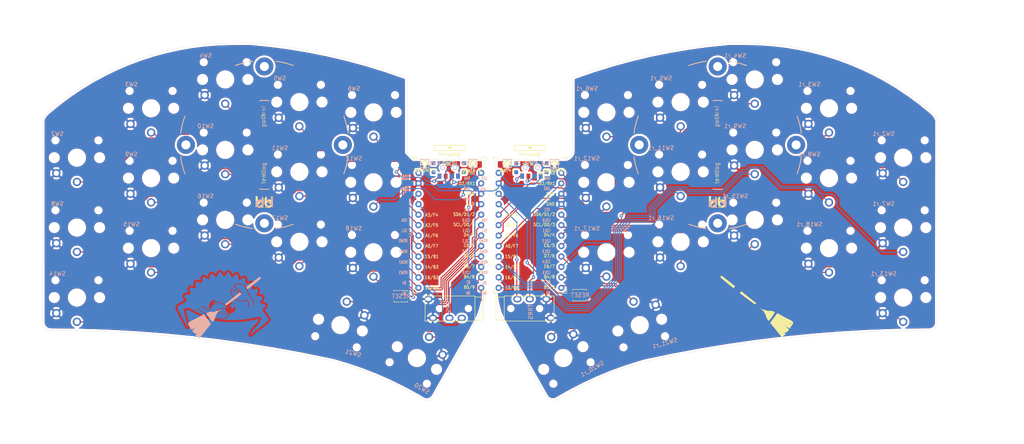
<source format=kicad_pcb>
(kicad_pcb (version 20171130) (host pcbnew 5.1.10)
  (layers (0 F.Cu signal) (31 B.Cu signal) (34 B.Paste user) (35 F.Paste user) (36 B.SilkS user) (37 F.SilkS user) (38 B.Mask user) (39 F.Mask user) (44 Edge.Cuts user))
  (net 0 "")
  (net 1 BT+)
  (net 2 gnd)
  (net 3 vcc)
  (net 4 Switch18)
  (net 5 reset)
  (net 6 Switch1)
  (net 7 Switch2)
  (net 8 Switch3)
  (net 9 Switch4)
  (net 10 Switch5)
  (net 11 Switch6)
  (net 12 Switch7)
  (net 13 Switch8)
  (net 14 Switch9)
  (net 15 Switch10)
  (net 16 Switch11)
  (net 17 Switch12)
  (net 18 Switch13)
  (net 19 Switch14)
  (net 20 Switch15)
  (net 21 Switch16)
  (net 22 Switch17)
  (net 23 "Net-(SW_POWER1-Pad1)")
  (net 24 raw)
  (net 25 BT+_r)
  (net 26 Switch18_r)
  (net 27 reset_r)
  (net 28 Switch9_r)
  (net 29 Switch10_r)
  (net 30 Switch11_r)
  (net 31 Switch12_r)
  (net 32 Switch13_r)
  (net 33 Switch14_r)
  (net 34 Switch15_r)
  (net 35 Switch16_r)
  (net 36 Switch17_r)
  (net 37 Switch1_r)
  (net 38 Switch2_r)
  (net 39 Switch3_r)
  (net 40 Switch4_r)
  (net 41 Switch5_r)
  (net 42 Switch6_r)
  (net 43 Switch7_r)
  (net 44 Switch8_r)
  (net 45 "Net-(SW_POWERR1-Pad1)")
  (module Kailh:ferris_broom (layer B.Cu) (at 58.928 77.216 173)
    (fp_text reference G*** hide)
    (fp_text value LOGO hide)
    (fp_poly (pts (xy -0.761144 1.032642) (xy -0.688709 1.008644) (xy -0.619188 0.970622) (xy -0.554768 0.920001) (xy -0.497637 0.858202) (xy -0.453968 0.7937) (xy -0.437483 0.766692) (xy -0.423416 0.746579) (xy -0.414329 0.736954) (xy -0.413252 0.7366) (xy -0.408833 0.731565) (xy -0.409736 0.729585) (xy -0.40904 0.718656) (xy -0.402935 0.697092) (xy -0.39386 0.672435) (xy -0.369521 0.596952) (xy -0.351987 0.510702) (xy -0.341678 0.418605) (xy -0.339017 0.32558) (xy -0.344425 0.236545) (xy -0.352075 0.18519) (xy -0.377889 0.081805) (xy -0.41398 -0.0129) (xy -0.459406 -0.097763) (xy -0.513225 -0.171624) (xy -0.574496 -0.233322) (xy -0.642278 -0.281697) (xy -0.715627 -0.315587) (xy -0.770126 -0.330135) (xy -0.812297 -0.336403) (xy -0.84915 -0.337012) (xy -0.888665 -0.331696) (xy -0.918634 -0.325158) (xy -0.947744 -0.318386) (xy -0.971301 -0.313186) (xy -0.982134 -0.311051) (xy -0.996128 -0.306431) (xy -0.999067 -0.304242) (xy -1.00783 -0.297463) (xy -1.026684 -0.284345) (xy -1.050959 -0.268116) (xy -1.110231 -0.221059) (xy -1.166285 -0.161274) (xy -1.215754 -0.092966) (xy -1.255272 -0.02034) (xy -1.262352 -0.004066) (xy -1.273749 0.020663) (xy -1.283702 0.037495) (xy -1.288991 0.042333) (xy -1.29308 0.047331) (xy -1.292297 0.048972) (xy -1.29238 0.059871) (xy -1.296468 0.082275) (xy -1.303688 0.111476) (xy -1.304231 0.113444) (xy -1.327325 0.227527) (xy -1.335016 0.34511) (xy -1.327592 0.463403) (xy -1.305338 0.579617) (xy -1.268541 0.690962) (xy -1.238078 0.757245) (xy -1.212207 0.803246) (xy -1.184334 0.842806) (xy -1.149579 0.88249) (xy -1.130553 0.901979) (xy -1.06388 0.960545) (xy -0.99682 1.002787) (xy -0.928123 1.029293) (xy -0.856537 1.040651) (xy -0.834305 1.041193) (xy -0.761144 1.032642)) (layer B.Cu) (width 0.01))
    (fp_poly (pts (xy 0.052888 4.087984) (xy 0.067946 4.079375) (xy 0.071756 4.073128) (xy 0.07085 4.059512) (xy 0.064982 4.03481) (xy 0.055664 4.003581) (xy 0.04441 3.970386) (xy 0.03273 3.939783) (xy 0.02214 3.916334) (xy 0.016767 3.907366) (xy 0.010832 3.893836) (xy 0.004762 3.872028) (xy 0.004159 3.869266) (xy -0.003308 3.842764) (xy -0.014528 3.811802) (xy -0.018829 3.801533) (xy -0.03027 3.775245) (xy -0.039771 3.753029) (xy -0.042495 3.7465) (xy -0.04953 3.730048) (xy -0.060889 3.704188) (xy -0.072213 3.678766) (xy -0.086497 3.646732) (xy -0.100004 3.616147) (xy -0.107773 3.598333) (xy -0.137922 3.531005) (xy -0.174157 3.454212) (xy -0.214352 3.372161) (xy -0.256382 3.289058) (xy -0.298121 3.209106) (xy -0.337444 3.136512) (xy -0.370957 3.077633) (xy -0.391222 3.043677) (xy -0.413332 3.007382) (xy -0.435134 2.972196) (xy -0.454476 2.941566) (xy -0.469206 2.918939) (xy -0.476711 2.9083) (xy -0.48595 2.895421) (xy -0.497936 2.877082) (xy -0.513303 2.853756) (xy -0.533916 2.824013) (xy -0.557709 2.79065) (xy -0.582619 2.756464) (xy -0.606581 2.724252) (xy -0.627533 2.696811) (xy -0.643408 2.676938) (xy -0.652144 2.66743) (xy -0.652973 2.667) (xy -0.660355 2.660075) (xy -0.664298 2.651123) (xy -0.673008 2.635835) (xy -0.689343 2.61518) (xy -0.698736 2.604976) (xy -0.715673 2.586607) (xy -0.726298 2.573295) (xy -0.728134 2.56965) (xy -0.733627 2.561506) (xy -0.748032 2.545003) (xy -0.768237 2.523705) (xy -0.76835 2.523589) (xy -0.794189 2.496813) (xy -0.819673 2.469716) (xy -0.835159 2.452748) (xy -0.86175 2.422912) (xy -1.158369 2.724873) (xy -1.219019 2.786647) (xy -1.278002 2.846784) (xy -1.333865 2.903799) (xy -1.385155 2.956205) (xy -1.430418 3.002516) (xy -1.468201 3.041247) (xy -1.49705 3.070911) (xy -1.515514 3.090024) (xy -1.51581 3.090333) (xy -1.56207 3.138555) (xy -1.611662 3.190118) (xy -1.663079 3.243469) (xy -1.714819 3.297056) (xy -1.765376 3.349325) (xy -1.813246 3.398726) (xy -1.856925 3.443704) (xy -1.894908 3.482708) (xy -1.92569 3.514185) (xy -1.947768 3.536582) (xy -1.959637 3.548348) (xy -1.959727 3.548433) (xy -1.9759 3.565761) (xy -1.978192 3.576207) (xy -1.965537 3.581956) (xy -1.942011 3.584799) (xy -1.91354 3.58933) (xy -1.880453 3.597637) (xy -1.868196 3.601528) (xy -1.82972 3.613943) (xy -1.786833 3.626519) (xy -1.744246 3.638004) (xy -1.706667 3.647148) (xy -1.678803 3.652702) (xy -1.672167 3.653571) (xy -1.653829 3.656896) (xy -1.623755 3.664005) (xy -1.58642 3.673788) (xy -1.553634 3.682993) (xy -1.510782 3.695357) (xy -1.479633 3.704135) (xy -1.455635 3.710481) (xy -1.434232 3.715547) (xy -1.410872 3.720485) (xy -1.385129 3.72563) (xy -1.355075 3.732541) (xy -1.317487 3.742489) (xy -1.283529 3.752409) (xy -1.251355 3.761857) (xy -1.223427 3.769199) (xy -1.205497 3.772929) (xy -1.204841 3.773008) (xy -1.181435 3.778879) (xy -1.169414 3.784057) (xy -1.147629 3.79112) (xy -1.130044 3.793066) (xy -1.107168 3.795689) (xy -1.075265 3.802379) (xy -1.041202 3.811367) (xy -1.011848 3.820886) (xy -0.997065 3.827303) (xy -0.975917 3.83424) (xy -0.964759 3.8354) (xy -0.942082 3.839439) (xy -0.931763 3.843637) (xy -0.916052 3.848932) (xy -0.889144 3.855136) (xy -0.856636 3.860974) (xy -0.854003 3.861381) (xy -0.819323 3.867642) (xy -0.787922 3.874987) (xy -0.7665 3.881844) (xy -0.766234 3.881959) (xy -0.743653 3.890216) (xy -0.710769 3.900366) (xy -0.67269 3.911045) (xy -0.634522 3.920888) (xy -0.601371 3.928531) (xy -0.578345 3.93261) (xy -0.575734 3.932855) (xy -0.557083 3.934882) (xy -0.548217 3.936735) (xy -0.535517 3.940906) (xy -0.522538 3.945174) (xy -0.516467 3.947345) (xy -0.502069 3.951826) (xy -0.476921 3.958971) (xy -0.448734 3.966623) (xy -0.416124 3.975439) (xy -0.3866 3.983671) (xy -0.369154 3.988759) (xy -0.341596 3.994399) (xy -0.31793 3.996266) (xy -0.296675 3.998551) (xy -0.283211 4.004005) (xy -0.269512 4.010381) (xy -0.249767 4.014268) (xy -0.228754 4.017909) (xy -0.2159 4.022617) (xy -0.203902 4.027361) (xy -0.180333 4.034346) (xy -0.150148 4.042109) (xy -0.148167 4.042584) (xy -0.116958 4.050284) (xy -0.09127 4.057076) (xy -0.076484 4.061535) (xy -0.0762 4.061643) (xy -0.053269 4.06856) (xy -0.024518 4.072745) (xy -0.009989 4.073958) (xy 0.010378 4.077186) (xy 0.021933 4.082265) (xy 0.02226 4.082704) (xy 0.034915 4.089624) (xy 0.052888 4.087984)) (layer B.Cu) (width 0.01))
    (fp_poly (pts (xy 2.497362 -1.60812) (xy 2.516201 -1.630541) (xy 2.539606 -1.66204) (xy 2.565698 -1.699782) (xy 2.5926 -1.740931) (xy 2.618435 -1.782653) (xy 2.641323 -1.822112) (xy 2.659388 -1.856474) (xy 2.666144 -1.871134) (xy 2.675174 -1.8922) (xy 2.682735 -1.910202) (xy 2.689668 -1.927504) (xy 2.696814 -1.946474) (xy 2.705016 -1.969476) (xy 2.715116 -1.998877) (xy 2.727955 -2.037044) (xy 2.744376 -2.086341) (xy 2.76522 -2.149136) (xy 2.767277 -2.155335) (xy 2.79547 -2.239012) (xy 2.819709 -2.307903) (xy 2.840648 -2.363518) (xy 2.858937 -2.407367) (xy 2.875227 -2.440961) (xy 2.89017 -2.465808) (xy 2.904417 -2.483419) (xy 2.911698 -2.490161) (xy 2.924037 -2.502392) (xy 2.934069 -2.517875) (xy 2.942227 -2.538695) (xy 2.948946 -2.566937) (xy 2.95466 -2.604686) (xy 2.959803 -2.654024) (xy 2.96481 -2.717037) (xy 2.967712 -2.759011) (xy 2.971473 -2.813088) (xy 2.975206 -2.862625) (xy 2.978665 -2.904682) (xy 2.981607 -2.936322) (xy 2.983786 -2.954605) (xy 2.984118 -2.956442) (xy 2.985216 -2.974616) (xy 2.981467 -2.983758) (xy 2.97033 -2.98773) (xy 2.946718 -2.994554) (xy 2.91464 -3.003205) (xy 2.878104 -3.012654) (xy 2.841119 -3.021876) (xy 2.807693 -3.029842) (xy 2.781834 -3.035526) (xy 2.772833 -3.037218) (xy 2.740017 -3.043049) (xy 2.723886 -3.046878) (xy 2.722033 -3.048) (xy 2.719498 -3.049406) (xy 2.709937 -3.051762) (xy 2.690419 -3.055686) (xy 2.658012 -3.061798) (xy 2.645833 -3.064058) (xy 2.614701 -3.069857) (xy 2.587473 -3.074983) (xy 2.574205 -3.077523) (xy 2.535792 -3.084308) (xy 2.495217 -3.090398) (xy 2.461515 -3.094444) (xy 2.459566 -3.094623) (xy 2.441732 -3.096694) (xy 2.434168 -3.098528) (xy 2.434166 -3.098549) (xy 2.428371 -3.100759) (xy 2.410016 -3.103448) (xy 2.377646 -3.106789) (xy 2.330536 -3.110895) (xy 2.295418 -3.114121) (xy 2.26487 -3.117492) (xy 2.244401 -3.120386) (xy 2.241636 -3.120933) (xy 2.228674 -3.122143) (xy 2.20227 -3.123376) (xy 2.165199 -3.124589) (xy 2.120237 -3.125741) (xy 2.070161 -3.126787) (xy 2.017746 -3.127685) (xy 1.965769 -3.128391) (xy 1.917005 -3.128864) (xy 1.874231 -3.129059) (xy 1.840222 -3.128935) (xy 1.817755 -3.128447) (xy 1.80964 -3.127619) (xy 1.80059 -3.125979) (xy 1.778374 -3.123731) (xy 1.746735 -3.12122) (xy 1.722759 -3.119603) (xy 1.686698 -3.117077) (xy 1.657337 -3.114552) (xy 1.638536 -3.112386) (xy 1.633822 -3.111349) (xy 1.623392 -3.108867) (xy 1.601612 -3.105606) (xy 1.582881 -3.103358) (xy 1.546821 -3.098908) (xy 1.506196 -3.093174) (xy 1.485899 -3.090012) (xy 1.46071 -3.085747) (xy 1.438737 -3.081498) (xy 1.415266 -3.076189) (xy 1.385583 -3.068743) (xy 1.344976 -3.058082) (xy 1.337733 -3.056161) (xy 1.310785 -3.049549) (xy 1.288338 -3.04495) (xy 1.282699 -3.044111) (xy 1.268811 -3.040638) (xy 1.242749 -3.032461) (xy 1.207278 -3.020578) (xy 1.165163 -3.00599) (xy 1.119166 -2.989694) (xy 1.072051 -2.972691) (xy 1.026583 -2.95598) (xy 0.985526 -2.940559) (xy 0.951642 -2.927428) (xy 0.927696 -2.917587) (xy 0.916451 -2.912034) (xy 0.915969 -2.911525) (xy 0.906915 -2.904901) (xy 0.887855 -2.896703) (xy 0.882536 -2.894864) (xy 0.856579 -2.884295) (xy 0.826 -2.869128) (xy 0.812405 -2.861501) (xy 0.786428 -2.847093) (xy 0.763679 -2.835999) (xy 0.754822 -2.832509) (xy 0.740471 -2.824911) (xy 0.736599 -2.81883) (xy 0.729994 -2.811342) (xy 0.726931 -2.810934) (xy 0.715304 -2.806599) (xy 0.694376 -2.795414) (xy 0.668528 -2.780109) (xy 0.642141 -2.763411) (xy 0.619594 -2.748049) (xy 0.605269 -2.736753) (xy 0.602544 -2.733446) (xy 0.592812 -2.726882) (xy 0.587727 -2.726267) (xy 0.576921 -2.721463) (xy 0.575733 -2.7178) (xy 0.568927 -2.710172) (xy 0.563738 -2.709334) (xy 0.551083 -2.705332) (xy 0.548922 -2.702629) (xy 0.541052 -2.694877) (xy 0.522821 -2.680502) (xy 0.497894 -2.662369) (xy 0.493183 -2.659069) (xy 0.4679 -2.640575) (xy 0.449192 -2.625202) (xy 0.440501 -2.61582) (xy 0.440266 -2.614973) (xy 0.433535 -2.608275) (xy 0.429435 -2.607734) (xy 0.41654 -2.601481) (xy 0.406399 -2.5908) (xy 0.394653 -2.5778) (xy 0.38761 -2.573867) (xy 0.37716 -2.567735) (xy 0.35603 -2.549803) (xy 0.324968 -2.520768) (xy 0.284721 -2.481324) (xy 0.243269 -2.439543) (xy 0.200625 -2.396038) (xy 0.168553 -2.3631) (xy 0.145693 -2.339286) (xy 0.130682 -2.323149) (xy 0.122159 -2.313245) (xy 0.118763 -2.308128) (xy 0.118533 -2.307167) (xy 0.113341 -2.298552) (xy 0.103716 -2.287517) (xy 0.068061 -2.246664) (xy 0.027102 -2.193418) (xy -0.01726 -2.130707) (xy -0.063123 -2.061461) (xy -0.108585 -1.98861) (xy -0.151744 -1.915084) (xy -0.190698 -1.843812) (xy -0.213309 -1.799167) (xy -0.227323 -1.770672) (xy -0.239308 -1.746713) (xy -0.246044 -1.733665) (xy -0.254676 -1.710404) (xy -0.250171 -1.697466) (xy -0.232965 -1.695051) (xy -0.203494 -1.703358) (xy -0.191057 -1.708529) (xy -0.16592 -1.718676) (xy -0.130742 -1.731634) (xy -0.089245 -1.746166) (xy -0.045154 -1.761038) (xy -0.002192 -1.775015) (xy 0.035916 -1.786862) (xy 0.065447 -1.795346) (xy 0.082368 -1.799191) (xy 0.105754 -1.804583) (xy 0.133385 -1.813948) (xy 0.138498 -1.816027) (xy 0.159574 -1.823658) (xy 0.173255 -1.826288) (xy 0.175247 -1.825708) (xy 0.185013 -1.825688) (xy 0.204421 -1.830614) (xy 0.211666 -1.833034) (xy 0.232914 -1.839241) (xy 0.246536 -1.840829) (xy 0.248276 -1.840169) (xy 0.258089 -1.840286) (xy 0.269603 -1.845022) (xy 0.289423 -1.852355) (xy 0.315497 -1.858293) (xy 0.319012 -1.85884) (xy 0.345005 -1.86279) (xy 0.366233 -1.866313) (xy 0.368299 -1.86669) (xy 0.387676 -1.870099) (xy 0.41382 -1.874466) (xy 0.419099 -1.875324) (xy 0.4454 -1.879667) (xy 0.466971 -1.883378) (xy 0.469899 -1.883907) (xy 0.578494 -1.899685) (xy 0.592666 -1.901216) (xy 0.624265 -1.904568) (xy 0.653064 -1.907712) (xy 0.664633 -1.90902) (xy 0.738092 -1.915835) (xy 0.821895 -1.920746) (xy 0.912209 -1.92375) (xy 1.005203 -1.924846) (xy 1.097047 -1.92403) (xy 1.183908 -1.921302) (xy 1.261954 -1.916658) (xy 1.327355 -1.910096) (xy 1.332521 -1.909407) (xy 1.363658 -1.905282) (xy 1.404638 -1.90003) (xy 1.448491 -1.894538) (xy 1.473199 -1.891507) (xy 1.51003 -1.886694) (xy 1.547579 -1.881227) (xy 1.581788 -1.875764) (xy 1.6086 -1.870962) (xy 1.623959 -1.86748) (xy 1.625778 -1.866761) (xy 1.636135 -1.863985) (xy 1.657116 -1.86013) (xy 1.667933 -1.858434) (xy 1.691797 -1.854382) (xy 1.707867 -1.850745) (xy 1.7108 -1.849637) (xy 1.721917 -1.846141) (xy 1.74216 -1.841855) (xy 1.744459 -1.841443) (xy 1.767325 -1.836627) (xy 1.801107 -1.828566) (xy 1.841425 -1.818409) (xy 1.883898 -1.807306) (xy 1.924146 -1.796408) (xy 1.957788 -1.786865) (xy 1.980444 -1.779825) (xy 1.983894 -1.778585) (xy 2.000008 -1.774158) (xy 2.006599 -1.77567) (xy 2.01129 -1.775791) (xy 2.016759 -1.771227) (xy 2.033216 -1.762793) (xy 2.044982 -1.761067) (xy 2.062222 -1.758569) (xy 2.068933 -1.755177) (xy 2.081869 -1.748744) (xy 2.088182 -1.747327) (xy 2.103303 -1.7433) (xy 2.127646 -1.735091) (xy 2.145087 -1.728621) (xy 2.171173 -1.71865) (xy 2.207754 -1.704745) (xy 2.249475 -1.68894) (xy 2.281766 -1.676741) (xy 2.32495 -1.660031) (xy 2.368146 -1.642607) (xy 2.405518 -1.626857) (xy 2.425699 -1.617821) (xy 2.452829 -1.606183) (xy 2.47426 -1.598931) (xy 2.484966 -1.597611) (xy 2.497362 -1.60812)) (layer B.Cu) (width 0.01))
    (fp_poly (pts (xy 1.18609 8.26694) (xy 1.214188 8.264416) (xy 1.237977 8.258478) (xy 1.263762 8.247824) (xy 1.28018 8.239924) (xy 1.332822 8.207593) (xy 1.373164 8.170943) (xy 1.383832 8.156508) (xy 1.402225 8.12883) (xy 1.427504 8.089272) (xy 1.458829 8.039199) (xy 1.495361 7.979973) (xy 1.536259 7.912958) (xy 1.580683 7.839518) (xy 1.627793 7.761017) (xy 1.676751 7.678817) (xy 1.688673 7.658705) (xy 1.749686 7.555933) (xy 1.802685 7.467207) (xy 1.848074 7.391879) (xy 1.886258 7.329302) (xy 1.917639 7.278828) (xy 1.942624 7.239812) (xy 1.961614 7.211605) (xy 1.975016 7.193561) (xy 1.983232 7.185032) (xy 1.985006 7.184165) (xy 1.99968 7.182101) (xy 2.027464 7.178955) (xy 2.064598 7.175126) (xy 2.107324 7.171015) (xy 2.114947 7.170311) (xy 2.161716 7.166274) (xy 2.194493 7.164243) (xy 2.216106 7.164256) (xy 2.229381 7.166351) (xy 2.237146 7.170565) (xy 2.238569 7.171966) (xy 2.24602 7.180248) (xy 2.26376 7.200056) (xy 2.290799 7.230284) (xy 2.326148 7.269825) (xy 2.368819 7.317574) (xy 2.417823 7.372423) (xy 2.472171 7.433267) (xy 2.530876 7.498999) (xy 2.592947 7.568512) (xy 2.606265 7.583428) (xy 2.669458 7.654042) (xy 2.729997 7.721376) (xy 2.786832 7.784281) (xy 2.838912 7.84161) (xy 2.885185 7.892213) (xy 2.924601 7.934941) (xy 2.956108 7.968647) (xy 2.978657 7.992182) (xy 2.991195 8.004397) (xy 2.99226 8.005268) (xy 3.046465 8.036544) (xy 3.108708 8.055594) (xy 3.17475 8.061852) (xy 3.240349 8.054752) (xy 3.278688 8.043487) (xy 3.335647 8.013629) (xy 3.387009 7.970326) (xy 3.429288 7.916938) (xy 3.45033 7.878233) (xy 3.457965 7.859688) (xy 3.470674 7.826764) (xy 3.487877 7.78104) (xy 3.508994 7.724098) (xy 3.533443 7.657519) (xy 3.560645 7.582884) (xy 3.590019 7.501775) (xy 3.620985 7.415771) (xy 3.652961 7.326455) (xy 3.653977 7.323608) (xy 3.830783 6.828249) (xy 3.957129 6.788924) (xy 4.083474 6.7496) (xy 4.522832 7.079603) (xy 4.599843 7.137265) (xy 4.673782 7.192281) (xy 4.74339 7.243735) (xy 4.807407 7.290713) (xy 4.864574 7.332298) (xy 4.913631 7.367577) (xy 4.953318 7.395635) (xy 4.982376 7.415555) (xy 4.999546 7.426424) (xy 5.002045 7.427717) (xy 5.051638 7.442567) (xy 5.109023 7.447434) (xy 5.168424 7.442465) (xy 5.224067 7.42781) (xy 5.239021 7.421613) (xy 5.291008 7.390283) (xy 5.338536 7.347533) (xy 5.377344 7.297853) (xy 5.401481 7.250429) (xy 5.40705 7.230297) (xy 5.414883 7.193742) (xy 5.424921 7.141113) (xy 5.437101 7.072759) (xy 5.451364 6.98903) (xy 5.467648 6.890276) (xy 5.485893 6.776845) (xy 5.506038 6.649087) (xy 5.506066 6.648906) (xy 5.592534 6.095805) (xy 5.706144 6.032403) (xy 5.74553 6.010535) (xy 5.779427 5.991931) (xy 5.805217 5.978008) (xy 5.820283 5.970187) (xy 5.823042 5.969) (xy 5.831055 5.972538) (xy 5.853067 5.982745) (xy 5.887788 5.999012) (xy 5.933927 6.020731) (xy 5.990193 6.047291) (xy 6.055298 6.078083) (xy 6.127949 6.112498) (xy 6.206858 6.149927) (xy 6.290733 6.189761) (xy 6.315956 6.201749) (xy 6.405535 6.244151) (xy 6.490678 6.284101) (xy 6.570042 6.32099) (xy 6.642284 6.35421) (xy 6.706061 6.383152) (xy 6.76003 6.407205) (xy 6.802848 6.425761) (xy 6.833171 6.438211) (xy 6.849658 6.443945) (xy 6.850123 6.444051) (xy 6.916044 6.449981) (xy 6.980538 6.440513) (xy 7.041451 6.417163) (xy 7.096626 6.381452) (xy 7.143907 6.334896) (xy 7.181138 6.279016) (xy 7.206163 6.215328) (xy 7.212072 6.189133) (xy 7.21374 6.172468) (xy 7.214712 6.144306) (xy 7.214975 6.103965) (xy 7.214516 6.050757) (xy 7.213325 5.983999) (xy 7.211389 5.903004) (xy 7.208695 5.807088) (xy 7.205232 5.695566) (xy 7.201405 5.580011) (xy 7.182328 5.017456) (xy 7.20826 4.995811) (xy 7.225251 4.981431) (xy 7.251215 4.959223) (xy 7.282336 4.932458) (xy 7.308678 4.909707) (xy 7.383165 4.845248) (xy 7.630699 4.906618) (xy 7.763975 4.939661) (xy 7.881838 4.968867) (xy 7.985311 4.994467) (xy 8.075417 5.016692) (xy 8.15318 5.035774) (xy 8.219624 5.051945) (xy 8.275773 5.065434) (xy 8.322649 5.076474) (xy 8.361277 5.085295) (xy 8.39268 5.092129) (xy 8.417882 5.097207) (xy 8.437906 5.100761) (xy 8.453777 5.103021) (xy 8.466517 5.104219) (xy 8.477151 5.104586) (xy 8.486701 5.104353) (xy 8.496192 5.103751) (xy 8.501635 5.103356) (xy 8.568814 5.090472) (xy 8.630181 5.063019) (xy 8.683935 5.022877) (xy 8.728277 4.971929) (xy 8.761406 4.912057) (xy 8.78152 4.845142) (xy 8.786398 4.805777) (xy 8.786878 4.792512) (xy 8.786526 4.777746) (xy 8.785086 4.760185) (xy 8.782302 4.738534) (xy 8.777919 4.711497) (xy 8.771679 4.677779) (xy 8.763328 4.636086) (xy 8.752609 4.585123) (xy 8.739266 4.523594) (xy 8.723044 4.450205) (xy 8.703686 4.363661) (xy 8.680937 4.262667) (xy 8.665967 4.196425) (xy 8.644825 4.102516) (xy 8.624943 4.013351) (xy 8.606618 3.930319) (xy 8.590147 3.854812) (xy 8.575829 3.788222) (xy 8.563962 3.731938) (xy 8.554843 3.687353) (xy 8.548771 3.655858) (xy 8.546044 3.638842) (xy 8.545991 3.636268) (xy 8.552537 3.626005) (xy 8.5677 3.605183) (xy 8.589497 3.576443) (xy 8.615939 3.542428) (xy 8.628283 3.526788) (xy 8.706346 3.428326) (xy 8.808756 3.433426) (xy 8.885198 3.437049) (xy 8.967802 3.440636) (xy 9.054858 3.444138) (xy 9.144657 3.447505) (xy 9.235491 3.450689) (xy 9.325651 3.45364) (xy 9.413427 3.456311) (xy 9.497111 3.458653) (xy 9.574994 3.460615) (xy 9.645367 3.46215) (xy 9.706521 3.463208) (xy 9.756747 3.463741) (xy 9.794335 3.4637) (xy 9.817578 3.463036) (xy 9.823327 3.462447) (xy 9.887625 3.442064) (xy 9.946287 3.406957) (xy 9.996952 3.359018) (xy 10.037258 3.300135) (xy 10.044899 3.285066) (xy 10.056891 3.258492) (xy 10.064547 3.236084) (xy 10.068827 3.212567) (xy 10.070692 3.18267) (xy 10.0711 3.141133) (xy 10.0711 3.052233) (xy 9.842993 2.532114) (xy 9.614887 2.011995) (xy 9.671649 1.901348) (xy 9.692212 1.861424) (xy 9.710353 1.826499) (xy 9.724522 1.799534) (xy 9.733172 1.783488) (xy 9.734753 1.780767) (xy 9.744091 1.777568) (xy 9.768869 1.771868) (xy 9.807815 1.763905) (xy 9.859658 1.753913) (xy 9.923128 1.742129) (xy 9.996952 1.728787) (xy 10.07986 1.714125) (xy 10.17058 1.698378) (xy 10.267841 1.681781) (xy 10.274397 1.680672) (xy 10.391253 1.660812) (xy 10.492382 1.643389) (xy 10.578785 1.62821) (xy 10.651464 1.615087) (xy 10.71142 1.603826) (xy 10.759654 1.594238) (xy 10.797169 1.586132) (xy 10.824964 1.579316) (xy 10.844042 1.573599) (xy 10.852029 1.570478) (xy 10.900007 1.541283) (xy 10.945597 1.499799) (xy 10.984327 1.450543) (xy 11.002944 1.418058) (xy 11.014083 1.39403) (xy 11.021301 1.37321) (xy 11.025438 1.350745) (xy 11.027333 1.32178) (xy 11.027828 1.28146) (xy 11.027833 1.274233) (xy 11.027456 1.231658) (xy 11.0258 1.201283) (xy 11.022072 1.178383) (xy 11.015482 1.158231) (xy 11.005239 1.136101) (xy 11.004454 1.134533) (xy 10.995572 1.119455) (xy 10.977908 1.09181) (xy 10.952358 1.052924) (xy 10.919816 1.004128) (xy 10.881178 0.946748) (xy 10.837339 0.882113) (xy 10.789193 0.811552) (xy 10.737636 0.736392) (xy 10.683564 0.657961) (xy 10.672504 0.641967) (xy 10.363933 0.195968) (xy 10.416997 0.016328) (xy 11.373047 -0.687879) (xy 11.517954 -0.794687) (xy 11.649596 -0.891872) (xy 11.768408 -0.979764) (xy 11.874825 -1.05869) (xy 11.969284 -1.128979) (xy 12.052218 -1.190959) (xy 12.124065 -1.244957) (xy 12.185259 -1.291304) (xy 12.236237 -1.330326) (xy 12.277433 -1.362353) (xy 12.309283 -1.387712) (xy 12.332224 -1.406732) (xy 12.346689 -1.419742) (xy 12.352629 -1.426293) (xy 12.3775 -1.467951) (xy 12.393927 -1.510333) (xy 12.403148 -1.558229) (xy 12.406405 -1.616427) (xy 12.406426 -1.634067) (xy 12.404693 -1.67839) (xy 12.399809 -1.722739) (xy 12.39125 -1.768149) (xy 12.378496 -1.815655) (xy 12.361022 -1.866293) (xy 12.338307 -1.921099) (xy 12.309828 -1.981108) (xy 12.275061 -2.047354) (xy 12.233484 -2.120875) (xy 12.184575 -2.202705) (xy 12.127811 -2.29388) (xy 12.06267 -2.395435) (xy 11.988628 -2.508406) (xy 11.905162 -2.633828) (xy 11.891448 -2.6543) (xy 11.789672 -2.805308) (xy 11.679257 -2.967586) (xy 11.560048 -3.141355) (xy 11.431891 -3.326833) (xy 11.294634 -3.524242) (xy 11.148121 -3.733801) (xy 10.992199 -3.95573) (xy 10.826715 -4.190249) (xy 10.651514 -4.437578) (xy 10.466443 -4.697936) (xy 10.271348 -4.971544) (xy 10.23319 -5.024967) (xy 10.178995 -5.101336) (xy 10.124865 -5.178573) (xy 10.072242 -5.254558) (xy 10.022567 -5.32717) (xy 9.977283 -5.394291) (xy 9.937833 -5.453799) (xy 9.905657 -5.503575) (xy 9.884772 -5.5372) (xy 9.807572 -5.664384) (xy 9.737578 -5.777688) (xy 9.674879 -5.876983) (xy 9.619561 -5.96214) (xy 9.571714 -6.033029) (xy 9.531424 -6.089522) (xy 9.49878 -6.131489) (xy 9.47387 -6.158802) (xy 9.456781 -6.171331) (xy 9.452757 -6.1722) (xy 9.443447 -6.164599) (xy 9.43611 -6.145208) (xy 9.435347 -6.141536) (xy 9.433068 -6.110291) (xy 9.434782 -6.065087) (xy 9.440113 -6.008323) (xy 9.448686 -5.942399) (xy 9.460123 -5.869715) (xy 9.474049 -5.79267) (xy 9.490087 -5.713665) (xy 9.507861 -5.6351) (xy 9.526132 -5.5626) (xy 9.578158 -5.380061) (xy 9.636402 -5.200561) (xy 9.702028 -5.021087) (xy 9.776196 -4.838627) (xy 9.860069 -4.650169) (xy 9.952334 -4.4577) (xy 10.008721 -4.341769) (xy 10.062902 -4.226171) (xy 10.116283 -4.107712) (xy 10.170272 -3.983198) (xy 10.226275 -3.849436) (xy 10.2857 -3.703232) (xy 10.295876 -3.677828) (xy 10.370307 -3.488599) (xy 10.439322 -3.306876) (xy 10.50275 -3.133255) (xy 10.560426 -2.968335) (xy 10.612179 -2.812713) (xy 10.657842 -2.666986) (xy 10.697247 -2.531752) (xy 10.730225 -2.407609) (xy 10.756607 -2.295152) (xy 10.776226 -2.194981) (xy 10.788914 -2.107692) (xy 10.794501 -2.033883) (xy 10.79282 -1.974152) (xy 10.786233 -1.937278) (xy 10.782453 -1.925809) (xy 10.776808 -1.915086) (xy 10.767555 -1.903583) (xy 10.752947 -1.889774) (xy 10.73124 -1.872132) (xy 10.700689 -1.849132) (xy 10.659549 -1.819248) (xy 10.613794 -1.786467) (xy 10.564189 -1.75477) (xy 10.502391 -1.721113) (xy 10.43268 -1.687445) (xy 10.359339 -1.655717) (xy 10.28665 -1.627881) (xy 10.218894 -1.605887) (xy 10.215033 -1.604783) (xy 10.100408 -1.574607) (xy 9.994872 -1.552218) (xy 9.893171 -1.53697) (xy 9.790049 -1.528219) (xy 9.680254 -1.525319) (xy 9.58064 -1.526883) (xy 9.493991 -1.530398) (xy 9.421976 -1.535343) (xy 9.362333 -1.542065) (xy 9.312796 -1.550909) (xy 9.271103 -1.562223) (xy 9.234988 -1.576354) (xy 9.224433 -1.58143) (xy 9.205565 -1.590266) (xy 9.172475 -1.605029) (xy 9.12657 -1.625125) (xy 9.069256 -1.64996) (xy 9.001937 -1.678939) (xy 8.926021 -1.71147) (xy 8.842914 -1.746956) (xy 8.75402 -1.784806) (xy 8.660747 -1.824424) (xy 8.5645 -1.865217) (xy 8.466685 -1.90659) (xy 8.368708 -1.947949) (xy 8.271975 -1.988702) (xy 8.177892 -2.028252) (xy 8.087865 -2.066008) (xy 8.0033 -2.101373) (xy 7.925603 -2.133755) (xy 7.856179 -2.16256) (xy 7.796435 -2.187193) (xy 7.747777 -2.20706) (xy 7.71161 -2.221567) (xy 7.689341 -2.230121) (xy 7.687733 -2.230697) (xy 7.373925 -2.339332) (xy 7.073945 -2.438619) (xy 6.787553 -2.528633) (xy 6.514507 -2.609449) (xy 6.254566 -2.681143) (xy 6.180593 -2.700499) (xy 6.074687 -2.727856) (xy 6.008927 -2.688978) (xy 5.944454 -2.653445) (xy 5.888202 -2.627749) (xy 5.841254 -2.61224) (xy 5.804691 -2.607269) (xy 5.779594 -2.613186) (xy 5.778008 -2.614213) (xy 5.76939 -2.622432) (xy 5.751713 -2.640856) (xy 5.727226 -2.667088) (xy 5.698181 -2.698733) (xy 5.684874 -2.713382) (xy 5.644439 -2.758015) (xy 5.613497 -2.791813) (xy 5.59011 -2.816434) (xy 5.572341 -2.833536) (xy 5.558251 -2.844776) (xy 5.545903 -2.851812) (xy 5.53336 -2.856303) (xy 5.518683 -2.859906) (xy 5.5118 -2.861466) (xy 5.482508 -2.869356) (xy 5.457858 -2.878058) (xy 5.447968 -2.882878) (xy 5.43141 -2.889892) (xy 5.403867 -2.898335) (xy 5.370994 -2.906494) (xy 5.367535 -2.907249) (xy 5.321208 -2.916904) (xy 5.266276 -2.927831) (xy 5.204783 -2.939671) (xy 5.138772 -2.952062) (xy 5.070286 -2.964646) (xy 5.001369 -2.977063) (xy 4.934062 -2.988954) (xy 4.870411 -2.999958) (xy 4.812457 -3.009716) (xy 4.762245 -3.017869) (xy 4.721816 -3.024056) (xy 4.693216 -3.027918) (xy 4.678485 -3.029096) (xy 4.676982 -3.028804) (xy 4.680909 -3.021774) (xy 4.693641 -3.005661) (xy 4.712505 -2.98383) (xy 4.714231 -2.981902) (xy 4.738718 -2.954335) (xy 4.762457 -2.92715) (xy 4.777932 -2.909044) (xy 4.796485 -2.887231) (xy 4.812935 -2.868397) (xy 4.816186 -2.864786) (xy 4.826042 -2.853185) (xy 4.844086 -2.831255) (xy 4.867965 -2.801917) (xy 4.895324 -2.768092) (xy 4.923809 -2.732703) (xy 4.951068 -2.698669) (xy 4.974746 -2.668915) (xy 4.99249 -2.64636) (xy 4.999407 -2.637367) (xy 5.009825 -2.623786) (xy 5.027855 -2.600506) (xy 5.050672 -2.571168) (xy 5.068377 -2.548467) (xy 5.092468 -2.516911) (xy 5.113154 -2.48852) (xy 5.127797 -2.466986) (xy 5.133125 -2.457788) (xy 5.144225 -2.444466) (xy 5.165182 -2.436738) (xy 5.180688 -2.43427) (xy 5.214266 -2.429539) (xy 5.251113 -2.423513) (xy 5.262033 -2.421537) (xy 5.296641 -2.4156) (xy 5.33225 -2.410291) (xy 5.342466 -2.408966) (xy 5.376683 -2.403865) (xy 5.412441 -2.39721) (xy 5.418666 -2.395874) (xy 5.441404 -2.391083) (xy 5.476283 -2.384036) (xy 5.518807 -2.375627) (xy 5.56448 -2.366754) (xy 5.571066 -2.365488) (xy 5.616822 -2.356623) (xy 5.660078 -2.348093) (xy 5.696338 -2.340796) (xy 5.721106 -2.335627) (xy 5.723466 -2.335109) (xy 5.754698 -2.328188) (xy 5.784852 -2.321502) (xy 5.7912 -2.320094) (xy 5.810975 -2.315333) (xy 5.842663 -2.307285) (xy 5.881831 -2.297092) (xy 5.922433 -2.286326) (xy 5.968776 -2.27397) (xy 6.015936 -2.261478) (xy 6.057819 -2.25046) (xy 6.083909 -2.243664) (xy 6.130814 -2.231205) (xy 6.173246 -2.218978) (xy 6.213427 -2.206053) (xy 6.253581 -2.191499) (xy 6.295931 -2.174386) (xy 6.342701 -2.153782) (xy 6.396114 -2.128759) (xy 6.458394 -2.098384) (xy 6.531763 -2.061727) (xy 6.595122 -2.029697) (xy 6.663364 -1.995125) (xy 6.728787 -1.962051) (xy 6.78941 -1.93147) (xy 6.843254 -1.90438) (xy 6.888337 -1.881776) (xy 6.922678 -1.864654) (xy 6.944297 -1.854011) (xy 6.9469 -1.852757) (xy 6.975939 -1.838625) (xy 7.000856 -1.826077) (xy 7.014633 -1.818729) (xy 7.025736 -1.812865) (xy 7.050124 -1.800314) (xy 7.085959 -1.782006) (xy 7.131402 -1.758871) (xy 7.184616 -1.731838) (xy 7.243761 -1.701837) (xy 7.307001 -1.6698) (xy 7.372495 -1.636655) (xy 7.438407 -1.603332) (xy 7.502898 -1.570762) (xy 7.564129 -1.539874) (xy 7.620262 -1.511599) (xy 7.66946 -1.486867) (xy 7.709883 -1.466606) (xy 7.739694 -1.451748) (xy 7.753426 -1.44498) (xy 7.781097 -1.431127) (xy 7.796524 -1.421162) (xy 7.802689 -1.411566) (xy 7.802577 -1.398821) (xy 7.800888 -1.389015) (xy 7.791348 -1.360974) (xy 7.776221 -1.33593) (xy 7.762569 -1.318716) (xy 7.754531 -1.307047) (xy 7.754159 -1.306296) (xy 7.745212 -1.298742) (xy 7.726744 -1.288433) (xy 7.7216 -1.285984) (xy 7.715832 -1.282777) (xy 7.711401 -1.279787) (xy 7.707147 -1.277531) (xy 7.701911 -1.276528) (xy 7.694533 -1.277296) (xy 7.683854 -1.280352) (xy 7.668713 -1.286214) (xy 7.647953 -1.2954) (xy 7.620412 -1.308428) (xy 7.584932 -1.325817) (xy 7.540352 -1.348083) (xy 7.485514 -1.375745) (xy 7.419258 -1.409321) (xy 7.340424 -1.449329) (xy 7.247852 -1.496286) (xy 7.2263 -1.507209) (xy 7.154134 -1.543748) (xy 7.084923 -1.578731) (xy 7.020491 -1.611242) (xy 6.962666 -1.640361) (xy 6.913272 -1.66517) (xy 6.874137 -1.684749) (xy 6.847085 -1.69818) (xy 6.836833 -1.703184) (xy 6.807866 -1.7173) (xy 6.783076 -1.729776) (xy 6.769395 -1.737048) (xy 6.758338 -1.742879) (xy 6.733898 -1.755457) (xy 6.69781 -1.773899) (xy 6.651807 -1.797321) (xy 6.597625 -1.824843) (xy 6.536997 -1.85558) (xy 6.471658 -1.88865) (xy 6.454917 -1.897114) (xy 6.36389 -1.942751) (xy 6.286131 -1.980858) (xy 6.220096 -2.012112) (xy 6.164243 -2.037193) (xy 6.11703 -2.056781) (xy 6.076915 -2.071553) (xy 6.042353 -2.08219) (xy 6.024033 -2.08678) (xy 6.008845 -2.09133) (xy 6.002866 -2.093453) (xy 5.987188 -2.098296) (xy 5.962707 -2.104887) (xy 5.952066 -2.107561) (xy 5.927096 -2.113808) (xy 5.891535 -2.122844) (xy 5.851176 -2.133191) (xy 5.8293 -2.138838) (xy 5.785647 -2.150092) (xy 5.754166 -2.158077) (xy 5.730651 -2.163835) (xy 5.7109 -2.168407) (xy 5.7023 -2.170317) (xy 5.687699 -2.176246) (xy 5.68325 -2.178788) (xy 5.673891 -2.182421) (xy 5.672666 -2.181258) (xy 5.665585 -2.180553) (xy 5.648231 -2.184257) (xy 5.64515 -2.185128) (xy 5.616963 -2.192381) (xy 5.592233 -2.197541) (xy 5.568551 -2.202288) (xy 5.551775 -2.206518) (xy 5.531763 -2.211244) (xy 5.513675 -2.214381) (xy 5.488382 -2.218679) (xy 5.471583 -2.222201) (xy 5.443503 -2.228755) (xy 5.418741 -2.234127) (xy 5.390966 -2.239617) (xy 5.353845 -2.246523) (xy 5.3467 -2.247831) (xy 5.31149 -2.254309) (xy 5.28001 -2.260172) (xy 5.25818 -2.264318) (xy 5.255683 -2.264806) (xy 5.237778 -2.265524) (xy 5.2324 -2.2575) (xy 5.226512 -2.236492) (xy 5.211383 -2.210973) (xy 5.190814 -2.185429) (xy 5.168604 -2.164348) (xy 5.148556 -2.152216) (xy 5.142088 -2.150878) (xy 5.130603 -2.145768) (xy 5.129388 -2.14385) (xy 5.11894 -2.133505) (xy 5.095492 -2.117943) (xy 5.061654 -2.098504) (xy 5.020037 -2.076531) (xy 4.973252 -2.053365) (xy 4.923909 -2.030348) (xy 4.874619 -2.008822) (xy 4.837056 -1.993606) (xy 4.804326 -1.980729) (xy 4.774357 -1.968656) (xy 4.754033 -1.960167) (xy 4.703621 -1.93983) (xy 4.639964 -1.916707) (xy 4.566312 -1.891836) (xy 4.485916 -1.86626) (xy 4.402024 -1.841018) (xy 4.317889 -1.817152) (xy 4.2545 -1.800241) (xy 4.166148 -1.781427) (xy 4.069418 -1.768781) (xy 3.961538 -1.76202) (xy 3.869266 -1.760644) (xy 3.771466 -1.759385) (xy 3.689906 -1.755054) (xy 3.624163 -1.747597) (xy 3.573816 -1.736959) (xy 3.538443 -1.723086) (xy 3.528183 -1.71646) (xy 3.499598 -1.697723) (xy 3.458654 -1.675054) (xy 3.408938 -1.650227) (xy 3.354032 -1.625018) (xy 3.297522 -1.601202) (xy 3.287031 -1.597033) (xy 3.225471 -1.572293) (xy 3.175814 -1.550746) (xy 3.133939 -1.530116) (xy 3.095724 -1.508125) (xy 3.057046 -1.482497) (xy 3.013785 -1.450956) (xy 2.990312 -1.433147) (xy 2.969502 -1.416454) (xy 2.954894 -1.403916) (xy 2.935549 -1.388319) (xy 2.917479 -1.375522) (xy 2.903017 -1.365096) (xy 2.90179 -1.357811) (xy 2.912829 -1.347586) (xy 2.913009 -1.347439) (xy 2.922555 -1.338569) (xy 2.922744 -1.331504) (xy 2.911676 -1.322354) (xy 2.895929 -1.312451) (xy 2.875815 -1.298825) (xy 2.863523 -1.288097) (xy 2.861733 -1.284935) (xy 2.854848 -1.279189) (xy 2.849033 -1.278467) (xy 2.837766 -1.273895) (xy 2.836333 -1.27) (xy 2.829816 -1.261869) (xy 2.827301 -1.261534) (xy 2.815348 -1.256761) (xy 2.79662 -1.244863) (xy 2.790519 -1.240367) (xy 2.771818 -1.227104) (xy 2.758879 -1.219735) (xy 2.75686 -1.2192) (xy 2.745769 -1.214491) (xy 2.740725 -1.210861) (xy 2.707992 -1.184546) (xy 2.68648 -1.168215) (xy 2.674648 -1.160725) (xy 2.672016 -1.159934) (xy 2.663457 -1.155653) (xy 2.643046 -1.143798) (xy 2.613243 -1.125844) (xy 2.576505 -1.103268) (xy 2.545149 -1.083734) (xy 2.504409 -1.058546) (xy 2.468327 -1.036871) (xy 2.439466 -1.020197) (xy 2.420387 -1.010015) (xy 2.414027 -1.007534) (xy 2.404991 -1.002056) (xy 2.404533 -0.999637) (xy 2.397479 -0.991314) (xy 2.385483 -0.985796) (xy 2.368874 -0.979119) (xy 2.362199 -0.974642) (xy 2.355125 -0.968986) (xy 2.338956 -0.959148) (xy 2.311586 -0.943906) (xy 2.277919 -0.92578) (xy 2.255715 -0.912823) (xy 2.238906 -0.901137) (xy 2.237098 -0.899584) (xy 2.221347 -0.890413) (xy 2.214134 -0.889) (xy 2.201806 -0.885023) (xy 2.199922 -0.88265) (xy 2.191527 -0.875899) (xy 2.172014 -0.863994) (xy 2.145401 -0.84937) (xy 2.142066 -0.847624) (xy 2.106859 -0.82928) (xy 2.070446 -0.81031) (xy 2.044699 -0.796899) (xy 2.021035 -0.783758) (xy 2.00446 -0.773021) (xy 1.999544 -0.768426) (xy 1.989838 -0.762116) (xy 1.988173 -0.762) (xy 1.977907 -0.758495) (xy 1.955305 -0.748839) (xy 1.923241 -0.73432) (xy 1.884591 -0.716224) (xy 1.863996 -0.706383) (xy 1.786883 -0.669437) (xy 1.722778 -0.639085) (xy 1.669534 -0.614364) (xy 1.625006 -0.594311) (xy 1.587048 -0.577965) (xy 1.553513 -0.564362) (xy 1.522254 -0.552539) (xy 1.515533 -0.550105) (xy 1.484886 -0.538425) (xy 1.458726 -0.527295) (xy 1.443566 -0.519603) (xy 1.430721 -0.513511) (xy 1.406519 -0.503718) (xy 1.374155 -0.491363) (xy 1.33682 -0.477586) (xy 1.297709 -0.463528) (xy 1.260014 -0.450329) (xy 1.226928 -0.439129) (xy 1.201645 -0.43107) (xy 1.187357 -0.42729) (xy 1.185333 -0.427385) (xy 1.178092 -0.426707) (xy 1.15924 -0.421439) (xy 1.136649 -0.414009) (xy 1.097686 -0.401237) (xy 1.054161 -0.388134) (xy 1.010839 -0.376016) (xy 0.972483 -0.366198) (xy 0.943855 -0.359996) (xy 0.937366 -0.358969) (xy 0.912816 -0.353174) (xy 0.896425 -0.346576) (xy 0.881296 -0.340991) (xy 0.874704 -0.341674) (xy 0.864482 -0.342251) (xy 0.848992 -0.337942) (xy 0.825461 -0.331046) (xy 0.797953 -0.325546) (xy 0.796946 -0.325398) (xy 0.753221 -0.31873) (xy 0.720477 -0.312814) (xy 0.702733 -0.308988) (xy 0.662302 -0.301828) (xy 0.609791 -0.29564) (xy 0.550038 -0.290701) (xy 0.48788 -0.287285) (xy 0.428158 -0.285668) (xy 0.375709 -0.286125) (xy 0.340284 -0.288368) (xy 0.313792 -0.289651) (xy 0.295363 -0.287685) (xy 0.290309 -0.28497) (xy 0.293259 -0.2756) (xy 0.305694 -0.261112) (xy 0.322952 -0.245696) (xy 0.340373 -0.23354) (xy 0.352777 -0.228828) (xy 0.364254 -0.223675) (xy 0.365477 -0.221686) (xy 0.373378 -0.21394) (xy 0.39178 -0.199632) (xy 0.417061 -0.181546) (xy 0.423333 -0.177236) (xy 0.44965 -0.158758) (xy 0.469913 -0.14354) (xy 0.480505 -0.134323) (xy 0.481188 -0.13335) (xy 0.490855 -0.127046) (xy 0.49181 -0.127) (xy 0.502017 -0.122443) (xy 0.52204 -0.110368) (xy 0.547967 -0.093166) (xy 0.554119 -0.0889) (xy 0.582324 -0.070672) (xy 0.607229 -0.057195) (xy 0.624137 -0.050961) (xy 0.62596 -0.0508) (xy 0.640748 -0.046363) (xy 0.665034 -0.034546) (xy 0.694383 -0.017588) (xy 0.704763 -0.011025) (xy 0.792022 0.043313) (xy 0.890972 0.101276) (xy 0.997745 0.160826) (xy 1.108475 0.219926) (xy 1.219293 0.276536) (xy 1.326331 0.328619) (xy 1.425722 0.374136) (xy 1.479338 0.39714) (xy 1.653903 0.464628) (xy 1.826676 0.521302) (xy 1.995561 0.566616) (xy 2.158461 0.600022) (xy 2.31328 0.620975) (xy 2.349499 0.624128) (xy 2.40437 0.627352) (xy 2.464566 0.629192) (xy 2.527024 0.62972) (xy 2.588678 0.629012) (xy 2.646463 0.627142) (xy 2.697314 0.624184) (xy 2.738166 0.620212) (xy 2.765953 0.615302) (xy 2.770585 0.613907) (xy 2.785513 0.61063) (xy 2.809032 0.607198) (xy 2.815166 0.60649) (xy 2.843061 0.602858) (xy 2.86739 0.598749) (xy 2.870199 0.59816) (xy 2.941935 0.581434) (xy 3.003843 0.564588) (xy 3.062927 0.545646) (xy 3.088482 0.536628) (xy 3.237052 0.474677) (xy 3.377458 0.398894) (xy 3.510491 0.308723) (xy 3.63694 0.203608) (xy 3.757593 0.082991) (xy 3.801024 0.034208) (xy 3.917837 -0.113436) (xy 4.025316 -0.275006) (xy 4.123305 -0.4502) (xy 4.211651 -0.638714) (xy 4.290197 -0.840246) (xy 4.358789 -1.054492) (xy 4.359895 -1.058334) (xy 4.373538 -1.107249) (xy 4.386834 -1.15739) (xy 4.398314 -1.203061) (xy 4.406506 -1.23857) (xy 4.406885 -1.240367) (xy 4.415721 -1.282218) (xy 4.422116 -1.310071) (xy 4.427094 -1.326504) (xy 4.431676 -1.334096) (xy 4.436885 -1.335423) (xy 4.443648 -1.333104) (xy 4.454157 -1.330024) (xy 4.468752 -1.328657) (xy 4.490051 -1.329141) (xy 4.520677 -1.331612) (xy 4.563249 -1.336207) (xy 4.6101 -1.341802) (xy 4.631655 -1.344206) (xy 4.663006 -1.347435) (xy 4.694766 -1.350541) (xy 4.728885 -1.353895) (xy 4.759782 -1.357124) (xy 4.779433 -1.359367) (xy 4.858837 -1.368416) (xy 4.923411 -1.373643) (xy 4.974805 -1.375114) (xy 5.01467 -1.3729) (xy 5.033433 -1.369896) (xy 5.051151 -1.365767) (xy 5.058824 -1.363219) (xy 5.058833 -1.363182) (xy 5.065728 -1.360677) (xy 5.072626 -1.359152) (xy 5.086423 -1.35573) (xy 5.112137 -1.348747) (xy 5.145432 -1.339396) (xy 5.165759 -1.333572) (xy 5.201761 -1.323331) (xy 5.232963 -1.314725) (xy 5.25487 -1.308981) (xy 5.261308 -1.30749) (xy 5.279014 -1.303065) (xy 5.304767 -1.295621) (xy 5.316342 -1.292045) (xy 5.335455 -1.286065) (xy 5.367915 -1.275972) (xy 5.410887 -1.262644) (xy 5.461538 -1.246958) (xy 5.517032 -1.229795) (xy 5.5499 -1.21964) (xy 5.630803 -1.194608) (xy 5.697848 -1.173728) (xy 5.753374 -1.156215) (xy 5.799721 -1.141284) (xy 5.839228 -1.12815) (xy 5.874234 -1.116029) (xy 5.90708 -1.104136) (xy 5.940104 -1.091685) (xy 5.975646 -1.077892) (xy 5.9944 -1.070521) (xy 6.121179 -1.019612) (xy 6.236344 -0.971228) (xy 6.34457 -0.923269) (xy 6.450533 -0.873636) (xy 6.558908 -0.820228) (xy 6.612466 -0.792991) (xy 6.658437 -0.769395) (xy 6.691317 -0.752342) (xy 6.713064 -0.740604) (xy 6.725631 -0.732952) (xy 6.730973 -0.728157) (xy 6.731047 -0.724992) (xy 6.727806 -0.722228) (xy 6.726521 -0.721323) (xy 6.717404 -0.708325) (xy 6.715645 -0.702734) (xy 6.709457 -0.687939) (xy 6.697323 -0.66675) (xy 6.693208 -0.6604) (xy 6.679248 -0.637156) (xy 6.669459 -0.616716) (xy 6.668206 -0.613072) (xy 6.654264 -0.591528) (xy 6.631791 -0.580551) (xy 6.606857 -0.582788) (xy 6.602941 -0.584603) (xy 6.586388 -0.594629) (xy 6.5786 -0.601239) (xy 6.569296 -0.607678) (xy 6.547165 -0.620233) (xy 6.514629 -0.637665) (xy 6.474112 -0.658732) (xy 6.428038 -0.682195) (xy 6.378829 -0.706813) (xy 6.328911 -0.731346) (xy 6.280705 -0.754554) (xy 6.258676 -0.764957) (xy 6.185128 -0.798595) (xy 6.104469 -0.834028) (xy 6.020068 -0.869883) (xy 5.935294 -0.904788) (xy 5.853515 -0.93737) (xy 5.7781 -0.966255) (xy 5.712417 -0.99007) (xy 5.6769 -1.002065) (xy 5.644472 -1.012439) (xy 5.600457 -1.026322) (xy 5.547829 -1.042792) (xy 5.489564 -1.06093) (xy 5.428634 -1.079818) (xy 5.368016 -1.098534) (xy 5.310683 -1.11616) (xy 5.25961 -1.131776) (xy 5.217771 -1.144462) (xy 5.188141 -1.153298) (xy 5.1816 -1.155199) (xy 5.153063 -1.163398) (xy 5.114374 -1.174526) (xy 5.071649 -1.186825) (xy 5.047148 -1.193881) (xy 5.009481 -1.20418) (xy 4.976213 -1.211545) (xy 4.944147 -1.216059) (xy 4.910084 -1.217804) (xy 4.870828 -1.216861) (xy 4.82318 -1.213313) (xy 4.763941 -1.207242) (xy 4.720166 -1.202267) (xy 4.672124 -1.196756) (xy 4.629618 -1.191998) (xy 4.595642 -1.188318) (xy 4.573191 -1.186042) (xy 4.56565 -1.185452) (xy 4.556384 -1.181866) (xy 4.558118 -1.170708) (xy 4.571428 -1.15089) (xy 4.596889 -1.121323) (xy 4.603161 -1.114498) (xy 4.675205 -1.025357) (xy 4.734303 -0.927246) (xy 4.780649 -0.819586) (xy 4.814441 -0.701794) (xy 4.835872 -0.573292) (xy 4.845138 -0.433496) (xy 4.845579 -0.3937) (xy 4.844709 -0.34047) (xy 4.842272 -0.284709) (xy 4.838549 -0.22907) (xy 4.833821 -0.176206) (xy 4.828367 -0.12877) (xy 4.82247 -0.089413) (xy 4.81641 -0.06079) (xy 4.810467 -0.045552) (xy 4.808554 -0.043903) (xy 4.804685 -0.035135) (xy 4.805851 -0.030034) (xy 4.806499 -0.01342) (xy 4.801935 0.016855) (xy 4.792806 0.058566) (xy 4.779759 0.109487) (xy 4.763442 0.167393) (xy 4.744501 0.230057) (xy 4.723584 0.295253) (xy 4.701336 0.360757) (xy 4.678407 0.424341) (xy 4.659293 0.474133) (xy 4.630613 0.545653) (xy 4.606339 0.603666) (xy 4.585082 0.650576) (xy 4.565451 0.688786) (xy 4.546057 0.7207) (xy 4.52551 0.748722) (xy 4.50242 0.775254) (xy 4.475396 0.802701) (xy 4.461607 0.815966) (xy 4.35647 0.908633) (xy 4.25201 0.985379) (xy 4.146537 1.047049) (xy 4.038359 1.09449) (xy 3.925787 1.128548) (xy 3.80713 1.150067) (xy 3.789722 1.152151) (xy 3.703228 1.157378) (xy 3.615745 1.153208) (xy 3.524729 1.139184) (xy 3.427635 1.114847) (xy 3.321917 1.079739) (xy 3.263899 1.057556) (xy 3.210476 1.035757) (xy 3.168252 1.016779) (xy 3.132391 0.998002) (xy 3.098054 0.976811) (xy 3.060406 0.950585) (xy 3.043766 0.938417) (xy 3.002781 0.907535) (xy 2.960591 0.874646) (xy 2.922236 0.843741) (xy 2.89345 0.819422) (xy 2.836268 0.769128) (xy 2.520917 0.766856) (xy 2.429741 0.766059) (xy 2.352943 0.764962) (xy 2.287966 0.763368) (xy 2.232256 0.761077) (xy 2.183256 0.757889) (xy 2.138411 0.753606) (xy 2.095165 0.748029) (xy 2.050962 0.740957) (xy 2.003248 0.732193) (xy 1.955799 0.722816) (xy 1.844224 0.698237) (xy 1.734648 0.669638) (xy 1.624296 0.63607) (xy 1.510392 0.596583) (xy 1.390159 0.550228) (xy 1.260821 0.496057) (xy 1.153249 0.448407) (xy 1.091533 0.420517) (xy 0.852683 0.662046) (xy 0.789887 0.725703) (xy 0.721785 0.795015) (xy 0.651421 0.866867) (xy 0.58184 0.938139) (xy 0.516086 1.005716) (xy 0.457204 1.06648) (xy 0.423333 1.1016) (xy 0.372079 1.154698) (xy 0.311759 1.216886) (xy 0.245232 1.285234) (xy 0.175359 1.356812) (xy 0.105 1.42869) (xy 0.037015 1.497936) (xy -0.017848 1.55363) (xy -0.125126 1.6625) (xy -0.221567 1.760738) (xy -0.308395 1.849598) (xy -0.38683 1.930337) (xy -0.458097 2.004207) (xy -0.519943 2.068817) (xy -0.542347 2.092132) (xy -0.572669 2.123427) (xy -0.606941 2.158617) (xy -0.641196 2.193621) (xy -0.641395 2.193824) (xy -0.721272 2.275214) (xy -0.692953 2.306933) (xy -0.671212 2.330638) (xy -0.6443 2.35911) (xy -0.624417 2.379656) (xy -0.60419 2.400969) (xy -0.589748 2.417506) (xy -0.584201 2.425702) (xy -0.5842 2.425716) (xy -0.578795 2.434195) (xy -0.565004 2.450222) (xy -0.554802 2.461043) (xy -0.536435 2.482038) (xy -0.523396 2.500745) (xy -0.520365 2.50719) (xy -0.513467 2.520283) (xy -0.509039 2.523067) (xy -0.502421 2.529532) (xy -0.488144 2.547066) (xy -0.468273 2.572869) (xy -0.444873 2.604146) (xy -0.420007 2.6381) (xy -0.395739 2.671932) (xy -0.374134 2.702847) (xy -0.357255 2.728048) (xy -0.354003 2.733149) (xy -0.341724 2.751919) (xy -0.332778 2.764366) (xy -0.323997 2.776917) (xy -0.308679 2.800553) (xy -0.288975 2.831827) (xy -0.267038 2.867294) (xy -0.245021 2.903504) (xy -0.227024 2.9337) (xy -0.192021 2.99527) (xy -0.152562 3.068237) (xy -0.11077 3.148394) (xy -0.068773 3.231536) (xy -0.028694 3.313458) (xy 0.007339 3.389954) (xy 0.03616 3.4544) (xy 0.046646 3.478391) (xy 0.06062 3.509966) (xy 0.071721 3.534833) (xy 0.08469 3.563975) (xy 0.095632 3.588942) (xy 0.101439 3.602566) (xy 0.108977 3.620414) (xy 0.119971 3.645859) (xy 0.125104 3.6576) (xy 0.136784 3.687512) (xy 0.14604 3.716884) (xy 0.148092 3.725333) (xy 0.153993 3.747567) (xy 0.16009 3.762529) (xy 0.1607 3.763433) (xy 0.166438 3.774788) (xy 0.176302 3.797823) (xy 0.188524 3.828343) (xy 0.193589 3.841477) (xy 0.203095 3.866909) (xy 0.210006 3.888134) (xy 0.214733 3.908574) (xy 0.217686 3.931653) (xy 0.219276 3.960794) (xy 0.219914 3.999419) (xy 0.220011 4.050952) (xy 0.220003 4.06161) (xy 0.219581 4.110959) (xy 0.218488 4.154792) (xy 0.216857 4.190151) (xy 0.214819 4.214079) (xy 0.212841 4.223255) (xy 0.206889 4.227131) (xy 0.193442 4.229814) (xy 0.170552 4.231384) (xy 0.136269 4.231921) (xy 0.088647 4.231506) (xy 0.037287 4.230488) (xy -0.033588 4.228585) (xy -0.089698 4.226362) (xy -0.133207 4.223624) (xy -0.166283 4.220181) (xy -0.191092 4.215838) (xy -0.2098 4.210404) (xy -0.2159 4.207951) (xy -0.232756 4.202122) (xy -0.259889 4.19427) (xy -0.287867 4.186992) (xy -0.341274 4.173637) (xy -0.380116 4.163425) (xy -0.406351 4.155788) (xy -0.421938 4.150159) (xy -0.428568 4.146255) (xy -0.440619 4.141885) (xy -0.460728 4.139953) (xy -0.482122 4.137548) (xy -0.51297 4.131484) (xy -0.5461 4.123206) (xy -0.58651 4.112275) (xy -0.630394 4.100885) (xy -0.6604 4.093419) (xy -0.733891 4.075362) (xy -0.797053 4.0592) (xy -0.848355 4.045347) (xy -0.886265 4.034217) (xy -0.909252 4.026226) (xy -0.910167 4.025836) (xy -0.931335 4.019031) (xy -0.962608 4.011702) (xy -0.997288 4.005413) (xy -0.997936 4.005314) (xy -1.030647 3.999559) (xy -1.058199 3.993337) (xy -1.074995 3.987924) (xy -1.075696 3.98757) (xy -1.096819 3.980834) (xy -1.111117 3.979333) (xy -1.130149 3.976464) (xy -1.13919 3.972018) (xy -1.152913 3.965285) (xy -1.17922 3.956861) (xy -1.213998 3.947866) (xy -1.253133 3.939426) (xy -1.27 3.936295) (xy -1.297123 3.931168) (xy -1.325527 3.924923) (xy -1.359019 3.916619) (xy -1.401406 3.905314) (xy -1.452034 3.891316) (xy -1.493333 3.88007) (xy -1.535578 3.869035) (xy -1.57122 3.860169) (xy -1.579034 3.858332) (xy -1.609058 3.851224) (xy -1.649374 3.841423) (xy -1.693868 3.830426) (xy -1.722967 3.823134) (xy -1.766854 3.812068) (xy -1.810658 3.801029) (xy -1.848258 3.791558) (xy -1.8669 3.786867) (xy -1.90181 3.777636) (xy -1.943563 3.765956) (xy -1.9812 3.754927) (xy -2.018865 3.744595) (xy -2.056873 3.735838) (xy -2.087073 3.73053) (xy -2.087377 3.730493) (xy -2.112812 3.728181) (xy -2.129672 3.730897) (xy -2.14498 3.741236) (xy -2.162185 3.758126) (xy -2.194317 3.791032) (xy -2.149523 3.832266) (xy -2.122335 3.857395) (xy -2.095898 3.881994) (xy -2.077886 3.8989) (xy -2.021049 3.951104) (xy -1.959134 4.004734) (xy -1.888309 4.063075) (xy -1.858434 4.087027) (xy -1.833818 4.10714) (xy -1.814945 4.123503) (xy -1.805304 4.133071) (xy -1.804812 4.13385) (xy -1.795061 4.139776) (xy -1.790901 4.1402) (xy -1.778467 4.147016) (xy -1.774939 4.1529) (xy -1.763624 4.164163) (xy -1.7571 4.1656) (xy -1.745663 4.17009) (xy -1.744134 4.174066) (xy -1.737691 4.182287) (xy -1.735667 4.182533) (xy -1.723459 4.187634) (xy -1.710267 4.19735) (xy -1.689712 4.215335) (xy -1.6764 4.226983) (xy -1.661333 4.238099) (xy -1.65253 4.2418) (xy -1.642675 4.246524) (xy -1.623604 4.25889) (xy -1.6002 4.275667) (xy -1.575508 4.292958) (xy -1.555183 4.305162) (xy -1.544059 4.309533) (xy -1.530179 4.315855) (xy -1.526538 4.320117) (xy -1.514181 4.332283) (xy -1.500717 4.341283) (xy -1.477197 4.35435) (xy -1.462617 4.36245) (xy -1.446615 4.37201) (xy -1.439334 4.37728) (xy -1.429494 4.383652) (xy -1.411304 4.393396) (xy -1.4097 4.3942) (xy -1.391142 4.404046) (xy -1.380383 4.410841) (xy -1.380067 4.411133) (xy -1.370227 4.417515) (xy -1.352036 4.427263) (xy -1.350434 4.428067) (xy -1.331872 4.437944) (xy -1.321114 4.444811) (xy -1.3208 4.445108) (xy -1.312061 4.450196) (xy -1.290903 4.461221) (xy -1.26015 4.476747) (xy -1.222628 4.495339) (xy -1.2065 4.503241) (xy -1.16515 4.523491) (xy -1.127547 4.541999) (xy -1.097152 4.557057) (xy -1.077426 4.566953) (xy -1.073961 4.568736) (xy -1.053659 4.577302) (xy -1.039273 4.580467) (xy -1.024472 4.585677) (xy -1.007534 4.5974) (xy -0.986807 4.609823) (xy -0.968138 4.614333) (xy -0.952854 4.617161) (xy -0.948267 4.622127) (xy -0.940931 4.629021) (xy -0.92304 4.635427) (xy -0.92075 4.635956) (xy -0.894042 4.644331) (xy -0.86597 4.656617) (xy -0.863726 4.657795) (xy -0.840547 4.668139) (xy -0.821144 4.673423) (xy -0.818466 4.6736) (xy -0.799556 4.677513) (xy -0.78024 4.68563) (xy -0.763098 4.692842) (xy -0.733996 4.703102) (xy -0.697294 4.714932) (xy -0.664634 4.724756) (xy -0.617526 4.738616) (xy -0.567174 4.753679) (xy -0.521154 4.767669) (xy -0.499534 4.774363) (xy -0.427567 4.796873) (xy -0.425153 4.940553) (xy -0.424609 4.989437) (xy -0.424637 5.033441) (xy -0.425195 5.069326) (xy -0.426242 5.093851) (xy -0.427271 5.102646) (xy -0.43584 5.117747) (xy -0.455144 5.141552) (xy -0.482969 5.171854) (xy -0.517102 5.206442) (xy -0.555331 5.243107) (xy -0.595442 5.279641) (xy -0.635223 5.313835) (xy -0.654802 5.329766) (xy -0.682319 5.352261) (xy -0.711202 5.376739) (xy -0.718014 5.382677) (xy -0.738332 5.398773) (xy -0.754715 5.408681) (xy -0.759884 5.410193) (xy -0.769728 5.414836) (xy -0.770467 5.417515) (xy -0.776909 5.426049) (xy -0.793387 5.439877) (xy -0.80645 5.449241) (xy -0.827784 5.463969) (xy -0.842763 5.474781) (xy -0.846667 5.477933) (xy -0.859698 5.488119) (xy -0.881824 5.502963) (xy -0.907348 5.518873) (xy -0.930576 5.532261) (xy -0.941917 5.537986) (xy -0.958396 5.54725) (xy -0.965201 5.554834) (xy -0.972238 5.561066) (xy -0.991422 5.57333) (xy -1.019859 5.589878) (xy -1.054653 5.608964) (xy -1.056217 5.609798) (xy -1.093753 5.630074) (xy -1.127607 5.648849) (xy -1.153934 5.66396) (xy -1.1684 5.672903) (xy -1.192625 5.685457) (xy -1.217084 5.693453) (xy -1.235725 5.699014) (xy -1.244501 5.704631) (xy -1.2446 5.705139) (xy -1.251605 5.711809) (xy -1.268799 5.720712) (xy -1.272117 5.722109) (xy -1.298016 5.732764) (xy -1.3208 5.742242) (xy -1.343821 5.75161) (xy -1.3589 5.757452) (xy -1.377485 5.764663) (xy -1.402706 5.77476) (xy -1.4097 5.777605) (xy -1.439373 5.788477) (xy -1.473775 5.799396) (xy -1.4859 5.802818) (xy -1.516052 5.810941) (xy -1.554227 5.821249) (xy -1.591734 5.831394) (xy -1.633657 5.842003) (xy -1.677765 5.851489) (xy -1.728231 5.860638) (xy -1.789226 5.870239) (xy -1.826198 5.87563) (xy -1.851893 5.878069) (xy -1.891329 5.880244) (xy -1.941316 5.882053) (xy -1.998663 5.883395) (xy -2.060179 5.884171) (xy -2.101365 5.884323) (xy -2.226368 5.88286) (xy -2.335892 5.878412) (xy -2.431145 5.870867) (xy -2.513335 5.860115) (xy -2.583668 5.846047) (xy -2.6162 5.837312) (xy -2.678392 5.818783) (xy -2.726041 5.804258) (xy -2.760906 5.793148) (xy -2.784743 5.784865) (xy -2.799308 5.77882) (xy -2.80636 5.774425) (xy -2.807312 5.773278) (xy -2.818512 5.76739) (xy -2.831563 5.7658) (xy -2.851668 5.760614) (xy -2.861734 5.7531) (xy -2.878173 5.742244) (xy -2.887671 5.7404) (xy -2.903218 5.736598) (xy -2.907898 5.732585) (xy -2.918928 5.72535) (xy -2.938031 5.719212) (xy -2.955764 5.713069) (xy -2.96333 5.705988) (xy -2.963334 5.70586) (xy -2.970201 5.698943) (xy -2.976034 5.698066) (xy -2.987313 5.694336) (xy -2.988734 5.69118) (xy -2.995818 5.683945) (xy -3.013351 5.674734) (xy -3.018367 5.672666) (xy -3.037541 5.663497) (xy -3.047573 5.655486) (xy -3.048 5.654153) (xy -3.054723 5.647692) (xy -3.058584 5.647184) (xy -3.070662 5.642186) (xy -3.090549 5.629403) (xy -3.106342 5.617551) (xy -3.128844 5.601202) (xy -3.147324 5.59047) (xy -3.155025 5.588) (xy -3.165519 5.584077) (xy -3.166534 5.581359) (xy -3.173104 5.573041) (xy -3.189205 5.561367) (xy -3.192054 5.559642) (xy -3.211459 5.546276) (xy -3.239056 5.524704) (xy -3.272719 5.496841) (xy -3.310321 5.464602) (xy -3.349735 5.429905) (xy -3.388835 5.394665) (xy -3.425495 5.360797) (xy -3.457586 5.330217) (xy -3.482984 5.304841) (xy -3.49956 5.286585) (xy -3.5052 5.277548) (xy -3.510659 5.270151) (xy -3.524773 5.254634) (xy -3.539203 5.239729) (xy -3.573205 5.205385) (xy -3.850353 5.487348) (xy -3.92023 5.558396) (xy -3.998723 5.638128) (xy -4.082533 5.723196) (xy -4.168359 5.810255) (xy -4.252901 5.895957) (xy -4.33286 5.976954) (xy -4.404936 6.0499) (xy -4.411134 6.056169) (xy -4.469375 6.115072) (xy -4.524974 6.171303) (xy -4.57659 6.223506) (xy -4.622886 6.270327) (xy -4.66252 6.310413) (xy -4.694154 6.342407) (xy -4.71645 6.364956) (xy -4.727538 6.37617) (xy -4.760309 6.409316) (xy -4.719589 6.427328) (xy -4.65856 6.445506) (xy -4.593615 6.449137) (xy -4.5299 6.437974) (xy -4.525434 6.436572) (xy -4.508797 6.430027) (xy -4.478379 6.416843) (xy -4.435664 6.397706) (xy -4.382139 6.373302) (xy -4.319289 6.344316) (xy -4.248601 6.311434) (xy -4.171559 6.275341) (xy -4.08965 6.236722) (xy -4.004359 6.196263) (xy -3.999059 6.193741) (xy -3.523485 5.967374) (xy -3.40913 6.031922) (xy -3.364226 6.057666) (xy -3.332186 6.077191) (xy -3.310849 6.092089) (xy -3.298054 6.103949) (xy -3.291641 6.114363) (xy -3.290154 6.119518) (xy -3.288059 6.131805) (xy -3.283603 6.159318) (xy -3.277025 6.200555) (xy -3.268561 6.254008) (xy -3.258449 6.318174) (xy -3.246925 6.391546) (xy -3.234227 6.47262) (xy -3.220591 6.55989) (xy -3.206256 6.651851) (xy -3.204518 6.663019) (xy -3.19 6.755926) (xy -3.176021 6.844695) (xy -3.162833 6.927768) (xy -3.150689 7.00359) (xy -3.13984 7.070602) (xy -3.130539 7.127248) (xy -3.123037 7.171972) (xy -3.117588 7.203215) (xy -3.114444 7.219422) (xy -3.11428 7.220099) (xy -3.104631 7.246737) (xy -3.088751 7.2794) (xy -3.072743 7.306723) (xy -3.028603 7.360673) (xy -2.975183 7.402384) (xy -2.915009 7.43108) (xy -2.850607 7.445986) (xy -2.784503 7.446326) (xy -2.719223 7.431325) (xy -2.696746 7.422174) (xy -2.682399 7.413644) (xy -2.655829 7.395823) (xy -2.618318 7.369637) (xy -2.571146 7.336012) (xy -2.515594 7.295876) (xy -2.452943 7.250154) (xy -2.384474 7.199774) (xy -2.311467 7.145662) (xy -2.235203 7.088744) (xy -2.217502 7.075478) (xy -1.781934 6.748778) (xy -1.659317 6.787793) (xy -1.616619 6.801458) (xy -1.580016 6.813322) (xy -1.552368 6.822447) (xy -1.536532 6.827894) (xy -1.533918 6.828959) (xy -1.530655 6.837088) (xy -1.522168 6.859828) (xy -1.508941 6.895849) (xy -1.491456 6.94382) (xy -1.470195 7.002409) (xy -1.445642 7.070285) (xy -1.418279 7.146118) (xy -1.38859 7.228576) (xy -1.357055 7.316327) (xy -1.345254 7.349208) (xy -1.31277 7.439546) (xy -1.281604 7.525823) (xy -1.252283 7.606607) (xy -1.225333 7.680467) (xy -1.201281 7.74597) (xy -1.180652 7.801686) (xy -1.163974 7.846181) (xy -1.151772 7.878025) (xy -1.144573 7.895786) (xy -1.143459 7.89817) (xy -1.104963 7.955461) (xy -1.055897 8.001154) (xy -0.998678 8.034517) (xy -0.935724 8.054815) (xy -0.869453 8.061318) (xy -0.802282 8.05329) (xy -0.73663 8.03) (xy -0.726185 8.024678) (xy -0.715191 8.018219) (xy -0.703036 8.009632) (xy -0.688821 7.997975) (xy -0.671652 7.982307) (xy -0.650632 7.961687) (xy -0.624863 7.935172) (xy -0.59345 7.901821) (xy -0.555496 7.860693) (xy -0.510104 7.810845) (xy -0.456379 7.751336) (xy -0.393422 7.681224) (xy -0.320339 7.599568) (xy -0.303339 7.580551) (xy -0.2276 7.495903) (xy -0.162261 7.42312) (xy -0.106528 7.361363) (xy -0.059606 7.309792) (xy -0.020701 7.267568) (xy 0.010983 7.233853) (xy 0.03624 7.207806) (xy 0.055865 7.188589) (xy 0.070653 7.175363) (xy 0.081399 7.167288) (xy 0.088898 7.163525) (xy 0.09216 7.162988) (xy 0.110442 7.163941) (xy 0.139383 7.166332) (xy 0.175307 7.169762) (xy 0.214539 7.17383) (xy 0.253401 7.178136) (xy 0.288218 7.182278) (xy 0.315312 7.185856) (xy 0.331007 7.18847) (xy 0.333418 7.189272) (xy 0.338047 7.19691) (xy 0.35058 7.217905) (xy 0.370296 7.251041) (xy 0.396473 7.295103) (xy 0.428391 7.348875) (xy 0.465328 7.411143) (xy 0.506562 7.48069) (xy 0.551374 7.556302) (xy 0.59904 7.636763) (xy 0.618801 7.67013) (xy 0.687436 7.785609) (xy 0.747974 7.886591) (xy 0.800391 7.973032) (xy 0.844662 8.044894) (xy 0.88076 8.102133) (xy 0.90866 8.144709) (xy 0.928336 8.17258) (xy 0.937784 8.183913) (xy 0.966697 8.208417) (xy 1.001668 8.23209) (xy 1.022451 8.243501) (xy 1.049488 8.255391) (xy 1.074123 8.262541) (xy 1.102498 8.266123) (xy 1.140755 8.267309) (xy 1.147382 8.267352) (xy 1.18609 8.26694)) (layer B.Cu) (width 0.01))
    (fp_poly (pts (xy 0.876959 -0.512614) (xy 0.879912 -0.513257) (xy 0.909731 -0.520829) (xy 0.950577 -0.532551) (xy 0.999376 -0.547409) (xy 1.053055 -0.564389) (xy 1.108539 -0.582475) (xy 1.162754 -0.600654) (xy 1.212625 -0.617911) (xy 1.25508 -0.633232) (xy 1.287043 -0.645603) (xy 1.303866 -0.653146) (xy 1.327085 -0.664074) (xy 1.359259 -0.677603) (xy 1.392766 -0.690556) (xy 1.41799 -0.70002) (xy 1.442859 -0.709847) (xy 1.469644 -0.721054) (xy 1.500622 -0.734654) (xy 1.538066 -0.751664) (xy 1.584249 -0.773098) (xy 1.641445 -0.799972) (xy 1.701799 -0.828502) (xy 1.790699 -0.870597) (xy 1.990634 -1.072415) (xy 2.069517 -1.152176) (xy 2.137023 -1.220741) (xy 2.193816 -1.278817) (xy 2.240566 -1.327109) (xy 2.277937 -1.366325) (xy 2.306597 -1.39717) (xy 2.327213 -1.420351) (xy 2.340451 -1.436574) (xy 2.346978 -1.446545) (xy 2.347727 -1.450669) (xy 2.337133 -1.458448) (xy 2.313359 -1.470926) (xy 2.279096 -1.486898) (xy 2.237036 -1.50516) (xy 2.189869 -1.524506) (xy 2.140286 -1.543732) (xy 2.137833 -1.544653) (xy 2.097444 -1.559856) (xy 2.058067 -1.574784) (xy 2.025451 -1.587254) (xy 2.01182 -1.592529) (xy 1.986019 -1.601772) (xy 1.965641 -1.607611) (xy 1.958789 -1.608667) (xy 1.941554 -1.61242) (xy 1.932401 -1.616333) (xy 1.916696 -1.622488) (xy 1.888261 -1.631781) (xy 1.850774 -1.643153) (xy 1.807909 -1.655543) (xy 1.763342 -1.667892) (xy 1.720749 -1.679138) (xy 1.683806 -1.688221) (xy 1.680633 -1.688954) (xy 1.64504 -1.697141) (xy 1.610788 -1.705064) (xy 1.587499 -1.710491) (xy 1.510641 -1.726839) (xy 1.427179 -1.741738) (xy 1.350433 -1.752959) (xy 1.307609 -1.758468) (xy 1.263139 -1.764289) (xy 1.225385 -1.769324) (xy 1.219199 -1.770165) (xy 1.156081 -1.776576) (xy 1.0818 -1.780579) (xy 1.001959 -1.782131) (xy 0.922164 -1.781187) (xy 0.848018 -1.777702) (xy 0.800099 -1.773465) (xy 0.751827 -1.767563) (xy 0.696348 -1.759999) (xy 0.637115 -1.751324) (xy 0.57758 -1.742086) (xy 0.521197 -1.732835) (xy 0.471419 -1.724123) (xy 0.431698 -1.716498) (xy 0.406399 -1.710756) (xy 0.379671 -1.703999) (xy 0.347122 -1.696235) (xy 0.334433 -1.69333) (xy 0.286755 -1.6819) (xy 0.237291 -1.668513) (xy 0.181713 -1.65192) (xy 0.115695 -1.630872) (xy 0.097366 -1.624871) (xy 0.057153 -1.612043) (xy 0.021585 -1.601424) (xy -0.005616 -1.594076) (xy -0.02073 -1.59106) (xy -0.021167 -1.59104) (xy -0.020533 -1.588533) (xy -0.006195 -1.582029) (xy 0.01937 -1.572526) (xy 0.052427 -1.561425) (xy 0.090109 -1.548565) (xy 0.12247 -1.536207) (xy 0.145654 -1.525903) (xy 0.155135 -1.520055) (xy 0.166798 -1.512017) (xy 0.171701 -1.512258) (xy 0.180836 -1.510909) (xy 0.200781 -1.50325) (xy 0.227383 -1.490895) (xy 0.229859 -1.489659) (xy 0.348134 -1.421013) (xy 0.455886 -1.339375) (xy 0.55229 -1.245632) (xy 0.636521 -1.140672) (xy 0.707755 -1.025383) (xy 0.75626 -0.922867) (xy 0.771785 -0.882802) (xy 0.78707 -0.838997) (xy 0.80115 -0.794778) (xy 0.813059 -0.753473) (xy 0.821834 -0.718408) (xy 0.826508 -0.692911) (xy 0.826433 -0.680945) (xy 0.826989 -0.669474) (xy 0.829813 -0.667297) (xy 0.834165 -0.658281) (xy 0.839539 -0.636304) (xy 0.845077 -0.605234) (xy 0.847767 -0.586531) (xy 0.852768 -0.550086) (xy 0.85688 -0.527452) (xy 0.861412 -0.515648) (xy 0.867669 -0.511696) (xy 0.876959 -0.512614)) (layer B.Cu) (width 0.01))
    (fp_poly (pts (xy 3.338859 1.039943) (xy 3.381528 1.037073) (xy 3.414098 1.031849) (xy 3.443386 1.022761) (xy 3.471333 1.010616) (xy 3.542832 0.967875) (xy 3.607733 0.911121) (xy 3.664984 0.842341) (xy 3.713532 0.763523) (xy 3.752325 0.676654) (xy 3.780309 0.58372) (xy 3.796432 0.486708) (xy 3.799747 0.390693) (xy 3.797299 0.313779) (xy 3.759199 0.350196) (xy 3.673719 0.423651) (xy 3.575263 0.494102) (xy 3.467764 0.559419) (xy 3.355157 0.617476) (xy 3.241376 0.666145) (xy 3.130355 0.703298) (xy 3.084249 0.715249) (xy 3.049708 0.723486) (xy 3.017103 0.731513) (xy 2.996217 0.736878) (xy 2.969051 0.742504) (xy 2.944627 0.745053) (xy 2.943301 0.745067) (xy 2.926849 0.747477) (xy 2.920999 0.752447) (xy 2.926114 0.766195) (xy 2.939823 0.789421) (xy 2.959677 0.818764) (xy 2.983225 0.850868) (xy 3.008019 0.882372) (xy 3.031607 0.90992) (xy 3.04881 0.92765) (xy 3.109678 0.977639) (xy 3.170468 1.012259) (xy 3.234392 1.032756) (xy 3.304661 1.040371) (xy 3.338859 1.039943)) (layer B.Cu) (width 0.01))
    (fp_poly (pts (xy -2.070755 5.735079) (xy -2.013767 5.733193) (xy -1.962647 5.729706) (xy -1.947334 5.728157) (xy -1.91579 5.72403) (xy -1.878997 5.7183) (xy -1.841135 5.711737) (xy -1.806387 5.705109) (xy -1.778935 5.699187) (xy -1.762962 5.694739) (xy -1.761197 5.693913) (xy -1.749383 5.689933) (xy -1.733913 5.686542) (xy -1.69976 5.678685) (xy -1.654944 5.666018) (xy -1.604482 5.650132) (xy -1.553391 5.632615) (xy -1.506685 5.615056) (xy -1.500717 5.612659) (xy -1.452864 5.593201) (xy -1.41605 5.578176) (xy -1.397757 5.569244) (xy -1.388734 5.561978) (xy -1.388534 5.561206) (xy -1.381213 5.555741) (xy -1.363354 5.550046) (xy -1.361017 5.54952) (xy -1.334178 5.540519) (xy -1.312334 5.52897) (xy -1.296618 5.519291) (xy -1.269751 5.503909) (xy -1.235579 5.484988) (xy -1.20015 5.465865) (xy -1.165151 5.446711) (xy -1.136388 5.43002) (xy -1.116756 5.41754) (xy -1.109147 5.411019) (xy -1.109134 5.410901) (xy -1.10226 5.403266) (xy -1.08585 5.394053) (xy -1.067279 5.384314) (xy -1.042639 5.369673) (xy -1.017625 5.353721) (xy -0.997933 5.340048) (xy -0.9906 5.334) (xy -0.981678 5.327142) (xy -0.963529 5.314319) (xy -0.950384 5.305308) (xy -0.929902 5.290103) (xy -0.916869 5.277912) (xy -0.9144 5.273582) (xy -0.907692 5.266773) (xy -0.903817 5.26626) (xy -0.891672 5.261021) (xy -0.87273 5.247713) (xy -0.861947 5.238743) (xy -0.83469 5.215391) (xy -0.805662 5.191395) (xy -0.798736 5.185833) (xy -0.783298 5.173272) (xy -0.766052 5.158572) (xy -0.744798 5.139762) (xy -0.717335 5.114874) (xy -0.681463 5.08194) (xy -0.645536 5.048757) (xy -0.620612 5.023913) (xy -0.5975 4.997804) (xy -0.57919 4.974145) (xy -0.568671 4.956653) (xy -0.567267 4.951469) (xy -0.574481 4.944193) (xy -0.592494 4.934555) (xy -0.615857 4.924975) (xy -0.639126 4.917873) (xy -0.646085 4.916446) (xy -0.66792 4.910824) (xy -0.688468 4.903524) (xy -0.709079 4.896441) (xy -0.723126 4.893733) (xy -0.736557 4.891119) (xy -0.760155 4.884352) (xy -0.781842 4.877256) (xy -0.807062 4.869305) (xy -0.824412 4.865225) (xy -0.829734 4.865593) (xy -0.834929 4.865546) (xy -0.840317 4.861881) (xy -0.855473 4.854392) (xy -0.878215 4.847573) (xy -0.880534 4.847062) (xy -0.905832 4.839411) (xy -0.926267 4.82956) (xy -0.926868 4.829151) (xy -0.94749 4.819766) (xy -0.96086 4.817533) (xy -0.979529 4.813619) (xy -1.003289 4.803975) (xy -1.007659 4.801729) (xy -1.035188 4.789332) (xy -1.062581 4.780376) (xy -1.064684 4.779889) (xy -1.083341 4.77372) (xy -1.092105 4.76673) (xy -1.0922 4.76606) (xy -1.099409 4.760066) (xy -1.112072 4.758267) (xy -1.132942 4.75281) (xy -1.151467 4.741333) (xy -1.169281 4.729143) (xy -1.183206 4.7244) (xy -1.199285 4.720663) (xy -1.217894 4.712669) (xy -1.23352 4.704764) (xy -1.26091 4.691156) (xy -1.296604 4.673555) (xy -1.337143 4.653672) (xy -1.350434 4.647174) (xy -1.389858 4.627766) (xy -1.423633 4.610852) (xy -1.448933 4.59787) (xy -1.462935 4.590257) (xy -1.464734 4.589042) (xy -1.474577 4.582584) (xy -1.492773 4.5728) (xy -1.494367 4.572) (xy -1.512926 4.562153) (xy -1.523685 4.555359) (xy -1.524 4.555067) (xy -1.533841 4.548685) (xy -1.552032 4.538937) (xy -1.553634 4.538133) (xy -1.572192 4.528291) (xy -1.582951 4.521505) (xy -1.583267 4.521213) (xy -1.593061 4.514343) (xy -1.615209 4.501387) (xy -1.646767 4.483895) (xy -1.66297 4.472895) (xy -1.669742 4.466167) (xy -1.681018 4.458082) (xy -1.68361 4.4577) (xy -1.694208 4.453086) (xy -1.71368 4.441126) (xy -1.732602 4.428096) (xy -1.755478 4.412672) (xy -1.77295 4.40277) (xy -1.780117 4.40058) (xy -1.786238 4.396375) (xy -1.786467 4.3942) (xy -1.79291 4.385979) (xy -1.794934 4.385733) (xy -1.807142 4.380633) (xy -1.820334 4.370917) (xy -1.840889 4.352931) (xy -1.8542 4.341283) (xy -1.869873 4.33012) (xy -1.8796 4.326467) (xy -1.887821 4.320024) (xy -1.888067 4.318) (xy -1.894943 4.310532) (xy -1.901033 4.309533) (xy -1.91516 4.302683) (xy -1.918872 4.296833) (xy -1.929139 4.285588) (xy -1.934834 4.284133) (xy -1.946994 4.280058) (xy -1.948745 4.277783) (xy -1.956307 4.269799) (xy -1.973742 4.254458) (xy -1.997562 4.234807) (xy -2.002367 4.23096) (xy -2.05897 4.185366) (xy -2.107345 4.145084) (xy -2.152571 4.105695) (xy -2.199724 4.062784) (xy -2.25082 4.014837) (xy -2.282144 3.986602) (xy -2.31506 3.959258) (xy -2.343577 3.937729) (xy -2.3495 3.933712) (xy -2.382716 3.908023) (xy -2.422294 3.871176) (xy -2.465482 3.826283) (xy -2.509527 3.776456) (xy -2.551678 3.724809) (xy -2.589183 3.674454) (xy -2.619144 3.628746) (xy -2.632928 3.60764) (xy -2.652372 3.580174) (xy -2.668043 3.559171) (xy -2.690166 3.527118) (xy -2.712998 3.489087) (xy -2.727361 3.461805) (xy -2.741979 3.433921) (xy -2.755504 3.412175) (xy -2.765069 3.401168) (xy -2.765246 3.401062) (xy -2.776185 3.389869) (xy -2.772838 3.38069) (xy -2.761979 3.3782) (xy -2.745394 3.38026) (xy -2.719645 3.385523) (xy -2.703126 3.389552) (xy -2.659361 3.400905) (xy -2.296252 3.040302) (xy -2.179516 2.924591) (xy -2.064878 2.811389) (xy -1.953713 2.702039) (xy -1.847395 2.597883) (xy -1.747298 2.500265) (xy -1.654795 2.410526) (xy -1.57126 2.33001) (xy -1.498069 2.260059) (xy -1.490134 2.252522) (xy -1.435936 2.201049) (xy -1.392906 2.159989) (xy -1.359926 2.1281) (xy -1.335881 2.104141) (xy -1.319654 2.086869) (xy -1.310128 2.075042) (xy -1.306187 2.067418) (xy -1.306715 2.062755) (xy -1.310595 2.05981) (xy -1.31522 2.057912) (xy -1.335836 2.04737) (xy -1.347003 2.039052) (xy -1.360058 2.029955) (xy -1.383666 2.016257) (xy -1.413109 2.000674) (xy -1.418167 1.998126) (xy -1.449636 1.981792) (xy -1.47753 1.966258) (xy -1.496319 1.954618) (xy -1.497626 1.953683) (xy -1.517702 1.942744) (xy -1.533609 1.938867) (xy -1.546724 1.934474) (xy -1.5494 1.928989) (xy -1.552509 1.92298) (xy -1.554445 1.924155) (xy -1.564266 1.92363) (xy -1.582504 1.916106) (xy -1.588569 1.912866) (xy -1.609834 1.902294) (xy -1.625786 1.896729) (xy -1.627975 1.896481) (xy -1.642532 1.89276) (xy -1.660765 1.884708) (xy -1.69831 1.868494) (xy -1.74143 1.854734) (xy -1.766179 1.849081) (xy -1.786701 1.844) (xy -1.798574 1.839186) (xy -1.814186 1.832973) (xy -1.824567 1.830496) (xy -1.846536 1.826373) (xy -1.858182 1.823299) (xy -1.865883 1.819529) (xy -1.8669 1.818913) (xy -1.880912 1.813315) (xy -1.90606 1.80559) (xy -1.936925 1.797166) (xy -1.96809 1.789471) (xy -1.994134 1.783934) (xy -2.0066 1.782091) (xy -2.028804 1.778781) (xy -2.056421 1.772863) (xy -2.061634 1.771551) (xy -2.086245 1.765782) (xy -2.10518 1.762402) (xy -2.1082 1.762121) (xy -2.124082 1.760743) (xy -2.148861 1.758045) (xy -2.159 1.756841) (xy -2.305927 1.744119) (xy -2.460366 1.740238) (xy -2.616413 1.745054) (xy -2.768162 1.758421) (xy -2.878667 1.774503) (xy -2.906407 1.779029) (xy -2.931223 1.782618) (xy -2.955197 1.786837) (xy -2.983266 1.793214) (xy -2.986257 1.793986) (xy -3.042283 1.808501) (xy -3.082076 1.818429) (xy -3.105611 1.823765) (xy -3.1115 1.82473) (xy -3.127667 1.82777) (xy -3.151485 1.833749) (xy -3.174475 1.840449) (xy -3.183467 1.843551) (xy -3.198545 1.847117) (xy -3.202785 1.846988) (xy -3.21378 1.849392) (xy -3.234258 1.85712) (xy -3.246771 1.862577) (xy -3.270943 1.872644) (xy -3.289611 1.878752) (xy -3.294782 1.8796) (xy -3.308606 1.882445) (xy -3.333658 1.889919) (xy -3.365418 1.900426) (xy -3.399364 1.912375) (xy -3.430976 1.924171) (xy -3.455733 1.934221) (xy -3.469115 1.94093) (xy -3.469422 1.941163) (xy -3.481387 1.946064) (xy -3.485257 1.944699) (xy -3.494781 1.945644) (xy -3.514807 1.953018) (xy -3.540037 1.964756) (xy -3.566417 1.977743) (xy -3.586726 1.987136) (xy -3.596168 1.990774) (xy -3.608624 1.995179) (xy -3.633452 2.005979) (xy -3.667953 2.021854) (xy -3.709424 2.041482) (xy -3.755166 2.063543) (xy -3.802478 2.086715) (xy -3.848659 2.109679) (xy -3.891009 2.131112) (xy -3.926827 2.149694) (xy -3.953413 2.164103) (xy -3.966429 2.171879) (xy -3.98478 2.183619) (xy -4.013092 2.201131) (xy -4.046745 2.221575) (xy -4.066578 2.233469) (xy -4.141123 2.277946) (xy -4.166062 2.263214) (xy -4.182833 2.25204) (xy -4.190878 2.244189) (xy -4.191 2.243637) (xy -4.196453 2.235762) (xy -4.211055 2.218735) (xy -4.232176 2.195567) (xy -4.243917 2.183086) (xy -4.282792 2.141536) (xy -4.311807 2.108922) (xy -4.333329 2.08247) (xy -4.349727 2.059403) (xy -4.350795 2.057765) (xy -4.365502 2.03706) (xy -4.377267 2.022726) (xy -4.388135 2.008492) (xy -4.403941 1.984977) (xy -4.419601 1.959976) (xy -4.436055 1.933584) (xy -4.450101 1.912459) (xy -4.458294 1.901656) (xy -4.465894 1.890317) (xy -4.478754 1.867674) (xy -4.494699 1.837636) (xy -4.503518 1.820333) (xy -4.521058 1.785565) (xy -4.537267 1.753678) (xy -4.549583 1.7297) (xy -4.553101 1.722967) (xy -4.56451 1.701134) (xy -4.573819 1.682438) (xy -4.583879 1.660939) (xy -4.59754 1.630694) (xy -4.599823 1.6256) (xy -4.615489 1.590924) (xy -4.633411 1.55167) (xy -4.644207 1.528233) (xy -4.655959 1.502202) (xy -4.663982 1.48317) (xy -4.666521 1.475356) (xy -4.669029 1.467185) (xy -4.676768 1.447947) (xy -4.686716 1.424881) (xy -4.698389 1.397194) (xy -4.706961 1.374454) (xy -4.710155 1.363458) (xy -4.716227 1.344645) (xy -4.718775 1.339882) (xy -4.726507 1.322361) (xy -4.728771 1.314482) (xy -4.733021 1.299758) (xy -4.741585 1.272692) (xy -4.753239 1.236938) (xy -4.766757 1.196147) (xy -4.780914 1.153976) (xy -4.794486 1.114076) (xy -4.806248 1.080102) (xy -4.814974 1.055707) (xy -4.818906 1.045633) (xy -4.825384 1.028109) (xy -4.833854 1.00132) (xy -4.83939 0.982133) (xy -4.848012 0.951076) (xy -4.853486 0.931763) (xy -4.857161 0.919616) (xy -4.860389 0.910054) (xy -4.861855 0.905933) (xy -4.868436 0.885379) (xy -4.876284 0.858025) (xy -4.883583 0.830562) (xy -4.888513 0.809679) (xy -4.88946 0.804333) (xy -4.892803 0.788878) (xy -4.899338 0.764723) (xy -4.902643 0.753533) (xy -4.909664 0.729081) (xy -4.914085 0.711191) (xy -4.914775 0.706967) (xy -4.91934 0.691914) (xy -4.920362 0.690033) (xy -4.92499 0.67698) (xy -4.930473 0.655055) (xy -4.935276 0.631437) (xy -4.937859 0.613305) (xy -4.937828 0.608491) (xy -4.942569 0.599489) (xy -4.953337 0.588129) (xy -4.966151 0.569374) (xy -4.969934 0.553568) (xy -4.972994 0.534634) (xy -4.980814 0.507721) (xy -4.986867 0.491066) (xy -4.996249 0.466605) (xy -5.002398 0.449303) (xy -5.003801 0.444186) (xy -4.995894 0.442635) (xy -4.974416 0.441374) (xy -4.942725 0.44054) (xy -4.907471 0.440267) (xy -4.858575 0.441078) (xy -4.825375 0.443592) (xy -4.806709 0.447925) (xy -4.80243 0.45085) (xy -4.796046 0.465159) (xy -4.789915 0.489191) (xy -4.787716 0.501754) (xy -4.782751 0.526331) (xy -4.776939 0.543089) (xy -4.774224 0.546704) (xy -4.767907 0.558099) (xy -4.766734 0.56747) (xy -4.764223 0.585366) (xy -4.757934 0.610759) (xy -4.755175 0.619887) (xy -4.746726 0.64924) (xy -4.73758 0.685216) (xy -4.732587 0.706967) (xy -4.725807 0.735286) (xy -4.719432 0.757098) (xy -4.715622 0.766233) (xy -4.710566 0.778721) (xy -4.703841 0.801902) (xy -4.699102 0.821267) (xy -4.691063 0.852638) (xy -4.682224 0.881313) (xy -4.677762 0.893233) (xy -4.670016 0.913835) (xy -4.65964 0.944425) (xy -4.648752 0.978736) (xy -4.647716 0.982133) (xy -4.635131 1.02196) (xy -4.620636 1.065324) (xy -4.60563 1.108299) (xy -4.591515 1.146961) (xy -4.57969 1.177386) (xy -4.571557 1.195648) (xy -4.571474 1.195802) (xy -4.564695 1.213623) (xy -4.563534 1.221459) (xy -4.560378 1.233487) (xy -4.551874 1.257388) (xy -4.539464 1.289521) (xy -4.524594 1.326249) (xy -4.508708 1.363931) (xy -4.493249 1.398928) (xy -4.492197 1.401233) (xy -4.482454 1.422676) (xy -4.469047 1.45235) (xy -4.457757 1.477433) (xy -4.443475 1.508535) (xy -4.429785 1.537226) (xy -4.421541 1.553633) (xy -4.410349 1.575105) (xy -4.402 1.591531) (xy -4.401901 1.591733) (xy -4.374228 1.647385) (xy -4.350719 1.693428) (xy -4.332188 1.728318) (xy -4.319447 1.750514) (xy -4.314361 1.757723) (xy -4.305518 1.76946) (xy -4.29126 1.790995) (xy -4.275667 1.816043) (xy -4.258319 1.843548) (xy -4.242421 1.866792) (xy -4.232387 1.8796) (xy -4.218581 1.897092) (xy -4.203775 1.919536) (xy -4.203045 1.920764) (xy -4.191271 1.938205) (xy -4.182417 1.947057) (xy -4.181399 1.947333) (xy -4.173653 1.953863) (xy -4.16148 1.970196) (xy -4.157068 1.977074) (xy -4.144845 1.995788) (xy -4.133378 2.008295) (xy -4.120158 2.014366) (xy -4.102676 2.013769) (xy -4.078424 2.006275) (xy -4.044891 1.991654) (xy -3.999569 1.969676) (xy -3.98215 1.961044) (xy -3.920601 1.930654) (xy -3.866749 1.904492) (xy -3.814863 1.879834) (xy -3.759208 1.853957) (xy -3.69405 1.824138) (xy -3.690595 1.822566) (xy -3.667203 1.812833) (xy -3.634343 1.800351) (xy -3.595568 1.786334) (xy -3.554424 1.771994) (xy -3.514464 1.758544) (xy -3.479234 1.747199) (xy -3.452286 1.739171) (xy -3.437169 1.735673) (xy -3.436214 1.735614) (xy -3.421173 1.731869) (xy -3.400437 1.722871) (xy -3.399381 1.722326) (xy -3.372649 1.711464) (xy -3.331096 1.698701) (xy -3.276661 1.684554) (xy -3.211282 1.669542) (xy -3.167996 1.660415) (xy -3.141615 1.654541) (xy -3.122273 1.649356) (xy -3.116167 1.647034) (xy -3.103222 1.643128) (xy -3.076296 1.637864) (xy -3.038248 1.631654) (xy -2.991935 1.624909) (xy -2.940217 1.618041) (xy -2.885953 1.611462) (xy -2.832001 1.605582) (xy -2.8194 1.604319) (xy -2.761684 1.599843) (xy -2.691766 1.596355) (xy -2.612836 1.593855) (xy -2.528081 1.592342) (xy -2.440689 1.591815) (xy -2.353849 1.592273) (xy -2.270747 1.593714) (xy -2.194573 1.596138) (xy -2.128513 1.599544) (xy -2.075757 1.603929) (xy -2.070049 1.604571) (xy -1.991895 1.614353) (xy -1.92762 1.623948) (xy -1.874184 1.633871) (xy -1.828547 1.644635) (xy -1.820334 1.646866) (xy -1.790994 1.654912) (xy -1.754472 1.664791) (xy -1.7272 1.672091) (xy -1.69622 1.680641) (xy -1.669898 1.68844) (xy -1.655234 1.693336) (xy -1.636713 1.699579) (xy -1.610391 1.707391) (xy -1.6002 1.710203) (xy -1.566846 1.720761) (xy -1.532795 1.733816) (xy -1.526582 1.736536) (xy -1.502363 1.746301) (xy -1.483152 1.751999) (xy -1.478398 1.7526) (xy -1.464053 1.757175) (xy -1.460903 1.760415) (xy -1.449873 1.767649) (xy -1.43077 1.773788) (xy -1.413037 1.77993) (xy -1.405471 1.787011) (xy -1.405467 1.787139) (xy -1.398422 1.79362) (xy -1.389676 1.794933) (xy -1.371408 1.799783) (xy -1.353692 1.80975) (xy -1.336277 1.820751) (xy -1.309127 1.835985) (xy -1.277778 1.852359) (xy -1.274234 1.854136) (xy -1.245659 1.86879) (xy -1.223428 1.880938) (xy -1.21155 1.888367) (xy -1.210734 1.889138) (xy -1.201253 1.896357) (xy -1.18268 1.90782) (xy -1.175471 1.911936) (xy -1.144442 1.929301) (xy -1.112596 1.902334) (xy -1.088531 1.880917) (xy -1.060275 1.854312) (xy -1.042025 1.836363) (xy -1.025702 1.820447) (xy -0.998926 1.794961) (xy -0.963711 1.761794) (xy -0.922072 1.722834) (xy -0.876021 1.679972) (xy -0.827573 1.635096) (xy -0.821267 1.62927) (xy -0.758406 1.571118) (xy -0.693392 1.510779) (xy -0.628105 1.450013) (xy -0.564426 1.39058) (xy -0.504238 1.334242) (xy -0.44942 1.282756) (xy -0.401854 1.237885) (xy -0.36342 1.201388) (xy -0.341395 1.180254) (xy -0.305485 1.145541) (xy -0.420701 1.139759) (xy -0.463656 1.137225) (xy -0.500768 1.134325) (xy -0.528627 1.131378) (xy -0.543824 1.128703) (xy -0.545242 1.128116) (xy -0.561252 1.124209) (xy -0.569084 1.124643) (xy -0.583235 1.124223) (xy -0.608998 1.121125) (xy -0.642426 1.116058) (xy -0.679575 1.109732) (xy -0.716499 1.102856) (xy -0.74925 1.096139) (xy -0.773883 1.09029) (xy -0.786453 1.086019) (xy -0.787151 1.085444) (xy -0.797928 1.08073) (xy -0.817879 1.077463) (xy -0.819 1.077371) (xy -0.836751 1.074004) (xy -0.866821 1.066208) (xy -0.905506 1.055025) (xy -0.949098 1.041497) (xy -0.965303 1.036245) (xy -1.012778 1.020346) (xy -1.046641 1.007985) (xy -1.069526 0.997914) (xy -1.084063 0.988883) (xy -1.092884 0.979642) (xy -1.096214 0.974091) (xy -1.10685 0.957332) (xy -1.125236 0.931971) (xy -1.148181 0.902334) (xy -1.159584 0.888217) (xy -1.192382 0.843994) (xy -1.225498 0.792074) (xy -1.255957 0.737724) (xy -1.280781 0.686208) (xy -1.29551 0.6477) (xy -1.306217 0.618567) (xy -1.320309 0.586012) (xy -1.325393 0.575471) (xy -1.337269 0.549663) (xy -1.345601 0.52771) (xy -1.34752 0.520437) (xy -1.354654 0.50122) (xy -1.359971 0.493624) (xy -1.366894 0.482099) (xy -1.378513 0.458431) (xy -1.393159 0.426168) (xy -1.407835 0.392024) (xy -1.473801 0.219116) (xy -1.524288 0.052216) (xy -1.559283 -0.108567) (xy -1.578773 -0.263125) (xy -1.582746 -0.411347) (xy -1.571188 -0.553125) (xy -1.544087 -0.68835) (xy -1.536763 -0.714729) (xy -1.522625 -0.76045) (xy -1.508301 -0.801795) (xy -1.49491 -0.835961) (xy -1.483571 -0.860144) (xy -1.475403 -0.871543) (xy -1.47396 -0.872067) (xy -1.468704 -0.879132) (xy -1.467179 -0.887449) (xy -1.462511 -0.902042) (xy -1.451301 -0.926091) (xy -1.435883 -0.954633) (xy -1.434341 -0.957299) (xy -1.357519 -1.072624) (xy -1.265833 -1.18015) (xy -1.159586 -1.279612) (xy -1.039079 -1.370748) (xy -0.904613 -1.453292) (xy -0.814617 -1.499918) (xy -0.773639 -1.518889) (xy -0.72857 -1.538253) (xy -0.682266 -1.556952) (xy -0.637585 -1.573932) (xy -0.597387 -1.588137) (xy -0.564528 -1.598512) (xy -0.541866 -1.604) (xy -0.532748 -1.60403) (xy -0.525402 -1.604743) (xy -0.524934 -1.607162) (xy -0.517545 -1.613712) (xy -0.499407 -1.620868) (xy -0.476559 -1.62704) (xy -0.455041 -1.630639) (xy -0.440893 -1.630074) (xy -0.439833 -1.629565) (xy -0.432348 -1.63066) (xy -0.4318 -1.633567) (xy -0.424558 -1.640306) (xy -0.410634 -1.642534) (xy -0.389467 -1.642534) (xy -0.389467 -1.748482) (xy -0.388853 -1.790316) (xy -0.38718 -1.826869) (xy -0.384698 -1.854316) (xy -0.381661 -1.868834) (xy -0.381511 -1.869132) (xy -0.373766 -1.884174) (xy -0.361457 -1.908828) (xy -0.348776 -1.934634) (xy -0.313665 -2.00279) (xy -0.273086 -2.075146) (xy -0.228941 -2.148772) (xy -0.183132 -2.220739) (xy -0.137562 -2.288116) (xy -0.094131 -2.347974) (xy -0.054741 -2.397383) (xy -0.03175 -2.422984) (xy -0.020508 -2.436165) (xy -0.016934 -2.442634) (xy -0.011132 -2.451404) (xy 0.004838 -2.46966) (xy 0.028827 -2.495271) (xy 0.058685 -2.526104) (xy 0.09226 -2.56003) (xy 0.127403 -2.594915) (xy 0.161962 -2.628629) (xy 0.193787 -2.659039) (xy 0.220729 -2.684016) (xy 0.240635 -2.701426) (xy 0.251357 -2.709139) (xy 0.252143 -2.709334) (xy 0.261604 -2.715446) (xy 0.270933 -2.726267) (xy 0.284385 -2.739382) (xy 0.293969 -2.7432) (xy 0.303989 -2.7477) (xy 0.3048 -2.75044) (xy 0.311272 -2.758407) (xy 0.328396 -2.772893) (xy 0.352727 -2.791029) (xy 0.357716 -2.794536) (xy 0.383427 -2.813027) (xy 0.403076 -2.828255) (xy 0.412996 -2.837355) (xy 0.413455 -2.838096) (xy 0.423196 -2.844228) (xy 0.428272 -2.8448) (xy 0.439078 -2.849604) (xy 0.440266 -2.853267) (xy 0.447072 -2.860895) (xy 0.452261 -2.861734) (xy 0.464911 -2.866014) (xy 0.467077 -2.868912) (xy 0.47555 -2.877099) (xy 0.494468 -2.890737) (xy 0.519452 -2.907097) (xy 0.546122 -2.923451) (xy 0.570095 -2.93707) (xy 0.586994 -2.945224) (xy 0.591464 -2.9464) (xy 0.600633 -2.951795) (xy 0.601133 -2.954296) (xy 0.608157 -2.962744) (xy 0.619355 -2.967976) (xy 0.637046 -2.975554) (xy 0.662036 -2.988495) (xy 0.676939 -2.996968) (xy 0.706305 -3.012717) (xy 0.735698 -3.026081) (xy 0.74707 -3.030331) (xy 0.767587 -3.038442) (xy 0.779589 -3.045721) (xy 0.780503 -3.046987) (xy 0.789178 -3.052009) (xy 0.811367 -3.061336) (xy 0.844468 -3.074065) (xy 0.885882 -3.089294) (xy 0.933008 -3.106119) (xy 0.983246 -3.12364) (xy 1.033995 -3.140952) (xy 1.082657 -3.157154) (xy 1.12663 -3.171344) (xy 1.163315 -3.182618) (xy 1.190111 -3.190075) (xy 1.198033 -3.191901) (xy 1.229229 -3.19867) (xy 1.256604 -3.205355) (xy 1.269999 -3.209185) (xy 1.28907 -3.214091) (xy 1.318413 -3.220158) (xy 1.350433 -3.225859) (xy 1.408824 -3.235135) (xy 1.461418 -3.242723) (xy 1.511054 -3.248826) (xy 1.560571 -3.253646) (xy 1.612806 -3.257387) (xy 1.6706 -3.260253) (xy 1.73679 -3.262445) (xy 1.814216 -3.264168) (xy 1.905716 -3.265623) (xy 1.90643 -3.265633) (xy 2.030388 -3.266781) (xy 2.140474 -3.266389) (xy 2.2397 -3.264223) (xy 2.331077 -3.260051) (xy 2.417617 -3.25364) (xy 2.50233 -3.244757) (xy 2.588228 -3.233168) (xy 2.678323 -3.218641) (xy 2.775625 -3.200942) (xy 2.798233 -3.196612) (xy 2.856562 -3.185156) (xy 2.90134 -3.175862) (xy 2.935709 -3.168038) (xy 2.962807 -3.160992) (xy 2.971744 -3.158408) (xy 2.998319 -3.151599) (xy 3.015691 -3.152138) (xy 3.027605 -3.162505) (xy 3.037809 -3.185179) (xy 3.045055 -3.206931) (xy 3.053774 -3.235226) (xy 3.059625 -3.256257) (xy 3.061439 -3.265787) (xy 3.061374 -3.265926) (xy 3.052766 -3.266895) (xy 3.029432 -3.26861) (xy 2.993554 -3.270936) (xy 2.947318 -3.273737) (xy 2.892906 -3.276877) (xy 2.832501 -3.28022) (xy 2.827251 -3.280505) (xy 2.762658 -3.284095) (xy 2.700432 -3.287736) (xy 2.643534 -3.291242) (xy 2.594924 -3.294424) (xy 2.557561 -3.297097) (xy 2.535766 -3.298934) (xy 2.495883 -3.302294) (xy 2.44946 -3.30534) (xy 2.408766 -3.30732) (xy 2.376175 -3.308145) (xy 2.329871 -3.308787) (xy 2.272824 -3.30925) (xy 2.208005 -3.309538) (xy 2.138384 -3.309654) (xy 2.066933 -3.3096) (xy 1.996623 -3.309381) (xy 1.930423 -3.309) (xy 1.871306 -3.30846) (xy 1.822241 -3.307764) (xy 1.7862 -3.306916) (xy 1.777999 -3.306617) (xy 1.754905 -3.305833) (xy 1.71691 -3.304758) (xy 1.666045 -3.303441) (xy 1.604339 -3.30193) (xy 1.533822 -3.300274) (xy 1.456524 -3.298522) (xy 1.374475 -3.296722) (xy 1.295399 -3.295042) (xy 1.001519 -3.287945) (xy 0.722297 -3.279161) (xy 0.455526 -3.268519) (xy 0.199 -3.255844) (xy -0.04949 -3.240964) (xy -0.29215 -3.223706) (xy -0.531187 -3.203896) (xy -0.768808 -3.181363) (xy -1.007221 -3.155933) (xy -1.248632 -3.127432) (xy -1.495249 -3.095689) (xy -1.74928 -3.06053) (xy -1.811867 -3.051525) (xy -2.208085 -2.990355) (xy -2.608847 -2.921136) (xy -3.012582 -2.844292) (xy -3.417717 -2.760252) (xy -3.822682 -2.669439) (xy -4.225904 -2.572282) (xy -4.625812 -2.469205) (xy -5.020834 -2.360634) (xy -5.409398 -2.246997) (xy -5.789932 -2.128719) (xy -6.160866 -2.006226) (xy -6.520627 -1.879944) (xy -6.867643 -1.7503) (xy -7.200342 -1.617719) (xy -7.382337 -1.54127) (xy -7.504507 -1.488932) (xy -7.53897 -1.503934) (xy -7.647014 -1.557772) (xy -7.758215 -1.626224) (xy -7.870468 -1.707811) (xy -7.981664 -1.801055) (xy -8.042167 -1.857308) (xy -8.081687 -1.896583) (xy -8.109862 -1.928055) (xy -8.128475 -1.954615) (xy -8.139311 -1.979151) (xy -8.144153 -2.004554) (xy -8.144934 -2.023718) (xy -8.141031 -2.075149) (xy -8.129157 -2.135964) (xy -8.109061 -2.206842) (xy -8.080493 -2.288462) (xy -8.043201 -2.381503) (xy -7.996937 -2.486643) (xy -7.941449 -2.604561) (xy -7.898316 -2.6924) (xy -7.823081 -2.839647) (xy -7.740389 -2.994671) (xy -7.651577 -3.155278) (xy -7.557981 -3.319274) (xy -7.460938 -3.484463) (xy -7.361784 -3.648651) (xy -7.261857 -3.809643) (xy -7.162493 -3.965244) (xy -7.065028 -4.11326) (xy -6.9708 -4.251496) (xy -6.881145 -4.377757) (xy -6.828313 -4.449234) (xy -6.704379 -4.619897) (xy -6.58618 -4.794474) (xy -6.47474 -4.971103) (xy -6.371083 -5.147925) (xy -6.276233 -5.32308) (xy -6.191216 -5.494707) (xy -6.117055 -5.660945) (xy -6.054775 -5.819936) (xy -6.02397 -5.909733) (xy -6.005617 -5.970327) (xy -5.991295 -6.025477) (xy -5.98131 -6.073271) (xy -5.975967 -6.111796) (xy -5.975572 -6.139139) (xy -5.98043 -6.153387) (xy -5.984805 -6.155009) (xy -5.995667 -6.151072) (xy -6.007101 -6.145199) (xy -6.033907 -6.126357) (xy -6.071113 -6.094226) (xy -6.118677 -6.048848) (xy -6.176559 -5.990265) (xy -6.244718 -5.91852) (xy -6.323113 -5.833655) (xy -6.411703 -5.735712) (xy -6.510448 -5.624734) (xy -6.542842 -5.588) (xy -6.598388 -5.526413) (xy -6.663871 -5.456393) (xy -6.736569 -5.380754) (xy -6.813759 -5.30231) (xy -6.892721 -5.223873) (xy -6.935554 -5.182108) (xy -7.023286 -5.096994) (xy -7.118664 -5.004157) (xy -7.220607 -4.904664) (xy -7.328034 -4.799584) (xy -7.439863 -4.689983) (xy -7.555015 -4.57693) (xy -7.672407 -4.461493) (xy -7.79096 -4.34474) (xy -7.909591 -4.227739) (xy -8.027221 -4.111556) (xy -8.142768 -3.997261) (xy -8.255151 -3.885922) (xy -8.36329 -3.778605) (xy -8.466103 -3.676379) (xy -8.562509 -3.580312) (xy -8.651428 -3.491472) (xy -8.731778 -3.410926) (xy -8.802478 -3.339743) (xy -8.862449 -3.27899) (xy -8.877975 -3.263174) (xy -8.999074 -3.139426) (xy -9.108801 -3.026855) (xy -9.207809 -2.924719) (xy -9.296752 -2.832274) (xy -9.376285 -2.748778) (xy -9.447061 -2.673488) (xy -9.509735 -2.605661) (xy -9.564961 -2.544555) (xy -9.613393 -2.489426) (xy -9.655684 -2.439531) (xy -9.69249 -2.394129) (xy -9.724464 -2.352475) (xy -9.75226 -2.313828) (xy -9.776533 -2.277444) (xy -9.797936 -2.24258) (xy -9.817124 -2.208494) (xy -9.832228 -2.179483) (xy -9.869379 -2.093136) (xy -9.892885 -2.009656) (xy -9.90265 -1.930443) (xy -9.898581 -1.856903) (xy -9.880581 -1.790437) (xy -9.861201 -1.751419) (xy -9.853029 -1.740922) (xy -9.834833 -1.719935) (xy -9.806501 -1.688339) (xy -9.767924 -1.646017) (xy -9.718991 -1.592849) (xy -9.659592 -1.528717) (xy -9.589615 -1.453504) (xy -9.50895 -1.367091) (xy -9.417487 -1.269359) (xy -9.315115 -1.160191) (xy -9.201724 -1.039468) (xy -9.077202 -0.907071) (xy -8.941441 -0.762884) (xy -8.794328 -0.606787) (xy -8.635754 -0.438661) (xy -8.4709 -0.263997) (xy -8.392445 -0.180857) (xy -8.324845 -0.109104) (xy -8.267301 -0.047841) (xy -8.219011 0.003826) (xy -8.179175 0.046794) (xy -8.146993 0.081959) (xy -8.121663 0.110216) (xy -8.102386 0.132462) (xy -8.088361 0.149592) (xy -8.078786 0.162503) (xy -8.072862 0.172089) (xy -8.069788 0.179248) (xy -8.068764 0.184875) (xy -8.068734 0.18605) (xy -8.073433 0.195317) (xy -8.086997 0.217295) (xy -8.108628 0.250791) (xy -8.137528 0.294613) (xy -8.172897 0.347567) (xy -8.213937 0.408461) (xy -8.25985 0.4761) (xy -8.309837 0.549292) (xy -8.363099 0.626844) (xy -8.385824 0.659805) (xy -8.458165 0.764969) (xy -8.522122 0.858675) (xy -8.57748 0.940601) (xy -8.624026 1.010423) (xy -8.661547 1.067817) (xy -8.689828 1.112459) (xy -8.708656 1.144026) (xy -8.717816 1.162195) (xy -8.718058 1.162863) (xy -8.729786 1.21456) (xy -8.733484 1.273968) (xy -8.729298 1.334052) (xy -8.717373 1.387779) (xy -8.713193 1.399409) (xy -8.686223 1.449877) (xy -8.647879 1.498002) (xy -8.602653 1.539014) (xy -8.555038 1.568142) (xy -8.553722 1.568737) (xy -8.53999 1.573969) (xy -8.520486 1.579766) (xy -8.494039 1.586353) (xy -8.459477 1.593959) (xy -8.415626 1.602809) (xy -8.361316 1.613131) (xy -8.295375 1.62515) (xy -8.216629 1.639094) (xy -8.123907 1.65519) (xy -8.016038 1.673663) (xy -7.9756 1.680543) (xy -7.883117 1.696335) (xy -7.795612 1.711425) (xy -7.714508 1.72556) (xy -7.641228 1.738484) (xy -7.577193 1.749942) (xy -7.523828 1.759679) (xy -7.482554 1.76744) (xy -7.454794 1.772969) (xy -7.44197 1.776013) (xy -7.441274 1.776345) (xy -7.435728 1.785552) (xy -7.423863 1.807026) (xy -7.407168 1.838012) (xy -7.387137 1.875754) (xy -7.376128 1.896694) (xy -7.316143 2.011156) (xy -7.536499 2.514761) (xy -7.575079 2.603255) (xy -7.611912 2.688361) (xy -7.646382 2.768614) (xy -7.677872 2.842551) (xy -7.705765 2.908708) (xy -7.729445 2.965618) (xy -7.748295 3.011819) (xy -7.761699 3.045845) (xy -7.769041 3.066232) (xy -7.769889 3.069152) (xy -7.779328 3.138016) (xy -7.773365 3.20586) (xy -7.753418 3.270448) (xy -7.720908 3.32954) (xy -7.677252 3.380899) (xy -7.623872 3.422288) (xy -7.562185 3.451469) (xy -7.520451 3.462437) (xy -7.503442 3.46366) (xy -7.47035 3.464095) (xy -7.422006 3.46376) (xy -7.359241 3.462672) (xy -7.282884 3.460851) (xy -7.193768 3.458314) (xy -7.092723 3.455079) (xy -6.980581 3.451165) (xy -6.943584 3.449813) (xy -6.849854 3.446378) (xy -6.761281 3.443181) (xy -6.679289 3.440271) (xy -6.605302 3.437696) (xy -6.540743 3.435505) (xy -6.487035 3.433745) (xy -6.445602 3.432464) (xy -6.417867 3.431711) (xy -6.405254 3.431533) (xy -6.404627 3.431588) (xy -6.399359 3.438438) (xy -6.385403 3.456254) (xy -6.364575 3.482724) (xy -6.338696 3.515534) (xy -6.322857 3.535584) (xy -6.241962 3.637935) (xy -6.359396 4.157884) (xy -6.385338 4.272724) (xy -6.407801 4.372262) (xy -6.427011 4.457716) (xy -6.443195 4.530307) (xy -6.456582 4.591253) (xy -6.467398 4.641776) (xy -6.475871 4.683094) (xy -6.482227 4.716427) (xy -6.486693 4.742995) (xy -6.489498 4.764018) (xy -6.490868 4.780715) (xy -6.49103 4.794306) (xy -6.490211 4.806011) (xy -6.488639 4.817049) (xy -6.486541 4.82864) (xy -6.485443 4.834598) (xy -6.464751 4.906432) (xy -6.431211 4.96927) (xy -6.386359 5.021701) (xy -6.331729 5.062312) (xy -6.268858 5.089691) (xy -6.199279 5.102427) (xy -6.19383 5.102753) (xy -6.180466 5.103085) (xy -6.165697 5.102545) (xy -6.148201 5.100848) (xy -6.126657 5.097706) (xy -6.099742 5.092835) (xy -6.066136 5.085948) (xy -6.024517 5.076759) (xy -5.973562 5.064982) (xy -5.911951 5.050331) (xy -5.838361 5.03252) (xy -5.751472 5.011262) (xy -5.649961 4.986272) (xy -5.609167 4.976204) (xy -5.084234 4.846591) (xy -4.984751 4.931194) (xy -4.946907 4.963556) (xy -4.920121 4.987307) (xy -4.902484 5.004727) (xy -4.892085 5.018095) (xy -4.887017 5.029692) (xy -4.885368 5.041797) (xy -4.885227 5.050016) (xy -4.885517 5.067072) (xy -4.88636 5.098594) (xy -4.887676 5.142127) (xy -4.889388 5.195216) (xy -4.891418 5.255406) (xy -4.89369 5.32024) (xy -4.894335 5.338233) (xy -4.896579 5.404602) (xy -4.898436 5.467623) (xy -4.899849 5.524704) (xy -4.900765 5.573255) (xy -4.901127 5.610685) (xy -4.90088 5.634404) (xy -4.900725 5.63775) (xy -4.897967 5.683267) (xy -4.821767 5.604324) (xy -4.706123 5.484674) (xy -4.598246 5.373404) (xy -4.494294 5.266568) (xy -4.390426 5.160216) (xy -4.282801 5.0504) (xy -4.2799 5.047446) (xy -4.209234 4.975434) (xy -4.149474 4.914473) (xy -4.099639 4.863555) (xy -4.058748 4.821671) (xy -4.025819 4.787813) (xy -3.999871 4.760973) (xy -3.979924 4.740142) (xy -3.964995 4.724312) (xy -3.955867 4.714417) (xy -3.943396 4.699332) (xy -3.941868 4.688809) (xy -3.950621 4.675081) (xy -3.952324 4.672859) (xy -3.965858 4.652938) (xy -3.981869 4.626276) (xy -3.988491 4.614333) (xy -4.001214 4.591716) (xy -4.011127 4.575966) (xy -4.014361 4.572) (xy -4.019445 4.563576) (xy -4.030899 4.542185) (xy -4.047607 4.510046) (xy -4.068451 4.469382) (xy -4.092316 4.422413) (xy -4.118085 4.371359) (xy -4.144643 4.318443) (xy -4.170872 4.265885) (xy -4.195657 4.215906) (xy -4.217881 4.170726) (xy -4.236428 4.132568) (xy -4.250182 4.103652) (xy -4.254786 4.093633) (xy -4.27113 4.057213) (xy -4.288546 4.018193) (xy -4.298282 3.996266) (xy -4.311837 3.965952) (xy -4.324613 3.937881) (xy -4.330935 3.9243) (xy -4.344918 3.893675) (xy -4.360127 3.858573) (xy -4.375022 3.822787) (xy -4.388065 3.790109) (xy -4.397716 3.764332) (xy -4.402437 3.749248) (xy -4.402667 3.74754) (xy -4.406285 3.734031) (xy -4.415301 3.712829) (xy -4.418678 3.705977) (xy -4.4306 3.679738) (xy -4.43941 3.655426) (xy -4.440394 3.65184) (xy -4.447875 3.62928) (xy -4.459169 3.602211) (xy -4.46189 3.596424) (xy -4.473709 3.568315) (xy -4.482601 3.540918) (xy -4.483645 3.536587) (xy -4.489703 3.518649) (xy -4.501035 3.503529) (xy -4.520715 3.488528) (xy -4.55182 3.470949) (xy -4.567767 3.462783) (xy -4.588279 3.451052) (xy -4.616396 3.433123) (xy -4.648966 3.411229) (xy -4.68284 3.387602) (xy -4.714866 3.364474) (xy -4.741892 3.344079) (xy -4.760766 3.328649) (xy -4.768215 3.320776) (xy -4.775936 3.312544) (xy -4.792979 3.297796) (xy -4.808936 3.285004) (xy -4.832276 3.265623) (xy -4.859419 3.241264) (xy -4.887524 3.214722) (xy -4.91375 3.188793) (xy -4.935255 3.166272) (xy -4.949199 3.149954) (xy -4.953001 3.14325) (xy -4.959575 3.134724) (xy -4.975676 3.122962) (xy -4.978401 3.121313) (xy -4.995398 3.109579) (xy -5.003652 3.100555) (xy -5.003801 3.099757) (xy -5.009201 3.090821) (xy -5.023456 3.073272) (xy -5.043651 3.050669) (xy -5.046772 3.047319) (xy -5.07423 3.016804) (xy -5.102413 2.983605) (xy -5.121962 2.9591) (xy -5.143535 2.93146) (xy -5.164957 2.905127) (xy -5.176714 2.891366) (xy -5.196327 2.866375) (xy -5.215056 2.83819) (xy -5.217383 2.834217) (xy -5.229758 2.814798) (xy -5.239395 2.803573) (xy -5.241622 2.802466) (xy -5.249005 2.795784) (xy -5.261239 2.778681) (xy -5.269702 2.764965) (xy -5.285342 2.740178) (xy -5.300063 2.719879) (xy -5.305591 2.713552) (xy -5.320221 2.696591) (xy -5.336265 2.674708) (xy -5.350189 2.653165) (xy -5.358461 2.637224) (xy -5.359401 2.633407) (xy -5.364395 2.622551) (xy -5.376692 2.605416) (xy -5.379469 2.602033) (xy -5.397652 2.577412) (xy -5.414536 2.55015) (xy -5.415452 2.548465) (xy -5.431557 2.521404) (xy -5.450521 2.493293) (xy -5.453531 2.489198) (xy -5.467447 2.468119) (xy -5.485624 2.437214) (xy -5.50493 2.401892) (xy -5.512337 2.3876) (xy -5.53119 2.351387) (xy -5.549962 2.316689) (xy -5.565535 2.289226) (xy -5.570034 2.281766) (xy -5.584239 2.257618) (xy -5.603186 2.223532) (xy -5.625633 2.181929) (xy -5.65034 2.135225) (xy -5.676068 2.085839) (xy -5.701577 2.03619) (xy -5.725626 1.988695) (xy -5.746975 1.945773) (xy -5.764385 1.909843) (xy -5.776615 1.883321) (xy -5.782426 1.868627) (xy -5.782734 1.866964) (xy -5.786108 1.858387) (xy -5.795269 1.837696) (xy -5.808778 1.808089) (xy -5.823535 1.776313) (xy -5.843183 1.733514) (xy -5.863006 1.688983) (xy -5.880143 1.649212) (xy -5.888145 1.629833) (xy -5.903393 1.59264) (xy -5.919609 1.554265) (xy -5.93201 1.525885) (xy -5.94293 1.500169) (xy -5.950214 1.480347) (xy -5.952067 1.472631) (xy -5.955656 1.460251) (xy -5.964633 1.43966) (xy -5.96841 1.432024) (xy -5.977994 1.410551) (xy -5.990916 1.377974) (xy -6.005246 1.339284) (xy -6.015182 1.310946) (xy -6.045612 1.221901) (xy -6.04329 1.074618) (xy -6.040967 0.927335) (xy -6.004767 0.908388) (xy -5.968566 0.889441) (xy -5.952432 0.925204) (xy -5.9439 0.946623) (xy -5.931927 0.980024) (xy -5.917975 1.021182) (xy -5.903505 1.065871) (xy -5.90055 1.075267) (xy -5.887331 1.117063) (xy -5.875612 1.15325) (xy -5.86644 1.180652) (xy -5.860863 1.196097) (xy -5.859989 1.198033) (xy -5.854064 1.214345) (xy -5.853632 1.21667) (xy -5.849456 1.229274) (xy -5.840127 1.251932) (xy -5.829398 1.275937) (xy -5.817056 1.303744) (xy -5.807771 1.326701) (xy -5.803982 1.338254) (xy -5.79906 1.353601) (xy -5.789747 1.377213) (xy -5.784661 1.389054) (xy -5.772829 1.416598) (xy -5.758057 1.452003) (xy -5.744235 1.4859) (xy -5.730185 1.519477) (xy -5.711677 1.561831) (xy -5.691577 1.606467) (xy -5.679602 1.632379) (xy -5.663401 1.667293) (xy -5.650246 1.696183) (xy -5.641577 1.715852) (xy -5.638801 1.723031) (xy -5.635004 1.733989) (xy -5.624442 1.757451) (xy -5.608354 1.790997) (xy -5.58798 1.83221) (xy -5.56456 1.878671) (xy -5.539335 1.927962) (xy -5.513543 1.977664) (xy -5.488426 2.025361) (xy -5.465223 2.068632) (xy -5.445174 2.105061) (xy -5.429519 2.132228) (xy -5.4261 2.137833) (xy -5.412601 2.160964) (xy -5.394696 2.193543) (xy -5.375505 2.229849) (xy -5.368404 2.243666) (xy -5.34953 2.279238) (xy -5.330521 2.312579) (xy -5.314506 2.338279) (xy -5.309597 2.345265) (xy -5.290931 2.372324) (xy -5.273771 2.400437) (xy -5.271519 2.404531) (xy -5.255047 2.431502) (xy -5.236677 2.456722) (xy -5.235536 2.458099) (xy -5.222323 2.475708) (xy -5.21566 2.488214) (xy -5.215467 2.489473) (xy -5.210705 2.501396) (xy -5.198774 2.521179) (xy -5.183207 2.543561) (xy -5.167538 2.563279) (xy -5.161658 2.569619) (xy -5.149211 2.585067) (xy -5.13343 2.608465) (xy -5.125769 2.621032) (xy -5.112197 2.642334) (xy -5.101451 2.655921) (xy -5.097688 2.658533) (xy -5.090143 2.665208) (xy -5.078401 2.681987) (xy -5.073449 2.690283) (xy -5.05564 2.71788) (xy -5.035601 2.744173) (xy -5.032781 2.747433) (xy -5.014935 2.768557) (xy -4.992852 2.796045) (xy -4.978029 2.815166) (xy -4.954608 2.844348) (xy -4.92611 2.877651) (xy -4.902839 2.903386) (xy -4.882048 2.92641) (xy -4.866789 2.944877) (xy -4.85998 2.955227) (xy -4.859867 2.955824) (xy -4.853301 2.964087) (xy -4.837218 2.975717) (xy -4.834467 2.97738) (xy -4.81746 2.989221) (xy -4.809213 2.998487) (xy -4.809067 2.999317) (xy -4.803205 3.008671) (xy -4.787511 3.026461) (xy -4.764828 3.049893) (xy -4.737996 3.07617) (xy -4.709856 3.102497) (xy -4.68325 3.126079) (xy -4.665002 3.14107) (xy -4.643797 3.15825) (xy -4.628843 3.171611) (xy -4.624282 3.176842) (xy -4.615639 3.185766) (xy -4.595958 3.201699) (xy -4.568391 3.22241) (xy -4.536089 3.245665) (xy -4.502203 3.269232) (xy -4.469885 3.290879) (xy -4.442286 3.308373) (xy -4.423834 3.31885) (xy -4.387421 3.338173) (xy -4.363637 3.353861) (xy -4.349406 3.368613) (xy -4.34165 3.385127) (xy -4.339712 3.392654) (xy -4.331913 3.418501) (xy -4.320334 3.44741) (xy -4.317957 3.452491) (xy -4.30636 3.479112) (xy -4.297637 3.503645) (xy -4.29646 3.507907) (xy -4.288756 3.530597) (xy -4.2771 3.557303) (xy -4.274744 3.562043) (xy -4.264637 3.584164) (xy -4.259095 3.600756) (xy -4.258734 3.603606) (xy -4.255555 3.615272) (xy -4.247043 3.638621) (xy -4.234737 3.669862) (xy -4.220178 3.705202) (xy -4.204902 3.740848) (xy -4.190451 3.773009) (xy -4.187002 3.780366) (xy -4.176761 3.802498) (xy -4.163328 3.832191) (xy -4.154349 3.852333) (xy -4.138804 3.88695) (xy -4.120884 3.926147) (xy -4.109952 3.9497) (xy -4.098216 3.975323) (xy -4.090351 3.993579) (xy -4.088063 4.0005) (xy -4.085141 4.007637) (xy -4.075616 4.027513) (xy -4.060659 4.057824) (xy -4.041445 4.096266) (xy -4.019145 4.140536) (xy -3.994933 4.188331) (xy -3.96998 4.237346) (xy -3.94546 4.285279) (xy -3.922545 4.329825) (xy -3.902408 4.368681) (xy -3.886221 4.399544) (xy -3.875158 4.420109) (xy -3.870401 4.428067) (xy -3.863598 4.437426) (xy -3.852142 4.456661) (xy -3.844558 4.4704) (xy -3.829167 4.497296) (xy -3.813984 4.521149) (xy -3.808574 4.528692) (xy -3.797228 4.54836) (xy -3.793067 4.564175) (xy -3.789181 4.579717) (xy -3.785138 4.584368) (xy -3.77526 4.594481) (xy -3.759928 4.614337) (xy -3.741994 4.639704) (xy -3.724312 4.666349) (xy -3.709735 4.69004) (xy -3.701117 4.706546) (xy -3.699934 4.710742) (xy -3.694093 4.726495) (xy -3.677538 4.752041) (xy -3.651723 4.785395) (xy -3.618101 4.824573) (xy -3.610107 4.83344) (xy -3.582713 4.865234) (xy -3.554611 4.900464) (xy -3.534658 4.9276) (xy -3.494217 4.982042) (xy -3.446963 5.039263) (xy -3.399341 5.09151) (xy -3.393017 5.097981) (xy -3.375305 5.116516) (xy -3.36378 5.129718) (xy -3.361267 5.133614) (xy -3.35513 5.143258) (xy -3.338135 5.161855) (xy -3.31241 5.187491) (xy -3.280081 5.21825) (xy -3.243274 5.252215) (xy -3.204117 5.287472) (xy -3.164737 5.322103) (xy -3.127259 5.354194) (xy -3.093811 5.381829) (xy -3.066518 5.403092) (xy -3.048121 5.415709) (xy -3.031073 5.427489) (xy -3.02276 5.43659) (xy -3.0226 5.437425) (xy -3.015803 5.443481) (xy -3.011092 5.444067) (xy -2.998475 5.449035) (xy -2.978209 5.461823) (xy -2.962409 5.473618) (xy -2.940096 5.489958) (xy -2.922028 5.500726) (xy -2.91465 5.503251) (xy -2.904801 5.507701) (xy -2.904067 5.51022) (xy -2.896983 5.517455) (xy -2.87945 5.526666) (xy -2.874434 5.528733) (xy -2.85526 5.537903) (xy -2.845228 5.545913) (xy -2.8448 5.547247) (xy -2.837921 5.553363) (xy -2.8321 5.554133) (xy -2.820828 5.558348) (xy -2.8194 5.561927) (xy -2.812103 5.568992) (xy -2.79451 5.575187) (xy -2.794098 5.575279) (xy -2.774624 5.581581) (xy -2.763965 5.588651) (xy -2.752334 5.59535) (xy -2.743738 5.596466) (xy -2.725457 5.602595) (xy -2.717878 5.609073) (xy -2.706551 5.617818) (xy -2.701266 5.617879) (xy -2.69049 5.618964) (xy -2.671495 5.626423) (xy -2.666242 5.629031) (xy -2.64111 5.640219) (xy -2.608908 5.652231) (xy -2.5908 5.658121) (xy -2.528812 5.67687) (xy -2.480969 5.691143) (xy -2.445242 5.701484) (xy -2.419607 5.708442) (xy -2.402037 5.712563) (xy -2.390504 5.714393) (xy -2.382982 5.714479) (xy -2.382201 5.714392) (xy -2.361722 5.715323) (xy -2.353734 5.717529) (xy -2.329853 5.723465) (xy -2.292322 5.728311) (xy -2.244394 5.73198) (xy -2.189321 5.734388) (xy -2.130357 5.735449) (xy -2.070755 5.735079)) (layer B.Cu) (width 0.01))
  )
  (module Kailh:SPDT_C128955r (layer F.Cu) (at 132.334 43.434)
    (fp_text reference SW2 (at 0 -1) (layer F.SilkS))
    (fp_text value SW_SPDT)
    (pad 0 smd rect (at -3.7 -1.1) (size 0.9 0.9) (layers F.Cu F.Paste F.Mask))
    (pad 0 smd rect (at -3.7 1.1) (size 0.9 0.9) (layers F.Cu F.Paste F.Mask))
    (pad 0 smd rect (at 3.7 1.1) (size 0.9 0.9) (layers F.Cu F.Paste F.Mask))
    (pad 0 smd rect (at 3.7 -1.1) (size 0.9 0.9) (layers F.Cu F.Paste F.Mask))
    (pad 1 smd rect (at 2.25 2.075) (size 0.9 1.25) (layers F.Cu F.Paste F.Mask))
    (pad 3 smd rect (at -2.25 2.075) (size 0.9 1.25) (layers F.Cu F.Paste F.Mask) (net 24 raw))
    (pad 2 smd rect (at -0.75 2.075) (size 0.9 1.25) (layers F.Cu F.Paste F.Mask) (net 1 BT+))
  )
  (module Kailh:SPDT_C128955r (layer F.Cu) (at 112.268 43.434)
    (fp_text reference SW2 (at 0 -1) (layer F.SilkS))
    (fp_text value SW_SPDT)
    (pad 2 smd rect (at -0.75 2.075) (size 0.9 1.25) (layers F.Cu F.Paste F.Mask) (net 25 BT+_r))
    (pad 3 smd rect (at -2.25 2.075) (size 0.9 1.25) (layers F.Cu F.Paste F.Mask) (net 24 raw))
    (pad 1 smd rect (at 2.25 2.075) (size 0.9 1.25) (layers F.Cu F.Paste F.Mask))
    (pad 0 smd rect (at 3.7 -1.1) (size 0.9 0.9) (layers F.Cu F.Paste F.Mask))
    (pad 0 smd rect (at 3.7 1.1) (size 0.9 0.9) (layers F.Cu F.Paste F.Mask))
    (pad 0 smd rect (at -3.7 1.1) (size 0.9 0.9) (layers F.Cu F.Paste F.Mask))
    (pad 0 smd rect (at -3.7 -1.1) (size 0.9 0.9) (layers F.Cu F.Paste F.Mask))
  )
  (module kbd:ProMicro_v3_flip (layer F.Cu) (at 131.98 59.182)
    (fp_text reference U2 hide)
    (fp_text value ProMicro-kbd hide)
    (fp_text user MicroUSB (at -0.05 -18.95) (layer F.SilkS) (effects (font (size 0.75 0.75) (thickness 0.12))))
    (fp_text user B4/8 (at 4.705 10.8 unlocked) (layer F.SilkS) (effects (font (size 0.75 0.67) (thickness 0.125))))
    (fp_text user D2/RX1 (at 4.155 -11.9 unlocked) (layer F.SilkS) (effects (font (size 0.75 0.67) (thickness 0.125))))
    (fp_text user B5/9 (at 4.705 13.3 unlocked) (layer F.SilkS) (effects (font (size 0.75 0.67) (thickness 0.125))))
    (fp_text user C6/5 (at 4.705 3.15 unlocked) (layer F.SilkS) (effects (font (size 0.75 0.67) (thickness 0.125))))
    (fp_text user SCL/D0/3 (at 3.455 -1.9 unlocked) (layer F.SilkS) (effects (font (size 0.75 0.67) (thickness 0.125))))
    (fp_text user SDA/D1/2 (at 3.455 -4.4 unlocked) (layer F.SilkS) (effects (font (size 0.75 0.67) (thickness 0.125))))
    (fp_text user D4/4 (at 4.705 0.6 unlocked) (layer F.SilkS) (effects (font (size 0.75 0.67) (thickness 0.125))))
    (fp_text user D3/TX0 (at 4.155 -14.45 unlocked) (layer F.SilkS) (effects (font (size 0.75 0.67) (thickness 0.125))))
    (fp_text user GND (at 4.955 -6.9 unlocked) (layer F.SilkS) (effects (font (size 0.75 0.67) (thickness 0.125))))
    (fp_text user GND (at 4.955 -9.35 unlocked) (layer F.SilkS) (effects (font (size 0.75 0.67) (thickness 0.125))))
    (fp_text user D7/6 (at 4.705 5.7 unlocked) (layer F.SilkS) (effects (font (size 0.75 0.67) (thickness 0.125))))
    (fp_text user E6/7 (at 4.705 8.25 unlocked) (layer F.SilkS) (effects (font (size 0.75 0.67) (thickness 0.125))))
    (fp_text user 16/B2 (at -4.395 10.95 unlocked) (layer F.SilkS) (effects (font (size 0.75 0.67) (thickness 0.125))))
    (fp_text user 10/B6 (at -4.395 13.45 unlocked) (layer F.SilkS) (effects (font (size 0.75 0.67) (thickness 0.125))))
    (fp_text user 14/B3 (at -4.395 8.4 unlocked) (layer F.SilkS) (effects (font (size 0.75 0.67) (thickness 0.125))))
    (fp_text user 15/B1 (at -4.395 5.85 unlocked) (layer F.SilkS) (effects (font (size 0.75 0.67) (thickness 0.125))))
    (fp_text user A0/F7 (at -4.395 3.3 unlocked) (layer F.SilkS) (effects (font (size 0.75 0.67) (thickness 0.125))))
    (fp_text user A1/F6 (at -4.395 0.75 unlocked) (layer F.SilkS) (effects (font (size 0.75 0.67) (thickness 0.125))))
    (fp_text user A2/F5 (at -4.395 -1.75 unlocked) (layer F.SilkS) (effects (font (size 0.75 0.67) (thickness 0.125))))
    (fp_text user A3/F4 (at -4.395 -4.25 unlocked) (layer F.SilkS) (effects (font (size 0.75 0.67) (thickness 0.125))))
    (fp_text user VCC (at 4.1275 -5.5245 unlocked) (layer B.SilkS) (effects (font (size 0.75 0.5) (thickness 0.125)) (justify mirror)))
    (fp_text user RST (at 4.191 -8.0645 unlocked) (layer B.SilkS) (effects (font (size 0.75 0.5) (thickness 0.125)) (justify mirror)))
    (fp_text user GND (at 4.1275 -10.668 unlocked) (layer B.SilkS) (effects (font (size 0.75 0.5) (thickness 0.125)) (justify mirror)))
    (fp_text user RAW (at 4.191 -13.1445 unlocked) (layer B.SilkS) (effects (font (size 0.75 0.5) (thickness 0.125)) (justify mirror)))
    (fp_text user "" (at -0.5 -17.25) (layer F.SilkS))
    (fp_text user "" (at -1.2065 -16.256) (layer B.SilkS) (effects (justify mirror)))
    (fp_text user LED (at -11.049 -13.1445) (layer B.SilkS) (effects (font (size 0.75 0.5) (thickness 0.125)) (justify mirror)))
    (fp_text user DATA (at -11.2 -10.5) (layer B.SilkS) (effects (font (size 0.75 0.5) (thickness 0.125)) (justify mirror)))
    (fp_text user COL3 (at 4 4.6) (layer B.SilkS) (effects (font (size 0.75 0.5) (thickness 0.125)) (justify mirror)))
    (fp_text user ROW0 (at -11.3 2.032) (layer B.SilkS) (effects (font (size 0.75 0.5) (thickness 0.125)) (justify mirror)))
    (fp_text user COL2 (at 4 2.1) (layer B.SilkS) (effects (font (size 0.75 0.5) (thickness 0.125)) (justify mirror)))
    (fp_text user SCL (at -11.049 -0.4445) (layer B.SilkS) (effects (font (size 0.75 0.5) (thickness 0.125)) (justify mirror)))
    (fp_text user COL1 (at 4 -0.4445) (layer B.SilkS) (effects (font (size 0.75 0.5) (thickness 0.125)) (justify mirror)))
    (fp_text user SDA (at -11.049 -2.9845) (layer B.SilkS) (effects (font (size 0.75 0.5) (thickness 0.125)) (justify mirror)))
    (fp_text user COL0 (at 4 -2.95) (layer B.SilkS) (effects (font (size 0.75 0.5) (thickness 0.125)) (justify mirror)))
    (fp_text user B6 (at 4.445 14.732) (layer B.SilkS) (effects (font (size 0.75 0.5) (thickness 0.125)) (justify mirror)))
    (fp_text user B5 (at -11.049 14.7955) (layer B.SilkS) (effects (font (size 0.75 0.5) (thickness 0.125)) (justify mirror)))
    (fp_text user B4 (at -11.049 12.2555) (layer B.SilkS) (effects (font (size 0.75 0.5) (thickness 0.125)) (justify mirror)))
    (fp_text user B2 (at 4.5085 12.1285) (layer B.SilkS) (effects (font (size 0.75 0.5) (thickness 0.125)) (justify mirror)))
    (fp_text user ROW3 (at -11.3 9.75) (layer B.SilkS) (effects (font (size 0.75 0.5) (thickness 0.125)) (justify mirror)))
    (fp_text user COL5 (at 4 9.75) (layer B.SilkS) (effects (font (size 0.75 0.5) (thickness 0.125)) (justify mirror)))
    (fp_text user ROW2 (at -11.3 7.239) (layer B.SilkS) (effects (font (size 0.75 0.5) (thickness 0.125)) (justify mirror)))
    (fp_text user COL4 (at 3.95 7.112) (layer B.SilkS) (effects (font (size 0.75 0.5) (thickness 0.125)) (justify mirror)))
    (fp_text user ROW1 (at -11.3 4.6355) (layer B.SilkS) (effects (font (size 0.75 0.5) (thickness 0.125)) (justify mirror)))
    (pad 1 thru_hole circle (at 7.6114 -14.478) (size 1.524 1.524) (drill 0.8128) (layers *.Cu *.Mask) (net 29 Switch10_r))
    (pad 2 thru_hole circle (at 7.6114 -11.938) (size 1.524 1.524) (drill 0.8128) (layers *.Cu *.Mask) (net 26 Switch18_r))
    (pad 3 thru_hole circle (at 7.6114 -9.398) (size 1.524 1.524) (drill 0.8128) (layers *.Cu *.Mask) (net 2 gnd))
    (pad 4 thru_hole circle (at 7.6114 -6.858) (size 1.524 1.524) (drill 0.8128) (layers *.Cu *.Mask) (net 2 gnd))
    (pad 5 thru_hole circle (at 7.6114 -4.318) (size 1.524 1.524) (drill 0.8128) (layers *.Cu *.Mask) (net 30 Switch11_r))
    (pad 6 thru_hole circle (at 7.6114 -1.778) (size 1.524 1.524) (drill 0.8128) (layers *.Cu *.Mask) (net 31 Switch12_r))
    (pad 7 thru_hole circle (at 7.6114 0.762) (size 1.524 1.524) (drill 0.8128) (layers *.Cu *.Mask) (net 32 Switch13_r))
    (pad 8 thru_hole circle (at 7.6114 3.302) (size 1.524 1.524) (drill 0.8128) (layers *.Cu *.Mask) (net 33 Switch14_r))
    (pad 9 thru_hole circle (at 7.6114 5.842) (size 1.524 1.524) (drill 0.8128) (layers *.Cu *.Mask) (net 34 Switch15_r))
    (pad 10 thru_hole circle (at 7.6114 8.382) (size 1.524 1.524) (drill 0.8128) (layers *.Cu *.Mask) (net 37 Switch1_r))
    (pad 11 thru_hole circle (at 7.6114 10.922) (size 1.524 1.524) (drill 0.8128) (layers *.Cu *.Mask) (net 35 Switch16_r))
    (pad 12 thru_hole circle (at 7.6114 13.462) (size 1.524 1.524) (drill 0.8128) (layers *.Cu *.Mask) (net 36 Switch17_r))
    (pad 13 thru_hole circle (at -7.6086 13.462) (size 1.524 1.524) (drill 0.8128) (layers *.Cu *.Mask) (net 28 Switch9_r))
    (pad 14 thru_hole circle (at -7.6086 10.922) (size 1.524 1.524) (drill 0.8128) (layers *.Cu *.Mask) (net 44 Switch8_r))
    (pad 15 thru_hole circle (at -7.6086 8.382) (size 1.524 1.524) (drill 0.8128) (layers *.Cu *.Mask) (net 43 Switch7_r))
    (pad 16 thru_hole circle (at -7.6086 5.842) (size 1.524 1.524) (drill 0.8128) (layers *.Cu *.Mask) (net 42 Switch6_r))
    (pad 17 thru_hole circle (at -7.6086 3.302) (size 1.524 1.524) (drill 0.8128) (layers *.Cu *.Mask) (net 38 Switch2_r))
    (pad 18 thru_hole circle (at -7.6086 0.762) (size 1.524 1.524) (drill 0.8128) (layers *.Cu *.Mask) (net 39 Switch3_r))
    (pad 19 thru_hole circle (at -7.6086 -1.778) (size 1.524 1.524) (drill 0.8128) (layers *.Cu *.Mask) (net 40 Switch4_r))
    (pad 20 thru_hole circle (at -7.6086 -4.318) (size 1.524 1.524) (drill 0.8128) (layers *.Cu *.Mask) (net 41 Switch5_r))
    (pad 21 thru_hole circle (at -7.6086 -6.858) (size 1.524 1.524) (drill 0.8128) (layers *.Cu *.Mask) (net 3 vcc))
    (pad 22 thru_hole circle (at -7.6086 -9.398) (size 1.524 1.524) (drill 0.8128) (layers *.Cu *.Mask) (net 27 reset_r))
    (pad 23 thru_hole circle (at -7.6086 -11.938) (size 1.524 1.524) (drill 0.8128) (layers *.Cu *.Mask) (net 2 gnd))
    (pad 24 thru_hole circle (at -7.6086 -14.478) (size 1.524 1.524) (drill 0.8128) (layers *.Cu *.Mask) (net 24 raw))
  )
  (module kbd:ProMicro_v3_flip (layer F.Cu) (at 112.522 59.182)
    (fp_text reference U1 hide)
    (fp_text value ProMicro-kbd hide)
    (fp_text user MicroUSB (at -0.05 -18.95) (layer F.SilkS) (effects (font (size 0.75 0.75) (thickness 0.12))))
    (fp_text user B4/8 (at 4.705 10.8 unlocked) (layer F.SilkS) (effects (font (size 0.75 0.67) (thickness 0.125))))
    (fp_text user D2/RX1 (at 4.155 -11.9 unlocked) (layer F.SilkS) (effects (font (size 0.75 0.67) (thickness 0.125))))
    (fp_text user B5/9 (at 4.705 13.3 unlocked) (layer F.SilkS) (effects (font (size 0.75 0.67) (thickness 0.125))))
    (fp_text user C6/5 (at 4.705 3.15 unlocked) (layer F.SilkS) (effects (font (size 0.75 0.67) (thickness 0.125))))
    (fp_text user SCL/D0/3 (at 3.455 -1.9 unlocked) (layer F.SilkS) (effects (font (size 0.75 0.67) (thickness 0.125))))
    (fp_text user SDA/D1/2 (at 3.455 -4.4 unlocked) (layer F.SilkS) (effects (font (size 0.75 0.67) (thickness 0.125))))
    (fp_text user D4/4 (at 4.705 0.6 unlocked) (layer F.SilkS) (effects (font (size 0.75 0.67) (thickness 0.125))))
    (fp_text user D3/TX0 (at 4.155 -14.45 unlocked) (layer F.SilkS) (effects (font (size 0.75 0.67) (thickness 0.125))))
    (fp_text user GND (at 4.955 -6.9 unlocked) (layer F.SilkS) (effects (font (size 0.75 0.67) (thickness 0.125))))
    (fp_text user GND (at 4.955 -9.35 unlocked) (layer F.SilkS) (effects (font (size 0.75 0.67) (thickness 0.125))))
    (fp_text user D7/6 (at 4.705 5.7 unlocked) (layer F.SilkS) (effects (font (size 0.75 0.67) (thickness 0.125))))
    (fp_text user E6/7 (at 4.705 8.25 unlocked) (layer F.SilkS) (effects (font (size 0.75 0.67) (thickness 0.125))))
    (fp_text user 16/B2 (at -4.395 10.95 unlocked) (layer F.SilkS) (effects (font (size 0.75 0.67) (thickness 0.125))))
    (fp_text user 10/B6 (at -4.395 13.45 unlocked) (layer F.SilkS) (effects (font (size 0.75 0.67) (thickness 0.125))))
    (fp_text user 14/B3 (at -4.395 8.4 unlocked) (layer F.SilkS) (effects (font (size 0.75 0.67) (thickness 0.125))))
    (fp_text user 15/B1 (at -4.395 5.85 unlocked) (layer F.SilkS) (effects (font (size 0.75 0.67) (thickness 0.125))))
    (fp_text user A0/F7 (at -4.395 3.3 unlocked) (layer F.SilkS) (effects (font (size 0.75 0.67) (thickness 0.125))))
    (fp_text user A1/F6 (at -4.395 0.75 unlocked) (layer F.SilkS) (effects (font (size 0.75 0.67) (thickness 0.125))))
    (fp_text user A2/F5 (at -4.395 -1.75 unlocked) (layer F.SilkS) (effects (font (size 0.75 0.67) (thickness 0.125))))
    (fp_text user A3/F4 (at -4.395 -4.25 unlocked) (layer F.SilkS) (effects (font (size 0.75 0.67) (thickness 0.125))))
    (fp_text user VCC (at 4.1275 -5.5245 unlocked) (layer B.SilkS) (effects (font (size 0.75 0.5) (thickness 0.125)) (justify mirror)))
    (fp_text user RST (at 4.191 -8.0645 unlocked) (layer B.SilkS) (effects (font (size 0.75 0.5) (thickness 0.125)) (justify mirror)))
    (fp_text user GND (at 4.1275 -10.668 unlocked) (layer B.SilkS) (effects (font (size 0.75 0.5) (thickness 0.125)) (justify mirror)))
    (fp_text user RAW (at 4.191 -13.1445 unlocked) (layer B.SilkS) (effects (font (size 0.75 0.5) (thickness 0.125)) (justify mirror)))
    (fp_text user "" (at -0.5 -17.25) (layer F.SilkS))
    (fp_text user "" (at -1.2065 -16.256) (layer B.SilkS) (effects (justify mirror)))
    (fp_text user LED (at -11.049 -13.1445) (layer B.SilkS) (effects (font (size 0.75 0.5) (thickness 0.125)) (justify mirror)))
    (fp_text user DATA (at -11.2 -10.5) (layer B.SilkS) (effects (font (size 0.75 0.5) (thickness 0.125)) (justify mirror)))
    (fp_text user COL3 (at 4 4.6) (layer B.SilkS) (effects (font (size 0.75 0.5) (thickness 0.125)) (justify mirror)))
    (fp_text user ROW0 (at -11.3 2.032) (layer B.SilkS) (effects (font (size 0.75 0.5) (thickness 0.125)) (justify mirror)))
    (fp_text user COL2 (at 4 2.1) (layer B.SilkS) (effects (font (size 0.75 0.5) (thickness 0.125)) (justify mirror)))
    (fp_text user SCL (at -11.049 -0.4445) (layer B.SilkS) (effects (font (size 0.75 0.5) (thickness 0.125)) (justify mirror)))
    (fp_text user COL1 (at 4 -0.4445) (layer B.SilkS) (effects (font (size 0.75 0.5) (thickness 0.125)) (justify mirror)))
    (fp_text user SDA (at -11.049 -2.9845) (layer B.SilkS) (effects (font (size 0.75 0.5) (thickness 0.125)) (justify mirror)))
    (fp_text user COL0 (at 4 -2.95) (layer B.SilkS) (effects (font (size 0.75 0.5) (thickness 0.125)) (justify mirror)))
    (fp_text user B6 (at 4.445 14.732) (layer B.SilkS) (effects (font (size 0.75 0.5) (thickness 0.125)) (justify mirror)))
    (fp_text user B5 (at -11.049 14.7955) (layer B.SilkS) (effects (font (size 0.75 0.5) (thickness 0.125)) (justify mirror)))
    (fp_text user B4 (at -11.049 12.2555) (layer B.SilkS) (effects (font (size 0.75 0.5) (thickness 0.125)) (justify mirror)))
    (fp_text user B2 (at 4.5085 12.1285) (layer B.SilkS) (effects (font (size 0.75 0.5) (thickness 0.125)) (justify mirror)))
    (fp_text user ROW3 (at -11.3 9.75) (layer B.SilkS) (effects (font (size 0.75 0.5) (thickness 0.125)) (justify mirror)))
    (fp_text user COL5 (at 4 9.75) (layer B.SilkS) (effects (font (size 0.75 0.5) (thickness 0.125)) (justify mirror)))
    (fp_text user ROW2 (at -11.3 7.239) (layer B.SilkS) (effects (font (size 0.75 0.5) (thickness 0.125)) (justify mirror)))
    (fp_text user COL4 (at 3.95 7.112) (layer B.SilkS) (effects (font (size 0.75 0.5) (thickness 0.125)) (justify mirror)))
    (fp_text user ROW1 (at -11.3 4.6355) (layer B.SilkS) (effects (font (size 0.75 0.5) (thickness 0.125)) (justify mirror)))
    (pad 1 thru_hole circle (at 7.6114 -14.478) (size 1.524 1.524) (drill 0.8128) (layers *.Cu *.Mask) (net 15 Switch10))
    (pad 2 thru_hole circle (at 7.6114 -11.938) (size 1.524 1.524) (drill 0.8128) (layers *.Cu *.Mask) (net 4 Switch18))
    (pad 3 thru_hole circle (at 7.6114 -9.398) (size 1.524 1.524) (drill 0.8128) (layers *.Cu *.Mask) (net 2 gnd))
    (pad 4 thru_hole circle (at 7.6114 -6.858) (size 1.524 1.524) (drill 0.8128) (layers *.Cu *.Mask) (net 2 gnd))
    (pad 5 thru_hole circle (at 7.6114 -4.318) (size 1.524 1.524) (drill 0.8128) (layers *.Cu *.Mask) (net 16 Switch11))
    (pad 6 thru_hole circle (at 7.6114 -1.778) (size 1.524 1.524) (drill 0.8128) (layers *.Cu *.Mask) (net 17 Switch12))
    (pad 7 thru_hole circle (at 7.6114 0.762) (size 1.524 1.524) (drill 0.8128) (layers *.Cu *.Mask) (net 18 Switch13))
    (pad 8 thru_hole circle (at 7.6114 3.302) (size 1.524 1.524) (drill 0.8128) (layers *.Cu *.Mask) (net 19 Switch14))
    (pad 9 thru_hole circle (at 7.6114 5.842) (size 1.524 1.524) (drill 0.8128) (layers *.Cu *.Mask) (net 20 Switch15))
    (pad 10 thru_hole circle (at 7.6114 8.382) (size 1.524 1.524) (drill 0.8128) (layers *.Cu *.Mask) (net 6 Switch1))
    (pad 11 thru_hole circle (at 7.6114 10.922) (size 1.524 1.524) (drill 0.8128) (layers *.Cu *.Mask) (net 21 Switch16))
    (pad 12 thru_hole circle (at 7.6114 13.462) (size 1.524 1.524) (drill 0.8128) (layers *.Cu *.Mask) (net 22 Switch17))
    (pad 13 thru_hole circle (at -7.6086 13.462) (size 1.524 1.524) (drill 0.8128) (layers *.Cu *.Mask) (net 14 Switch9))
    (pad 14 thru_hole circle (at -7.6086 10.922) (size 1.524 1.524) (drill 0.8128) (layers *.Cu *.Mask) (net 13 Switch8))
    (pad 15 thru_hole circle (at -7.6086 8.382) (size 1.524 1.524) (drill 0.8128) (layers *.Cu *.Mask) (net 12 Switch7))
    (pad 16 thru_hole circle (at -7.6086 5.842) (size 1.524 1.524) (drill 0.8128) (layers *.Cu *.Mask) (net 11 Switch6))
    (pad 17 thru_hole circle (at -7.6086 3.302) (size 1.524 1.524) (drill 0.8128) (layers *.Cu *.Mask) (net 7 Switch2))
    (pad 18 thru_hole circle (at -7.6086 0.762) (size 1.524 1.524) (drill 0.8128) (layers *.Cu *.Mask) (net 8 Switch3))
    (pad 19 thru_hole circle (at -7.6086 -1.778) (size 1.524 1.524) (drill 0.8128) (layers *.Cu *.Mask) (net 9 Switch4))
    (pad 20 thru_hole circle (at -7.6086 -4.318) (size 1.524 1.524) (drill 0.8128) (layers *.Cu *.Mask) (net 10 Switch5))
    (pad 21 thru_hole circle (at -7.6086 -6.858) (size 1.524 1.524) (drill 0.8128) (layers *.Cu *.Mask) (net 3 vcc))
    (pad 22 thru_hole circle (at -7.6086 -9.398) (size 1.524 1.524) (drill 0.8128) (layers *.Cu *.Mask) (net 5 reset))
    (pad 23 thru_hole circle (at -7.6086 -11.938) (size 1.524 1.524) (drill 0.8128) (layers *.Cu *.Mask) (net 2 gnd))
    (pad 24 thru_hole circle (at -7.6086 -14.478) (size 1.524 1.524) (drill 0.8128) (layers *.Cu *.Mask) (net 24 raw))
  )
  (module Kailh:TRRS-PJ-320A (layer F.Cu) (at 118.618 77.67 270)
    (fp_text reference J2)
    (fp_text value AudioJack4dpb hide)
    (fp_text user TRRS (at -0.8255 6.4135 90) (layer B.SilkS) (effects (justify mirror)))
    (pad R1 thru_hole oval (at 2.3 6.2 270) (size 1.6 2) (drill oval 0.9 1.3) (layers *.Cu *.Mask) (net 4 Switch18))
    (pad "" np_thru_hole circle (at 0 1.6 270) (size 0.8 0.8) (drill 0.8) (layers *.Cu *.Mask))
    (pad "" np_thru_hole circle (at 0 8.6 270) (size 0.8 0.8) (drill 0.8) (layers *.Cu *.Mask))
    (pad R2 thru_hole oval (at 2.3 3.2 270) (size 1.6 2) (drill oval 0.9 1.3) (layers *.Cu *.Mask) (net 3 vcc))
    (pad T thru_hole oval (at 2.3 10.2 270) (size 1.6 2) (drill oval 0.9 1.3) (layers *.Cu *.Mask) (net 2 gnd))
    (pad S thru_hole oval (at -2.3 11.3 270) (size 1.6 2) (drill oval 0.9 1.3) (layers *.Cu *.Mask) (net 2 gnd))
  )
  (module kbd:mouse-bite-2mm-slot-with-space-for-track (layer F.Cu) (at 122.174 49.276)
    (fp_text reference mouse-bite-2mm-slot hide)
    (fp_text value VAL** hide)
    (pad "" np_thru_hole circle (at -0.75 -0.75) (size 0.5 0.5) (drill 0.5) (layers *.Cu *.Mask))
    (pad "" np_thru_hole circle (at -0.75 0.75) (size 0.5 0.5) (drill 0.5) (layers *.Cu *.Mask))
    (pad "" np_thru_hole circle (at 0.75 0.75) (size 0.5 0.5) (drill 0.5) (layers *.Cu *.Mask))
    (pad "" np_thru_hole circle (at 0.75 -0.75) (size 0.5 0.5) (drill 0.5) (layers *.Cu *.Mask))
  )
  (module kbd:mouse-bite-2mm-slot-with-space-for-track (layer F.Cu) (at 122.174 66.294)
    (fp_text reference mouse-bite-2mm-slot hide)
    (fp_text value VAL** hide)
    (pad "" np_thru_hole circle (at -0.75 -0.75) (size 0.5 0.5) (drill 0.5) (layers *.Cu *.Mask))
    (pad "" np_thru_hole circle (at -0.75 0.75) (size 0.5 0.5) (drill 0.5) (layers *.Cu *.Mask))
    (pad "" np_thru_hole circle (at 0.75 0.75) (size 0.5 0.5) (drill 0.5) (layers *.Cu *.Mask))
    (pad "" np_thru_hole circle (at 0.75 -0.75) (size 0.5 0.5) (drill 0.5) (layers *.Cu *.Mask))
  )
  (module kbd:SW_SPST_B3U-1000P (layer F.Cu) (at 144.018 74.422)
    (fp_text reference RSW2 hide)
    (fp_text value SW_Push)
    (fp_text user RESET (at 0.127 0) (layer B.SilkS) (effects (justify mirror)))
    (pad 1 smd rect (at -1.7 0) (size 0.9 1.7) (layers F.Cu F.Paste F.Mask) (net 2 gnd))
    (pad 2 smd rect (at 1.7 0) (size 0.9 1.7) (layers F.Cu F.Paste F.Mask) (net 27 reset_r))
  )
  (module kbd:SW_SPST_B3U-1000P (layer F.Cu) (at 100.584 74.676)
    (fp_text reference RSW1 hide)
    (fp_text value SW_Push)
    (fp_text user RESET (at 0.127 0) (layer B.SilkS) (effects (justify mirror)))
    (pad 1 smd rect (at -1.7 0) (size 0.9 1.7) (layers F.Cu F.Paste F.Mask) (net 2 gnd))
    (pad 2 smd rect (at 1.7 0) (size 0.9 1.7) (layers F.Cu F.Paste F.Mask) (net 5 reset))
  )
  (module Kailh:TRRS-PJ-320A (layer F.Cu) (at 125.73 77.67 90)
    (fp_text reference J1)
    (fp_text value AudioJack4dpb hide)
    (fp_text user TRRS (at -0.8255 6.4135 90) (layer B.SilkS) (effects (justify mirror)))
    (pad R1 thru_hole oval (at 2.3 6.2 90) (size 1.6 2) (drill oval 0.9 1.3) (layers *.Cu *.Mask) (net 26 Switch18_r))
    (pad "" np_thru_hole circle (at 0 1.6 90) (size 0.8 0.8) (drill 0.8) (layers *.Cu *.Mask))
    (pad "" np_thru_hole circle (at 0 8.6 90) (size 0.8 0.8) (drill 0.8) (layers *.Cu *.Mask))
    (pad R2 thru_hole oval (at 2.3 3.2 90) (size 1.6 2) (drill oval 0.9 1.3) (layers *.Cu *.Mask) (net 3 vcc))
    (pad T thru_hole oval (at 2.3 10.2 90) (size 1.6 2) (drill oval 0.9 1.3) (layers *.Cu *.Mask) (net 2 gnd))
    (pad S thru_hole oval (at -2.3 11.3 90) (size 1.6 2) (drill oval 0.9 1.3) (layers *.Cu *.Mask) (net 2 gnd))
  )
  (module kbd:Tenting_Puck2 (layer F.Cu) (at 177.546 37.9)
    (fp_text reference REF**)
    (fp_text value "Tenting Puck")
    (fp_text user puck (at -0.1905 6.0325 90 unlocked) (layer B.SilkS) (effects (font (thickness 0.1)) (justify mirror)))
    (fp_text user tenting (at -0.254 -6.9215 90) (layer B.SilkS) (effects (font (thickness 0.1)) (justify mirror)))
    (fp_text user puck (at -0.254 -6.0325 90) (layer F.SilkS) (effects (font (thickness 0.1))))
    (fp_text user tenting (at -0.1905 6.858 90) (layer F.SilkS) (effects (font (thickness 0.1))))
    (pad 1 thru_hole circle (at -19.05 0) (size 4.4 4.4) (drill 2.2) (layers *.Cu *.Mask))
    (pad 1 thru_hole circle (at 0 19.05) (size 4.4 4.4) (drill 2.2) (layers *.Cu *.Mask))
    (pad 1 thru_hole circle (at 19.05 0) (size 4.4 4.4) (drill 2.2) (layers *.Cu *.Mask))
    (pad 1 thru_hole circle (at 0 -19.05) (size 4.4 4.4) (drill 2.2) (layers *.Cu *.Mask))
  )
  (module kbd:Tenting_Puck2 (layer F.Cu) (at 67.5 37.9)
    (fp_text reference REF**)
    (fp_text value "Tenting Puck")
    (fp_text user tenting (at -0.1905 6.858 90) (layer F.SilkS) (effects (font (thickness 0.1))))
    (fp_text user puck (at -0.254 -6.0325 90) (layer F.SilkS) (effects (font (thickness 0.1))))
    (fp_text user tenting (at -0.254 -6.9215 90) (layer B.SilkS) (effects (font (thickness 0.1)) (justify mirror)))
    (fp_text user puck (at -0.1905 6.0325 90 unlocked) (layer B.SilkS) (effects (font (thickness 0.1)) (justify mirror)))
    (pad 1 thru_hole circle (at 0 -19.05) (size 4.4 4.4) (drill 2.2) (layers *.Cu *.Mask))
    (pad 1 thru_hole circle (at 19.05 0) (size 4.4 4.4) (drill 2.2) (layers *.Cu *.Mask))
    (pad 1 thru_hole circle (at 0 19.05) (size 4.4 4.4) (drill 2.2) (layers *.Cu *.Mask))
    (pad 1 thru_hole circle (at -19.05 0) (size 4.4 4.4) (drill 2.2) (layers *.Cu *.Mask))
  )
  (module Kailh:SW_PG1350_nonrev_DPB (layer F.Cu) (at 158.632 81.7 195)
    (fp_text reference SW21_r1 hide)
    (fp_text value SW_Push hide)
    (fp_text user %R (at -4.759999 -5.8 15) (layer B.SilkS) (effects (justify mirror)))
    (pad "" np_thru_hole circle (at -5.22 -4.2 195) (size 0.9906 0.9906) (drill 0.9906) (layers *.Cu *.Mask))
    (pad "" np_thru_hole circle (at 0 0 195) (size 3.429 3.429) (drill 3.429) (layers *.Cu *.Mask))
    (pad 2 thru_hole circle (at -5 3.8 195) (size 2.032 2.032) (drill 1.27) (layers *.Cu *.Mask) (net 2 gnd))
    (pad 1 thru_hole circle (at 0 5.9 195) (size 2.032 2.032) (drill 1.27) (layers *.Cu *.Mask) (net 35 Switch16_r))
    (pad "" np_thru_hole circle (at 5.22 -4.2 195) (size 0.9906 0.9906) (drill 0.9906) (layers *.Cu *.Mask))
    (pad "" np_thru_hole circle (at 5.5 0 195) (size 1.7018 1.7018) (drill 1.7018) (layers *.Cu *.Mask))
    (pad "" np_thru_hole circle (at -5.5 0 195) (size 1.7018 1.7018) (drill 1.7018) (layers *.Cu *.Mask))
  )
  (module Kailh:SW_PG1350_nonrev_DPB (layer F.Cu) (at 140.072 89.7 210)
    (fp_text reference SW20_r1 hide)
    (fp_text value SW_Push hide)
    (fp_text user %R (at -4.76 -5.8 30) (layer B.SilkS) (effects (justify mirror)))
    (pad "" np_thru_hole circle (at -5.22 -4.2 210) (size 0.9906 0.9906) (drill 0.9906) (layers *.Cu *.Mask))
    (pad "" np_thru_hole circle (at 0 0 210) (size 3.429 3.429) (drill 3.429) (layers *.Cu *.Mask))
    (pad 2 thru_hole circle (at -5 3.8 210) (size 2.032 2.032) (drill 1.27) (layers *.Cu *.Mask) (net 2 gnd))
    (pad 1 thru_hole circle (at 0 5.9 210) (size 2.032 2.032) (drill 1.27) (layers *.Cu *.Mask) (net 36 Switch17_r))
    (pad "" np_thru_hole circle (at 5.22 -4.2 210) (size 0.9906 0.9906) (drill 0.9906) (layers *.Cu *.Mask))
    (pad "" np_thru_hole circle (at 5.5 0 210) (size 1.7018 1.7018) (drill 1.7018) (layers *.Cu *.Mask))
    (pad "" np_thru_hole circle (at -5.5 0 210) (size 1.7018 1.7018) (drill 1.7018) (layers *.Cu *.Mask))
  )
  (module Kailh:SW_PG1350_nonrev_DPB (layer F.Cu) (at 186.542 39.116)
    (fp_text reference SW9_r1 hide)
    (fp_text value SW_Push hide)
    (fp_text user %R (at -4.76 -5.8) (layer B.SilkS) (effects (justify mirror)))
    (pad "" np_thru_hole circle (at -5.22 -4.2) (size 0.9906 0.9906) (drill 0.9906) (layers *.Cu *.Mask))
    (pad "" np_thru_hole circle (at 0 0) (size 3.429 3.429) (drill 3.429) (layers *.Cu *.Mask))
    (pad 2 thru_hole circle (at -5 3.8) (size 2.032 2.032) (drill 1.27) (layers *.Cu *.Mask) (net 2 gnd))
    (pad 1 thru_hole circle (at 0 5.9) (size 2.032 2.032) (drill 1.27) (layers *.Cu *.Mask) (net 44 Switch8_r))
    (pad "" np_thru_hole circle (at 5.22 -4.2) (size 0.9906 0.9906) (drill 0.9906) (layers *.Cu *.Mask))
    (pad "" np_thru_hole circle (at 5.5 0) (size 1.7018 1.7018) (drill 1.7018) (layers *.Cu *.Mask))
    (pad "" np_thru_hole circle (at -5.5 0) (size 1.7018 1.7018) (drill 1.7018) (layers *.Cu *.Mask))
  )
  (module Kailh:SW_PG1350_nonrev_DPB (layer F.Cu) (at 204.568 45.974)
    (fp_text reference SW8_r1 hide)
    (fp_text value SW_Push hide)
    (fp_text user %R (at -4.76 -5.8) (layer B.SilkS) (effects (justify mirror)))
    (pad "" np_thru_hole circle (at -5.22 -4.2) (size 0.9906 0.9906) (drill 0.9906) (layers *.Cu *.Mask))
    (pad "" np_thru_hole circle (at 0 0) (size 3.429 3.429) (drill 3.429) (layers *.Cu *.Mask))
    (pad 2 thru_hole circle (at -5 3.8) (size 2.032 2.032) (drill 1.27) (layers *.Cu *.Mask) (net 2 gnd))
    (pad 1 thru_hole circle (at 0 5.9) (size 2.032 2.032) (drill 1.27) (layers *.Cu *.Mask) (net 43 Switch7_r))
    (pad "" np_thru_hole circle (at 5.22 -4.2) (size 0.9906 0.9906) (drill 0.9906) (layers *.Cu *.Mask))
    (pad "" np_thru_hole circle (at 5.5 0) (size 1.7018 1.7018) (drill 1.7018) (layers *.Cu *.Mask))
    (pad "" np_thru_hole circle (at -5.5 0) (size 1.7018 1.7018) (drill 1.7018) (layers *.Cu *.Mask))
  )
  (module Kailh:SW_PG1350_nonrev_DPB (layer F.Cu) (at 222.586 58)
    (fp_text reference SW7_r1 hide)
    (fp_text value SW_Push hide)
    (fp_text user %R (at -4.76 -5.8) (layer B.SilkS) (effects (justify mirror)))
    (pad "" np_thru_hole circle (at -5.22 -4.2) (size 0.9906 0.9906) (drill 0.9906) (layers *.Cu *.Mask))
    (pad "" np_thru_hole circle (at 0 0) (size 3.429 3.429) (drill 3.429) (layers *.Cu *.Mask))
    (pad 2 thru_hole circle (at -5 3.8) (size 2.032 2.032) (drill 1.27) (layers *.Cu *.Mask) (net 2 gnd))
    (pad 1 thru_hole circle (at 0 5.9) (size 2.032 2.032) (drill 1.27) (layers *.Cu *.Mask) (net 42 Switch6_r))
    (pad "" np_thru_hole circle (at 5.22 -4.2) (size 0.9906 0.9906) (drill 0.9906) (layers *.Cu *.Mask))
    (pad "" np_thru_hole circle (at 5.5 0) (size 1.7018 1.7018) (drill 1.7018) (layers *.Cu *.Mask))
    (pad "" np_thru_hole circle (at -5.5 0) (size 1.7018 1.7018) (drill 1.7018) (layers *.Cu *.Mask))
  )
  (module Kailh:SW_PG1350_nonrev_DPB (layer F.Cu) (at 150.54 30)
    (fp_text reference SW6_r1 hide)
    (fp_text value SW_Push hide)
    (fp_text user %R (at -4.76 -5.8) (layer B.SilkS) (effects (justify mirror)))
    (pad "" np_thru_hole circle (at -5.22 -4.2) (size 0.9906 0.9906) (drill 0.9906) (layers *.Cu *.Mask))
    (pad "" np_thru_hole circle (at 0 0) (size 3.429 3.429) (drill 3.429) (layers *.Cu *.Mask))
    (pad 2 thru_hole circle (at -5 3.8) (size 2.032 2.032) (drill 1.27) (layers *.Cu *.Mask) (net 2 gnd))
    (pad 1 thru_hole circle (at 0 5.9) (size 2.032 2.032) (drill 1.27) (layers *.Cu *.Mask) (net 41 Switch5_r))
    (pad "" np_thru_hole circle (at 5.22 -4.2) (size 0.9906 0.9906) (drill 0.9906) (layers *.Cu *.Mask))
    (pad "" np_thru_hole circle (at 5.5 0) (size 1.7018 1.7018) (drill 1.7018) (layers *.Cu *.Mask))
    (pad "" np_thru_hole circle (at -5.5 0) (size 1.7018 1.7018) (drill 1.7018) (layers *.Cu *.Mask))
  )
  (module Kailh:SW_PG1350_nonrev_DPB (layer F.Cu) (at 168.554 27.5)
    (fp_text reference SW5_r1 hide)
    (fp_text value SW_Push hide)
    (fp_text user %R (at -4.76 -5.8) (layer B.SilkS) (effects (justify mirror)))
    (pad "" np_thru_hole circle (at -5.22 -4.2) (size 0.9906 0.9906) (drill 0.9906) (layers *.Cu *.Mask))
    (pad "" np_thru_hole circle (at 0 0) (size 3.429 3.429) (drill 3.429) (layers *.Cu *.Mask))
    (pad 2 thru_hole circle (at -5 3.8) (size 2.032 2.032) (drill 1.27) (layers *.Cu *.Mask) (net 2 gnd))
    (pad 1 thru_hole circle (at 0 5.9) (size 2.032 2.032) (drill 1.27) (layers *.Cu *.Mask) (net 40 Switch4_r))
    (pad "" np_thru_hole circle (at 5.22 -4.2) (size 0.9906 0.9906) (drill 0.9906) (layers *.Cu *.Mask))
    (pad "" np_thru_hole circle (at 5.5 0) (size 1.7018 1.7018) (drill 1.7018) (layers *.Cu *.Mask))
    (pad "" np_thru_hole circle (at -5.5 0) (size 1.7018 1.7018) (drill 1.7018) (layers *.Cu *.Mask))
  )
  (module Kailh:SW_PG1350_nonrev_DPB (layer F.Cu) (at 186.542 22)
    (fp_text reference SW4_r1 hide)
    (fp_text value SW_Push hide)
    (fp_text user %R (at -4.76 -5.8) (layer B.SilkS) (effects (justify mirror)))
    (pad "" np_thru_hole circle (at -5.22 -4.2) (size 0.9906 0.9906) (drill 0.9906) (layers *.Cu *.Mask))
    (pad "" np_thru_hole circle (at 0 0) (size 3.429 3.429) (drill 3.429) (layers *.Cu *.Mask))
    (pad 2 thru_hole circle (at -5 3.8) (size 2.032 2.032) (drill 1.27) (layers *.Cu *.Mask) (net 2 gnd))
    (pad 1 thru_hole circle (at 0 5.9) (size 2.032 2.032) (drill 1.27) (layers *.Cu *.Mask) (net 39 Switch3_r))
    (pad "" np_thru_hole circle (at 5.22 -4.2) (size 0.9906 0.9906) (drill 0.9906) (layers *.Cu *.Mask))
    (pad "" np_thru_hole circle (at 5.5 0) (size 1.7018 1.7018) (drill 1.7018) (layers *.Cu *.Mask))
    (pad "" np_thru_hole circle (at -5.5 0) (size 1.7018 1.7018) (drill 1.7018) (layers *.Cu *.Mask))
  )
  (module Kailh:SW_PG1350_nonrev_DPB (layer F.Cu) (at 204.568 29)
    (fp_text reference SW3_r1 hide)
    (fp_text value SW_Push hide)
    (fp_text user %R (at -4.76 -5.8) (layer B.SilkS) (effects (justify mirror)))
    (pad "" np_thru_hole circle (at -5.22 -4.2) (size 0.9906 0.9906) (drill 0.9906) (layers *.Cu *.Mask))
    (pad "" np_thru_hole circle (at 0 0) (size 3.429 3.429) (drill 3.429) (layers *.Cu *.Mask))
    (pad 2 thru_hole circle (at -5 3.8) (size 2.032 2.032) (drill 1.27) (layers *.Cu *.Mask) (net 2 gnd))
    (pad 1 thru_hole circle (at 0 5.9) (size 2.032 2.032) (drill 1.27) (layers *.Cu *.Mask) (net 38 Switch2_r))
    (pad "" np_thru_hole circle (at 5.22 -4.2) (size 0.9906 0.9906) (drill 0.9906) (layers *.Cu *.Mask))
    (pad "" np_thru_hole circle (at 5.5 0) (size 1.7018 1.7018) (drill 1.7018) (layers *.Cu *.Mask))
    (pad "" np_thru_hole circle (at -5.5 0) (size 1.7018 1.7018) (drill 1.7018) (layers *.Cu *.Mask))
  )
  (module Kailh:SW_PG1350_nonrev_DPB (layer F.Cu) (at 222.586 41)
    (fp_text reference SW2_r1 hide)
    (fp_text value SW_Push hide)
    (fp_text user %R (at -4.76 -5.8) (layer B.SilkS) (effects (justify mirror)))
    (pad "" np_thru_hole circle (at -5.22 -4.2) (size 0.9906 0.9906) (drill 0.9906) (layers *.Cu *.Mask))
    (pad "" np_thru_hole circle (at 0 0) (size 3.429 3.429) (drill 3.429) (layers *.Cu *.Mask))
    (pad 2 thru_hole circle (at -5 3.8) (size 2.032 2.032) (drill 1.27) (layers *.Cu *.Mask) (net 2 gnd))
    (pad 1 thru_hole circle (at 0 5.9) (size 2.032 2.032) (drill 1.27) (layers *.Cu *.Mask) (net 37 Switch1_r))
    (pad "" np_thru_hole circle (at 5.22 -4.2) (size 0.9906 0.9906) (drill 0.9906) (layers *.Cu *.Mask))
    (pad "" np_thru_hole circle (at 5.5 0) (size 1.7018 1.7018) (drill 1.7018) (layers *.Cu *.Mask))
    (pad "" np_thru_hole circle (at -5.5 0) (size 1.7018 1.7018) (drill 1.7018) (layers *.Cu *.Mask))
  )
  (module Kailh:SW_PG1350_nonrev_DPB (layer F.Cu) (at 204.568 62.992)
    (fp_text reference SW18_r1 hide)
    (fp_text value SW_Push hide)
    (fp_text user %R (at -4.76 -5.8) (layer B.SilkS) (effects (justify mirror)))
    (pad "" np_thru_hole circle (at -5.22 -4.2) (size 0.9906 0.9906) (drill 0.9906) (layers *.Cu *.Mask))
    (pad "" np_thru_hole circle (at 0 0) (size 3.429 3.429) (drill 3.429) (layers *.Cu *.Mask))
    (pad 2 thru_hole circle (at -5 3.8) (size 2.032 2.032) (drill 1.27) (layers *.Cu *.Mask) (net 2 gnd))
    (pad 1 thru_hole circle (at 0 5.9) (size 2.032 2.032) (drill 1.27) (layers *.Cu *.Mask) (net 31 Switch12_r))
    (pad "" np_thru_hole circle (at 5.22 -4.2) (size 0.9906 0.9906) (drill 0.9906) (layers *.Cu *.Mask))
    (pad "" np_thru_hole circle (at 5.5 0) (size 1.7018 1.7018) (drill 1.7018) (layers *.Cu *.Mask))
    (pad "" np_thru_hole circle (at -5.5 0) (size 1.7018 1.7018) (drill 1.7018) (layers *.Cu *.Mask))
  )
  (module Kailh:SW_PG1350_nonrev_DPB (layer F.Cu) (at 150.54 64.008)
    (fp_text reference SW17_r1 hide)
    (fp_text value SW_Push hide)
    (fp_text user %R (at -4.76 -5.8) (layer B.SilkS) (effects (justify mirror)))
    (pad "" np_thru_hole circle (at -5.22 -4.2) (size 0.9906 0.9906) (drill 0.9906) (layers *.Cu *.Mask))
    (pad "" np_thru_hole circle (at 0 0) (size 3.429 3.429) (drill 3.429) (layers *.Cu *.Mask))
    (pad 2 thru_hole circle (at -5 3.8) (size 2.032 2.032) (drill 1.27) (layers *.Cu *.Mask) (net 2 gnd))
    (pad 1 thru_hole circle (at 0 5.9) (size 2.032 2.032) (drill 1.27) (layers *.Cu *.Mask) (net 34 Switch15_r))
    (pad "" np_thru_hole circle (at 5.22 -4.2) (size 0.9906 0.9906) (drill 0.9906) (layers *.Cu *.Mask))
    (pad "" np_thru_hole circle (at 5.5 0) (size 1.7018 1.7018) (drill 1.7018) (layers *.Cu *.Mask))
    (pad "" np_thru_hole circle (at -5.5 0) (size 1.7018 1.7018) (drill 1.7018) (layers *.Cu *.Mask))
  )
  (module Kailh:SW_PG1350_nonrev_DPB (layer F.Cu) (at 168.554 61.468)
    (fp_text reference SW16_r1 hide)
    (fp_text value SW_Push hide)
    (fp_text user %R (at -4.76 -5.8) (layer B.SilkS) (effects (justify mirror)))
    (pad "" np_thru_hole circle (at -5.22 -4.2) (size 0.9906 0.9906) (drill 0.9906) (layers *.Cu *.Mask))
    (pad "" np_thru_hole circle (at 0 0) (size 3.429 3.429) (drill 3.429) (layers *.Cu *.Mask))
    (pad 2 thru_hole circle (at -5 3.8) (size 2.032 2.032) (drill 1.27) (layers *.Cu *.Mask) (net 2 gnd))
    (pad 1 thru_hole circle (at 0 5.9) (size 2.032 2.032) (drill 1.27) (layers *.Cu *.Mask) (net 33 Switch14_r))
    (pad "" np_thru_hole circle (at 5.22 -4.2) (size 0.9906 0.9906) (drill 0.9906) (layers *.Cu *.Mask))
    (pad "" np_thru_hole circle (at 5.5 0) (size 1.7018 1.7018) (drill 1.7018) (layers *.Cu *.Mask))
    (pad "" np_thru_hole circle (at -5.5 0) (size 1.7018 1.7018) (drill 1.7018) (layers *.Cu *.Mask))
  )
  (module Kailh:SW_PG1350_nonrev_DPB (layer F.Cu) (at 186.542 56.134)
    (fp_text reference SW15_r1 hide)
    (fp_text value SW_Push hide)
    (fp_text user %R (at -4.76 -5.8) (layer B.SilkS) (effects (justify mirror)))
    (pad "" np_thru_hole circle (at -5.22 -4.2) (size 0.9906 0.9906) (drill 0.9906) (layers *.Cu *.Mask))
    (pad "" np_thru_hole circle (at 0 0) (size 3.429 3.429) (drill 3.429) (layers *.Cu *.Mask))
    (pad 2 thru_hole circle (at -5 3.8) (size 2.032 2.032) (drill 1.27) (layers *.Cu *.Mask) (net 2 gnd))
    (pad 1 thru_hole circle (at 0 5.9) (size 2.032 2.032) (drill 1.27) (layers *.Cu *.Mask) (net 32 Switch13_r))
    (pad "" np_thru_hole circle (at 5.22 -4.2) (size 0.9906 0.9906) (drill 0.9906) (layers *.Cu *.Mask))
    (pad "" np_thru_hole circle (at 5.5 0) (size 1.7018 1.7018) (drill 1.7018) (layers *.Cu *.Mask))
    (pad "" np_thru_hole circle (at -5.5 0) (size 1.7018 1.7018) (drill 1.7018) (layers *.Cu *.Mask))
  )
  (module Kailh:SW_PG1350_nonrev_DPB (layer F.Cu) (at 222.586 75)
    (fp_text reference SW13_r1 hide)
    (fp_text value SW_Push hide)
    (fp_text user %R (at -4.76 -5.8) (layer B.SilkS) (effects (justify mirror)))
    (pad "" np_thru_hole circle (at -5.22 -4.2) (size 0.9906 0.9906) (drill 0.9906) (layers *.Cu *.Mask))
    (pad "" np_thru_hole circle (at 0 0) (size 3.429 3.429) (drill 3.429) (layers *.Cu *.Mask))
    (pad 2 thru_hole circle (at -5 3.8) (size 2.032 2.032) (drill 1.27) (layers *.Cu *.Mask) (net 2 gnd))
    (pad 1 thru_hole circle (at 0 5.9) (size 2.032 2.032) (drill 1.27) (layers *.Cu *.Mask) (net 30 Switch11_r))
    (pad "" np_thru_hole circle (at 5.22 -4.2) (size 0.9906 0.9906) (drill 0.9906) (layers *.Cu *.Mask))
    (pad "" np_thru_hole circle (at 5.5 0) (size 1.7018 1.7018) (drill 1.7018) (layers *.Cu *.Mask))
    (pad "" np_thru_hole circle (at -5.5 0) (size 1.7018 1.7018) (drill 1.7018) (layers *.Cu *.Mask))
  )
  (module Kailh:SW_PG1350_nonrev_DPB (layer F.Cu) (at 150.54 46.99)
    (fp_text reference SW12_r1 hide)
    (fp_text value SW_Push hide)
    (fp_text user %R (at -4.76 -5.8) (layer B.SilkS) (effects (justify mirror)))
    (pad "" np_thru_hole circle (at -5.22 -4.2) (size 0.9906 0.9906) (drill 0.9906) (layers *.Cu *.Mask))
    (pad "" np_thru_hole circle (at 0 0) (size 3.429 3.429) (drill 3.429) (layers *.Cu *.Mask))
    (pad 2 thru_hole circle (at -5 3.8) (size 2.032 2.032) (drill 1.27) (layers *.Cu *.Mask) (net 2 gnd))
    (pad 1 thru_hole circle (at 0 5.9) (size 2.032 2.032) (drill 1.27) (layers *.Cu *.Mask) (net 29 Switch10_r))
    (pad "" np_thru_hole circle (at 5.22 -4.2) (size 0.9906 0.9906) (drill 0.9906) (layers *.Cu *.Mask))
    (pad "" np_thru_hole circle (at 5.5 0) (size 1.7018 1.7018) (drill 1.7018) (layers *.Cu *.Mask))
    (pad "" np_thru_hole circle (at -5.5 0) (size 1.7018 1.7018) (drill 1.7018) (layers *.Cu *.Mask))
  )
  (module Kailh:SW_PG1350_nonrev_DPB (layer F.Cu) (at 168.554 44.45)
    (fp_text reference SW11_r1 hide)
    (fp_text value SW_Push hide)
    (fp_text user %R (at -4.76 -5.8) (layer B.SilkS) (effects (justify mirror)))
    (pad "" np_thru_hole circle (at -5.22 -4.2) (size 0.9906 0.9906) (drill 0.9906) (layers *.Cu *.Mask))
    (pad "" np_thru_hole circle (at 0 0) (size 3.429 3.429) (drill 3.429) (layers *.Cu *.Mask))
    (pad 2 thru_hole circle (at -5 3.8) (size 2.032 2.032) (drill 1.27) (layers *.Cu *.Mask) (net 2 gnd))
    (pad 1 thru_hole circle (at 0 5.9) (size 2.032 2.032) (drill 1.27) (layers *.Cu *.Mask) (net 28 Switch9_r))
    (pad "" np_thru_hole circle (at 5.22 -4.2) (size 0.9906 0.9906) (drill 0.9906) (layers *.Cu *.Mask))
    (pad "" np_thru_hole circle (at 5.5 0) (size 1.7018 1.7018) (drill 1.7018) (layers *.Cu *.Mask))
    (pad "" np_thru_hole circle (at -5.5 0) (size 1.7018 1.7018) (drill 1.7018) (layers *.Cu *.Mask))
  )
  (module Kailh:SW_PG1350_nonrev_DPB (layer F.Cu) (at 85.97 81.7 165)
    (fp_text reference SW21 hide)
    (fp_text value SW_Push hide)
    (fp_text user %R (at -4.759999 -5.8 165) (layer B.SilkS) (effects (justify mirror)))
    (pad "" np_thru_hole circle (at -5.22 -4.2 165) (size 0.9906 0.9906) (drill 0.9906) (layers *.Cu *.Mask))
    (pad "" np_thru_hole circle (at 0 0 165) (size 3.429 3.429) (drill 3.429) (layers *.Cu *.Mask))
    (pad 2 thru_hole circle (at -5 3.8 165) (size 2.032 2.032) (drill 1.27) (layers *.Cu *.Mask) (net 2 gnd))
    (pad 1 thru_hole circle (at 0 5.9 165) (size 2.032 2.032) (drill 1.27) (layers *.Cu *.Mask) (net 21 Switch16))
    (pad "" np_thru_hole circle (at 5.22 -4.2 165) (size 0.9906 0.9906) (drill 0.9906) (layers *.Cu *.Mask))
    (pad "" np_thru_hole circle (at 5.5 0 165) (size 1.7018 1.7018) (drill 1.7018) (layers *.Cu *.Mask))
    (pad "" np_thru_hole circle (at -5.5 0 165) (size 1.7018 1.7018) (drill 1.7018) (layers *.Cu *.Mask))
  )
  (module Kailh:SW_PG1350_nonrev_DPB (layer F.Cu) (at 104.53 89.7 150)
    (fp_text reference SW20 hide)
    (fp_text value SW_Push hide)
    (fp_text user %R (at -4.76 -5.8 150) (layer B.SilkS) (effects (justify mirror)))
    (pad "" np_thru_hole circle (at -5.22 -4.2 150) (size 0.9906 0.9906) (drill 0.9906) (layers *.Cu *.Mask))
    (pad "" np_thru_hole circle (at 0 0 150) (size 3.429 3.429) (drill 3.429) (layers *.Cu *.Mask))
    (pad 2 thru_hole circle (at -5 3.8 150) (size 2.032 2.032) (drill 1.27) (layers *.Cu *.Mask) (net 2 gnd))
    (pad 1 thru_hole circle (at 0 5.9 150) (size 2.032 2.032) (drill 1.27) (layers *.Cu *.Mask) (net 22 Switch17))
    (pad "" np_thru_hole circle (at 5.22 -4.2 150) (size 0.9906 0.9906) (drill 0.9906) (layers *.Cu *.Mask))
    (pad "" np_thru_hole circle (at 5.5 0 150) (size 1.7018 1.7018) (drill 1.7018) (layers *.Cu *.Mask))
    (pad "" np_thru_hole circle (at -5.5 0 150) (size 1.7018 1.7018) (drill 1.7018) (layers *.Cu *.Mask))
  )
  (module Kailh:SW_PG1350_nonrev_DPB (layer F.Cu) (at 93.98 64.008)
    (fp_text reference SW18 hide)
    (fp_text value SW_Push hide)
    (fp_text user %R (at -4.76 -5.8) (layer B.SilkS) (effects (justify mirror)))
    (pad "" np_thru_hole circle (at -5.22 -4.2) (size 0.9906 0.9906) (drill 0.9906) (layers *.Cu *.Mask))
    (pad "" np_thru_hole circle (at 0 0) (size 3.429 3.429) (drill 3.429) (layers *.Cu *.Mask))
    (pad 2 thru_hole circle (at -5 3.8) (size 2.032 2.032) (drill 1.27) (layers *.Cu *.Mask) (net 2 gnd))
    (pad 1 thru_hole circle (at 0 5.9) (size 2.032 2.032) (drill 1.27) (layers *.Cu *.Mask) (net 20 Switch15))
    (pad "" np_thru_hole circle (at 5.22 -4.2) (size 0.9906 0.9906) (drill 0.9906) (layers *.Cu *.Mask))
    (pad "" np_thru_hole circle (at 5.5 0) (size 1.7018 1.7018) (drill 1.7018) (layers *.Cu *.Mask))
    (pad "" np_thru_hole circle (at -5.5 0) (size 1.7018 1.7018) (drill 1.7018) (layers *.Cu *.Mask))
  )
  (module Kailh:SW_PG1350_nonrev_DPB (layer F.Cu) (at 76 61.468)
    (fp_text reference SW17 hide)
    (fp_text value SW_Push hide)
    (fp_text user %R (at -4.76 -5.8) (layer B.SilkS) (effects (justify mirror)))
    (pad "" np_thru_hole circle (at -5.22 -4.2) (size 0.9906 0.9906) (drill 0.9906) (layers *.Cu *.Mask))
    (pad "" np_thru_hole circle (at 0 0) (size 3.429 3.429) (drill 3.429) (layers *.Cu *.Mask))
    (pad 2 thru_hole circle (at -5 3.8) (size 2.032 2.032) (drill 1.27) (layers *.Cu *.Mask) (net 2 gnd))
    (pad 1 thru_hole circle (at 0 5.9) (size 2.032 2.032) (drill 1.27) (layers *.Cu *.Mask) (net 19 Switch14))
    (pad "" np_thru_hole circle (at 5.22 -4.2) (size 0.9906 0.9906) (drill 0.9906) (layers *.Cu *.Mask))
    (pad "" np_thru_hole circle (at 5.5 0) (size 1.7018 1.7018) (drill 1.7018) (layers *.Cu *.Mask))
    (pad "" np_thru_hole circle (at -5.5 0) (size 1.7018 1.7018) (drill 1.7018) (layers *.Cu *.Mask))
  )
  (module Kailh:SW_PG1350_nonrev_DPB (layer F.Cu) (at 58 56.134)
    (fp_text reference SW16 hide)
    (fp_text value SW_Push hide)
    (fp_text user %R (at -4.76 -5.8) (layer B.SilkS) (effects (justify mirror)))
    (pad "" np_thru_hole circle (at -5.22 -4.2) (size 0.9906 0.9906) (drill 0.9906) (layers *.Cu *.Mask))
    (pad "" np_thru_hole circle (at 0 0) (size 3.429 3.429) (drill 3.429) (layers *.Cu *.Mask))
    (pad 2 thru_hole circle (at -5 3.8) (size 2.032 2.032) (drill 1.27) (layers *.Cu *.Mask) (net 2 gnd))
    (pad 1 thru_hole circle (at 0 5.9) (size 2.032 2.032) (drill 1.27) (layers *.Cu *.Mask) (net 18 Switch13))
    (pad "" np_thru_hole circle (at 5.22 -4.2) (size 0.9906 0.9906) (drill 0.9906) (layers *.Cu *.Mask))
    (pad "" np_thru_hole circle (at 5.5 0) (size 1.7018 1.7018) (drill 1.7018) (layers *.Cu *.Mask))
    (pad "" np_thru_hole circle (at -5.5 0) (size 1.7018 1.7018) (drill 1.7018) (layers *.Cu *.Mask))
  )
  (module Kailh:SW_PG1350_nonrev_DPB (layer F.Cu) (at 40 62.992)
    (fp_text reference SW15 hide)
    (fp_text value SW_Push hide)
    (fp_text user %R (at -4.76 -5.8) (layer B.SilkS) (effects (justify mirror)))
    (pad "" np_thru_hole circle (at -5.22 -4.2) (size 0.9906 0.9906) (drill 0.9906) (layers *.Cu *.Mask))
    (pad "" np_thru_hole circle (at 0 0) (size 3.429 3.429) (drill 3.429) (layers *.Cu *.Mask))
    (pad 2 thru_hole circle (at -5 3.8) (size 2.032 2.032) (drill 1.27) (layers *.Cu *.Mask) (net 2 gnd))
    (pad 1 thru_hole circle (at 0 5.9) (size 2.032 2.032) (drill 1.27) (layers *.Cu *.Mask) (net 17 Switch12))
    (pad "" np_thru_hole circle (at 5.22 -4.2) (size 0.9906 0.9906) (drill 0.9906) (layers *.Cu *.Mask))
    (pad "" np_thru_hole circle (at 5.5 0) (size 1.7018 1.7018) (drill 1.7018) (layers *.Cu *.Mask))
    (pad "" np_thru_hole circle (at -5.5 0) (size 1.7018 1.7018) (drill 1.7018) (layers *.Cu *.Mask))
  )
  (module Kailh:SW_PG1350_nonrev_DPB (layer F.Cu) (at 22 75)
    (fp_text reference SW14 hide)
    (fp_text value SW_Push hide)
    (fp_text user %R (at -4.76 -5.8) (layer B.SilkS) (effects (justify mirror)))
    (pad "" np_thru_hole circle (at -5.22 -4.2) (size 0.9906 0.9906) (drill 0.9906) (layers *.Cu *.Mask))
    (pad "" np_thru_hole circle (at 0 0) (size 3.429 3.429) (drill 3.429) (layers *.Cu *.Mask))
    (pad 2 thru_hole circle (at -5 3.8) (size 2.032 2.032) (drill 1.27) (layers *.Cu *.Mask) (net 2 gnd))
    (pad 1 thru_hole circle (at 0 5.9) (size 2.032 2.032) (drill 1.27) (layers *.Cu *.Mask) (net 16 Switch11))
    (pad "" np_thru_hole circle (at 5.22 -4.2) (size 0.9906 0.9906) (drill 0.9906) (layers *.Cu *.Mask))
    (pad "" np_thru_hole circle (at 5.5 0) (size 1.7018 1.7018) (drill 1.7018) (layers *.Cu *.Mask))
    (pad "" np_thru_hole circle (at -5.5 0) (size 1.7018 1.7018) (drill 1.7018) (layers *.Cu *.Mask))
  )
  (module Kailh:SW_PG1350_nonrev_DPB (layer F.Cu) (at 93.98 46.99)
    (fp_text reference SW12 hide)
    (fp_text value SW_Push hide)
    (fp_text user %R (at -4.76 -5.8) (layer B.SilkS) (effects (justify mirror)))
    (pad "" np_thru_hole circle (at -5.22 -4.2) (size 0.9906 0.9906) (drill 0.9906) (layers *.Cu *.Mask))
    (pad "" np_thru_hole circle (at 0 0) (size 3.429 3.429) (drill 3.429) (layers *.Cu *.Mask))
    (pad 2 thru_hole circle (at -5 3.8) (size 2.032 2.032) (drill 1.27) (layers *.Cu *.Mask) (net 2 gnd))
    (pad 1 thru_hole circle (at 0 5.9) (size 2.032 2.032) (drill 1.27) (layers *.Cu *.Mask) (net 15 Switch10))
    (pad "" np_thru_hole circle (at 5.22 -4.2) (size 0.9906 0.9906) (drill 0.9906) (layers *.Cu *.Mask))
    (pad "" np_thru_hole circle (at 5.5 0) (size 1.7018 1.7018) (drill 1.7018) (layers *.Cu *.Mask))
    (pad "" np_thru_hole circle (at -5.5 0) (size 1.7018 1.7018) (drill 1.7018) (layers *.Cu *.Mask))
  )
  (module Kailh:SW_PG1350_nonrev_DPB (layer F.Cu) (at 76 44.45)
    (fp_text reference SW11 hide)
    (fp_text value SW_Push hide)
    (fp_text user %R (at -4.76 -5.8) (layer B.SilkS) (effects (justify mirror)))
    (pad "" np_thru_hole circle (at -5.22 -4.2) (size 0.9906 0.9906) (drill 0.9906) (layers *.Cu *.Mask))
    (pad "" np_thru_hole circle (at 0 0) (size 3.429 3.429) (drill 3.429) (layers *.Cu *.Mask))
    (pad 2 thru_hole circle (at -5 3.8) (size 2.032 2.032) (drill 1.27) (layers *.Cu *.Mask) (net 2 gnd))
    (pad 1 thru_hole circle (at 0 5.9) (size 2.032 2.032) (drill 1.27) (layers *.Cu *.Mask) (net 14 Switch9))
    (pad "" np_thru_hole circle (at 5.22 -4.2) (size 0.9906 0.9906) (drill 0.9906) (layers *.Cu *.Mask))
    (pad "" np_thru_hole circle (at 5.5 0) (size 1.7018 1.7018) (drill 1.7018) (layers *.Cu *.Mask))
    (pad "" np_thru_hole circle (at -5.5 0) (size 1.7018 1.7018) (drill 1.7018) (layers *.Cu *.Mask))
  )
  (module Kailh:SW_PG1350_nonrev_DPB (layer F.Cu) (at 58 39.116)
    (fp_text reference SW10 hide)
    (fp_text value SW_Push hide)
    (fp_text user %R (at -4.76 -5.8) (layer B.SilkS) (effects (justify mirror)))
    (pad "" np_thru_hole circle (at -5.22 -4.2) (size 0.9906 0.9906) (drill 0.9906) (layers *.Cu *.Mask))
    (pad "" np_thru_hole circle (at 0 0) (size 3.429 3.429) (drill 3.429) (layers *.Cu *.Mask))
    (pad 2 thru_hole circle (at -5 3.8) (size 2.032 2.032) (drill 1.27) (layers *.Cu *.Mask) (net 2 gnd))
    (pad 1 thru_hole circle (at 0 5.9) (size 2.032 2.032) (drill 1.27) (layers *.Cu *.Mask) (net 13 Switch8))
    (pad "" np_thru_hole circle (at 5.22 -4.2) (size 0.9906 0.9906) (drill 0.9906) (layers *.Cu *.Mask))
    (pad "" np_thru_hole circle (at 5.5 0) (size 1.7018 1.7018) (drill 1.7018) (layers *.Cu *.Mask))
    (pad "" np_thru_hole circle (at -5.5 0) (size 1.7018 1.7018) (drill 1.7018) (layers *.Cu *.Mask))
  )
  (module Kailh:SW_PG1350_nonrev_DPB (layer F.Cu) (at 40 45.974)
    (fp_text reference SW9 hide)
    (fp_text value SW_Push hide)
    (fp_text user %R (at -4.76 -5.8) (layer B.SilkS) (effects (justify mirror)))
    (pad "" np_thru_hole circle (at -5.22 -4.2) (size 0.9906 0.9906) (drill 0.9906) (layers *.Cu *.Mask))
    (pad "" np_thru_hole circle (at 0 0) (size 3.429 3.429) (drill 3.429) (layers *.Cu *.Mask))
    (pad 2 thru_hole circle (at -5 3.8) (size 2.032 2.032) (drill 1.27) (layers *.Cu *.Mask) (net 2 gnd))
    (pad 1 thru_hole circle (at 0 5.9) (size 2.032 2.032) (drill 1.27) (layers *.Cu *.Mask) (net 12 Switch7))
    (pad "" np_thru_hole circle (at 5.22 -4.2) (size 0.9906 0.9906) (drill 0.9906) (layers *.Cu *.Mask))
    (pad "" np_thru_hole circle (at 5.5 0) (size 1.7018 1.7018) (drill 1.7018) (layers *.Cu *.Mask))
    (pad "" np_thru_hole circle (at -5.5 0) (size 1.7018 1.7018) (drill 1.7018) (layers *.Cu *.Mask))
  )
  (module Kailh:SW_PG1350_nonrev_DPB (layer F.Cu) (at 22 58)
    (fp_text reference SW8 hide)
    (fp_text value SW_Push hide)
    (fp_text user %R (at -4.76 -5.8) (layer B.SilkS) (effects (justify mirror)))
    (pad "" np_thru_hole circle (at -5.22 -4.2) (size 0.9906 0.9906) (drill 0.9906) (layers *.Cu *.Mask))
    (pad "" np_thru_hole circle (at 0 0) (size 3.429 3.429) (drill 3.429) (layers *.Cu *.Mask))
    (pad 2 thru_hole circle (at -5 3.8) (size 2.032 2.032) (drill 1.27) (layers *.Cu *.Mask) (net 2 gnd))
    (pad 1 thru_hole circle (at 0 5.9) (size 2.032 2.032) (drill 1.27) (layers *.Cu *.Mask) (net 11 Switch6))
    (pad "" np_thru_hole circle (at 5.22 -4.2) (size 0.9906 0.9906) (drill 0.9906) (layers *.Cu *.Mask))
    (pad "" np_thru_hole circle (at 5.5 0) (size 1.7018 1.7018) (drill 1.7018) (layers *.Cu *.Mask))
    (pad "" np_thru_hole circle (at -5.5 0) (size 1.7018 1.7018) (drill 1.7018) (layers *.Cu *.Mask))
  )
  (module Kailh:SW_PG1350_nonrev_DPB (layer F.Cu) (at 94 30)
    (fp_text reference SW6 hide)
    (fp_text value SW_Push hide)
    (fp_text user %R (at -4.76 -5.8) (layer B.SilkS) (effects (justify mirror)))
    (pad "" np_thru_hole circle (at -5.22 -4.2) (size 0.9906 0.9906) (drill 0.9906) (layers *.Cu *.Mask))
    (pad "" np_thru_hole circle (at 0 0) (size 3.429 3.429) (drill 3.429) (layers *.Cu *.Mask))
    (pad 2 thru_hole circle (at -5 3.8) (size 2.032 2.032) (drill 1.27) (layers *.Cu *.Mask) (net 2 gnd))
    (pad 1 thru_hole circle (at 0 5.9) (size 2.032 2.032) (drill 1.27) (layers *.Cu *.Mask) (net 10 Switch5))
    (pad "" np_thru_hole circle (at 5.22 -4.2) (size 0.9906 0.9906) (drill 0.9906) (layers *.Cu *.Mask))
    (pad "" np_thru_hole circle (at 5.5 0) (size 1.7018 1.7018) (drill 1.7018) (layers *.Cu *.Mask))
    (pad "" np_thru_hole circle (at -5.5 0) (size 1.7018 1.7018) (drill 1.7018) (layers *.Cu *.Mask))
  )
  (module Kailh:SW_PG1350_nonrev_DPB (layer F.Cu) (at 76 27.5)
    (fp_text reference SW5 hide)
    (fp_text value SW_Push hide)
    (fp_text user %R (at -4.76 -5.8) (layer B.SilkS) (effects (justify mirror)))
    (pad "" np_thru_hole circle (at -5.22 -4.2) (size 0.9906 0.9906) (drill 0.9906) (layers *.Cu *.Mask))
    (pad "" np_thru_hole circle (at 0 0) (size 3.429 3.429) (drill 3.429) (layers *.Cu *.Mask))
    (pad 2 thru_hole circle (at -5 3.8) (size 2.032 2.032) (drill 1.27) (layers *.Cu *.Mask) (net 2 gnd))
    (pad 1 thru_hole circle (at 0 5.9) (size 2.032 2.032) (drill 1.27) (layers *.Cu *.Mask) (net 9 Switch4))
    (pad "" np_thru_hole circle (at 5.22 -4.2) (size 0.9906 0.9906) (drill 0.9906) (layers *.Cu *.Mask))
    (pad "" np_thru_hole circle (at 5.5 0) (size 1.7018 1.7018) (drill 1.7018) (layers *.Cu *.Mask))
    (pad "" np_thru_hole circle (at -5.5 0) (size 1.7018 1.7018) (drill 1.7018) (layers *.Cu *.Mask))
  )
  (module Kailh:SW_PG1350_nonrev_DPB (layer F.Cu) (at 58 22)
    (fp_text reference SW4 hide)
    (fp_text value SW_Push hide)
    (fp_text user %R (at -4.76 -5.8) (layer B.SilkS) (effects (justify mirror)))
    (pad "" np_thru_hole circle (at -5.22 -4.2) (size 0.9906 0.9906) (drill 0.9906) (layers *.Cu *.Mask))
    (pad "" np_thru_hole circle (at 0 0) (size 3.429 3.429) (drill 3.429) (layers *.Cu *.Mask))
    (pad 2 thru_hole circle (at -5 3.8) (size 2.032 2.032) (drill 1.27) (layers *.Cu *.Mask) (net 2 gnd))
    (pad 1 thru_hole circle (at 0 5.9) (size 2.032 2.032) (drill 1.27) (layers *.Cu *.Mask) (net 8 Switch3))
    (pad "" np_thru_hole circle (at 5.22 -4.2) (size 0.9906 0.9906) (drill 0.9906) (layers *.Cu *.Mask))
    (pad "" np_thru_hole circle (at 5.5 0) (size 1.7018 1.7018) (drill 1.7018) (layers *.Cu *.Mask))
    (pad "" np_thru_hole circle (at -5.5 0) (size 1.7018 1.7018) (drill 1.7018) (layers *.Cu *.Mask))
  )
  (module Kailh:SW_PG1350_nonrev_DPB (layer F.Cu) (at 40 29)
    (fp_text reference SW3 hide)
    (fp_text value SW_Push hide)
    (fp_text user %R (at -4.76 -5.8) (layer B.SilkS) (effects (justify mirror)))
    (pad "" np_thru_hole circle (at -5.22 -4.2) (size 0.9906 0.9906) (drill 0.9906) (layers *.Cu *.Mask))
    (pad "" np_thru_hole circle (at 0 0) (size 3.429 3.429) (drill 3.429) (layers *.Cu *.Mask))
    (pad 2 thru_hole circle (at -5 3.8) (size 2.032 2.032) (drill 1.27) (layers *.Cu *.Mask) (net 2 gnd))
    (pad 1 thru_hole circle (at 0 5.9) (size 2.032 2.032) (drill 1.27) (layers *.Cu *.Mask) (net 7 Switch2))
    (pad "" np_thru_hole circle (at 5.22 -4.2) (size 0.9906 0.9906) (drill 0.9906) (layers *.Cu *.Mask))
    (pad "" np_thru_hole circle (at 5.5 0) (size 1.7018 1.7018) (drill 1.7018) (layers *.Cu *.Mask))
    (pad "" np_thru_hole circle (at -5.5 0) (size 1.7018 1.7018) (drill 1.7018) (layers *.Cu *.Mask))
  )
  (module Kailh:SW_PG1350_nonrev_DPB (layer F.Cu) (at 22 41)
    (fp_text reference SW2 hide)
    (fp_text value SW_Push hide)
    (fp_text user %R (at -4.76 -5.8) (layer B.SilkS) (effects (justify mirror)))
    (pad "" np_thru_hole circle (at -5.22 -4.2) (size 0.9906 0.9906) (drill 0.9906) (layers *.Cu *.Mask))
    (pad "" np_thru_hole circle (at 0 0) (size 3.429 3.429) (drill 3.429) (layers *.Cu *.Mask))
    (pad 2 thru_hole circle (at -5 3.8) (size 2.032 2.032) (drill 1.27) (layers *.Cu *.Mask) (net 2 gnd))
    (pad 1 thru_hole circle (at 0 5.9) (size 2.032 2.032) (drill 1.27) (layers *.Cu *.Mask) (net 6 Switch1))
    (pad "" np_thru_hole circle (at 5.22 -4.2) (size 0.9906 0.9906) (drill 0.9906) (layers *.Cu *.Mask))
    (pad "" np_thru_hole circle (at 5.5 0) (size 1.7018 1.7018) (drill 1.7018) (layers *.Cu *.Mask))
    (pad "" np_thru_hole circle (at -5.5 0) (size 1.7018 1.7018) (drill 1.7018) (layers *.Cu *.Mask))
  )
  (module Kailh:ferris_broom (layer F.Cu) (at 185.928 76.962 7)
    (fp_text reference G*** hide)
    (fp_text value LOGO hide)
    (fp_poly (pts (xy -2.070755 -5.735079) (xy -2.013767 -5.733193) (xy -1.962647 -5.729706) (xy -1.947334 -5.728157) (xy -1.91579 -5.72403) (xy -1.878997 -5.7183) (xy -1.841135 -5.711737) (xy -1.806387 -5.705109) (xy -1.778935 -5.699187) (xy -1.762962 -5.694739) (xy -1.761197 -5.693913) (xy -1.749383 -5.689933) (xy -1.733913 -5.686542) (xy -1.69976 -5.678685) (xy -1.654944 -5.666018) (xy -1.604482 -5.650132) (xy -1.553391 -5.632615) (xy -1.506685 -5.615056) (xy -1.500717 -5.612659) (xy -1.452864 -5.593201) (xy -1.41605 -5.578176) (xy -1.397757 -5.569244) (xy -1.388734 -5.561978) (xy -1.388534 -5.561206) (xy -1.381213 -5.555741) (xy -1.363354 -5.550046) (xy -1.361017 -5.54952) (xy -1.334178 -5.540519) (xy -1.312334 -5.52897) (xy -1.296618 -5.519291) (xy -1.269751 -5.503909) (xy -1.235579 -5.484988) (xy -1.20015 -5.465865) (xy -1.165151 -5.446711) (xy -1.136388 -5.43002) (xy -1.116756 -5.41754) (xy -1.109147 -5.411019) (xy -1.109134 -5.410901) (xy -1.10226 -5.403266) (xy -1.08585 -5.394053) (xy -1.067279 -5.384314) (xy -1.042639 -5.369673) (xy -1.017625 -5.353721) (xy -0.997933 -5.340048) (xy -0.9906 -5.334) (xy -0.981678 -5.327142) (xy -0.963529 -5.314319) (xy -0.950384 -5.305308) (xy -0.929902 -5.290103) (xy -0.916869 -5.277912) (xy -0.9144 -5.273582) (xy -0.907692 -5.266773) (xy -0.903817 -5.26626) (xy -0.891672 -5.261021) (xy -0.87273 -5.247713) (xy -0.861947 -5.238743) (xy -0.83469 -5.215391) (xy -0.805662 -5.191395) (xy -0.798736 -5.185833) (xy -0.783298 -5.173272) (xy -0.766052 -5.158572) (xy -0.744798 -5.139762) (xy -0.717335 -5.114874) (xy -0.681463 -5.08194) (xy -0.645536 -5.048757) (xy -0.620612 -5.023913) (xy -0.5975 -4.997804) (xy -0.57919 -4.974145) (xy -0.568671 -4.956653) (xy -0.567267 -4.951469) (xy -0.574481 -4.944193) (xy -0.592494 -4.934555) (xy -0.615857 -4.924975) (xy -0.639126 -4.917873) (xy -0.646085 -4.916446) (xy -0.66792 -4.910824) (xy -0.688468 -4.903524) (xy -0.709079 -4.896441) (xy -0.723126 -4.893733) (xy -0.736557 -4.891119) (xy -0.760155 -4.884352) (xy -0.781842 -4.877256) (xy -0.807062 -4.869305) (xy -0.824412 -4.865225) (xy -0.829734 -4.865593) (xy -0.834929 -4.865546) (xy -0.840317 -4.861881) (xy -0.855473 -4.854392) (xy -0.878215 -4.847573) (xy -0.880534 -4.847062) (xy -0.905832 -4.839411) (xy -0.926267 -4.82956) (xy -0.926868 -4.829151) (xy -0.94749 -4.819766) (xy -0.96086 -4.817533) (xy -0.979529 -4.813619) (xy -1.003289 -4.803975) (xy -1.007659 -4.801729) (xy -1.035188 -4.789332) (xy -1.062581 -4.780376) (xy -1.064684 -4.779889) (xy -1.083341 -4.77372) (xy -1.092105 -4.76673) (xy -1.0922 -4.76606) (xy -1.099409 -4.760066) (xy -1.112072 -4.758267) (xy -1.132942 -4.75281) (xy -1.151467 -4.741333) (xy -1.169281 -4.729143) (xy -1.183206 -4.7244) (xy -1.199285 -4.720663) (xy -1.217894 -4.712669) (xy -1.23352 -4.704764) (xy -1.26091 -4.691156) (xy -1.296604 -4.673555) (xy -1.337143 -4.653672) (xy -1.350434 -4.647174) (xy -1.389858 -4.627766) (xy -1.423633 -4.610852) (xy -1.448933 -4.59787) (xy -1.462935 -4.590257) (xy -1.464734 -4.589042) (xy -1.474577 -4.582584) (xy -1.492773 -4.5728) (xy -1.494367 -4.572) (xy -1.512926 -4.562153) (xy -1.523685 -4.555359) (xy -1.524 -4.555067) (xy -1.533841 -4.548685) (xy -1.552032 -4.538937) (xy -1.553634 -4.538133) (xy -1.572192 -4.528291) (xy -1.582951 -4.521505) (xy -1.583267 -4.521213) (xy -1.593061 -4.514343) (xy -1.615209 -4.501387) (xy -1.646767 -4.483895) (xy -1.66297 -4.472895) (xy -1.669742 -4.466167) (xy -1.681018 -4.458082) (xy -1.68361 -4.4577) (xy -1.694208 -4.453086) (xy -1.71368 -4.441126) (xy -1.732602 -4.428096) (xy -1.755478 -4.412672) (xy -1.77295 -4.40277) (xy -1.780117 -4.40058) (xy -1.786238 -4.396375) (xy -1.786467 -4.3942) (xy -1.79291 -4.385979) (xy -1.794934 -4.385733) (xy -1.807142 -4.380633) (xy -1.820334 -4.370917) (xy -1.840889 -4.352931) (xy -1.8542 -4.341283) (xy -1.869873 -4.33012) (xy -1.8796 -4.326467) (xy -1.887821 -4.320024) (xy -1.888067 -4.318) (xy -1.894943 -4.310532) (xy -1.901033 -4.309533) (xy -1.91516 -4.302683) (xy -1.918872 -4.296833) (xy -1.929139 -4.285588) (xy -1.934834 -4.284133) (xy -1.946994 -4.280058) (xy -1.948745 -4.277783) (xy -1.956307 -4.269799) (xy -1.973742 -4.254458) (xy -1.997562 -4.234807) (xy -2.002367 -4.23096) (xy -2.05897 -4.185366) (xy -2.107345 -4.145084) (xy -2.152571 -4.105695) (xy -2.199724 -4.062784) (xy -2.25082 -4.014837) (xy -2.282144 -3.986602) (xy -2.31506 -3.959258) (xy -2.343577 -3.937729) (xy -2.3495 -3.933712) (xy -2.382716 -3.908023) (xy -2.422294 -3.871176) (xy -2.465482 -3.826283) (xy -2.509527 -3.776456) (xy -2.551678 -3.724809) (xy -2.589183 -3.674454) (xy -2.619144 -3.628746) (xy -2.632928 -3.60764) (xy -2.652372 -3.580174) (xy -2.668043 -3.559171) (xy -2.690166 -3.527118) (xy -2.712998 -3.489087) (xy -2.727361 -3.461805) (xy -2.741979 -3.433921) (xy -2.755504 -3.412175) (xy -2.765069 -3.401168) (xy -2.765246 -3.401062) (xy -2.776185 -3.389869) (xy -2.772838 -3.38069) (xy -2.761979 -3.3782) (xy -2.745394 -3.38026) (xy -2.719645 -3.385523) (xy -2.703126 -3.389552) (xy -2.659361 -3.400905) (xy -2.296252 -3.040302) (xy -2.179516 -2.924591) (xy -2.064878 -2.811389) (xy -1.953713 -2.702039) (xy -1.847395 -2.597883) (xy -1.747298 -2.500265) (xy -1.654795 -2.410526) (xy -1.57126 -2.33001) (xy -1.498069 -2.260059) (xy -1.490134 -2.252522) (xy -1.435936 -2.201049) (xy -1.392906 -2.159989) (xy -1.359926 -2.1281) (xy -1.335881 -2.104141) (xy -1.319654 -2.086869) (xy -1.310128 -2.075042) (xy -1.306187 -2.067418) (xy -1.306715 -2.062755) (xy -1.310595 -2.05981) (xy -1.31522 -2.057912) (xy -1.335836 -2.04737) (xy -1.347003 -2.039052) (xy -1.360058 -2.029955) (xy -1.383666 -2.016257) (xy -1.413109 -2.000674) (xy -1.418167 -1.998126) (xy -1.449636 -1.981792) (xy -1.47753 -1.966258) (xy -1.496319 -1.954618) (xy -1.497626 -1.953683) (xy -1.517702 -1.942744) (xy -1.533609 -1.938867) (xy -1.546724 -1.934474) (xy -1.5494 -1.928989) (xy -1.552509 -1.92298) (xy -1.554445 -1.924155) (xy -1.564266 -1.92363) (xy -1.582504 -1.916106) (xy -1.588569 -1.912866) (xy -1.609834 -1.902294) (xy -1.625786 -1.896729) (xy -1.627975 -1.896481) (xy -1.642532 -1.89276) (xy -1.660765 -1.884708) (xy -1.69831 -1.868494) (xy -1.74143 -1.854734) (xy -1.766179 -1.849081) (xy -1.786701 -1.844) (xy -1.798574 -1.839186) (xy -1.814186 -1.832973) (xy -1.824567 -1.830496) (xy -1.846536 -1.826373) (xy -1.858182 -1.823299) (xy -1.865883 -1.819529) (xy -1.8669 -1.818913) (xy -1.880912 -1.813315) (xy -1.90606 -1.80559) (xy -1.936925 -1.797166) (xy -1.96809 -1.789471) (xy -1.994134 -1.783934) (xy -2.0066 -1.782091) (xy -2.028804 -1.778781) (xy -2.056421 -1.772863) (xy -2.061634 -1.771551) (xy -2.086245 -1.765782) (xy -2.10518 -1.762402) (xy -2.1082 -1.762121) (xy -2.124082 -1.760743) (xy -2.148861 -1.758045) (xy -2.159 -1.756841) (xy -2.305927 -1.744119) (xy -2.460366 -1.740238) (xy -2.616413 -1.745054) (xy -2.768162 -1.758421) (xy -2.878667 -1.774503) (xy -2.906407 -1.779029) (xy -2.931223 -1.782618) (xy -2.955197 -1.786837) (xy -2.983266 -1.793214) (xy -2.986257 -1.793986) (xy -3.042283 -1.808501) (xy -3.082076 -1.818429) (xy -3.105611 -1.823765) (xy -3.1115 -1.82473) (xy -3.127667 -1.82777) (xy -3.151485 -1.833749) (xy -3.174475 -1.840449) (xy -3.183467 -1.843551) (xy -3.198545 -1.847117) (xy -3.202785 -1.846988) (xy -3.21378 -1.849392) (xy -3.234258 -1.85712) (xy -3.246771 -1.862577) (xy -3.270943 -1.872644) (xy -3.289611 -1.878752) (xy -3.294782 -1.8796) (xy -3.308606 -1.882445) (xy -3.333658 -1.889919) (xy -3.365418 -1.900426) (xy -3.399364 -1.912375) (xy -3.430976 -1.924171) (xy -3.455733 -1.934221) (xy -3.469115 -1.94093) (xy -3.469422 -1.941163) (xy -3.481387 -1.946064) (xy -3.485257 -1.944699) (xy -3.494781 -1.945644) (xy -3.514807 -1.953018) (xy -3.540037 -1.964756) (xy -3.566417 -1.977743) (xy -3.586726 -1.987136) (xy -3.596168 -1.990774) (xy -3.608624 -1.995179) (xy -3.633452 -2.005979) (xy -3.667953 -2.021854) (xy -3.709424 -2.041482) (xy -3.755166 -2.063543) (xy -3.802478 -2.086715) (xy -3.848659 -2.109679) (xy -3.891009 -2.131112) (xy -3.926827 -2.149694) (xy -3.953413 -2.164103) (xy -3.966429 -2.171879) (xy -3.98478 -2.183619) (xy -4.013092 -2.201131) (xy -4.046745 -2.221575) (xy -4.066578 -2.233469) (xy -4.141123 -2.277946) (xy -4.166062 -2.263214) (xy -4.182833 -2.25204) (xy -4.190878 -2.244189) (xy -4.191 -2.243637) (xy -4.196453 -2.235762) (xy -4.211055 -2.218735) (xy -4.232176 -2.195567) (xy -4.243917 -2.183086) (xy -4.282792 -2.141536) (xy -4.311807 -2.108922) (xy -4.333329 -2.08247) (xy -4.349727 -2.059403) (xy -4.350795 -2.057765) (xy -4.365502 -2.03706) (xy -4.377267 -2.022726) (xy -4.388135 -2.008492) (xy -4.403941 -1.984977) (xy -4.419601 -1.959976) (xy -4.436055 -1.933584) (xy -4.450101 -1.912459) (xy -4.458294 -1.901656) (xy -4.465894 -1.890317) (xy -4.478754 -1.867674) (xy -4.494699 -1.837636) (xy -4.503518 -1.820333) (xy -4.521058 -1.785565) (xy -4.537267 -1.753678) (xy -4.549583 -1.7297) (xy -4.553101 -1.722967) (xy -4.56451 -1.701134) (xy -4.573819 -1.682438) (xy -4.583879 -1.660939) (xy -4.59754 -1.630694) (xy -4.599823 -1.6256) (xy -4.615489 -1.590924) (xy -4.633411 -1.55167) (xy -4.644207 -1.528233) (xy -4.655959 -1.502202) (xy -4.663982 -1.48317) (xy -4.666521 -1.475356) (xy -4.669029 -1.467185) (xy -4.676768 -1.447947) (xy -4.686716 -1.424881) (xy -4.698389 -1.397194) (xy -4.706961 -1.374454) (xy -4.710155 -1.363458) (xy -4.716227 -1.344645) (xy -4.718775 -1.339882) (xy -4.726507 -1.322361) (xy -4.728771 -1.314482) (xy -4.733021 -1.299758) (xy -4.741585 -1.272692) (xy -4.753239 -1.236938) (xy -4.766757 -1.196147) (xy -4.780914 -1.153976) (xy -4.794486 -1.114076) (xy -4.806248 -1.080102) (xy -4.814974 -1.055707) (xy -4.818906 -1.045633) (xy -4.825384 -1.028109) (xy -4.833854 -1.00132) (xy -4.83939 -0.982133) (xy -4.848012 -0.951076) (xy -4.853486 -0.931763) (xy -4.857161 -0.919616) (xy -4.860389 -0.910054) (xy -4.861855 -0.905933) (xy -4.868436 -0.885379) (xy -4.876284 -0.858025) (xy -4.883583 -0.830562) (xy -4.888513 -0.809679) (xy -4.88946 -0.804333) (xy -4.892803 -0.788878) (xy -4.899338 -0.764723) (xy -4.902643 -0.753533) (xy -4.909664 -0.729081) (xy -4.914085 -0.711191) (xy -4.914775 -0.706967) (xy -4.91934 -0.691914) (xy -4.920362 -0.690033) (xy -4.92499 -0.67698) (xy -4.930473 -0.655055) (xy -4.935276 -0.631437) (xy -4.937859 -0.613305) (xy -4.937828 -0.608491) (xy -4.942569 -0.599489) (xy -4.953337 -0.588129) (xy -4.966151 -0.569374) (xy -4.969934 -0.553568) (xy -4.972994 -0.534634) (xy -4.980814 -0.507721) (xy -4.986867 -0.491066) (xy -4.996249 -0.466605) (xy -5.002398 -0.449303) (xy -5.003801 -0.444186) (xy -4.995894 -0.442635) (xy -4.974416 -0.441374) (xy -4.942725 -0.44054) (xy -4.907471 -0.440267) (xy -4.858575 -0.441078) (xy -4.825375 -0.443592) (xy -4.806709 -0.447925) (xy -4.80243 -0.45085) (xy -4.796046 -0.465159) (xy -4.789915 -0.489191) (xy -4.787716 -0.501754) (xy -4.782751 -0.526331) (xy -4.776939 -0.543089) (xy -4.774224 -0.546704) (xy -4.767907 -0.558099) (xy -4.766734 -0.56747) (xy -4.764223 -0.585366) (xy -4.757934 -0.610759) (xy -4.755175 -0.619887) (xy -4.746726 -0.64924) (xy -4.73758 -0.685216) (xy -4.732587 -0.706967) (xy -4.725807 -0.735286) (xy -4.719432 -0.757098) (xy -4.715622 -0.766233) (xy -4.710566 -0.778721) (xy -4.703841 -0.801902) (xy -4.699102 -0.821267) (xy -4.691063 -0.852638) (xy -4.682224 -0.881313) (xy -4.677762 -0.893233) (xy -4.670016 -0.913835) (xy -4.65964 -0.944425) (xy -4.648752 -0.978736) (xy -4.647716 -0.982133) (xy -4.635131 -1.02196) (xy -4.620636 -1.065324) (xy -4.60563 -1.108299) (xy -4.591515 -1.146961) (xy -4.57969 -1.177386) (xy -4.571557 -1.195648) (xy -4.571474 -1.195802) (xy -4.564695 -1.213623) (xy -4.563534 -1.221459) (xy -4.560378 -1.233487) (xy -4.551874 -1.257388) (xy -4.539464 -1.289521) (xy -4.524594 -1.326249) (xy -4.508708 -1.363931) (xy -4.493249 -1.398928) (xy -4.492197 -1.401233) (xy -4.482454 -1.422676) (xy -4.469047 -1.45235) (xy -4.457757 -1.477433) (xy -4.443475 -1.508535) (xy -4.429785 -1.537226) (xy -4.421541 -1.553633) (xy -4.410349 -1.575105) (xy -4.402 -1.591531) (xy -4.401901 -1.591733) (xy -4.374228 -1.647385) (xy -4.350719 -1.693428) (xy -4.332188 -1.728318) (xy -4.319447 -1.750514) (xy -4.314361 -1.757723) (xy -4.305518 -1.76946) (xy -4.29126 -1.790995) (xy -4.275667 -1.816043) (xy -4.258319 -1.843548) (xy -4.242421 -1.866792) (xy -4.232387 -1.8796) (xy -4.218581 -1.897092) (xy -4.203775 -1.919536) (xy -4.203045 -1.920764) (xy -4.191271 -1.938205) (xy -4.182417 -1.947057) (xy -4.181399 -1.947333) (xy -4.173653 -1.953863) (xy -4.16148 -1.970196) (xy -4.157068 -1.977074) (xy -4.144845 -1.995788) (xy -4.133378 -2.008295) (xy -4.120158 -2.014366) (xy -4.102676 -2.013769) (xy -4.078424 -2.006275) (xy -4.044891 -1.991654) (xy -3.999569 -1.969676) (xy -3.98215 -1.961044) (xy -3.920601 -1.930654) (xy -3.866749 -1.904492) (xy -3.814863 -1.879834) (xy -3.759208 -1.853957) (xy -3.69405 -1.824138) (xy -3.690595 -1.822566) (xy -3.667203 -1.812833) (xy -3.634343 -1.800351) (xy -3.595568 -1.786334) (xy -3.554424 -1.771994) (xy -3.514464 -1.758544) (xy -3.479234 -1.747199) (xy -3.452286 -1.739171) (xy -3.437169 -1.735673) (xy -3.436214 -1.735614) (xy -3.421173 -1.731869) (xy -3.400437 -1.722871) (xy -3.399381 -1.722326) (xy -3.372649 -1.711464) (xy -3.331096 -1.698701) (xy -3.276661 -1.684554) (xy -3.211282 -1.669542) (xy -3.167996 -1.660415) (xy -3.141615 -1.654541) (xy -3.122273 -1.649356) (xy -3.116167 -1.647034) (xy -3.103222 -1.643128) (xy -3.076296 -1.637864) (xy -3.038248 -1.631654) (xy -2.991935 -1.624909) (xy -2.940217 -1.618041) (xy -2.885953 -1.611462) (xy -2.832001 -1.605582) (xy -2.8194 -1.604319) (xy -2.761684 -1.599843) (xy -2.691766 -1.596355) (xy -2.612836 -1.593855) (xy -2.528081 -1.592342) (xy -2.440689 -1.591815) (xy -2.353849 -1.592273) (xy -2.270747 -1.593714) (xy -2.194573 -1.596138) (xy -2.128513 -1.599544) (xy -2.075757 -1.603929) (xy -2.070049 -1.604571) (xy -1.991895 -1.614353) (xy -1.92762 -1.623948) (xy -1.874184 -1.633871) (xy -1.828547 -1.644635) (xy -1.820334 -1.646866) (xy -1.790994 -1.654912) (xy -1.754472 -1.664791) (xy -1.7272 -1.672091) (xy -1.69622 -1.680641) (xy -1.669898 -1.68844) (xy -1.655234 -1.693336) (xy -1.636713 -1.699579) (xy -1.610391 -1.707391) (xy -1.6002 -1.710203) (xy -1.566846 -1.720761) (xy -1.532795 -1.733816) (xy -1.526582 -1.736536) (xy -1.502363 -1.746301) (xy -1.483152 -1.751999) (xy -1.478398 -1.7526) (xy -1.464053 -1.757175) (xy -1.460903 -1.760415) (xy -1.449873 -1.767649) (xy -1.43077 -1.773788) (xy -1.413037 -1.77993) (xy -1.405471 -1.787011) (xy -1.405467 -1.787139) (xy -1.398422 -1.79362) (xy -1.389676 -1.794933) (xy -1.371408 -1.799783) (xy -1.353692 -1.80975) (xy -1.336277 -1.820751) (xy -1.309127 -1.835985) (xy -1.277778 -1.852359) (xy -1.274234 -1.854136) (xy -1.245659 -1.86879) (xy -1.223428 -1.880938) (xy -1.21155 -1.888367) (xy -1.210734 -1.889138) (xy -1.201253 -1.896357) (xy -1.18268 -1.90782) (xy -1.175471 -1.911936) (xy -1.144442 -1.929301) (xy -1.112596 -1.902334) (xy -1.088531 -1.880917) (xy -1.060275 -1.854312) (xy -1.042025 -1.836363) (xy -1.025702 -1.820447) (xy -0.998926 -1.794961) (xy -0.963711 -1.761794) (xy -0.922072 -1.722834) (xy -0.876021 -1.679972) (xy -0.827573 -1.635096) (xy -0.821267 -1.62927) (xy -0.758406 -1.571118) (xy -0.693392 -1.510779) (xy -0.628105 -1.450013) (xy -0.564426 -1.39058) (xy -0.504238 -1.334242) (xy -0.44942 -1.282756) (xy -0.401854 -1.237885) (xy -0.36342 -1.201388) (xy -0.341395 -1.180254) (xy -0.305485 -1.145541) (xy -0.420701 -1.139759) (xy -0.463656 -1.137225) (xy -0.500768 -1.134325) (xy -0.528627 -1.131378) (xy -0.543824 -1.128703) (xy -0.545242 -1.128116) (xy -0.561252 -1.124209) (xy -0.569084 -1.124643) (xy -0.583235 -1.124223) (xy -0.608998 -1.121125) (xy -0.642426 -1.116058) (xy -0.679575 -1.109732) (xy -0.716499 -1.102856) (xy -0.74925 -1.096139) (xy -0.773883 -1.09029) (xy -0.786453 -1.086019) (xy -0.787151 -1.085444) (xy -0.797928 -1.08073) (xy -0.817879 -1.077463) (xy -0.819 -1.077371) (xy -0.836751 -1.074004) (xy -0.866821 -1.066208) (xy -0.905506 -1.055025) (xy -0.949098 -1.041497) (xy -0.965303 -1.036245) (xy -1.012778 -1.020346) (xy -1.046641 -1.007985) (xy -1.069526 -0.997914) (xy -1.084063 -0.988883) (xy -1.092884 -0.979642) (xy -1.096214 -0.974091) (xy -1.10685 -0.957332) (xy -1.125236 -0.931971) (xy -1.148181 -0.902334) (xy -1.159584 -0.888217) (xy -1.192382 -0.843994) (xy -1.225498 -0.792074) (xy -1.255957 -0.737724) (xy -1.280781 -0.686208) (xy -1.29551 -0.6477) (xy -1.306217 -0.618567) (xy -1.320309 -0.586012) (xy -1.325393 -0.575471) (xy -1.337269 -0.549663) (xy -1.345601 -0.52771) (xy -1.34752 -0.520437) (xy -1.354654 -0.50122) (xy -1.359971 -0.493624) (xy -1.366894 -0.482099) (xy -1.378513 -0.458431) (xy -1.393159 -0.426168) (xy -1.407835 -0.392024) (xy -1.473801 -0.219116) (xy -1.524288 -0.052216) (xy -1.559283 0.108567) (xy -1.578773 0.263125) (xy -1.582746 0.411347) (xy -1.571188 0.553125) (xy -1.544087 0.68835) (xy -1.536763 0.714729) (xy -1.522625 0.76045) (xy -1.508301 0.801795) (xy -1.49491 0.835961) (xy -1.483571 0.860144) (xy -1.475403 0.871543) (xy -1.47396 0.872067) (xy -1.468704 0.879132) (xy -1.467179 0.887449) (xy -1.462511 0.902042) (xy -1.451301 0.926091) (xy -1.435883 0.954633) (xy -1.434341 0.957299) (xy -1.357519 1.072624) (xy -1.265833 1.18015) (xy -1.159586 1.279612) (xy -1.039079 1.370748) (xy -0.904613 1.453292) (xy -0.814617 1.499918) (xy -0.773639 1.518889) (xy -0.72857 1.538253) (xy -0.682266 1.556952) (xy -0.637585 1.573932) (xy -0.597387 1.588137) (xy -0.564528 1.598512) (xy -0.541866 1.604) (xy -0.532748 1.60403) (xy -0.525402 1.604743) (xy -0.524934 1.607162) (xy -0.517545 1.613712) (xy -0.499407 1.620868) (xy -0.476559 1.62704) (xy -0.455041 1.630639) (xy -0.440893 1.630074) (xy -0.439833 1.629565) (xy -0.432348 1.63066) (xy -0.4318 1.633567) (xy -0.424558 1.640306) (xy -0.410634 1.642534) (xy -0.389467 1.642534) (xy -0.389467 1.748482) (xy -0.388853 1.790316) (xy -0.38718 1.826869) (xy -0.384698 1.854316) (xy -0.381661 1.868834) (xy -0.381511 1.869132) (xy -0.373766 1.884174) (xy -0.361457 1.908828) (xy -0.348776 1.934634) (xy -0.313665 2.00279) (xy -0.273086 2.075146) (xy -0.228941 2.148772) (xy -0.183132 2.220739) (xy -0.137562 2.288116) (xy -0.094131 2.347974) (xy -0.054741 2.397383) (xy -0.03175 2.422984) (xy -0.020508 2.436165) (xy -0.016934 2.442634) (xy -0.011132 2.451404) (xy 0.004838 2.46966) (xy 0.028827 2.495271) (xy 0.058685 2.526104) (xy 0.09226 2.56003) (xy 0.127403 2.594915) (xy 0.161962 2.628629) (xy 0.193787 2.659039) (xy 0.220729 2.684016) (xy 0.240635 2.701426) (xy 0.251357 2.709139) (xy 0.252143 2.709334) (xy 0.261604 2.715446) (xy 0.270933 2.726267) (xy 0.284385 2.739382) (xy 0.293969 2.7432) (xy 0.303989 2.7477) (xy 0.3048 2.75044) (xy 0.311272 2.758407) (xy 0.328396 2.772893) (xy 0.352727 2.791029) (xy 0.357716 2.794536) (xy 0.383427 2.813027) (xy 0.403076 2.828255) (xy 0.412996 2.837355) (xy 0.413455 2.838096) (xy 0.423196 2.844228) (xy 0.428272 2.8448) (xy 0.439078 2.849604) (xy 0.440266 2.853267) (xy 0.447072 2.860895) (xy 0.452261 2.861734) (xy 0.464911 2.866014) (xy 0.467077 2.868912) (xy 0.47555 2.877099) (xy 0.494468 2.890737) (xy 0.519452 2.907097) (xy 0.546122 2.923451) (xy 0.570095 2.93707) (xy 0.586994 2.945224) (xy 0.591464 2.9464) (xy 0.600633 2.951795) (xy 0.601133 2.954296) (xy 0.608157 2.962744) (xy 0.619355 2.967976) (xy 0.637046 2.975554) (xy 0.662036 2.988495) (xy 0.676939 2.996968) (xy 0.706305 3.012717) (xy 0.735698 3.026081) (xy 0.74707 3.030331) (xy 0.767587 3.038442) (xy 0.779589 3.045721) (xy 0.780503 3.046987) (xy 0.789178 3.052009) (xy 0.811367 3.061336) (xy 0.844468 3.074065) (xy 0.885882 3.089294) (xy 0.933008 3.106119) (xy 0.983246 3.12364) (xy 1.033995 3.140952) (xy 1.082657 3.157154) (xy 1.12663 3.171344) (xy 1.163315 3.182618) (xy 1.190111 3.190075) (xy 1.198033 3.191901) (xy 1.229229 3.19867) (xy 1.256604 3.205355) (xy 1.269999 3.209185) (xy 1.28907 3.214091) (xy 1.318413 3.220158) (xy 1.350433 3.225859) (xy 1.408824 3.235135) (xy 1.461418 3.242723) (xy 1.511054 3.248826) (xy 1.560571 3.253646) (xy 1.612806 3.257387) (xy 1.6706 3.260253) (xy 1.73679 3.262445) (xy 1.814216 3.264168) (xy 1.905716 3.265623) (xy 1.90643 3.265633) (xy 2.030388 3.266781) (xy 2.140474 3.266389) (xy 2.2397 3.264223) (xy 2.331077 3.260051) (xy 2.417617 3.25364) (xy 2.50233 3.244757) (xy 2.588228 3.233168) (xy 2.678323 3.218641) (xy 2.775625 3.200942) (xy 2.798233 3.196612) (xy 2.856562 3.185156) (xy 2.90134 3.175862) (xy 2.935709 3.168038) (xy 2.962807 3.160992) (xy 2.971744 3.158408) (xy 2.998319 3.151599) (xy 3.015691 3.152138) (xy 3.027605 3.162505) (xy 3.037809 3.185179) (xy 3.045055 3.206931) (xy 3.053774 3.235226) (xy 3.059625 3.256257) (xy 3.061439 3.265787) (xy 3.061374 3.265926) (xy 3.052766 3.266895) (xy 3.029432 3.26861) (xy 2.993554 3.270936) (xy 2.947318 3.273737) (xy 2.892906 3.276877) (xy 2.832501 3.28022) (xy 2.827251 3.280505) (xy 2.762658 3.284095) (xy 2.700432 3.287736) (xy 2.643534 3.291242) (xy 2.594924 3.294424) (xy 2.557561 3.297097) (xy 2.535766 3.298934) (xy 2.495883 3.302294) (xy 2.44946 3.30534) (xy 2.408766 3.30732) (xy 2.376175 3.308145) (xy 2.329871 3.308787) (xy 2.272824 3.30925) (xy 2.208005 3.309538) (xy 2.138384 3.309654) (xy 2.066933 3.3096) (xy 1.996623 3.309381) (xy 1.930423 3.309) (xy 1.871306 3.30846) (xy 1.822241 3.307764) (xy 1.7862 3.306916) (xy 1.777999 3.306617) (xy 1.754905 3.305833) (xy 1.71691 3.304758) (xy 1.666045 3.303441) (xy 1.604339 3.30193) (xy 1.533822 3.300274) (xy 1.456524 3.298522) (xy 1.374475 3.296722) (xy 1.295399 3.295042) (xy 1.001519 3.287945) (xy 0.722297 3.279161) (xy 0.455526 3.268519) (xy 0.199 3.255844) (xy -0.04949 3.240964) (xy -0.29215 3.223706) (xy -0.531187 3.203896) (xy -0.768808 3.181363) (xy -1.007221 3.155933) (xy -1.248632 3.127432) (xy -1.495249 3.095689) (xy -1.74928 3.06053) (xy -1.811867 3.051525) (xy -2.208085 2.990355) (xy -2.608847 2.921136) (xy -3.012582 2.844292) (xy -3.417717 2.760252) (xy -3.822682 2.669439) (xy -4.225904 2.572282) (xy -4.625812 2.469205) (xy -5.020834 2.360634) (xy -5.409398 2.246997) (xy -5.789932 2.128719) (xy -6.160866 2.006226) (xy -6.520627 1.879944) (xy -6.867643 1.7503) (xy -7.200342 1.617719) (xy -7.382337 1.54127) (xy -7.504507 1.488932) (xy -7.53897 1.503934) (xy -7.647014 1.557772) (xy -7.758215 1.626224) (xy -7.870468 1.707811) (xy -7.981664 1.801055) (xy -8.042167 1.857308) (xy -8.081687 1.896583) (xy -8.109862 1.928055) (xy -8.128475 1.954615) (xy -8.139311 1.979151) (xy -8.144153 2.004554) (xy -8.144934 2.023718) (xy -8.141031 2.075149) (xy -8.129157 2.135964) (xy -8.109061 2.206842) (xy -8.080493 2.288462) (xy -8.043201 2.381503) (xy -7.996937 2.486643) (xy -7.941449 2.604561) (xy -7.898316 2.6924) (xy -7.823081 2.839647) (xy -7.740389 2.994671) (xy -7.651577 3.155278) (xy -7.557981 3.319274) (xy -7.460938 3.484463) (xy -7.361784 3.648651) (xy -7.261857 3.809643) (xy -7.162493 3.965244) (xy -7.065028 4.11326) (xy -6.9708 4.251496) (xy -6.881145 4.377757) (xy -6.828313 4.449234) (xy -6.704379 4.619897) (xy -6.58618 4.794474) (xy -6.47474 4.971103) (xy -6.371083 5.147925) (xy -6.276233 5.32308) (xy -6.191216 5.494707) (xy -6.117055 5.660945) (xy -6.054775 5.819936) (xy -6.02397 5.909733) (xy -6.005617 5.970327) (xy -5.991295 6.025477) (xy -5.98131 6.073271) (xy -5.975967 6.111796) (xy -5.975572 6.139139) (xy -5.98043 6.153387) (xy -5.984805 6.155009) (xy -5.995667 6.151072) (xy -6.007101 6.145199) (xy -6.033907 6.126357) (xy -6.071113 6.094226) (xy -6.118677 6.048848) (xy -6.176559 5.990265) (xy -6.244718 5.91852) (xy -6.323113 5.833655) (xy -6.411703 5.735712) (xy -6.510448 5.624734) (xy -6.542842 5.588) (xy -6.598388 5.526413) (xy -6.663871 5.456393) (xy -6.736569 5.380754) (xy -6.813759 5.30231) (xy -6.892721 5.223873) (xy -6.935554 5.182108) (xy -7.023286 5.096994) (xy -7.118664 5.004157) (xy -7.220607 4.904664) (xy -7.328034 4.799584) (xy -7.439863 4.689983) (xy -7.555015 4.57693) (xy -7.672407 4.461493) (xy -7.79096 4.34474) (xy -7.909591 4.227739) (xy -8.027221 4.111556) (xy -8.142768 3.997261) (xy -8.255151 3.885922) (xy -8.36329 3.778605) (xy -8.466103 3.676379) (xy -8.562509 3.580312) (xy -8.651428 3.491472) (xy -8.731778 3.410926) (xy -8.802478 3.339743) (xy -8.862449 3.27899) (xy -8.877975 3.263174) (xy -8.999074 3.139426) (xy -9.108801 3.026855) (xy -9.207809 2.924719) (xy -9.296752 2.832274) (xy -9.376285 2.748778) (xy -9.447061 2.673488) (xy -9.509735 2.605661) (xy -9.564961 2.544555) (xy -9.613393 2.489426) (xy -9.655684 2.439531) (xy -9.69249 2.394129) (xy -9.724464 2.352475) (xy -9.75226 2.313828) (xy -9.776533 2.277444) (xy -9.797936 2.24258) (xy -9.817124 2.208494) (xy -9.832228 2.179483) (xy -9.869379 2.093136) (xy -9.892885 2.009656) (xy -9.90265 1.930443) (xy -9.898581 1.856903) (xy -9.880581 1.790437) (xy -9.861201 1.751419) (xy -9.853029 1.740922) (xy -9.834833 1.719935) (xy -9.806501 1.688339) (xy -9.767924 1.646017) (xy -9.718991 1.592849) (xy -9.659592 1.528717) (xy -9.589615 1.453504) (xy -9.50895 1.367091) (xy -9.417487 1.269359) (xy -9.315115 1.160191) (xy -9.201724 1.039468) (xy -9.077202 0.907071) (xy -8.941441 0.762884) (xy -8.794328 0.606787) (xy -8.635754 0.438661) (xy -8.4709 0.263997) (xy -8.392445 0.180857) (xy -8.324845 0.109104) (xy -8.267301 0.047841) (xy -8.219011 -0.003826) (xy -8.179175 -0.046794) (xy -8.146993 -0.081959) (xy -8.121663 -0.110216) (xy -8.102386 -0.132462) (xy -8.088361 -0.149592) (xy -8.078786 -0.162503) (xy -8.072862 -0.172089) (xy -8.069788 -0.179248) (xy -8.068764 -0.184875) (xy -8.068734 -0.18605) (xy -8.073433 -0.195317) (xy -8.086997 -0.217295) (xy -8.108628 -0.250791) (xy -8.137528 -0.294613) (xy -8.172897 -0.347567) (xy -8.213937 -0.408461) (xy -8.25985 -0.4761) (xy -8.309837 -0.549292) (xy -8.363099 -0.626844) (xy -8.385824 -0.659805) (xy -8.458165 -0.764969) (xy -8.522122 -0.858675) (xy -8.57748 -0.940601) (xy -8.624026 -1.010423) (xy -8.661547 -1.067817) (xy -8.689828 -1.112459) (xy -8.708656 -1.144026) (xy -8.717816 -1.162195) (xy -8.718058 -1.162863) (xy -8.729786 -1.21456) (xy -8.733484 -1.273968) (xy -8.729298 -1.334052) (xy -8.717373 -1.387779) (xy -8.713193 -1.399409) (xy -8.686223 -1.449877) (xy -8.647879 -1.498002) (xy -8.602653 -1.539014) (xy -8.555038 -1.568142) (xy -8.553722 -1.568737) (xy -8.53999 -1.573969) (xy -8.520486 -1.579766) (xy -8.494039 -1.586353) (xy -8.459477 -1.593959) (xy -8.415626 -1.602809) (xy -8.361316 -1.613131) (xy -8.295375 -1.62515) (xy -8.216629 -1.639094) (xy -8.123907 -1.65519) (xy -8.016038 -1.673663) (xy -7.9756 -1.680543) (xy -7.883117 -1.696335) (xy -7.795612 -1.711425) (xy -7.714508 -1.72556) (xy -7.641228 -1.738484) (xy -7.577193 -1.749942) (xy -7.523828 -1.759679) (xy -7.482554 -1.76744) (xy -7.454794 -1.772969) (xy -7.44197 -1.776013) (xy -7.441274 -1.776345) (xy -7.435728 -1.785552) (xy -7.423863 -1.807026) (xy -7.407168 -1.838012) (xy -7.387137 -1.875754) (xy -7.376128 -1.896694) (xy -7.316143 -2.011156) (xy -7.536499 -2.514761) (xy -7.575079 -2.603255) (xy -7.611912 -2.688361) (xy -7.646382 -2.768614) (xy -7.677872 -2.842551) (xy -7.705765 -2.908708) (xy -7.729445 -2.965618) (xy -7.748295 -3.011819) (xy -7.761699 -3.045845) (xy -7.769041 -3.066232) (xy -7.769889 -3.069152) (xy -7.779328 -3.138016) (xy -7.773365 -3.20586) (xy -7.753418 -3.270448) (xy -7.720908 -3.32954) (xy -7.677252 -3.380899) (xy -7.623872 -3.422288) (xy -7.562185 -3.451469) (xy -7.520451 -3.462437) (xy -7.503442 -3.46366) (xy -7.47035 -3.464095) (xy -7.422006 -3.46376) (xy -7.359241 -3.462672) (xy -7.282884 -3.460851) (xy -7.193768 -3.458314) (xy -7.092723 -3.455079) (xy -6.980581 -3.451165) (xy -6.943584 -3.449813) (xy -6.849854 -3.446378) (xy -6.761281 -3.443181) (xy -6.679289 -3.440271) (xy -6.605302 -3.437696) (xy -6.540743 -3.435505) (xy -6.487035 -3.433745) (xy -6.445602 -3.432464) (xy -6.417867 -3.431711) (xy -6.405254 -3.431533) (xy -6.404627 -3.431588) (xy -6.399359 -3.438438) (xy -6.385403 -3.456254) (xy -6.364575 -3.482724) (xy -6.338696 -3.515534) (xy -6.322857 -3.535584) (xy -6.241962 -3.637935) (xy -6.359396 -4.157884) (xy -6.385338 -4.272724) (xy -6.407801 -4.372262) (xy -6.427011 -4.457716) (xy -6.443195 -4.530307) (xy -6.456582 -4.591253) (xy -6.467398 -4.641776) (xy -6.475871 -4.683094) (xy -6.482227 -4.716427) (xy -6.486693 -4.742995) (xy -6.489498 -4.764018) (xy -6.490868 -4.780715) (xy -6.49103 -4.794306) (xy -6.490211 -4.806011) (xy -6.488639 -4.817049) (xy -6.486541 -4.82864) (xy -6.485443 -4.834598) (xy -6.464751 -4.906432) (xy -6.431211 -4.96927) (xy -6.386359 -5.021701) (xy -6.331729 -5.062312) (xy -6.268858 -5.089691) (xy -6.199279 -5.102427) (xy -6.19383 -5.102753) (xy -6.180466 -5.103085) (xy -6.165697 -5.102545) (xy -6.148201 -5.100848) (xy -6.126657 -5.097706) (xy -6.099742 -5.092835) (xy -6.066136 -5.085948) (xy -6.024517 -5.076759) (xy -5.973562 -5.064982) (xy -5.911951 -5.050331) (xy -5.838361 -5.03252) (xy -5.751472 -5.011262) (xy -5.649961 -4.986272) (xy -5.609167 -4.976204) (xy -5.084234 -4.846591) (xy -4.984751 -4.931194) (xy -4.946907 -4.963556) (xy -4.920121 -4.987307) (xy -4.902484 -5.004727) (xy -4.892085 -5.018095) (xy -4.887017 -5.029692) (xy -4.885368 -5.041797) (xy -4.885227 -5.050016) (xy -4.885517 -5.067072) (xy -4.88636 -5.098594) (xy -4.887676 -5.142127) (xy -4.889388 -5.195216) (xy -4.891418 -5.255406) (xy -4.89369 -5.32024) (xy -4.894335 -5.338233) (xy -4.896579 -5.404602) (xy -4.898436 -5.467623) (xy -4.899849 -5.524704) (xy -4.900765 -5.573255) (xy -4.901127 -5.610685) (xy -4.90088 -5.634404) (xy -4.900725 -5.63775) (xy -4.897967 -5.683267) (xy -4.821767 -5.604324) (xy -4.706123 -5.484674) (xy -4.598246 -5.373404) (xy -4.494294 -5.266568) (xy -4.390426 -5.160216) (xy -4.282801 -5.0504) (xy -4.2799 -5.047446) (xy -4.209234 -4.975434) (xy -4.149474 -4.914473) (xy -4.099639 -4.863555) (xy -4.058748 -4.821671) (xy -4.025819 -4.787813) (xy -3.999871 -4.760973) (xy -3.979924 -4.740142) (xy -3.964995 -4.724312) (xy -3.955867 -4.714417) (xy -3.943396 -4.699332) (xy -3.941868 -4.688809) (xy -3.950621 -4.675081) (xy -3.952324 -4.672859) (xy -3.965858 -4.652938) (xy -3.981869 -4.626276) (xy -3.988491 -4.614333) (xy -4.001214 -4.591716) (xy -4.011127 -4.575966) (xy -4.014361 -4.572) (xy -4.019445 -4.563576) (xy -4.030899 -4.542185) (xy -4.047607 -4.510046) (xy -4.068451 -4.469382) (xy -4.092316 -4.422413) (xy -4.118085 -4.371359) (xy -4.144643 -4.318443) (xy -4.170872 -4.265885) (xy -4.195657 -4.215906) (xy -4.217881 -4.170726) (xy -4.236428 -4.132568) (xy -4.250182 -4.103652) (xy -4.254786 -4.093633) (xy -4.27113 -4.057213) (xy -4.288546 -4.018193) (xy -4.298282 -3.996266) (xy -4.311837 -3.965952) (xy -4.324613 -3.937881) (xy -4.330935 -3.9243) (xy -4.344918 -3.893675) (xy -4.360127 -3.858573) (xy -4.375022 -3.822787) (xy -4.388065 -3.790109) (xy -4.397716 -3.764332) (xy -4.402437 -3.749248) (xy -4.402667 -3.74754) (xy -4.406285 -3.734031) (xy -4.415301 -3.712829) (xy -4.418678 -3.705977) (xy -4.4306 -3.679738) (xy -4.43941 -3.655426) (xy -4.440394 -3.65184) (xy -4.447875 -3.62928) (xy -4.459169 -3.602211) (xy -4.46189 -3.596424) (xy -4.473709 -3.568315) (xy -4.482601 -3.540918) (xy -4.483645 -3.536587) (xy -4.489703 -3.518649) (xy -4.501035 -3.503529) (xy -4.520715 -3.488528) (xy -4.55182 -3.470949) (xy -4.567767 -3.462783) (xy -4.588279 -3.451052) (xy -4.616396 -3.433123) (xy -4.648966 -3.411229) (xy -4.68284 -3.387602) (xy -4.714866 -3.364474) (xy -4.741892 -3.344079) (xy -4.760766 -3.328649) (xy -4.768215 -3.320776) (xy -4.775936 -3.312544) (xy -4.792979 -3.297796) (xy -4.808936 -3.285004) (xy -4.832276 -3.265623) (xy -4.859419 -3.241264) (xy -4.887524 -3.214722) (xy -4.91375 -3.188793) (xy -4.935255 -3.166272) (xy -4.949199 -3.149954) (xy -4.953001 -3.14325) (xy -4.959575 -3.134724) (xy -4.975676 -3.122962) (xy -4.978401 -3.121313) (xy -4.995398 -3.109579) (xy -5.003652 -3.100555) (xy -5.003801 -3.099757) (xy -5.009201 -3.090821) (xy -5.023456 -3.073272) (xy -5.043651 -3.050669) (xy -5.046772 -3.047319) (xy -5.07423 -3.016804) (xy -5.102413 -2.983605) (xy -5.121962 -2.9591) (xy -5.143535 -2.93146) (xy -5.164957 -2.905127) (xy -5.176714 -2.891366) (xy -5.196327 -2.866375) (xy -5.215056 -2.83819) (xy -5.217383 -2.834217) (xy -5.229758 -2.814798) (xy -5.239395 -2.803573) (xy -5.241622 -2.802466) (xy -5.249005 -2.795784) (xy -5.261239 -2.778681) (xy -5.269702 -2.764965) (xy -5.285342 -2.740178) (xy -5.300063 -2.719879) (xy -5.305591 -2.713552) (xy -5.320221 -2.696591) (xy -5.336265 -2.674708) (xy -5.350189 -2.653165) (xy -5.358461 -2.637224) (xy -5.359401 -2.633407) (xy -5.364395 -2.622551) (xy -5.376692 -2.605416) (xy -5.379469 -2.602033) (xy -5.397652 -2.577412) (xy -5.414536 -2.55015) (xy -5.415452 -2.548465) (xy -5.431557 -2.521404) (xy -5.450521 -2.493293) (xy -5.453531 -2.489198) (xy -5.467447 -2.468119) (xy -5.485624 -2.437214) (xy -5.50493 -2.401892) (xy -5.512337 -2.3876) (xy -5.53119 -2.351387) (xy -5.549962 -2.316689) (xy -5.565535 -2.289226) (xy -5.570034 -2.281766) (xy -5.584239 -2.257618) (xy -5.603186 -2.223532) (xy -5.625633 -2.181929) (xy -5.65034 -2.135225) (xy -5.676068 -2.085839) (xy -5.701577 -2.03619) (xy -5.725626 -1.988695) (xy -5.746975 -1.945773) (xy -5.764385 -1.909843) (xy -5.776615 -1.883321) (xy -5.782426 -1.868627) (xy -5.782734 -1.866964) (xy -5.786108 -1.858387) (xy -5.795269 -1.837696) (xy -5.808778 -1.808089) (xy -5.823535 -1.776313) (xy -5.843183 -1.733514) (xy -5.863006 -1.688983) (xy -5.880143 -1.649212) (xy -5.888145 -1.629833) (xy -5.903393 -1.59264) (xy -5.919609 -1.554265) (xy -5.93201 -1.525885) (xy -5.94293 -1.500169) (xy -5.950214 -1.480347) (xy -5.952067 -1.472631) (xy -5.955656 -1.460251) (xy -5.964633 -1.43966) (xy -5.96841 -1.432024) (xy -5.977994 -1.410551) (xy -5.990916 -1.377974) (xy -6.005246 -1.339284) (xy -6.015182 -1.310946) (xy -6.045612 -1.221901) (xy -6.04329 -1.074618) (xy -6.040967 -0.927335) (xy -6.004767 -0.908388) (xy -5.968566 -0.889441) (xy -5.952432 -0.925204) (xy -5.9439 -0.946623) (xy -5.931927 -0.980024) (xy -5.917975 -1.021182) (xy -5.903505 -1.065871) (xy -5.90055 -1.075267) (xy -5.887331 -1.117063) (xy -5.875612 -1.15325) (xy -5.86644 -1.180652) (xy -5.860863 -1.196097) (xy -5.859989 -1.198033) (xy -5.854064 -1.214345) (xy -5.853632 -1.21667) (xy -5.849456 -1.229274) (xy -5.840127 -1.251932) (xy -5.829398 -1.275937) (xy -5.817056 -1.303744) (xy -5.807771 -1.326701) (xy -5.803982 -1.338254) (xy -5.79906 -1.353601) (xy -5.789747 -1.377213) (xy -5.784661 -1.389054) (xy -5.772829 -1.416598) (xy -5.758057 -1.452003) (xy -5.744235 -1.4859) (xy -5.730185 -1.519477) (xy -5.711677 -1.561831) (xy -5.691577 -1.606467) (xy -5.679602 -1.632379) (xy -5.663401 -1.667293) (xy -5.650246 -1.696183) (xy -5.641577 -1.715852) (xy -5.638801 -1.723031) (xy -5.635004 -1.733989) (xy -5.624442 -1.757451) (xy -5.608354 -1.790997) (xy -5.58798 -1.83221) (xy -5.56456 -1.878671) (xy -5.539335 -1.927962) (xy -5.513543 -1.977664) (xy -5.488426 -2.025361) (xy -5.465223 -2.068632) (xy -5.445174 -2.105061) (xy -5.429519 -2.132228) (xy -5.4261 -2.137833) (xy -5.412601 -2.160964) (xy -5.394696 -2.193543) (xy -5.375505 -2.229849) (xy -5.368404 -2.243666) (xy -5.34953 -2.279238) (xy -5.330521 -2.312579) (xy -5.314506 -2.338279) (xy -5.309597 -2.345265) (xy -5.290931 -2.372324) (xy -5.273771 -2.400437) (xy -5.271519 -2.404531) (xy -5.255047 -2.431502) (xy -5.236677 -2.456722) (xy -5.235536 -2.458099) (xy -5.222323 -2.475708) (xy -5.21566 -2.488214) (xy -5.215467 -2.489473) (xy -5.210705 -2.501396) (xy -5.198774 -2.521179) (xy -5.183207 -2.543561) (xy -5.167538 -2.563279) (xy -5.161658 -2.569619) (xy -5.149211 -2.585067) (xy -5.13343 -2.608465) (xy -5.125769 -2.621032) (xy -5.112197 -2.642334) (xy -5.101451 -2.655921) (xy -5.097688 -2.658533) (xy -5.090143 -2.665208) (xy -5.078401 -2.681987) (xy -5.073449 -2.690283) (xy -5.05564 -2.71788) (xy -5.035601 -2.744173) (xy -5.032781 -2.747433) (xy -5.014935 -2.768557) (xy -4.992852 -2.796045) (xy -4.978029 -2.815166) (xy -4.954608 -2.844348) (xy -4.92611 -2.877651) (xy -4.902839 -2.903386) (xy -4.882048 -2.92641) (xy -4.866789 -2.944877) (xy -4.85998 -2.955227) (xy -4.859867 -2.955824) (xy -4.853301 -2.964087) (xy -4.837218 -2.975717) (xy -4.834467 -2.97738) (xy -4.81746 -2.989221) (xy -4.809213 -2.998487) (xy -4.809067 -2.999317) (xy -4.803205 -3.008671) (xy -4.787511 -3.026461) (xy -4.764828 -3.049893) (xy -4.737996 -3.07617) (xy -4.709856 -3.102497) (xy -4.68325 -3.126079) (xy -4.665002 -3.14107) (xy -4.643797 -3.15825) (xy -4.628843 -3.171611) (xy -4.624282 -3.176842) (xy -4.615639 -3.185766) (xy -4.595958 -3.201699) (xy -4.568391 -3.22241) (xy -4.536089 -3.245665) (xy -4.502203 -3.269232) (xy -4.469885 -3.290879) (xy -4.442286 -3.308373) (xy -4.423834 -3.31885) (xy -4.387421 -3.338173) (xy -4.363637 -3.353861) (xy -4.349406 -3.368613) (xy -4.34165 -3.385127) (xy -4.339712 -3.392654) (xy -4.331913 -3.418501) (xy -4.320334 -3.44741) (xy -4.317957 -3.452491) (xy -4.30636 -3.479112) (xy -4.297637 -3.503645) (xy -4.29646 -3.507907) (xy -4.288756 -3.530597) (xy -4.2771 -3.557303) (xy -4.274744 -3.562043) (xy -4.264637 -3.584164) (xy -4.259095 -3.600756) (xy -4.258734 -3.603606) (xy -4.255555 -3.615272) (xy -4.247043 -3.638621) (xy -4.234737 -3.669862) (xy -4.220178 -3.705202) (xy -4.204902 -3.740848) (xy -4.190451 -3.773009) (xy -4.187002 -3.780366) (xy -4.176761 -3.802498) (xy -4.163328 -3.832191) (xy -4.154349 -3.852333) (xy -4.138804 -3.88695) (xy -4.120884 -3.926147) (xy -4.109952 -3.9497) (xy -4.098216 -3.975323) (xy -4.090351 -3.993579) (xy -4.088063 -4.0005) (xy -4.085141 -4.007637) (xy -4.075616 -4.027513) (xy -4.060659 -4.057824) (xy -4.041445 -4.096266) (xy -4.019145 -4.140536) (xy -3.994933 -4.188331) (xy -3.96998 -4.237346) (xy -3.94546 -4.285279) (xy -3.922545 -4.329825) (xy -3.902408 -4.368681) (xy -3.886221 -4.399544) (xy -3.875158 -4.420109) (xy -3.870401 -4.428067) (xy -3.863598 -4.437426) (xy -3.852142 -4.456661) (xy -3.844558 -4.4704) (xy -3.829167 -4.497296) (xy -3.813984 -4.521149) (xy -3.808574 -4.528692) (xy -3.797228 -4.54836) (xy -3.793067 -4.564175) (xy -3.789181 -4.579717) (xy -3.785138 -4.584368) (xy -3.77526 -4.594481) (xy -3.759928 -4.614337) (xy -3.741994 -4.639704) (xy -3.724312 -4.666349) (xy -3.709735 -4.69004) (xy -3.701117 -4.706546) (xy -3.699934 -4.710742) (xy -3.694093 -4.726495) (xy -3.677538 -4.752041) (xy -3.651723 -4.785395) (xy -3.618101 -4.824573) (xy -3.610107 -4.83344) (xy -3.582713 -4.865234) (xy -3.554611 -4.900464) (xy -3.534658 -4.9276) (xy -3.494217 -4.982042) (xy -3.446963 -5.039263) (xy -3.399341 -5.09151) (xy -3.393017 -5.097981) (xy -3.375305 -5.116516) (xy -3.36378 -5.129718) (xy -3.361267 -5.133614) (xy -3.35513 -5.143258) (xy -3.338135 -5.161855) (xy -3.31241 -5.187491) (xy -3.280081 -5.21825) (xy -3.243274 -5.252215) (xy -3.204117 -5.287472) (xy -3.164737 -5.322103) (xy -3.127259 -5.354194) (xy -3.093811 -5.381829) (xy -3.066518 -5.403092) (xy -3.048121 -5.415709) (xy -3.031073 -5.427489) (xy -3.02276 -5.43659) (xy -3.0226 -5.437425) (xy -3.015803 -5.443481) (xy -3.011092 -5.444067) (xy -2.998475 -5.449035) (xy -2.978209 -5.461823) (xy -2.962409 -5.473618) (xy -2.940096 -5.489958) (xy -2.922028 -5.500726) (xy -2.91465 -5.503251) (xy -2.904801 -5.507701) (xy -2.904067 -5.51022) (xy -2.896983 -5.517455) (xy -2.87945 -5.526666) (xy -2.874434 -5.528733) (xy -2.85526 -5.537903) (xy -2.845228 -5.545913) (xy -2.8448 -5.547247) (xy -2.837921 -5.553363) (xy -2.8321 -5.554133) (xy -2.820828 -5.558348) (xy -2.8194 -5.561927) (xy -2.812103 -5.568992) (xy -2.79451 -5.575187) (xy -2.794098 -5.575279) (xy -2.774624 -5.581581) (xy -2.763965 -5.588651) (xy -2.752334 -5.59535) (xy -2.743738 -5.596466) (xy -2.725457 -5.602595) (xy -2.717878 -5.609073) (xy -2.706551 -5.617818) (xy -2.701266 -5.617879) (xy -2.69049 -5.618964) (xy -2.671495 -5.626423) (xy -2.666242 -5.629031) (xy -2.64111 -5.640219) (xy -2.608908 -5.652231) (xy -2.5908 -5.658121) (xy -2.528812 -5.67687) (xy -2.480969 -5.691143) (xy -2.445242 -5.701484) (xy -2.419607 -5.708442) (xy -2.402037 -5.712563) (xy -2.390504 -5.714393) (xy -2.382982 -5.714479) (xy -2.382201 -5.714392) (xy -2.361722 -5.715323) (xy -2.353734 -5.717529) (xy -2.329853 -5.723465) (xy -2.292322 -5.728311) (xy -2.244394 -5.73198) (xy -2.189321 -5.734388) (xy -2.130357 -5.735449) (xy -2.070755 -5.735079)) (layer F.Cu) (width 0.01))
    (fp_poly (pts (xy 3.338859 -1.039943) (xy 3.381528 -1.037073) (xy 3.414098 -1.031849) (xy 3.443386 -1.022761) (xy 3.471333 -1.010616) (xy 3.542832 -0.967875) (xy 3.607733 -0.911121) (xy 3.664984 -0.842341) (xy 3.713532 -0.763523) (xy 3.752325 -0.676654) (xy 3.780309 -0.58372) (xy 3.796432 -0.486708) (xy 3.799747 -0.390693) (xy 3.797299 -0.313779) (xy 3.759199 -0.350196) (xy 3.673719 -0.423651) (xy 3.575263 -0.494102) (xy 3.467764 -0.559419) (xy 3.355157 -0.617476) (xy 3.241376 -0.666145) (xy 3.130355 -0.703298) (xy 3.084249 -0.715249) (xy 3.049708 -0.723486) (xy 3.017103 -0.731513) (xy 2.996217 -0.736878) (xy 2.969051 -0.742504) (xy 2.944627 -0.745053) (xy 2.943301 -0.745067) (xy 2.926849 -0.747477) (xy 2.920999 -0.752447) (xy 2.926114 -0.766195) (xy 2.939823 -0.789421) (xy 2.959677 -0.818764) (xy 2.983225 -0.850868) (xy 3.008019 -0.882372) (xy 3.031607 -0.90992) (xy 3.04881 -0.92765) (xy 3.109678 -0.977639) (xy 3.170468 -1.012259) (xy 3.234392 -1.032756) (xy 3.304661 -1.040371) (xy 3.338859 -1.039943)) (layer F.Cu) (width 0.01))
    (fp_poly (pts (xy 0.876959 0.512614) (xy 0.879912 0.513257) (xy 0.909731 0.520829) (xy 0.950577 0.532551) (xy 0.999376 0.547409) (xy 1.053055 0.564389) (xy 1.108539 0.582475) (xy 1.162754 0.600654) (xy 1.212625 0.617911) (xy 1.25508 0.633232) (xy 1.287043 0.645603) (xy 1.303866 0.653146) (xy 1.327085 0.664074) (xy 1.359259 0.677603) (xy 1.392766 0.690556) (xy 1.41799 0.70002) (xy 1.442859 0.709847) (xy 1.469644 0.721054) (xy 1.500622 0.734654) (xy 1.538066 0.751664) (xy 1.584249 0.773098) (xy 1.641445 0.799972) (xy 1.701799 0.828502) (xy 1.790699 0.870597) (xy 1.990634 1.072415) (xy 2.069517 1.152176) (xy 2.137023 1.220741) (xy 2.193816 1.278817) (xy 2.240566 1.327109) (xy 2.277937 1.366325) (xy 2.306597 1.39717) (xy 2.327213 1.420351) (xy 2.340451 1.436574) (xy 2.346978 1.446545) (xy 2.347727 1.450669) (xy 2.337133 1.458448) (xy 2.313359 1.470926) (xy 2.279096 1.486898) (xy 2.237036 1.50516) (xy 2.189869 1.524506) (xy 2.140286 1.543732) (xy 2.137833 1.544653) (xy 2.097444 1.559856) (xy 2.058067 1.574784) (xy 2.025451 1.587254) (xy 2.01182 1.592529) (xy 1.986019 1.601772) (xy 1.965641 1.607611) (xy 1.958789 1.608667) (xy 1.941554 1.61242) (xy 1.932401 1.616333) (xy 1.916696 1.622488) (xy 1.888261 1.631781) (xy 1.850774 1.643153) (xy 1.807909 1.655543) (xy 1.763342 1.667892) (xy 1.720749 1.679138) (xy 1.683806 1.688221) (xy 1.680633 1.688954) (xy 1.64504 1.697141) (xy 1.610788 1.705064) (xy 1.587499 1.710491) (xy 1.510641 1.726839) (xy 1.427179 1.741738) (xy 1.350433 1.752959) (xy 1.307609 1.758468) (xy 1.263139 1.764289) (xy 1.225385 1.769324) (xy 1.219199 1.770165) (xy 1.156081 1.776576) (xy 1.0818 1.780579) (xy 1.001959 1.782131) (xy 0.922164 1.781187) (xy 0.848018 1.777702) (xy 0.800099 1.773465) (xy 0.751827 1.767563) (xy 0.696348 1.759999) (xy 0.637115 1.751324) (xy 0.57758 1.742086) (xy 0.521197 1.732835) (xy 0.471419 1.724123) (xy 0.431698 1.716498) (xy 0.406399 1.710756) (xy 0.379671 1.703999) (xy 0.347122 1.696235) (xy 0.334433 1.69333) (xy 0.286755 1.6819) (xy 0.237291 1.668513) (xy 0.181713 1.65192) (xy 0.115695 1.630872) (xy 0.097366 1.624871) (xy 0.057153 1.612043) (xy 0.021585 1.601424) (xy -0.005616 1.594076) (xy -0.02073 1.59106) (xy -0.021167 1.59104) (xy -0.020533 1.588533) (xy -0.006195 1.582029) (xy 0.01937 1.572526) (xy 0.052427 1.561425) (xy 0.090109 1.548565) (xy 0.12247 1.536207) (xy 0.145654 1.525903) (xy 0.155135 1.520055) (xy 0.166798 1.512017) (xy 0.171701 1.512258) (xy 0.180836 1.510909) (xy 0.200781 1.50325) (xy 0.227383 1.490895) (xy 0.229859 1.489659) (xy 0.348134 1.421013) (xy 0.455886 1.339375) (xy 0.55229 1.245632) (xy 0.636521 1.140672) (xy 0.707755 1.025383) (xy 0.75626 0.922867) (xy 0.771785 0.882802) (xy 0.78707 0.838997) (xy 0.80115 0.794778) (xy 0.813059 0.753473) (xy 0.821834 0.718408) (xy 0.826508 0.692911) (xy 0.826433 0.680945) (xy 0.826989 0.669474) (xy 0.829813 0.667297) (xy 0.834165 0.658281) (xy 0.839539 0.636304) (xy 0.845077 0.605234) (xy 0.847767 0.586531) (xy 0.852768 0.550086) (xy 0.85688 0.527452) (xy 0.861412 0.515648) (xy 0.867669 0.511696) (xy 0.876959 0.512614)) (layer F.Cu) (width 0.01))
    (fp_poly (pts (xy 1.18609 -8.26694) (xy 1.214188 -8.264416) (xy 1.237977 -8.258478) (xy 1.263762 -8.247824) (xy 1.28018 -8.239924) (xy 1.332822 -8.207593) (xy 1.373164 -8.170943) (xy 1.383832 -8.156508) (xy 1.402225 -8.12883) (xy 1.427504 -8.089272) (xy 1.458829 -8.039199) (xy 1.495361 -7.979973) (xy 1.536259 -7.912958) (xy 1.580683 -7.839518) (xy 1.627793 -7.761017) (xy 1.676751 -7.678817) (xy 1.688673 -7.658705) (xy 1.749686 -7.555933) (xy 1.802685 -7.467207) (xy 1.848074 -7.391879) (xy 1.886258 -7.329302) (xy 1.917639 -7.278828) (xy 1.942624 -7.239812) (xy 1.961614 -7.211605) (xy 1.975016 -7.193561) (xy 1.983232 -7.185032) (xy 1.985006 -7.184165) (xy 1.99968 -7.182101) (xy 2.027464 -7.178955) (xy 2.064598 -7.175126) (xy 2.107324 -7.171015) (xy 2.114947 -7.170311) (xy 2.161716 -7.166274) (xy 2.194493 -7.164243) (xy 2.216106 -7.164256) (xy 2.229381 -7.166351) (xy 2.237146 -7.170565) (xy 2.238569 -7.171966) (xy 2.24602 -7.180248) (xy 2.26376 -7.200056) (xy 2.290799 -7.230284) (xy 2.326148 -7.269825) (xy 2.368819 -7.317574) (xy 2.417823 -7.372423) (xy 2.472171 -7.433267) (xy 2.530876 -7.498999) (xy 2.592947 -7.568512) (xy 2.606265 -7.583428) (xy 2.669458 -7.654042) (xy 2.729997 -7.721376) (xy 2.786832 -7.784281) (xy 2.838912 -7.84161) (xy 2.885185 -7.892213) (xy 2.924601 -7.934941) (xy 2.956108 -7.968647) (xy 2.978657 -7.992182) (xy 2.991195 -8.004397) (xy 2.99226 -8.005268) (xy 3.046465 -8.036544) (xy 3.108708 -8.055594) (xy 3.17475 -8.061852) (xy 3.240349 -8.054752) (xy 3.278688 -8.043487) (xy 3.335647 -8.013629) (xy 3.387009 -7.970326) (xy 3.429288 -7.916938) (xy 3.45033 -7.878233) (xy 3.457965 -7.859688) (xy 3.470674 -7.826764) (xy 3.487877 -7.78104) (xy 3.508994 -7.724098) (xy 3.533443 -7.657519) (xy 3.560645 -7.582884) (xy 3.590019 -7.501775) (xy 3.620985 -7.415771) (xy 3.652961 -7.326455) (xy 3.653977 -7.323608) (xy 3.830783 -6.828249) (xy 3.957129 -6.788924) (xy 4.083474 -6.7496) (xy 4.522832 -7.079603) (xy 4.599843 -7.137265) (xy 4.673782 -7.192281) (xy 4.74339 -7.243735) (xy 4.807407 -7.290713) (xy 4.864574 -7.332298) (xy 4.913631 -7.367577) (xy 4.953318 -7.395635) (xy 4.982376 -7.415555) (xy 4.999546 -7.426424) (xy 5.002045 -7.427717) (xy 5.051638 -7.442567) (xy 5.109023 -7.447434) (xy 5.168424 -7.442465) (xy 5.224067 -7.42781) (xy 5.239021 -7.421613) (xy 5.291008 -7.390283) (xy 5.338536 -7.347533) (xy 5.377344 -7.297853) (xy 5.401481 -7.250429) (xy 5.40705 -7.230297) (xy 5.414883 -7.193742) (xy 5.424921 -7.141113) (xy 5.437101 -7.072759) (xy 5.451364 -6.98903) (xy 5.467648 -6.890276) (xy 5.485893 -6.776845) (xy 5.506038 -6.649087) (xy 5.506066 -6.648906) (xy 5.592534 -6.095805) (xy 5.706144 -6.032403) (xy 5.74553 -6.010535) (xy 5.779427 -5.991931) (xy 5.805217 -5.978008) (xy 5.820283 -5.970187) (xy 5.823042 -5.969) (xy 5.831055 -5.972538) (xy 5.853067 -5.982745) (xy 5.887788 -5.999012) (xy 5.933927 -6.020731) (xy 5.990193 -6.047291) (xy 6.055298 -6.078083) (xy 6.127949 -6.112498) (xy 6.206858 -6.149927) (xy 6.290733 -6.189761) (xy 6.315956 -6.201749) (xy 6.405535 -6.244151) (xy 6.490678 -6.284101) (xy 6.570042 -6.32099) (xy 6.642284 -6.35421) (xy 6.706061 -6.383152) (xy 6.76003 -6.407205) (xy 6.802848 -6.425761) (xy 6.833171 -6.438211) (xy 6.849658 -6.443945) (xy 6.850123 -6.444051) (xy 6.916044 -6.449981) (xy 6.980538 -6.440513) (xy 7.041451 -6.417163) (xy 7.096626 -6.381452) (xy 7.143907 -6.334896) (xy 7.181138 -6.279016) (xy 7.206163 -6.215328) (xy 7.212072 -6.189133) (xy 7.21374 -6.172468) (xy 7.214712 -6.144306) (xy 7.214975 -6.103965) (xy 7.214516 -6.050757) (xy 7.213325 -5.983999) (xy 7.211389 -5.903004) (xy 7.208695 -5.807088) (xy 7.205232 -5.695566) (xy 7.201405 -5.580011) (xy 7.182328 -5.017456) (xy 7.20826 -4.995811) (xy 7.225251 -4.981431) (xy 7.251215 -4.959223) (xy 7.282336 -4.932458) (xy 7.308678 -4.909707) (xy 7.383165 -4.845248) (xy 7.630699 -4.906618) (xy 7.763975 -4.939661) (xy 7.881838 -4.968867) (xy 7.985311 -4.994467) (xy 8.075417 -5.016692) (xy 8.15318 -5.035774) (xy 8.219624 -5.051945) (xy 8.275773 -5.065434) (xy 8.322649 -5.076474) (xy 8.361277 -5.085295) (xy 8.39268 -5.092129) (xy 8.417882 -5.097207) (xy 8.437906 -5.100761) (xy 8.453777 -5.103021) (xy 8.466517 -5.104219) (xy 8.477151 -5.104586) (xy 8.486701 -5.104353) (xy 8.496192 -5.103751) (xy 8.501635 -5.103356) (xy 8.568814 -5.090472) (xy 8.630181 -5.063019) (xy 8.683935 -5.022877) (xy 8.728277 -4.971929) (xy 8.761406 -4.912057) (xy 8.78152 -4.845142) (xy 8.786398 -4.805777) (xy 8.786878 -4.792512) (xy 8.786526 -4.777746) (xy 8.785086 -4.760185) (xy 8.782302 -4.738534) (xy 8.777919 -4.711497) (xy 8.771679 -4.677779) (xy 8.763328 -4.636086) (xy 8.752609 -4.585123) (xy 8.739266 -4.523594) (xy 8.723044 -4.450205) (xy 8.703686 -4.363661) (xy 8.680937 -4.262667) (xy 8.665967 -4.196425) (xy 8.644825 -4.102516) (xy 8.624943 -4.013351) (xy 8.606618 -3.930319) (xy 8.590147 -3.854812) (xy 8.575829 -3.788222) (xy 8.563962 -3.731938) (xy 8.554843 -3.687353) (xy 8.548771 -3.655858) (xy 8.546044 -3.638842) (xy 8.545991 -3.636268) (xy 8.552537 -3.626005) (xy 8.5677 -3.605183) (xy 8.589497 -3.576443) (xy 8.615939 -3.542428) (xy 8.628283 -3.526788) (xy 8.706346 -3.428326) (xy 8.808756 -3.433426) (xy 8.885198 -3.437049) (xy 8.967802 -3.440636) (xy 9.054858 -3.444138) (xy 9.144657 -3.447505) (xy 9.235491 -3.450689) (xy 9.325651 -3.45364) (xy 9.413427 -3.456311) (xy 9.497111 -3.458653) (xy 9.574994 -3.460615) (xy 9.645367 -3.46215) (xy 9.706521 -3.463208) (xy 9.756747 -3.463741) (xy 9.794335 -3.4637) (xy 9.817578 -3.463036) (xy 9.823327 -3.462447) (xy 9.887625 -3.442064) (xy 9.946287 -3.406957) (xy 9.996952 -3.359018) (xy 10.037258 -3.300135) (xy 10.044899 -3.285066) (xy 10.056891 -3.258492) (xy 10.064547 -3.236084) (xy 10.068827 -3.212567) (xy 10.070692 -3.18267) (xy 10.0711 -3.141133) (xy 10.0711 -3.052233) (xy 9.842993 -2.532114) (xy 9.614887 -2.011995) (xy 9.671649 -1.901348) (xy 9.692212 -1.861424) (xy 9.710353 -1.826499) (xy 9.724522 -1.799534) (xy 9.733172 -1.783488) (xy 9.734753 -1.780767) (xy 9.744091 -1.777568) (xy 9.768869 -1.771868) (xy 9.807815 -1.763905) (xy 9.859658 -1.753913) (xy 9.923128 -1.742129) (xy 9.996952 -1.728787) (xy 10.07986 -1.714125) (xy 10.17058 -1.698378) (xy 10.267841 -1.681781) (xy 10.274397 -1.680672) (xy 10.391253 -1.660812) (xy 10.492382 -1.643389) (xy 10.578785 -1.62821) (xy 10.651464 -1.615087) (xy 10.71142 -1.603826) (xy 10.759654 -1.594238) (xy 10.797169 -1.586132) (xy 10.824964 -1.579316) (xy 10.844042 -1.573599) (xy 10.852029 -1.570478) (xy 10.900007 -1.541283) (xy 10.945597 -1.499799) (xy 10.984327 -1.450543) (xy 11.002944 -1.418058) (xy 11.014083 -1.39403) (xy 11.021301 -1.37321) (xy 11.025438 -1.350745) (xy 11.027333 -1.32178) (xy 11.027828 -1.28146) (xy 11.027833 -1.274233) (xy 11.027456 -1.231658) (xy 11.0258 -1.201283) (xy 11.022072 -1.178383) (xy 11.015482 -1.158231) (xy 11.005239 -1.136101) (xy 11.004454 -1.134533) (xy 10.995572 -1.119455) (xy 10.977908 -1.09181) (xy 10.952358 -1.052924) (xy 10.919816 -1.004128) (xy 10.881178 -0.946748) (xy 10.837339 -0.882113) (xy 10.789193 -0.811552) (xy 10.737636 -0.736392) (xy 10.683564 -0.657961) (xy 10.672504 -0.641967) (xy 10.363933 -0.195968) (xy 10.416997 -0.016328) (xy 11.373047 0.687879) (xy 11.517954 0.794687) (xy 11.649596 0.891872) (xy 11.768408 0.979764) (xy 11.874825 1.05869) (xy 11.969284 1.128979) (xy 12.052218 1.190959) (xy 12.124065 1.244957) (xy 12.185259 1.291304) (xy 12.236237 1.330326) (xy 12.277433 1.362353) (xy 12.309283 1.387712) (xy 12.332224 1.406732) (xy 12.346689 1.419742) (xy 12.352629 1.426293) (xy 12.3775 1.467951) (xy 12.393927 1.510333) (xy 12.403148 1.558229) (xy 12.406405 1.616427) (xy 12.406426 1.634067) (xy 12.404693 1.67839) (xy 12.399809 1.722739) (xy 12.39125 1.768149) (xy 12.378496 1.815655) (xy 12.361022 1.866293) (xy 12.338307 1.921099) (xy 12.309828 1.981108) (xy 12.275061 2.047354) (xy 12.233484 2.120875) (xy 12.184575 2.202705) (xy 12.127811 2.29388) (xy 12.06267 2.395435) (xy 11.988628 2.508406) (xy 11.905162 2.633828) (xy 11.891448 2.6543) (xy 11.789672 2.805308) (xy 11.679257 2.967586) (xy 11.560048 3.141355) (xy 11.431891 3.326833) (xy 11.294634 3.524242) (xy 11.148121 3.733801) (xy 10.992199 3.95573) (xy 10.826715 4.190249) (xy 10.651514 4.437578) (xy 10.466443 4.697936) (xy 10.271348 4.971544) (xy 10.23319 5.024967) (xy 10.178995 5.101336) (xy 10.124865 5.178573) (xy 10.072242 5.254558) (xy 10.022567 5.32717) (xy 9.977283 5.394291) (xy 9.937833 5.453799) (xy 9.905657 5.503575) (xy 9.884772 5.5372) (xy 9.807572 5.664384) (xy 9.737578 5.777688) (xy 9.674879 5.876983) (xy 9.619561 5.96214) (xy 9.571714 6.033029) (xy 9.531424 6.089522) (xy 9.49878 6.131489) (xy 9.47387 6.158802) (xy 9.456781 6.171331) (xy 9.452757 6.1722) (xy 9.443447 6.164599) (xy 9.43611 6.145208) (xy 9.435347 6.141536) (xy 9.433068 6.110291) (xy 9.434782 6.065087) (xy 9.440113 6.008323) (xy 9.448686 5.942399) (xy 9.460123 5.869715) (xy 9.474049 5.79267) (xy 9.490087 5.713665) (xy 9.507861 5.6351) (xy 9.526132 5.5626) (xy 9.578158 5.380061) (xy 9.636402 5.200561) (xy 9.702028 5.021087) (xy 9.776196 4.838627) (xy 9.860069 4.650169) (xy 9.952334 4.4577) (xy 10.008721 4.341769) (xy 10.062902 4.226171) (xy 10.116283 4.107712) (xy 10.170272 3.983198) (xy 10.226275 3.849436) (xy 10.2857 3.703232) (xy 10.295876 3.677828) (xy 10.370307 3.488599) (xy 10.439322 3.306876) (xy 10.50275 3.133255) (xy 10.560426 2.968335) (xy 10.612179 2.812713) (xy 10.657842 2.666986) (xy 10.697247 2.531752) (xy 10.730225 2.407609) (xy 10.756607 2.295152) (xy 10.776226 2.194981) (xy 10.788914 2.107692) (xy 10.794501 2.033883) (xy 10.79282 1.974152) (xy 10.786233 1.937278) (xy 10.782453 1.925809) (xy 10.776808 1.915086) (xy 10.767555 1.903583) (xy 10.752947 1.889774) (xy 10.73124 1.872132) (xy 10.700689 1.849132) (xy 10.659549 1.819248) (xy 10.613794 1.786467) (xy 10.564189 1.75477) (xy 10.502391 1.721113) (xy 10.43268 1.687445) (xy 10.359339 1.655717) (xy 10.28665 1.627881) (xy 10.218894 1.605887) (xy 10.215033 1.604783) (xy 10.100408 1.574607) (xy 9.994872 1.552218) (xy 9.893171 1.53697) (xy 9.790049 1.528219) (xy 9.680254 1.525319) (xy 9.58064 1.526883) (xy 9.493991 1.530398) (xy 9.421976 1.535343) (xy 9.362333 1.542065) (xy 9.312796 1.550909) (xy 9.271103 1.562223) (xy 9.234988 1.576354) (xy 9.224433 1.58143) (xy 9.205565 1.590266) (xy 9.172475 1.605029) (xy 9.12657 1.625125) (xy 9.069256 1.64996) (xy 9.001937 1.678939) (xy 8.926021 1.71147) (xy 8.842914 1.746956) (xy 8.75402 1.784806) (xy 8.660747 1.824424) (xy 8.5645 1.865217) (xy 8.466685 1.90659) (xy 8.368708 1.947949) (xy 8.271975 1.988702) (xy 8.177892 2.028252) (xy 8.087865 2.066008) (xy 8.0033 2.101373) (xy 7.925603 2.133755) (xy 7.856179 2.16256) (xy 7.796435 2.187193) (xy 7.747777 2.20706) (xy 7.71161 2.221567) (xy 7.689341 2.230121) (xy 7.687733 2.230697) (xy 7.373925 2.339332) (xy 7.073945 2.438619) (xy 6.787553 2.528633) (xy 6.514507 2.609449) (xy 6.254566 2.681143) (xy 6.180593 2.700499) (xy 6.074687 2.727856) (xy 6.008927 2.688978) (xy 5.944454 2.653445) (xy 5.888202 2.627749) (xy 5.841254 2.61224) (xy 5.804691 2.607269) (xy 5.779594 2.613186) (xy 5.778008 2.614213) (xy 5.76939 2.622432) (xy 5.751713 2.640856) (xy 5.727226 2.667088) (xy 5.698181 2.698733) (xy 5.684874 2.713382) (xy 5.644439 2.758015) (xy 5.613497 2.791813) (xy 5.59011 2.816434) (xy 5.572341 2.833536) (xy 5.558251 2.844776) (xy 5.545903 2.851812) (xy 5.53336 2.856303) (xy 5.518683 2.859906) (xy 5.5118 2.861466) (xy 5.482508 2.869356) (xy 5.457858 2.878058) (xy 5.447968 2.882878) (xy 5.43141 2.889892) (xy 5.403867 2.898335) (xy 5.370994 2.906494) (xy 5.367535 2.907249) (xy 5.321208 2.916904) (xy 5.266276 2.927831) (xy 5.204783 2.939671) (xy 5.138772 2.952062) (xy 5.070286 2.964646) (xy 5.001369 2.977063) (xy 4.934062 2.988954) (xy 4.870411 2.999958) (xy 4.812457 3.009716) (xy 4.762245 3.017869) (xy 4.721816 3.024056) (xy 4.693216 3.027918) (xy 4.678485 3.029096) (xy 4.676982 3.028804) (xy 4.680909 3.021774) (xy 4.693641 3.005661) (xy 4.712505 2.98383) (xy 4.714231 2.981902) (xy 4.738718 2.954335) (xy 4.762457 2.92715) (xy 4.777932 2.909044) (xy 4.796485 2.887231) (xy 4.812935 2.868397) (xy 4.816186 2.864786) (xy 4.826042 2.853185) (xy 4.844086 2.831255) (xy 4.867965 2.801917) (xy 4.895324 2.768092) (xy 4.923809 2.732703) (xy 4.951068 2.698669) (xy 4.974746 2.668915) (xy 4.99249 2.64636) (xy 4.999407 2.637367) (xy 5.009825 2.623786) (xy 5.027855 2.600506) (xy 5.050672 2.571168) (xy 5.068377 2.548467) (xy 5.092468 2.516911) (xy 5.113154 2.48852) (xy 5.127797 2.466986) (xy 5.133125 2.457788) (xy 5.144225 2.444466) (xy 5.165182 2.436738) (xy 5.180688 2.43427) (xy 5.214266 2.429539) (xy 5.251113 2.423513) (xy 5.262033 2.421537) (xy 5.296641 2.4156) (xy 5.33225 2.410291) (xy 5.342466 2.408966) (xy 5.376683 2.403865) (xy 5.412441 2.39721) (xy 5.418666 2.395874) (xy 5.441404 2.391083) (xy 5.476283 2.384036) (xy 5.518807 2.375627) (xy 5.56448 2.366754) (xy 5.571066 2.365488) (xy 5.616822 2.356623) (xy 5.660078 2.348093) (xy 5.696338 2.340796) (xy 5.721106 2.335627) (xy 5.723466 2.335109) (xy 5.754698 2.328188) (xy 5.784852 2.321502) (xy 5.7912 2.320094) (xy 5.810975 2.315333) (xy 5.842663 2.307285) (xy 5.881831 2.297092) (xy 5.922433 2.286326) (xy 5.968776 2.27397) (xy 6.015936 2.261478) (xy 6.057819 2.25046) (xy 6.083909 2.243664) (xy 6.130814 2.231205) (xy 6.173246 2.218978) (xy 6.213427 2.206053) (xy 6.253581 2.191499) (xy 6.295931 2.174386) (xy 6.342701 2.153782) (xy 6.396114 2.128759) (xy 6.458394 2.098384) (xy 6.531763 2.061727) (xy 6.595122 2.029697) (xy 6.663364 1.995125) (xy 6.728787 1.962051) (xy 6.78941 1.93147) (xy 6.843254 1.90438) (xy 6.888337 1.881776) (xy 6.922678 1.864654) (xy 6.944297 1.854011) (xy 6.9469 1.852757) (xy 6.975939 1.838625) (xy 7.000856 1.826077) (xy 7.014633 1.818729) (xy 7.025736 1.812865) (xy 7.050124 1.800314) (xy 7.085959 1.782006) (xy 7.131402 1.758871) (xy 7.184616 1.731838) (xy 7.243761 1.701837) (xy 7.307001 1.6698) (xy 7.372495 1.636655) (xy 7.438407 1.603332) (xy 7.502898 1.570762) (xy 7.564129 1.539874) (xy 7.620262 1.511599) (xy 7.66946 1.486867) (xy 7.709883 1.466606) (xy 7.739694 1.451748) (xy 7.753426 1.44498) (xy 7.781097 1.431127) (xy 7.796524 1.421162) (xy 7.802689 1.411566) (xy 7.802577 1.398821) (xy 7.800888 1.389015) (xy 7.791348 1.360974) (xy 7.776221 1.33593) (xy 7.762569 1.318716) (xy 7.754531 1.307047) (xy 7.754159 1.306296) (xy 7.745212 1.298742) (xy 7.726744 1.288433) (xy 7.7216 1.285984) (xy 7.715832 1.282777) (xy 7.711401 1.279787) (xy 7.707147 1.277531) (xy 7.701911 1.276528) (xy 7.694533 1.277296) (xy 7.683854 1.280352) (xy 7.668713 1.286214) (xy 7.647953 1.2954) (xy 7.620412 1.308428) (xy 7.584932 1.325817) (xy 7.540352 1.348083) (xy 7.485514 1.375745) (xy 7.419258 1.409321) (xy 7.340424 1.449329) (xy 7.247852 1.496286) (xy 7.2263 1.507209) (xy 7.154134 1.543748) (xy 7.084923 1.578731) (xy 7.020491 1.611242) (xy 6.962666 1.640361) (xy 6.913272 1.66517) (xy 6.874137 1.684749) (xy 6.847085 1.69818) (xy 6.836833 1.703184) (xy 6.807866 1.7173) (xy 6.783076 1.729776) (xy 6.769395 1.737048) (xy 6.758338 1.742879) (xy 6.733898 1.755457) (xy 6.69781 1.773899) (xy 6.651807 1.797321) (xy 6.597625 1.824843) (xy 6.536997 1.85558) (xy 6.471658 1.88865) (xy 6.454917 1.897114) (xy 6.36389 1.942751) (xy 6.286131 1.980858) (xy 6.220096 2.012112) (xy 6.164243 2.037193) (xy 6.11703 2.056781) (xy 6.076915 2.071553) (xy 6.042353 2.08219) (xy 6.024033 2.08678) (xy 6.008845 2.09133) (xy 6.002866 2.093453) (xy 5.987188 2.098296) (xy 5.962707 2.104887) (xy 5.952066 2.107561) (xy 5.927096 2.113808) (xy 5.891535 2.122844) (xy 5.851176 2.133191) (xy 5.8293 2.138838) (xy 5.785647 2.150092) (xy 5.754166 2.158077) (xy 5.730651 2.163835) (xy 5.7109 2.168407) (xy 5.7023 2.170317) (xy 5.687699 2.176246) (xy 5.68325 2.178788) (xy 5.673891 2.182421) (xy 5.672666 2.181258) (xy 5.665585 2.180553) (xy 5.648231 2.184257) (xy 5.64515 2.185128) (xy 5.616963 2.192381) (xy 5.592233 2.197541) (xy 5.568551 2.202288) (xy 5.551775 2.206518) (xy 5.531763 2.211244) (xy 5.513675 2.214381) (xy 5.488382 2.218679) (xy 5.471583 2.222201) (xy 5.443503 2.228755) (xy 5.418741 2.234127) (xy 5.390966 2.239617) (xy 5.353845 2.246523) (xy 5.3467 2.247831) (xy 5.31149 2.254309) (xy 5.28001 2.260172) (xy 5.25818 2.264318) (xy 5.255683 2.264806) (xy 5.237778 2.265524) (xy 5.2324 2.2575) (xy 5.226512 2.236492) (xy 5.211383 2.210973) (xy 5.190814 2.185429) (xy 5.168604 2.164348) (xy 5.148556 2.152216) (xy 5.142088 2.150878) (xy 5.130603 2.145768) (xy 5.129388 2.14385) (xy 5.11894 2.133505) (xy 5.095492 2.117943) (xy 5.061654 2.098504) (xy 5.020037 2.076531) (xy 4.973252 2.053365) (xy 4.923909 2.030348) (xy 4.874619 2.008822) (xy 4.837056 1.993606) (xy 4.804326 1.980729) (xy 4.774357 1.968656) (xy 4.754033 1.960167) (xy 4.703621 1.93983) (xy 4.639964 1.916707) (xy 4.566312 1.891836) (xy 4.485916 1.86626) (xy 4.402024 1.841018) (xy 4.317889 1.817152) (xy 4.2545 1.800241) (xy 4.166148 1.781427) (xy 4.069418 1.768781) (xy 3.961538 1.76202) (xy 3.869266 1.760644) (xy 3.771466 1.759385) (xy 3.689906 1.755054) (xy 3.624163 1.747597) (xy 3.573816 1.736959) (xy 3.538443 1.723086) (xy 3.528183 1.71646) (xy 3.499598 1.697723) (xy 3.458654 1.675054) (xy 3.408938 1.650227) (xy 3.354032 1.625018) (xy 3.297522 1.601202) (xy 3.287031 1.597033) (xy 3.225471 1.572293) (xy 3.175814 1.550746) (xy 3.133939 1.530116) (xy 3.095724 1.508125) (xy 3.057046 1.482497) (xy 3.013785 1.450956) (xy 2.990312 1.433147) (xy 2.969502 1.416454) (xy 2.954894 1.403916) (xy 2.935549 1.388319) (xy 2.917479 1.375522) (xy 2.903017 1.365096) (xy 2.90179 1.357811) (xy 2.912829 1.347586) (xy 2.913009 1.347439) (xy 2.922555 1.338569) (xy 2.922744 1.331504) (xy 2.911676 1.322354) (xy 2.895929 1.312451) (xy 2.875815 1.298825) (xy 2.863523 1.288097) (xy 2.861733 1.284935) (xy 2.854848 1.279189) (xy 2.849033 1.278467) (xy 2.837766 1.273895) (xy 2.836333 1.27) (xy 2.829816 1.261869) (xy 2.827301 1.261534) (xy 2.815348 1.256761) (xy 2.79662 1.244863) (xy 2.790519 1.240367) (xy 2.771818 1.227104) (xy 2.758879 1.219735) (xy 2.75686 1.2192) (xy 2.745769 1.214491) (xy 2.740725 1.210861) (xy 2.707992 1.184546) (xy 2.68648 1.168215) (xy 2.674648 1.160725) (xy 2.672016 1.159934) (xy 2.663457 1.155653) (xy 2.643046 1.143798) (xy 2.613243 1.125844) (xy 2.576505 1.103268) (xy 2.545149 1.083734) (xy 2.504409 1.058546) (xy 2.468327 1.036871) (xy 2.439466 1.020197) (xy 2.420387 1.010015) (xy 2.414027 1.007534) (xy 2.404991 1.002056) (xy 2.404533 0.999637) (xy 2.397479 0.991314) (xy 2.385483 0.985796) (xy 2.368874 0.979119) (xy 2.362199 0.974642) (xy 2.355125 0.968986) (xy 2.338956 0.959148) (xy 2.311586 0.943906) (xy 2.277919 0.92578) (xy 2.255715 0.912823) (xy 2.238906 0.901137) (xy 2.237098 0.899584) (xy 2.221347 0.890413) (xy 2.214134 0.889) (xy 2.201806 0.885023) (xy 2.199922 0.88265) (xy 2.191527 0.875899) (xy 2.172014 0.863994) (xy 2.145401 0.84937) (xy 2.142066 0.847624) (xy 2.106859 0.82928) (xy 2.070446 0.81031) (xy 2.044699 0.796899) (xy 2.021035 0.783758) (xy 2.00446 0.773021) (xy 1.999544 0.768426) (xy 1.989838 0.762116) (xy 1.988173 0.762) (xy 1.977907 0.758495) (xy 1.955305 0.748839) (xy 1.923241 0.73432) (xy 1.884591 0.716224) (xy 1.863996 0.706383) (xy 1.786883 0.669437) (xy 1.722778 0.639085) (xy 1.669534 0.614364) (xy 1.625006 0.594311) (xy 1.587048 0.577965) (xy 1.553513 0.564362) (xy 1.522254 0.552539) (xy 1.515533 0.550105) (xy 1.484886 0.538425) (xy 1.458726 0.527295) (xy 1.443566 0.519603) (xy 1.430721 0.513511) (xy 1.406519 0.503718) (xy 1.374155 0.491363) (xy 1.33682 0.477586) (xy 1.297709 0.463528) (xy 1.260014 0.450329) (xy 1.226928 0.439129) (xy 1.201645 0.43107) (xy 1.187357 0.42729) (xy 1.185333 0.427385) (xy 1.178092 0.426707) (xy 1.15924 0.421439) (xy 1.136649 0.414009) (xy 1.097686 0.401237) (xy 1.054161 0.388134) (xy 1.010839 0.376016) (xy 0.972483 0.366198) (xy 0.943855 0.359996) (xy 0.937366 0.358969) (xy 0.912816 0.353174) (xy 0.896425 0.346576) (xy 0.881296 0.340991) (xy 0.874704 0.341674) (xy 0.864482 0.342251) (xy 0.848992 0.337942) (xy 0.825461 0.331046) (xy 0.797953 0.325546) (xy 0.796946 0.325398) (xy 0.753221 0.31873) (xy 0.720477 0.312814) (xy 0.702733 0.308988) (xy 0.662302 0.301828) (xy 0.609791 0.29564) (xy 0.550038 0.290701) (xy 0.48788 0.287285) (xy 0.428158 0.285668) (xy 0.375709 0.286125) (xy 0.340284 0.288368) (xy 0.313792 0.289651) (xy 0.295363 0.287685) (xy 0.290309 0.28497) (xy 0.293259 0.2756) (xy 0.305694 0.261112) (xy 0.322952 0.245696) (xy 0.340373 0.23354) (xy 0.352777 0.228828) (xy 0.364254 0.223675) (xy 0.365477 0.221686) (xy 0.373378 0.21394) (xy 0.39178 0.199632) (xy 0.417061 0.181546) (xy 0.423333 0.177236) (xy 0.44965 0.158758) (xy 0.469913 0.14354) (xy 0.480505 0.134323) (xy 0.481188 0.13335) (xy 0.490855 0.127046) (xy 0.49181 0.127) (xy 0.502017 0.122443) (xy 0.52204 0.110368) (xy 0.547967 0.093166) (xy 0.554119 0.0889) (xy 0.582324 0.070672) (xy 0.607229 0.057195) (xy 0.624137 0.050961) (xy 0.62596 0.0508) (xy 0.640748 0.046363) (xy 0.665034 0.034546) (xy 0.694383 0.017588) (xy 0.704763 0.011025) (xy 0.792022 -0.043313) (xy 0.890972 -0.101276) (xy 0.997745 -0.160826) (xy 1.108475 -0.219926) (xy 1.219293 -0.276536) (xy 1.326331 -0.328619) (xy 1.425722 -0.374136) (xy 1.479338 -0.39714) (xy 1.653903 -0.464628) (xy 1.826676 -0.521302) (xy 1.995561 -0.566616) (xy 2.158461 -0.600022) (xy 2.31328 -0.620975) (xy 2.349499 -0.624128) (xy 2.40437 -0.627352) (xy 2.464566 -0.629192) (xy 2.527024 -0.62972) (xy 2.588678 -0.629012) (xy 2.646463 -0.627142) (xy 2.697314 -0.624184) (xy 2.738166 -0.620212) (xy 2.765953 -0.615302) (xy 2.770585 -0.613907) (xy 2.785513 -0.61063) (xy 2.809032 -0.607198) (xy 2.815166 -0.60649) (xy 2.843061 -0.602858) (xy 2.86739 -0.598749) (xy 2.870199 -0.59816) (xy 2.941935 -0.581434) (xy 3.003843 -0.564588) (xy 3.062927 -0.545646) (xy 3.088482 -0.536628) (xy 3.237052 -0.474677) (xy 3.377458 -0.398894) (xy 3.510491 -0.308723) (xy 3.63694 -0.203608) (xy 3.757593 -0.082991) (xy 3.801024 -0.034208) (xy 3.917837 0.113436) (xy 4.025316 0.275006) (xy 4.123305 0.4502) (xy 4.211651 0.638714) (xy 4.290197 0.840246) (xy 4.358789 1.054492) (xy 4.359895 1.058334) (xy 4.373538 1.107249) (xy 4.386834 1.15739) (xy 4.398314 1.203061) (xy 4.406506 1.23857) (xy 4.406885 1.240367) (xy 4.415721 1.282218) (xy 4.422116 1.310071) (xy 4.427094 1.326504) (xy 4.431676 1.334096) (xy 4.436885 1.335423) (xy 4.443648 1.333104) (xy 4.454157 1.330024) (xy 4.468752 1.328657) (xy 4.490051 1.329141) (xy 4.520677 1.331612) (xy 4.563249 1.336207) (xy 4.6101 1.341802) (xy 4.631655 1.344206) (xy 4.663006 1.347435) (xy 4.694766 1.350541) (xy 4.728885 1.353895) (xy 4.759782 1.357124) (xy 4.779433 1.359367) (xy 4.858837 1.368416) (xy 4.923411 1.373643) (xy 4.974805 1.375114) (xy 5.01467 1.3729) (xy 5.033433 1.369896) (xy 5.051151 1.365767) (xy 5.058824 1.363219) (xy 5.058833 1.363182) (xy 5.065728 1.360677) (xy 5.072626 1.359152) (xy 5.086423 1.35573) (xy 5.112137 1.348747) (xy 5.145432 1.339396) (xy 5.165759 1.333572) (xy 5.201761 1.323331) (xy 5.232963 1.314725) (xy 5.25487 1.308981) (xy 5.261308 1.30749) (xy 5.279014 1.303065) (xy 5.304767 1.295621) (xy 5.316342 1.292045) (xy 5.335455 1.286065) (xy 5.367915 1.275972) (xy 5.410887 1.262644) (xy 5.461538 1.246958) (xy 5.517032 1.229795) (xy 5.5499 1.21964) (xy 5.630803 1.194608) (xy 5.697848 1.173728) (xy 5.753374 1.156215) (xy 5.799721 1.141284) (xy 5.839228 1.12815) (xy 5.874234 1.116029) (xy 5.90708 1.104136) (xy 5.940104 1.091685) (xy 5.975646 1.077892) (xy 5.9944 1.070521) (xy 6.121179 1.019612) (xy 6.236344 0.971228) (xy 6.34457 0.923269) (xy 6.450533 0.873636) (xy 6.558908 0.820228) (xy 6.612466 0.792991) (xy 6.658437 0.769395) (xy 6.691317 0.752342) (xy 6.713064 0.740604) (xy 6.725631 0.732952) (xy 6.730973 0.728157) (xy 6.731047 0.724992) (xy 6.727806 0.722228) (xy 6.726521 0.721323) (xy 6.717404 0.708325) (xy 6.715645 0.702734) (xy 6.709457 0.687939) (xy 6.697323 0.66675) (xy 6.693208 0.6604) (xy 6.679248 0.637156) (xy 6.669459 0.616716) (xy 6.668206 0.613072) (xy 6.654264 0.591528) (xy 6.631791 0.580551) (xy 6.606857 0.582788) (xy 6.602941 0.584603) (xy 6.586388 0.594629) (xy 6.5786 0.601239) (xy 6.569296 0.607678) (xy 6.547165 0.620233) (xy 6.514629 0.637665) (xy 6.474112 0.658732) (xy 6.428038 0.682195) (xy 6.378829 0.706813) (xy 6.328911 0.731346) (xy 6.280705 0.754554) (xy 6.258676 0.764957) (xy 6.185128 0.798595) (xy 6.104469 0.834028) (xy 6.020068 0.869883) (xy 5.935294 0.904788) (xy 5.853515 0.93737) (xy 5.7781 0.966255) (xy 5.712417 0.99007) (xy 5.6769 1.002065) (xy 5.644472 1.012439) (xy 5.600457 1.026322) (xy 5.547829 1.042792) (xy 5.489564 1.06093) (xy 5.428634 1.079818) (xy 5.368016 1.098534) (xy 5.310683 1.11616) (xy 5.25961 1.131776) (xy 5.217771 1.144462) (xy 5.188141 1.153298) (xy 5.1816 1.155199) (xy 5.153063 1.163398) (xy 5.114374 1.174526) (xy 5.071649 1.186825) (xy 5.047148 1.193881) (xy 5.009481 1.20418) (xy 4.976213 1.211545) (xy 4.944147 1.216059) (xy 4.910084 1.217804) (xy 4.870828 1.216861) (xy 4.82318 1.213313) (xy 4.763941 1.207242) (xy 4.720166 1.202267) (xy 4.672124 1.196756) (xy 4.629618 1.191998) (xy 4.595642 1.188318) (xy 4.573191 1.186042) (xy 4.56565 1.185452) (xy 4.556384 1.181866) (xy 4.558118 1.170708) (xy 4.571428 1.15089) (xy 4.596889 1.121323) (xy 4.603161 1.114498) (xy 4.675205 1.025357) (xy 4.734303 0.927246) (xy 4.780649 0.819586) (xy 4.814441 0.701794) (xy 4.835872 0.573292) (xy 4.845138 0.433496) (xy 4.845579 0.3937) (xy 4.844709 0.34047) (xy 4.842272 0.284709) (xy 4.838549 0.22907) (xy 4.833821 0.176206) (xy 4.828367 0.12877) (xy 4.82247 0.089413) (xy 4.81641 0.06079) (xy 4.810467 0.045552) (xy 4.808554 0.043903) (xy 4.804685 0.035135) (xy 4.805851 0.030034) (xy 4.806499 0.01342) (xy 4.801935 -0.016855) (xy 4.792806 -0.058566) (xy 4.779759 -0.109487) (xy 4.763442 -0.167393) (xy 4.744501 -0.230057) (xy 4.723584 -0.295253) (xy 4.701336 -0.360757) (xy 4.678407 -0.424341) (xy 4.659293 -0.474133) (xy 4.630613 -0.545653) (xy 4.606339 -0.603666) (xy 4.585082 -0.650576) (xy 4.565451 -0.688786) (xy 4.546057 -0.7207) (xy 4.52551 -0.748722) (xy 4.50242 -0.775254) (xy 4.475396 -0.802701) (xy 4.461607 -0.815966) (xy 4.35647 -0.908633) (xy 4.25201 -0.985379) (xy 4.146537 -1.047049) (xy 4.038359 -1.09449) (xy 3.925787 -1.128548) (xy 3.80713 -1.150067) (xy 3.789722 -1.152151) (xy 3.703228 -1.157378) (xy 3.615745 -1.153208) (xy 3.524729 -1.139184) (xy 3.427635 -1.114847) (xy 3.321917 -1.079739) (xy 3.263899 -1.057556) (xy 3.210476 -1.035757) (xy 3.168252 -1.016779) (xy 3.132391 -0.998002) (xy 3.098054 -0.976811) (xy 3.060406 -0.950585) (xy 3.043766 -0.938417) (xy 3.002781 -0.907535) (xy 2.960591 -0.874646) (xy 2.922236 -0.843741) (xy 2.89345 -0.819422) (xy 2.836268 -0.769128) (xy 2.520917 -0.766856) (xy 2.429741 -0.766059) (xy 2.352943 -0.764962) (xy 2.287966 -0.763368) (xy 2.232256 -0.761077) (xy 2.183256 -0.757889) (xy 2.138411 -0.753606) (xy 2.095165 -0.748029) (xy 2.050962 -0.740957) (xy 2.003248 -0.732193) (xy 1.955799 -0.722816) (xy 1.844224 -0.698237) (xy 1.734648 -0.669638) (xy 1.624296 -0.63607) (xy 1.510392 -0.596583) (xy 1.390159 -0.550228) (xy 1.260821 -0.496057) (xy 1.153249 -0.448407) (xy 1.091533 -0.420517) (xy 0.852683 -0.662046) (xy 0.789887 -0.725703) (xy 0.721785 -0.795015) (xy 0.651421 -0.866867) (xy 0.58184 -0.938139) (xy 0.516086 -1.005716) (xy 0.457204 -1.06648) (xy 0.423333 -1.1016) (xy 0.372079 -1.154698) (xy 0.311759 -1.216886) (xy 0.245232 -1.285234) (xy 0.175359 -1.356812) (xy 0.105 -1.42869) (xy 0.037015 -1.497936) (xy -0.017848 -1.55363) (xy -0.125126 -1.6625) (xy -0.221567 -1.760738) (xy -0.308395 -1.849598) (xy -0.38683 -1.930337) (xy -0.458097 -2.004207) (xy -0.519943 -2.068817) (xy -0.542347 -2.092132) (xy -0.572669 -2.123427) (xy -0.606941 -2.158617) (xy -0.641196 -2.193621) (xy -0.641395 -2.193824) (xy -0.721272 -2.275214) (xy -0.692953 -2.306933) (xy -0.671212 -2.330638) (xy -0.6443 -2.35911) (xy -0.624417 -2.379656) (xy -0.60419 -2.400969) (xy -0.589748 -2.417506) (xy -0.584201 -2.425702) (xy -0.5842 -2.425716) (xy -0.578795 -2.434195) (xy -0.565004 -2.450222) (xy -0.554802 -2.461043) (xy -0.536435 -2.482038) (xy -0.523396 -2.500745) (xy -0.520365 -2.50719) (xy -0.513467 -2.520283) (xy -0.509039 -2.523067) (xy -0.502421 -2.529532) (xy -0.488144 -2.547066) (xy -0.468273 -2.572869) (xy -0.444873 -2.604146) (xy -0.420007 -2.6381) (xy -0.395739 -2.671932) (xy -0.374134 -2.702847) (xy -0.357255 -2.728048) (xy -0.354003 -2.733149) (xy -0.341724 -2.751919) (xy -0.332778 -2.764366) (xy -0.323997 -2.776917) (xy -0.308679 -2.800553) (xy -0.288975 -2.831827) (xy -0.267038 -2.867294) (xy -0.245021 -2.903504) (xy -0.227024 -2.9337) (xy -0.192021 -2.99527) (xy -0.152562 -3.068237) (xy -0.11077 -3.148394) (xy -0.068773 -3.231536) (xy -0.028694 -3.313458) (xy 0.007339 -3.389954) (xy 0.03616 -3.4544) (xy 0.046646 -3.478391) (xy 0.06062 -3.509966) (xy 0.071721 -3.534833) (xy 0.08469 -3.563975) (xy 0.095632 -3.588942) (xy 0.101439 -3.602566) (xy 0.108977 -3.620414) (xy 0.119971 -3.645859) (xy 0.125104 -3.6576) (xy 0.136784 -3.687512) (xy 0.14604 -3.716884) (xy 0.148092 -3.725333) (xy 0.153993 -3.747567) (xy 0.16009 -3.762529) (xy 0.1607 -3.763433) (xy 0.166438 -3.774788) (xy 0.176302 -3.797823) (xy 0.188524 -3.828343) (xy 0.193589 -3.841477) (xy 0.203095 -3.866909) (xy 0.210006 -3.888134) (xy 0.214733 -3.908574) (xy 0.217686 -3.931653) (xy 0.219276 -3.960794) (xy 0.219914 -3.999419) (xy 0.220011 -4.050952) (xy 0.220003 -4.06161) (xy 0.219581 -4.110959) (xy 0.218488 -4.154792) (xy 0.216857 -4.190151) (xy 0.214819 -4.214079) (xy 0.212841 -4.223255) (xy 0.206889 -4.227131) (xy 0.193442 -4.229814) (xy 0.170552 -4.231384) (xy 0.136269 -4.231921) (xy 0.088647 -4.231506) (xy 0.037287 -4.230488) (xy -0.033588 -4.228585) (xy -0.089698 -4.226362) (xy -0.133207 -4.223624) (xy -0.166283 -4.220181) (xy -0.191092 -4.215838) (xy -0.2098 -4.210404) (xy -0.2159 -4.207951) (xy -0.232756 -4.202122) (xy -0.259889 -4.19427) (xy -0.287867 -4.186992) (xy -0.341274 -4.173637) (xy -0.380116 -4.163425) (xy -0.406351 -4.155788) (xy -0.421938 -4.150159) (xy -0.428568 -4.146255) (xy -0.440619 -4.141885) (xy -0.460728 -4.139953) (xy -0.482122 -4.137548) (xy -0.51297 -4.131484) (xy -0.5461 -4.123206) (xy -0.58651 -4.112275) (xy -0.630394 -4.100885) (xy -0.6604 -4.093419) (xy -0.733891 -4.075362) (xy -0.797053 -4.0592) (xy -0.848355 -4.045347) (xy -0.886265 -4.034217) (xy -0.909252 -4.026226) (xy -0.910167 -4.025836) (xy -0.931335 -4.019031) (xy -0.962608 -4.011702) (xy -0.997288 -4.005413) (xy -0.997936 -4.005314) (xy -1.030647 -3.999559) (xy -1.058199 -3.993337) (xy -1.074995 -3.987924) (xy -1.075696 -3.98757) (xy -1.096819 -3.980834) (xy -1.111117 -3.979333) (xy -1.130149 -3.976464) (xy -1.13919 -3.972018) (xy -1.152913 -3.965285) (xy -1.17922 -3.956861) (xy -1.213998 -3.947866) (xy -1.253133 -3.939426) (xy -1.27 -3.936295) (xy -1.297123 -3.931168) (xy -1.325527 -3.924923) (xy -1.359019 -3.916619) (xy -1.401406 -3.905314) (xy -1.452034 -3.891316) (xy -1.493333 -3.88007) (xy -1.535578 -3.869035) (xy -1.57122 -3.860169) (xy -1.579034 -3.858332) (xy -1.609058 -3.851224) (xy -1.649374 -3.841423) (xy -1.693868 -3.830426) (xy -1.722967 -3.823134) (xy -1.766854 -3.812068) (xy -1.810658 -3.801029) (xy -1.848258 -3.791558) (xy -1.8669 -3.786867) (xy -1.90181 -3.777636) (xy -1.943563 -3.765956) (xy -1.9812 -3.754927) (xy -2.018865 -3.744595) (xy -2.056873 -3.735838) (xy -2.087073 -3.73053) (xy -2.087377 -3.730493) (xy -2.112812 -3.728181) (xy -2.129672 -3.730897) (xy -2.14498 -3.741236) (xy -2.162185 -3.758126) (xy -2.194317 -3.791032) (xy -2.149523 -3.832266) (xy -2.122335 -3.857395) (xy -2.095898 -3.881994) (xy -2.077886 -3.8989) (xy -2.021049 -3.951104) (xy -1.959134 -4.004734) (xy -1.888309 -4.063075) (xy -1.858434 -4.087027) (xy -1.833818 -4.10714) (xy -1.814945 -4.123503) (xy -1.805304 -4.133071) (xy -1.804812 -4.13385) (xy -1.795061 -4.139776) (xy -1.790901 -4.1402) (xy -1.778467 -4.147016) (xy -1.774939 -4.1529) (xy -1.763624 -4.164163) (xy -1.7571 -4.1656) (xy -1.745663 -4.17009) (xy -1.744134 -4.174066) (xy -1.737691 -4.182287) (xy -1.735667 -4.182533) (xy -1.723459 -4.187634) (xy -1.710267 -4.19735) (xy -1.689712 -4.215335) (xy -1.6764 -4.226983) (xy -1.661333 -4.238099) (xy -1.65253 -4.2418) (xy -1.642675 -4.246524) (xy -1.623604 -4.25889) (xy -1.6002 -4.275667) (xy -1.575508 -4.292958) (xy -1.555183 -4.305162) (xy -1.544059 -4.309533) (xy -1.530179 -4.315855) (xy -1.526538 -4.320117) (xy -1.514181 -4.332283) (xy -1.500717 -4.341283) (xy -1.477197 -4.35435) (xy -1.462617 -4.36245) (xy -1.446615 -4.37201) (xy -1.439334 -4.37728) (xy -1.429494 -4.383652) (xy -1.411304 -4.393396) (xy -1.4097 -4.3942) (xy -1.391142 -4.404046) (xy -1.380383 -4.410841) (xy -1.380067 -4.411133) (xy -1.370227 -4.417515) (xy -1.352036 -4.427263) (xy -1.350434 -4.428067) (xy -1.331872 -4.437944) (xy -1.321114 -4.444811) (xy -1.3208 -4.445108) (xy -1.312061 -4.450196) (xy -1.290903 -4.461221) (xy -1.26015 -4.476747) (xy -1.222628 -4.495339) (xy -1.2065 -4.503241) (xy -1.16515 -4.523491) (xy -1.127547 -4.541999) (xy -1.097152 -4.557057) (xy -1.077426 -4.566953) (xy -1.073961 -4.568736) (xy -1.053659 -4.577302) (xy -1.039273 -4.580467) (xy -1.024472 -4.585677) (xy -1.007534 -4.5974) (xy -0.986807 -4.609823) (xy -0.968138 -4.614333) (xy -0.952854 -4.617161) (xy -0.948267 -4.622127) (xy -0.940931 -4.629021) (xy -0.92304 -4.635427) (xy -0.92075 -4.635956) (xy -0.894042 -4.644331) (xy -0.86597 -4.656617) (xy -0.863726 -4.657795) (xy -0.840547 -4.668139) (xy -0.821144 -4.673423) (xy -0.818466 -4.6736) (xy -0.799556 -4.677513) (xy -0.78024 -4.68563) (xy -0.763098 -4.692842) (xy -0.733996 -4.703102) (xy -0.697294 -4.714932) (xy -0.664634 -4.724756) (xy -0.617526 -4.738616) (xy -0.567174 -4.753679) (xy -0.521154 -4.767669) (xy -0.499534 -4.774363) (xy -0.427567 -4.796873) (xy -0.425153 -4.940553) (xy -0.424609 -4.989437) (xy -0.424637 -5.033441) (xy -0.425195 -5.069326) (xy -0.426242 -5.093851) (xy -0.427271 -5.102646) (xy -0.43584 -5.117747) (xy -0.455144 -5.141552) (xy -0.482969 -5.171854) (xy -0.517102 -5.206442) (xy -0.555331 -5.243107) (xy -0.595442 -5.279641) (xy -0.635223 -5.313835) (xy -0.654802 -5.329766) (xy -0.682319 -5.352261) (xy -0.711202 -5.376739) (xy -0.718014 -5.382677) (xy -0.738332 -5.398773) (xy -0.754715 -5.408681) (xy -0.759884 -5.410193) (xy -0.769728 -5.414836) (xy -0.770467 -5.417515) (xy -0.776909 -5.426049) (xy -0.793387 -5.439877) (xy -0.80645 -5.449241) (xy -0.827784 -5.463969) (xy -0.842763 -5.474781) (xy -0.846667 -5.477933) (xy -0.859698 -5.488119) (xy -0.881824 -5.502963) (xy -0.907348 -5.518873) (xy -0.930576 -5.532261) (xy -0.941917 -5.537986) (xy -0.958396 -5.54725) (xy -0.965201 -5.554834) (xy -0.972238 -5.561066) (xy -0.991422 -5.57333) (xy -1.019859 -5.589878) (xy -1.054653 -5.608964) (xy -1.056217 -5.609798) (xy -1.093753 -5.630074) (xy -1.127607 -5.648849) (xy -1.153934 -5.66396) (xy -1.1684 -5.672903) (xy -1.192625 -5.685457) (xy -1.217084 -5.693453) (xy -1.235725 -5.699014) (xy -1.244501 -5.704631) (xy -1.2446 -5.705139) (xy -1.251605 -5.711809) (xy -1.268799 -5.720712) (xy -1.272117 -5.722109) (xy -1.298016 -5.732764) (xy -1.3208 -5.742242) (xy -1.343821 -5.75161) (xy -1.3589 -5.757452) (xy -1.377485 -5.764663) (xy -1.402706 -5.77476) (xy -1.4097 -5.777605) (xy -1.439373 -5.788477) (xy -1.473775 -5.799396) (xy -1.4859 -5.802818) (xy -1.516052 -5.810941) (xy -1.554227 -5.821249) (xy -1.591734 -5.831394) (xy -1.633657 -5.842003) (xy -1.677765 -5.851489) (xy -1.728231 -5.860638) (xy -1.789226 -5.870239) (xy -1.826198 -5.87563) (xy -1.851893 -5.878069) (xy -1.891329 -5.880244) (xy -1.941316 -5.882053) (xy -1.998663 -5.883395) (xy -2.060179 -5.884171) (xy -2.101365 -5.884323) (xy -2.226368 -5.88286) (xy -2.335892 -5.878412) (xy -2.431145 -5.870867) (xy -2.513335 -5.860115) (xy -2.583668 -5.846047) (xy -2.6162 -5.837312) (xy -2.678392 -5.818783) (xy -2.726041 -5.804258) (xy -2.760906 -5.793148) (xy -2.784743 -5.784865) (xy -2.799308 -5.77882) (xy -2.80636 -5.774425) (xy -2.807312 -5.773278) (xy -2.818512 -5.76739) (xy -2.831563 -5.7658) (xy -2.851668 -5.760614) (xy -2.861734 -5.7531) (xy -2.878173 -5.742244) (xy -2.887671 -5.7404) (xy -2.903218 -5.736598) (xy -2.907898 -5.732585) (xy -2.918928 -5.72535) (xy -2.938031 -5.719212) (xy -2.955764 -5.713069) (xy -2.96333 -5.705988) (xy -2.963334 -5.70586) (xy -2.970201 -5.698943) (xy -2.976034 -5.698066) (xy -2.987313 -5.694336) (xy -2.988734 -5.69118) (xy -2.995818 -5.683945) (xy -3.013351 -5.674734) (xy -3.018367 -5.672666) (xy -3.037541 -5.663497) (xy -3.047573 -5.655486) (xy -3.048 -5.654153) (xy -3.054723 -5.647692) (xy -3.058584 -5.647184) (xy -3.070662 -5.642186) (xy -3.090549 -5.629403) (xy -3.106342 -5.617551) (xy -3.128844 -5.601202) (xy -3.147324 -5.59047) (xy -3.155025 -5.588) (xy -3.165519 -5.584077) (xy -3.166534 -5.581359) (xy -3.173104 -5.573041) (xy -3.189205 -5.561367) (xy -3.192054 -5.559642) (xy -3.211459 -5.546276) (xy -3.239056 -5.524704) (xy -3.272719 -5.496841) (xy -3.310321 -5.464602) (xy -3.349735 -5.429905) (xy -3.388835 -5.394665) (xy -3.425495 -5.360797) (xy -3.457586 -5.330217) (xy -3.482984 -5.304841) (xy -3.49956 -5.286585) (xy -3.5052 -5.277548) (xy -3.510659 -5.270151) (xy -3.524773 -5.254634) (xy -3.539203 -5.239729) (xy -3.573205 -5.205385) (xy -3.850353 -5.487348) (xy -3.92023 -5.558396) (xy -3.998723 -5.638128) (xy -4.082533 -5.723196) (xy -4.168359 -5.810255) (xy -4.252901 -5.895957) (xy -4.33286 -5.976954) (xy -4.404936 -6.0499) (xy -4.411134 -6.056169) (xy -4.469375 -6.115072) (xy -4.524974 -6.171303) (xy -4.57659 -6.223506) (xy -4.622886 -6.270327) (xy -4.66252 -6.310413) (xy -4.694154 -6.342407) (xy -4.71645 -6.364956) (xy -4.727538 -6.37617) (xy -4.760309 -6.409316) (xy -4.719589 -6.427328) (xy -4.65856 -6.445506) (xy -4.593615 -6.449137) (xy -4.5299 -6.437974) (xy -4.525434 -6.436572) (xy -4.508797 -6.430027) (xy -4.478379 -6.416843) (xy -4.435664 -6.397706) (xy -4.382139 -6.373302) (xy -4.319289 -6.344316) (xy -4.248601 -6.311434) (xy -4.171559 -6.275341) (xy -4.08965 -6.236722) (xy -4.004359 -6.196263) (xy -3.999059 -6.193741) (xy -3.523485 -5.967374) (xy -3.40913 -6.031922) (xy -3.364226 -6.057666) (xy -3.332186 -6.077191) (xy -3.310849 -6.092089) (xy -3.298054 -6.103949) (xy -3.291641 -6.114363) (xy -3.290154 -6.119518) (xy -3.288059 -6.131805) (xy -3.283603 -6.159318) (xy -3.277025 -6.200555) (xy -3.268561 -6.254008) (xy -3.258449 -6.318174) (xy -3.246925 -6.391546) (xy -3.234227 -6.47262) (xy -3.220591 -6.55989) (xy -3.206256 -6.651851) (xy -3.204518 -6.663019) (xy -3.19 -6.755926) (xy -3.176021 -6.844695) (xy -3.162833 -6.927768) (xy -3.150689 -7.00359) (xy -3.13984 -7.070602) (xy -3.130539 -7.127248) (xy -3.123037 -7.171972) (xy -3.117588 -7.203215) (xy -3.114444 -7.219422) (xy -3.11428 -7.220099) (xy -3.104631 -7.246737) (xy -3.088751 -7.2794) (xy -3.072743 -7.306723) (xy -3.028603 -7.360673) (xy -2.975183 -7.402384) (xy -2.915009 -7.43108) (xy -2.850607 -7.445986) (xy -2.784503 -7.446326) (xy -2.719223 -7.431325) (xy -2.696746 -7.422174) (xy -2.682399 -7.413644) (xy -2.655829 -7.395823) (xy -2.618318 -7.369637) (xy -2.571146 -7.336012) (xy -2.515594 -7.295876) (xy -2.452943 -7.250154) (xy -2.384474 -7.199774) (xy -2.311467 -7.145662) (xy -2.235203 -7.088744) (xy -2.217502 -7.075478) (xy -1.781934 -6.748778) (xy -1.659317 -6.787793) (xy -1.616619 -6.801458) (xy -1.580016 -6.813322) (xy -1.552368 -6.822447) (xy -1.536532 -6.827894) (xy -1.533918 -6.828959) (xy -1.530655 -6.837088) (xy -1.522168 -6.859828) (xy -1.508941 -6.895849) (xy -1.491456 -6.94382) (xy -1.470195 -7.002409) (xy -1.445642 -7.070285) (xy -1.418279 -7.146118) (xy -1.38859 -7.228576) (xy -1.357055 -7.316327) (xy -1.345254 -7.349208) (xy -1.31277 -7.439546) (xy -1.281604 -7.525823) (xy -1.252283 -7.606607) (xy -1.225333 -7.680467) (xy -1.201281 -7.74597) (xy -1.180652 -7.801686) (xy -1.163974 -7.846181) (xy -1.151772 -7.878025) (xy -1.144573 -7.895786) (xy -1.143459 -7.89817) (xy -1.104963 -7.955461) (xy -1.055897 -8.001154) (xy -0.998678 -8.034517) (xy -0.935724 -8.054815) (xy -0.869453 -8.061318) (xy -0.802282 -8.05329) (xy -0.73663 -8.03) (xy -0.726185 -8.024678) (xy -0.715191 -8.018219) (xy -0.703036 -8.009632) (xy -0.688821 -7.997975) (xy -0.671652 -7.982307) (xy -0.650632 -7.961687) (xy -0.624863 -7.935172) (xy -0.59345 -7.901821) (xy -0.555496 -7.860693) (xy -0.510104 -7.810845) (xy -0.456379 -7.751336) (xy -0.393422 -7.681224) (xy -0.320339 -7.599568) (xy -0.303339 -7.580551) (xy -0.2276 -7.495903) (xy -0.162261 -7.42312) (xy -0.106528 -7.361363) (xy -0.059606 -7.309792) (xy -0.020701 -7.267568) (xy 0.010983 -7.233853) (xy 0.03624 -7.207806) (xy 0.055865 -7.188589) (xy 0.070653 -7.175363) (xy 0.081399 -7.167288) (xy 0.088898 -7.163525) (xy 0.09216 -7.162988) (xy 0.110442 -7.163941) (xy 0.139383 -7.166332) (xy 0.175307 -7.169762) (xy 0.214539 -7.17383) (xy 0.253401 -7.178136) (xy 0.288218 -7.182278) (xy 0.315312 -7.185856) (xy 0.331007 -7.18847) (xy 0.333418 -7.189272) (xy 0.338047 -7.19691) (xy 0.35058 -7.217905) (xy 0.370296 -7.251041) (xy 0.396473 -7.295103) (xy 0.428391 -7.348875) (xy 0.465328 -7.411143) (xy 0.506562 -7.48069) (xy 0.551374 -7.556302) (xy 0.59904 -7.636763) (xy 0.618801 -7.67013) (xy 0.687436 -7.785609) (xy 0.747974 -7.886591) (xy 0.800391 -7.973032) (xy 0.844662 -8.044894) (xy 0.88076 -8.102133) (xy 0.90866 -8.144709) (xy 0.928336 -8.17258) (xy 0.937784 -8.183913) (xy 0.966697 -8.208417) (xy 1.001668 -8.23209) (xy 1.022451 -8.243501) (xy 1.049488 -8.255391) (xy 1.074123 -8.262541) (xy 1.102498 -8.266123) (xy 1.140755 -8.267309) (xy 1.147382 -8.267352) (xy 1.18609 -8.26694)) (layer F.Cu) (width 0.01))
    (fp_poly (pts (xy 2.497362 1.60812) (xy 2.516201 1.630541) (xy 2.539606 1.66204) (xy 2.565698 1.699782) (xy 2.5926 1.740931) (xy 2.618435 1.782653) (xy 2.641323 1.822112) (xy 2.659388 1.856474) (xy 2.666144 1.871134) (xy 2.675174 1.8922) (xy 2.682735 1.910202) (xy 2.689668 1.927504) (xy 2.696814 1.946474) (xy 2.705016 1.969476) (xy 2.715116 1.998877) (xy 2.727955 2.037044) (xy 2.744376 2.086341) (xy 2.76522 2.149136) (xy 2.767277 2.155335) (xy 2.79547 2.239012) (xy 2.819709 2.307903) (xy 2.840648 2.363518) (xy 2.858937 2.407367) (xy 2.875227 2.440961) (xy 2.89017 2.465808) (xy 2.904417 2.483419) (xy 2.911698 2.490161) (xy 2.924037 2.502392) (xy 2.934069 2.517875) (xy 2.942227 2.538695) (xy 2.948946 2.566937) (xy 2.95466 2.604686) (xy 2.959803 2.654024) (xy 2.96481 2.717037) (xy 2.967712 2.759011) (xy 2.971473 2.813088) (xy 2.975206 2.862625) (xy 2.978665 2.904682) (xy 2.981607 2.936322) (xy 2.983786 2.954605) (xy 2.984118 2.956442) (xy 2.985216 2.974616) (xy 2.981467 2.983758) (xy 2.97033 2.98773) (xy 2.946718 2.994554) (xy 2.91464 3.003205) (xy 2.878104 3.012654) (xy 2.841119 3.021876) (xy 2.807693 3.029842) (xy 2.781834 3.035526) (xy 2.772833 3.037218) (xy 2.740017 3.043049) (xy 2.723886 3.046878) (xy 2.722033 3.048) (xy 2.719498 3.049406) (xy 2.709937 3.051762) (xy 2.690419 3.055686) (xy 2.658012 3.061798) (xy 2.645833 3.064058) (xy 2.614701 3.069857) (xy 2.587473 3.074983) (xy 2.574205 3.077523) (xy 2.535792 3.084308) (xy 2.495217 3.090398) (xy 2.461515 3.094444) (xy 2.459566 3.094623) (xy 2.441732 3.096694) (xy 2.434168 3.098528) (xy 2.434166 3.098549) (xy 2.428371 3.100759) (xy 2.410016 3.103448) (xy 2.377646 3.106789) (xy 2.330536 3.110895) (xy 2.295418 3.114121) (xy 2.26487 3.117492) (xy 2.244401 3.120386) (xy 2.241636 3.120933) (xy 2.228674 3.122143) (xy 2.20227 3.123376) (xy 2.165199 3.124589) (xy 2.120237 3.125741) (xy 2.070161 3.126787) (xy 2.017746 3.127685) (xy 1.965769 3.128391) (xy 1.917005 3.128864) (xy 1.874231 3.129059) (xy 1.840222 3.128935) (xy 1.817755 3.128447) (xy 1.80964 3.127619) (xy 1.80059 3.125979) (xy 1.778374 3.123731) (xy 1.746735 3.12122) (xy 1.722759 3.119603) (xy 1.686698 3.117077) (xy 1.657337 3.114552) (xy 1.638536 3.112386) (xy 1.633822 3.111349) (xy 1.623392 3.108867) (xy 1.601612 3.105606) (xy 1.582881 3.103358) (xy 1.546821 3.098908) (xy 1.506196 3.093174) (xy 1.485899 3.090012) (xy 1.46071 3.085747) (xy 1.438737 3.081498) (xy 1.415266 3.076189) (xy 1.385583 3.068743) (xy 1.344976 3.058082) (xy 1.337733 3.056161) (xy 1.310785 3.049549) (xy 1.288338 3.04495) (xy 1.282699 3.044111) (xy 1.268811 3.040638) (xy 1.242749 3.032461) (xy 1.207278 3.020578) (xy 1.165163 3.00599) (xy 1.119166 2.989694) (xy 1.072051 2.972691) (xy 1.026583 2.95598) (xy 0.985526 2.940559) (xy 0.951642 2.927428) (xy 0.927696 2.917587) (xy 0.916451 2.912034) (xy 0.915969 2.911525) (xy 0.906915 2.904901) (xy 0.887855 2.896703) (xy 0.882536 2.894864) (xy 0.856579 2.884295) (xy 0.826 2.869128) (xy 0.812405 2.861501) (xy 0.786428 2.847093) (xy 0.763679 2.835999) (xy 0.754822 2.832509) (xy 0.740471 2.824911) (xy 0.736599 2.81883) (xy 0.729994 2.811342) (xy 0.726931 2.810934) (xy 0.715304 2.806599) (xy 0.694376 2.795414) (xy 0.668528 2.780109) (xy 0.642141 2.763411) (xy 0.619594 2.748049) (xy 0.605269 2.736753) (xy 0.602544 2.733446) (xy 0.592812 2.726882) (xy 0.587727 2.726267) (xy 0.576921 2.721463) (xy 0.575733 2.7178) (xy 0.568927 2.710172) (xy 0.563738 2.709334) (xy 0.551083 2.705332) (xy 0.548922 2.702629) (xy 0.541052 2.694877) (xy 0.522821 2.680502) (xy 0.497894 2.662369) (xy 0.493183 2.659069) (xy 0.4679 2.640575) (xy 0.449192 2.625202) (xy 0.440501 2.61582) (xy 0.440266 2.614973) (xy 0.433535 2.608275) (xy 0.429435 2.607734) (xy 0.41654 2.601481) (xy 0.406399 2.5908) (xy 0.394653 2.5778) (xy 0.38761 2.573867) (xy 0.37716 2.567735) (xy 0.35603 2.549803) (xy 0.324968 2.520768) (xy 0.284721 2.481324) (xy 0.243269 2.439543) (xy 0.200625 2.396038) (xy 0.168553 2.3631) (xy 0.145693 2.339286) (xy 0.130682 2.323149) (xy 0.122159 2.313245) (xy 0.118763 2.308128) (xy 0.118533 2.307167) (xy 0.113341 2.298552) (xy 0.103716 2.287517) (xy 0.068061 2.246664) (xy 0.027102 2.193418) (xy -0.01726 2.130707) (xy -0.063123 2.061461) (xy -0.108585 1.98861) (xy -0.151744 1.915084) (xy -0.190698 1.843812) (xy -0.213309 1.799167) (xy -0.227323 1.770672) (xy -0.239308 1.746713) (xy -0.246044 1.733665) (xy -0.254676 1.710404) (xy -0.250171 1.697466) (xy -0.232965 1.695051) (xy -0.203494 1.703358) (xy -0.191057 1.708529) (xy -0.16592 1.718676) (xy -0.130742 1.731634) (xy -0.089245 1.746166) (xy -0.045154 1.761038) (xy -0.002192 1.775015) (xy 0.035916 1.786862) (xy 0.065447 1.795346) (xy 0.082368 1.799191) (xy 0.105754 1.804583) (xy 0.133385 1.813948) (xy 0.138498 1.816027) (xy 0.159574 1.823658) (xy 0.173255 1.826288) (xy 0.175247 1.825708) (xy 0.185013 1.825688) (xy 0.204421 1.830614) (xy 0.211666 1.833034) (xy 0.232914 1.839241) (xy 0.246536 1.840829) (xy 0.248276 1.840169) (xy 0.258089 1.840286) (xy 0.269603 1.845022) (xy 0.289423 1.852355) (xy 0.315497 1.858293) (xy 0.319012 1.85884) (xy 0.345005 1.86279) (xy 0.366233 1.866313) (xy 0.368299 1.86669) (xy 0.387676 1.870099) (xy 0.41382 1.874466) (xy 0.419099 1.875324) (xy 0.4454 1.879667) (xy 0.466971 1.883378) (xy 0.469899 1.883907) (xy 0.578494 1.899685) (xy 0.592666 1.901216) (xy 0.624265 1.904568) (xy 0.653064 1.907712) (xy 0.664633 1.90902) (xy 0.738092 1.915835) (xy 0.821895 1.920746) (xy 0.912209 1.92375) (xy 1.005203 1.924846) (xy 1.097047 1.92403) (xy 1.183908 1.921302) (xy 1.261954 1.916658) (xy 1.327355 1.910096) (xy 1.332521 1.909407) (xy 1.363658 1.905282) (xy 1.404638 1.90003) (xy 1.448491 1.894538) (xy 1.473199 1.891507) (xy 1.51003 1.886694) (xy 1.547579 1.881227) (xy 1.581788 1.875764) (xy 1.6086 1.870962) (xy 1.623959 1.86748) (xy 1.625778 1.866761) (xy 1.636135 1.863985) (xy 1.657116 1.86013) (xy 1.667933 1.858434) (xy 1.691797 1.854382) (xy 1.707867 1.850745) (xy 1.7108 1.849637) (xy 1.721917 1.846141) (xy 1.74216 1.841855) (xy 1.744459 1.841443) (xy 1.767325 1.836627) (xy 1.801107 1.828566) (xy 1.841425 1.818409) (xy 1.883898 1.807306) (xy 1.924146 1.796408) (xy 1.957788 1.786865) (xy 1.980444 1.779825) (xy 1.983894 1.778585) (xy 2.000008 1.774158) (xy 2.006599 1.77567) (xy 2.01129 1.775791) (xy 2.016759 1.771227) (xy 2.033216 1.762793) (xy 2.044982 1.761067) (xy 2.062222 1.758569) (xy 2.068933 1.755177) (xy 2.081869 1.748744) (xy 2.088182 1.747327) (xy 2.103303 1.7433) (xy 2.127646 1.735091) (xy 2.145087 1.728621) (xy 2.171173 1.71865) (xy 2.207754 1.704745) (xy 2.249475 1.68894) (xy 2.281766 1.676741) (xy 2.32495 1.660031) (xy 2.368146 1.642607) (xy 2.405518 1.626857) (xy 2.425699 1.617821) (xy 2.452829 1.606183) (xy 2.47426 1.598931) (xy 2.484966 1.597611) (xy 2.497362 1.60812)) (layer F.Cu) (width 0.01))
    (fp_poly (pts (xy 0.052888 -4.087984) (xy 0.067946 -4.079375) (xy 0.071756 -4.073128) (xy 0.07085 -4.059512) (xy 0.064982 -4.03481) (xy 0.055664 -4.003581) (xy 0.04441 -3.970386) (xy 0.03273 -3.939783) (xy 0.02214 -3.916334) (xy 0.016767 -3.907366) (xy 0.010832 -3.893836) (xy 0.004762 -3.872028) (xy 0.004159 -3.869266) (xy -0.003308 -3.842764) (xy -0.014528 -3.811802) (xy -0.018829 -3.801533) (xy -0.03027 -3.775245) (xy -0.039771 -3.753029) (xy -0.042495 -3.7465) (xy -0.04953 -3.730048) (xy -0.060889 -3.704188) (xy -0.072213 -3.678766) (xy -0.086497 -3.646732) (xy -0.100004 -3.616147) (xy -0.107773 -3.598333) (xy -0.137922 -3.531005) (xy -0.174157 -3.454212) (xy -0.214352 -3.372161) (xy -0.256382 -3.289058) (xy -0.298121 -3.209106) (xy -0.337444 -3.136512) (xy -0.370957 -3.077633) (xy -0.391222 -3.043677) (xy -0.413332 -3.007382) (xy -0.435134 -2.972196) (xy -0.454476 -2.941566) (xy -0.469206 -2.918939) (xy -0.476711 -2.9083) (xy -0.48595 -2.895421) (xy -0.497936 -2.877082) (xy -0.513303 -2.853756) (xy -0.533916 -2.824013) (xy -0.557709 -2.79065) (xy -0.582619 -2.756464) (xy -0.606581 -2.724252) (xy -0.627533 -2.696811) (xy -0.643408 -2.676938) (xy -0.652144 -2.66743) (xy -0.652973 -2.667) (xy -0.660355 -2.660075) (xy -0.664298 -2.651123) (xy -0.673008 -2.635835) (xy -0.689343 -2.61518) (xy -0.698736 -2.604976) (xy -0.715673 -2.586607) (xy -0.726298 -2.573295) (xy -0.728134 -2.56965) (xy -0.733627 -2.561506) (xy -0.748032 -2.545003) (xy -0.768237 -2.523705) (xy -0.76835 -2.523589) (xy -0.794189 -2.496813) (xy -0.819673 -2.469716) (xy -0.835159 -2.452748) (xy -0.86175 -2.422912) (xy -1.158369 -2.724873) (xy -1.219019 -2.786647) (xy -1.278002 -2.846784) (xy -1.333865 -2.903799) (xy -1.385155 -2.956205) (xy -1.430418 -3.002516) (xy -1.468201 -3.041247) (xy -1.49705 -3.070911) (xy -1.515514 -3.090024) (xy -1.51581 -3.090333) (xy -1.56207 -3.138555) (xy -1.611662 -3.190118) (xy -1.663079 -3.243469) (xy -1.714819 -3.297056) (xy -1.765376 -3.349325) (xy -1.813246 -3.398726) (xy -1.856925 -3.443704) (xy -1.894908 -3.482708) (xy -1.92569 -3.514185) (xy -1.947768 -3.536582) (xy -1.959637 -3.548348) (xy -1.959727 -3.548433) (xy -1.9759 -3.565761) (xy -1.978192 -3.576207) (xy -1.965537 -3.581956) (xy -1.942011 -3.584799) (xy -1.91354 -3.58933) (xy -1.880453 -3.597637) (xy -1.868196 -3.601528) (xy -1.82972 -3.613943) (xy -1.786833 -3.626519) (xy -1.744246 -3.638004) (xy -1.706667 -3.647148) (xy -1.678803 -3.652702) (xy -1.672167 -3.653571) (xy -1.653829 -3.656896) (xy -1.623755 -3.664005) (xy -1.58642 -3.673788) (xy -1.553634 -3.682993) (xy -1.510782 -3.695357) (xy -1.479633 -3.704135) (xy -1.455635 -3.710481) (xy -1.434232 -3.715547) (xy -1.410872 -3.720485) (xy -1.385129 -3.72563) (xy -1.355075 -3.732541) (xy -1.317487 -3.742489) (xy -1.283529 -3.752409) (xy -1.251355 -3.761857) (xy -1.223427 -3.769199) (xy -1.205497 -3.772929) (xy -1.204841 -3.773008) (xy -1.181435 -3.778879) (xy -1.169414 -3.784057) (xy -1.147629 -3.79112) (xy -1.130044 -3.793066) (xy -1.107168 -3.795689) (xy -1.075265 -3.802379) (xy -1.041202 -3.811367) (xy -1.011848 -3.820886) (xy -0.997065 -3.827303) (xy -0.975917 -3.83424) (xy -0.964759 -3.8354) (xy -0.942082 -3.839439) (xy -0.931763 -3.843637) (xy -0.916052 -3.848932) (xy -0.889144 -3.855136) (xy -0.856636 -3.860974) (xy -0.854003 -3.861381) (xy -0.819323 -3.867642) (xy -0.787922 -3.874987) (xy -0.7665 -3.881844) (xy -0.766234 -3.881959) (xy -0.743653 -3.890216) (xy -0.710769 -3.900366) (xy -0.67269 -3.911045) (xy -0.634522 -3.920888) (xy -0.601371 -3.928531) (xy -0.578345 -3.93261) (xy -0.575734 -3.932855) (xy -0.557083 -3.934882) (xy -0.548217 -3.936735) (xy -0.535517 -3.940906) (xy -0.522538 -3.945174) (xy -0.516467 -3.947345) (xy -0.502069 -3.951826) (xy -0.476921 -3.958971) (xy -0.448734 -3.966623) (xy -0.416124 -3.975439) (xy -0.3866 -3.983671) (xy -0.369154 -3.988759) (xy -0.341596 -3.994399) (xy -0.31793 -3.996266) (xy -0.296675 -3.998551) (xy -0.283211 -4.004005) (xy -0.269512 -4.010381) (xy -0.249767 -4.014268) (xy -0.228754 -4.017909) (xy -0.2159 -4.022617) (xy -0.203902 -4.027361) (xy -0.180333 -4.034346) (xy -0.150148 -4.042109) (xy -0.148167 -4.042584) (xy -0.116958 -4.050284) (xy -0.09127 -4.057076) (xy -0.076484 -4.061535) (xy -0.0762 -4.061643) (xy -0.053269 -4.06856) (xy -0.024518 -4.072745) (xy -0.009989 -4.073958) (xy 0.010378 -4.077186) (xy 0.021933 -4.082265) (xy 0.02226 -4.082704) (xy 0.034915 -4.089624) (xy 0.052888 -4.087984)) (layer F.Cu) (width 0.01))
    (fp_poly (pts (xy -0.761144 -1.032642) (xy -0.688709 -1.008644) (xy -0.619188 -0.970622) (xy -0.554768 -0.920001) (xy -0.497637 -0.858202) (xy -0.453968 -0.7937) (xy -0.437483 -0.766692) (xy -0.423416 -0.746579) (xy -0.414329 -0.736954) (xy -0.413252 -0.7366) (xy -0.408833 -0.731565) (xy -0.409736 -0.729585) (xy -0.40904 -0.718656) (xy -0.402935 -0.697092) (xy -0.39386 -0.672435) (xy -0.369521 -0.596952) (xy -0.351987 -0.510702) (xy -0.341678 -0.418605) (xy -0.339017 -0.32558) (xy -0.344425 -0.236545) (xy -0.352075 -0.18519) (xy -0.377889 -0.081805) (xy -0.41398 0.0129) (xy -0.459406 0.097763) (xy -0.513225 0.171624) (xy -0.574496 0.233322) (xy -0.642278 0.281697) (xy -0.715627 0.315587) (xy -0.770126 0.330135) (xy -0.812297 0.336403) (xy -0.84915 0.337012) (xy -0.888665 0.331696) (xy -0.918634 0.325158) (xy -0.947744 0.318386) (xy -0.971301 0.313186) (xy -0.982134 0.311051) (xy -0.996128 0.306431) (xy -0.999067 0.304242) (xy -1.00783 0.297463) (xy -1.026684 0.284345) (xy -1.050959 0.268116) (xy -1.110231 0.221059) (xy -1.166285 0.161274) (xy -1.215754 0.092966) (xy -1.255272 0.02034) (xy -1.262352 0.004066) (xy -1.273749 -0.020663) (xy -1.283702 -0.037495) (xy -1.288991 -0.042333) (xy -1.29308 -0.047331) (xy -1.292297 -0.048972) (xy -1.29238 -0.059871) (xy -1.296468 -0.082275) (xy -1.303688 -0.111476) (xy -1.304231 -0.113444) (xy -1.327325 -0.227527) (xy -1.335016 -0.34511) (xy -1.327592 -0.463403) (xy -1.305338 -0.579617) (xy -1.268541 -0.690962) (xy -1.238078 -0.757245) (xy -1.212207 -0.803246) (xy -1.184334 -0.842806) (xy -1.149579 -0.88249) (xy -1.130553 -0.901979) (xy -1.06388 -0.960545) (xy -0.99682 -1.002787) (xy -0.928123 -1.029293) (xy -0.856537 -1.040651) (xy -0.834305 -1.041193) (xy -0.761144 -1.032642)) (layer F.Cu) (width 0.01))
  )
  (module Kailh:SPDT_C128955 (layer B.Cu) (at 112.268 43.434 180)
    (fp_text reference SW_POWERR1 (at 0 1) (layer B.SilkS) (effects (justify mirror)))
    (fp_text value SW_SPDT)
    (pad 0 smd rect (at -3.7 1.1 180) (size 0.9 0.9) (layers B.Cu B.Paste B.Mask))
    (pad 0 smd rect (at -3.7 -1.1 180) (size 0.9 0.9) (layers B.Cu B.Paste B.Mask))
    (pad 0 smd rect (at 3.7 -1.1 180) (size 0.9 0.9) (layers B.Cu B.Paste B.Mask))
    (pad 0 smd rect (at 3.7 1.1 180) (size 0.9 0.9) (layers B.Cu B.Paste B.Mask))
    (pad 1 smd rect (at 2.25 -2.075 180) (size 0.9 1.25) (layers B.Cu B.Paste B.Mask) (net 45 "Net-(SW_POWERR1-Pad1)"))
    (pad 3 smd rect (at -2.25 -2.075 180) (size 0.9 1.25) (layers B.Cu B.Paste B.Mask) (net 24 raw))
    (pad 2 smd rect (at -0.75 -2.075 180) (size 0.9 1.25) (layers B.Cu B.Paste B.Mask) (net 25 BT+_r))
    (pad "" np_thru_hole circle (at -1.5 0 180) (size 1 1) (drill 0.9) (layers *.Cu *.Mask))
    (pad "" np_thru_hole circle (at 1.5 0 180) (size 1 1) (drill 0.9) (layers *.Cu *.Mask))
  )
  (module Kailh:SPDT_C128955 (layer B.Cu) (at 132.334 43.434 180)
    (fp_text reference SW_POWER1 (at 0 1) (layer B.SilkS) (effects (justify mirror)))
    (fp_text value SW_SPDT)
    (pad 0 smd rect (at -3.7 1.1 180) (size 0.9 0.9) (layers B.Cu B.Paste B.Mask))
    (pad 0 smd rect (at -3.7 -1.1 180) (size 0.9 0.9) (layers B.Cu B.Paste B.Mask))
    (pad 0 smd rect (at 3.7 -1.1 180) (size 0.9 0.9) (layers B.Cu B.Paste B.Mask))
    (pad 0 smd rect (at 3.7 1.1 180) (size 0.9 0.9) (layers B.Cu B.Paste B.Mask))
    (pad 1 smd rect (at 2.25 -2.075 180) (size 0.9 1.25) (layers B.Cu B.Paste B.Mask) (net 23 "Net-(SW_POWER1-Pad1)"))
    (pad 3 smd rect (at -2.25 -2.075 180) (size 0.9 1.25) (layers B.Cu B.Paste B.Mask) (net 24 raw))
    (pad 2 smd rect (at -0.75 -2.075 180) (size 0.9 1.25) (layers B.Cu B.Paste B.Mask) (net 1 BT+))
    (pad "" np_thru_hole circle (at -1.5 0 180) (size 1 1) (drill 0.9) (layers *.Cu *.Mask))
    (pad "" np_thru_hole circle (at 1.5 0 180) (size 1 1) (drill 0.9) (layers *.Cu *.Mask))
  )
  (module kbd:1pin_conn (layer F.Cu) (at 137.922 42.418)
    (fp_text reference BatGND4 (at 0 1.651) (layer F.SilkS) (effects (font (size 0.8128 0.8128))))
    (fp_text value MountingHole_Pad hide)
    (fp_text user ** (at 0 1.651) (layer B.SilkS) (effects (font (size 0.8128 0.8128)) (justify mirror)))
    (pad 1 thru_hole circle (at 0 0) (size 1.397 1.397) (drill 0.8128) (layers *.Cu *.Mask F.SilkS) (net 2 gnd))
  )
  (module kbd:1pin_conn (layer F.Cu) (at 106.426 42.418)
    (fp_text reference BatGND1 (at 0 1.651) (layer F.SilkS) (effects (font (size 0.8128 0.8128))))
    (fp_text value MountingHole_Pad hide)
    (fp_text user ** (at 0 1.651) (layer B.SilkS) (effects (font (size 0.8128 0.8128)) (justify mirror)))
    (pad 1 thru_hole circle (at 0 0) (size 1.397 1.397) (drill 0.8128) (layers *.Cu *.Mask F.SilkS) (net 2 gnd))
  )
  (module kbd:1pin_conn (layer F.Cu) (at 118.11 42.418)
    (fp_text reference Bat+r1 (at 0 1.651) (layer F.SilkS) (effects (font (size 0.8128 0.8128))))
    (fp_text value MountingHole_Pad hide)
    (fp_text user ** (at 0 1.651) (layer B.SilkS) (effects (font (size 0.8128 0.8128)) (justify mirror)))
    (pad 1 thru_hole circle (at 0 0) (size 1.397 1.397) (drill 0.8128) (layers *.Cu *.Mask F.SilkS) (net 25 BT+_r))
  )
  (module kbd:1pin_conn (layer F.Cu) (at 126.492 42.418)
    (fp_text reference Bat+1 (at 0 1.651) (layer F.SilkS) (effects (font (size 0.8128 0.8128))))
    (fp_text value MountingHole_Pad hide)
    (fp_text user ** (at 0 1.651) (layer B.SilkS) (effects (font (size 0.8128 0.8128)) (justify mirror)))
    (pad 1 thru_hole circle (at 0 0) (size 1.397 1.397) (drill 0.8128) (layers *.Cu *.Mask F.SilkS) (net 1 BT+))
  )
  (gr_line (start 120.832 67.056) (end 120.844 73.152) (layer Edge.Cuts) (width 0.05))
  (gr_line (start 120.832 58.166) (end 120.844 65.532) (layer Edge.Cuts) (width 0.05))
  (gr_line (start 123.646 67.056) (end 123.634 73.152) (layer Edge.Cuts) (width 0.05))
  (gr_line (start 123.646 58.166) (end 123.646 65.532) (layer Edge.Cuts) (width 0.05))
  (gr_line (start 123.646 67.056) (end 120.832 67.056) (layer Edge.Cuts) (width 0.05))
  (gr_line (start 123.646 65.532) (end 120.844 65.532) (layer Edge.Cuts) (width 0.05))
  (gr_line (start 123.646 50.038) (end 120.832 50.038) (layer Edge.Cuts) (width 0.05))
  (gr_line (start 123.646 48.514) (end 120.844 48.514) (layer Edge.Cuts) (width 0.05))
  (gr_line (start 123.646 42.06) (end 123.646 48.514) (layer Edge.Cuts) (width 0.05))
  (gr_line (start 120.832 42.06) (end 120.844 48.514) (layer Edge.Cuts) (width 0.05))
  (gr_line (start 180.266223 13.120679) (end 184.467611 13.126139) (layer Edge.Cuts) (width 0.05))
  (gr_arc (start 140.407852 73.022051) (end 125.380696 80.47615) (angle 25.93947102) (layer Edge.Cuts) (width 0.05))
  (gr_line (start 125.380696 80.47615) (end 135.888 99.069265) (layer Edge.Cuts) (width 0.05))
  (gr_arc (start 184.467611 81.856139) (end 184.467611 13.126139) (angle 40.87028694) (layer Edge.Cuts) (width 0.05))
  (gr_line (start 140.300998 41.312917) (end 124.396 41.31) (layer Edge.Cuts) (width 0.05))
  (gr_line (start 142.335999 39.381999) (end 142.335955 22.057419) (layer Edge.Cuts) (width 0.05))
  (gr_line (start 123.646 50.038) (end 123.646 58.166) (layer Edge.Cuts) (width 0.05))
  (gr_arc (start 228.849508 81.016606) (end 230.829507 81.163022) (angle 87.48838509) (layer Edge.Cuts) (width 0.05))
  (gr_arc (start 229.368038 406.957453) (end 160.148866 90.481946) (angle 12.23515303) (layer Edge.Cuts) (width 0.05))
  (gr_arc (start 137.55 98.018) (end 138.62 99.668) (angle 90.64821197) (layer Edge.Cuts) (width 0.05))
  (gr_arc (start 192.213558 156.650303) (end 142.77071 21.376889) (angle 15.31921041) (layer Edge.Cuts) (width 0.05))
  (gr_arc (start 140.336 39.312) (end 142.335999 39.381999) (angle 88.99765458) (layer Edge.Cuts) (width 0.05))
  (gr_arc (start 226.996 33.128) (end 229.441 29.883) (angle 35.36225308) (layer Edge.Cuts) (width 0.05))
  (gr_arc (start 182.936 173.708) (end 138.62 99.668) (angle 15.59005573) (layer Edge.Cuts) (width 0.05))
  (gr_arc (start 143.085955 22.057419) (end 142.335955 22.057419) (angle 65.14479855) (layer Edge.Cuts) (width 0.05))
  (gr_line (start 230.867945 31.896702) (end 230.829507 81.163022) (layer Edge.Cuts) (width 0.05))
  (gr_arc (start 124.396 42.06) (end 123.646 42.06) (angle 90) (layer Edge.Cuts) (width 0.05))
  (gr_line (start 64.211777 13.120679) (end 60.010389 13.126139) (layer Edge.Cuts) (width 0.05))
  (gr_arc (start 104.070148 73.022051) (end 119.097304 80.47615) (angle -25.93947102) (layer Edge.Cuts) (width 0.05))
  (gr_line (start 119.097304 80.47615) (end 108.59 99.069265) (layer Edge.Cuts) (width 0.05))
  (gr_arc (start 60.010389 81.856139) (end 60.010389 13.126139) (angle -40.87028694) (layer Edge.Cuts) (width 0.05))
  (gr_line (start 104.177002 41.312917) (end 120.082 41.31) (layer Edge.Cuts) (width 0.05))
  (gr_line (start 102.142001 39.381999) (end 102.142045 22.057419) (layer Edge.Cuts) (width 0.05))
  (gr_line (start 120.832 50.038) (end 120.832 58.166) (layer Edge.Cuts) (width 0.05))
  (gr_arc (start 15.628253 81.018608) (end 13.650254 81.165024) (angle -87.49275882) (layer Edge.Cuts) (width 0.05))
  (gr_arc (start 15.109962 406.957453) (end 84.329134 90.481946) (angle -12.23515303) (layer Edge.Cuts) (width 0.05))
  (gr_arc (start 106.928 98.018) (end 105.858 99.668) (angle -90.64821197) (layer Edge.Cuts) (width 0.05))
  (gr_arc (start 52.264442 156.650303) (end 101.70729 21.376889) (angle -15.31921041) (layer Edge.Cuts) (width 0.05))
  (gr_arc (start 104.142 39.312) (end 102.142001 39.381999) (angle -88.99765458) (layer Edge.Cuts) (width 0.05))
  (gr_arc (start 17.482 33.128) (end 15.037 29.883) (angle -35.36225308) (layer Edge.Cuts) (width 0.05))
  (gr_arc (start 61.542 173.708) (end 105.858 99.668) (angle -15.59005573) (layer Edge.Cuts) (width 0.05))
  (gr_arc (start 101.392045 22.057419) (end 102.142045 22.057419) (angle -65.14479855) (layer Edge.Cuts) (width 0.05))
  (gr_line (start 13.610055 31.896702) (end 13.650254 81.165024) (layer Edge.Cuts) (width 0.05))
  (gr_arc (start 120.082 42.06) (end 120.832 42.06) (angle -90) (layer Edge.Cuts) (width 0.05))
  (segment (start 129.905999 43.140999) (end 130.882998 42.164) (width 0.25) (layer B.Cu) (net 1))
  (segment (start 127.214999 43.140999) (end 129.905999 43.140999) (width 0.25) (layer B.Cu) (net 1))
  (segment (start 126.492 42.418) (end 127.214999 43.140999) (width 0.25) (layer B.Cu) (net 1))
  (segment (start 133.084 44.365002) (end 133.084 45.509) (width 0.25) (layer B.Cu) (net 1))
  (segment (start 130.882998 42.164) (end 133.084 44.365002) (width 0.25) (layer B.Cu) (net 1))
  (via (at 131.318 46.736) (size 0.8) (drill 0.4) (layers F.Cu B.Cu) (net 1))
  (segment (start 131.584 46.47) (end 131.318 46.736) (width 0.25) (layer F.Cu) (net 1))
  (segment (start 131.584 45.509) (end 131.584 46.47) (width 0.25) (layer F.Cu) (net 1))
  (segment (start 131.857 46.736) (end 133.084 45.509) (width 0.25) (layer B.Cu) (net 1))
  (segment (start 131.318 46.736) (end 131.857 46.736) (width 0.25) (layer B.Cu) (net 1))
  (segment (start 107.348 75.14) (end 107.318 75.17) (width 0.25) (layer F.Cu) (net 2))
  (segment (start 120.1334 49.784) (end 120.591007 49.784) (width 0.25) (layer F.Cu) (net 2))
  (segment (start 95.303159 33.8) (end 89 33.8) (width 0.25) (layer B.Cu) (net 2))
  (segment (start 103.921159 42.418) (end 95.303159 33.8) (width 0.25) (layer B.Cu) (net 2))
  (segment (start 106.426 42.418) (end 103.921159 42.418) (width 0.25) (layer B.Cu) (net 2))
  (segment (start 98.884 74.676) (end 98.884 77.16277) (width 0.25) (layer F.Cu) (net 2))
  (segment (start 98.9924 77.27117) (end 107.0016 77.27117) (width 0.25) (layer F.Cu) (net 2))
  (segment (start 98.884 77.16277) (end 98.9924 77.27117) (width 0.25) (layer F.Cu) (net 2))
  (segment (start 107.318 76.95477) (end 107.318 75.17) (width 0.25) (layer F.Cu) (net 2))
  (segment (start 107.0016 77.27117) (end 107.318 76.95477) (width 0.25) (layer F.Cu) (net 2))
  (segment (start 135.93 75.17) (end 139.65601 75.17) (width 0.25) (layer F.Cu) (net 2))
  (segment (start 142.26001 74.36401) (end 142.318 74.422) (width 0.25) (layer F.Cu) (net 2))
  (segment (start 140.462 74.36401) (end 142.26001 74.36401) (width 0.25) (layer F.Cu) (net 2))
  (segment (start 139.65601 75.17) (end 140.462 74.36401) (width 0.25) (layer F.Cu) (net 2))
  (segment (start 123.200001 49.101001) (end 123.436992 48.86401) (width 0.25) (layer B.Cu) (net 2))
  (segment (start 124.3714 48.283588) (end 124.3714 47.244) (width 0.25) (layer B.Cu) (net 2))
  (segment (start 123.790978 48.86401) (end 124.3714 48.283588) (width 0.25) (layer B.Cu) (net 2))
  (segment (start 120.816399 49.101001) (end 123.200001 49.101001) (width 0.25) (layer B.Cu) (net 2))
  (segment (start 123.436992 48.86401) (end 123.790978 48.86401) (width 0.25) (layer B.Cu) (net 2))
  (segment (start 120.1334 49.784) (end 120.816399 49.101001) (width 0.25) (layer B.Cu) (net 2))
  (segment (start 110.744 75.438) (end 106.426 71.12) (width 0.25) (layer B.Cu) (net 3))
  (segment (start 106.426 53.8366) (end 104.9134 52.324) (width 0.25) (layer B.Cu) (net 3))
  (segment (start 106.426 71.12) (end 106.426 53.8366) (width 0.25) (layer B.Cu) (net 3))
  (segment (start 124.3714 52.324) (end 128.778 56.7306) (width 0.25) (layer B.Cu) (net 3))
  (segment (start 128.778 56.7306) (end 128.778 65.786) (width 0.25) (layer B.Cu) (net 3))
  (segment (start 128.778 65.786) (end 128.778 66.04) (width 0.25) (layer B.Cu) (net 3))
  (via (at 128.778 65.786) (size 0.8) (drill 0.4) (layers F.Cu B.Cu) (net 3))
  (segment (start 128.778 75.018) (end 128.93 75.17) (width 0.25) (layer F.Cu) (net 3))
  (segment (start 128.778 65.786) (end 128.778 75.018) (width 0.25) (layer F.Cu) (net 3))
  (segment (start 113.908 81.28) (end 114.485 80.703) (width 0.25) (layer B.Cu) (net 3))
  (segment (start 115.418 79.77) (end 114.485 80.703) (width 0.25) (layer B.Cu) (net 3))
  (segment (start 110.744 80.772) (end 111.252 81.28) (width 0.25) (layer B.Cu) (net 3))
  (segment (start 111.252 81.28) (end 113.908 81.28) (width 0.25) (layer B.Cu) (net 3))
  (segment (start 110.744 75.438) (end 110.744 80.772) (width 0.25) (layer B.Cu) (net 3))
  (segment (start 112.418 79.77) (end 112.418 72.748) (width 0.25) (layer B.Cu) (net 4))
  (segment (start 112.418 72.748) (end 117.094 68.072) (width 0.25) (layer B.Cu) (net 4))
  (segment (start 117.094 68.072) (end 117.094 53.086) (width 0.25) (layer B.Cu) (net 4))
  (segment (start 117.094 53.086) (end 117.094 53.086) (width 0.25) (layer B.Cu) (net 4))
  (via (at 117.094 53.086) (size 0.8) (drill 0.4) (layers F.Cu B.Cu) (net 4))
  (segment (start 117.094 50.2834) (end 117.094 53.086) (width 0.25) (layer F.Cu) (net 4))
  (segment (start 120.1334 47.244) (end 117.094 50.2834) (width 0.25) (layer F.Cu) (net 4))
  (via (at 103.632 74.93) (size 0.8) (drill 0.4) (layers F.Cu B.Cu) (net 5))
  (segment (start 104.9134 49.784) (end 103.378 51.3194) (width 0.25) (layer B.Cu) (net 5))
  (segment (start 103.378 51.3194) (end 103.378 73.914) (width 0.25) (layer B.Cu) (net 5))
  (segment (start 103.632 74.168) (end 103.378 73.914) (width 0.25) (layer B.Cu) (net 5))
  (segment (start 103.632 74.93) (end 103.632 74.168) (width 0.25) (layer B.Cu) (net 5))
  (segment (start 103.378 74.676) (end 103.632 74.93) (width 0.25) (layer F.Cu) (net 5))
  (segment (start 102.284 74.676) (end 103.378 74.676) (width 0.25) (layer F.Cu) (net 5))
  (segment (start 99.568 44.45) (end 99.568 44.45) (width 0.25) (layer F.Cu) (net 6))
  (via (at 99.568 44.45) (size 0.8) (drill 0.4) (layers F.Cu B.Cu) (net 6))
  (segment (start 100.56196 43.45604) (end 99.568 44.45) (width 0.25) (layer F.Cu) (net 6))
  (segment (start 87.63 42.418) (end 88.138 41.91) (width 0.25) (layer F.Cu) (net 6))
  (segment (start 22 46.9) (end 28.439954 46.9) (width 0.25) (layer F.Cu) (net 6))
  (segment (start 70.7472 37.98402) (end 78.67479 37.98402) (width 0.25) (layer F.Cu) (net 6))
  (segment (start 85.09 42.418) (end 87.63 42.418) (width 0.25) (layer F.Cu) (net 6))
  (segment (start 28.439954 46.9) (end 39.098953 36.241001) (width 0.25) (layer F.Cu) (net 6))
  (segment (start 45.292999 36.241001) (end 46.18399 35.35001) (width 0.25) (layer F.Cu) (net 6))
  (segment (start 46.18399 35.35001) (end 49.201719 35.350009) (width 0.25) (layer F.Cu) (net 6))
  (segment (start 49.201719 35.350009) (end 51.785728 32.766) (width 0.25) (layer F.Cu) (net 6))
  (segment (start 39.098953 36.241001) (end 45.292999 36.241001) (width 0.25) (layer F.Cu) (net 6))
  (segment (start 78.67479 37.98402) (end 80.00278 39.31201) (width 0.25) (layer F.Cu) (net 6))
  (segment (start 51.785728 32.766) (end 65.52918 32.766) (width 0.25) (layer F.Cu) (net 6))
  (segment (start 65.52918 32.766) (end 70.7472 37.98402) (width 0.25) (layer F.Cu) (net 6))
  (segment (start 81.98401 39.31201) (end 85.09 42.418) (width 0.25) (layer F.Cu) (net 6))
  (segment (start 80.00278 39.31201) (end 81.98401 39.31201) (width 0.25) (layer F.Cu) (net 6))
  (segment (start 100.56196 42.64996) (end 100.56196 43.45604) (width 0.25) (layer F.Cu) (net 6))
  (segment (start 99.822 41.91) (end 100.56196 42.64996) (width 0.25) (layer F.Cu) (net 6))
  (segment (start 88.138 41.91) (end 99.822 41.91) (width 0.25) (layer F.Cu) (net 6))
  (segment (start 119.819495 67.877905) (end 120.1334 67.564) (width 0.25) (layer F.Cu) (net 6))
  (segment (start 105.069163 45.791001) (end 100.909001 45.791001) (width 0.25) (layer B.Cu) (net 6))
  (segment (start 108.282919 47.576919) (end 106.855081 47.576919) (width 0.25) (layer B.Cu) (net 6))
  (segment (start 109.7237 49.0177) (end 108.282919 47.576919) (width 0.25) (layer B.Cu) (net 6))
  (segment (start 117.5891 49.0177) (end 109.7237 49.0177) (width 0.25) (layer B.Cu) (net 6))
  (segment (start 100.909001 45.791001) (end 99.568 44.45) (width 0.25) (layer B.Cu) (net 6))
  (segment (start 106.855081 47.576919) (end 105.069163 45.791001) (width 0.25) (layer B.Cu) (net 6))
  (segment (start 118.6137 50.0423) (end 117.5891 49.0177) (width 0.25) (layer B.Cu) (net 6))
  (segment (start 118.6137 66.0443) (end 118.6137 50.0423) (width 0.25) (layer B.Cu) (net 6))
  (segment (start 120.1334 67.564) (end 118.6137 66.0443) (width 0.25) (layer B.Cu) (net 6))
  (segment (start 103.6377 59.9497) (end 103.6377 61.2083) (width 0.25) (layer F.Cu) (net 7))
  (segment (start 100.387991 41.334401) (end 101.01197 41.95838) (width 0.25) (layer F.Cu) (net 7))
  (segment (start 101.01197 41.95838) (end 101.01197 57.32397) (width 0.25) (layer F.Cu) (net 7))
  (segment (start 88.077189 41.334401) (end 100.387991 41.334401) (width 0.25) (layer F.Cu) (net 7))
  (segment (start 85.21841 41.91) (end 87.50159 41.91) (width 0.25) (layer F.Cu) (net 7))
  (segment (start 82.170411 38.862001) (end 85.21841 41.91) (width 0.25) (layer F.Cu) (net 7))
  (segment (start 45.997591 34.900001) (end 49.015317 34.900001) (width 0.25) (layer F.Cu) (net 7))
  (segment (start 103.6377 61.2083) (end 104.9134 62.484) (width 0.25) (layer F.Cu) (net 7))
  (segment (start 40.488 34.9) (end 41.378991 35.790991) (width 0.25) (layer F.Cu) (net 7))
  (segment (start 45.106599 35.790991) (end 45.997591 34.900001) (width 0.25) (layer F.Cu) (net 7))
  (segment (start 101.01197 57.32397) (end 103.6377 59.9497) (width 0.25) (layer F.Cu) (net 7))
  (segment (start 41.378991 35.790991) (end 45.106599 35.790991) (width 0.25) (layer F.Cu) (net 7))
  (segment (start 49.015317 34.900001) (end 51.657318 32.258) (width 0.25) (layer F.Cu) (net 7))
  (segment (start 87.50159 41.91) (end 88.077189 41.334401) (width 0.25) (layer F.Cu) (net 7))
  (segment (start 51.657318 32.258) (end 65.65759 32.258) (width 0.25) (layer F.Cu) (net 7))
  (segment (start 40 34.9) (end 40.488 34.9) (width 0.25) (layer F.Cu) (net 7))
  (segment (start 70.9336 37.53401) (end 78.86119 37.53401) (width 0.25) (layer F.Cu) (net 7))
  (segment (start 65.65759 32.258) (end 70.9336 37.53401) (width 0.25) (layer F.Cu) (net 7))
  (segment (start 78.86119 37.53401) (end 80.09959 38.77241) (width 0.25) (layer F.Cu) (net 7))
  (segment (start 80.09959 38.77241) (end 80.60759 38.77241) (width 0.25) (layer F.Cu) (net 7))
  (segment (start 80.60759 38.77241) (end 80.69718 38.862) (width 0.25) (layer F.Cu) (net 7))
  (segment (start 80.69718 38.862) (end 82.170411 38.862001) (width 0.25) (layer F.Cu) (net 7))
  (segment (start 101.46198 56.49258) (end 104.9134 59.944) (width 0.25) (layer F.Cu) (net 8))
  (segment (start 58 27.9) (end 61.90799 31.80799) (width 0.25) (layer F.Cu) (net 8))
  (segment (start 61.90799 31.80799) (end 65.84399 31.80799) (width 0.25) (layer F.Cu) (net 8))
  (segment (start 82.35399 38.40917) (end 85.40481 41.45999) (width 0.25) (layer F.Cu) (net 8))
  (segment (start 100.574392 40.884392) (end 101.46198 41.77198) (width 0.25) (layer F.Cu) (net 8))
  (segment (start 65.84399 31.80799) (end 71.12 37.084) (width 0.25) (layer F.Cu) (net 8))
  (segment (start 82.35399 38.29601) (end 82.35399 38.40917) (width 0.25) (layer F.Cu) (net 8))
  (segment (start 71.12 37.084) (end 79.04759 37.084) (width 0.25) (layer F.Cu) (net 8))
  (segment (start 87.31519 41.45999) (end 87.890788 40.884392) (width 0.25) (layer F.Cu) (net 8))
  (segment (start 79.04759 37.084) (end 80.2596 38.29601) (width 0.25) (layer F.Cu) (net 8))
  (segment (start 80.2596 38.29601) (end 82.35399 38.29601) (width 0.25) (layer F.Cu) (net 8))
  (segment (start 87.890788 40.884392) (end 100.574392 40.884392) (width 0.25) (layer F.Cu) (net 8))
  (segment (start 85.40481 41.45999) (end 87.31519 41.45999) (width 0.25) (layer F.Cu) (net 8))
  (segment (start 101.46198 41.77198) (end 101.46198 56.49258) (width 0.25) (layer F.Cu) (net 8))
  (segment (start 101.91199 41.45999) (end 101.91199 54.40259) (width 0.25) (layer F.Cu) (net 9))
  (segment (start 87.704388 40.434382) (end 100.886382 40.434382) (width 0.25) (layer F.Cu) (net 9))
  (segment (start 85.59121 41.00998) (end 87.12879 41.00998) (width 0.25) (layer F.Cu) (net 9))
  (segment (start 101.91199 54.40259) (end 104.9134 57.404) (width 0.25) (layer F.Cu) (net 9))
  (segment (start 100.886382 40.434382) (end 101.91199 41.45999) (width 0.25) (layer F.Cu) (net 9))
  (segment (start 82.804 38.22277) (end 85.59121 41.00998) (width 0.25) (layer F.Cu) (net 9))
  (segment (start 82.804 38.10961) (end 82.804 38.22277) (width 0.25) (layer F.Cu) (net 9))
  (segment (start 87.12879 41.00998) (end 87.704388 40.434382) (width 0.25) (layer F.Cu) (net 9))
  (segment (start 82.540391 37.846001) (end 82.804 38.10961) (width 0.25) (layer F.Cu) (net 9))
  (segment (start 80.446 37.846) (end 82.540391 37.846001) (width 0.25) (layer F.Cu) (net 9))
  (segment (start 76 33.4) (end 80.446 37.846) (width 0.25) (layer F.Cu) (net 9))
  (segment (start 102.362 52.3126) (end 104.9134 54.864) (width 0.25) (layer F.Cu) (net 10))
  (segment (start 102.362 40.894) (end 102.362 52.3126) (width 0.25) (layer F.Cu) (net 10))
  (segment (start 98.084372 39.984372) (end 101.452372 39.984372) (width 0.25) (layer F.Cu) (net 10))
  (segment (start 101.452372 39.984372) (end 102.362 40.894) (width 0.25) (layer F.Cu) (net 10))
  (segment (start 94 35.9) (end 98.084372 39.984372) (width 0.25) (layer F.Cu) (net 10))
  (segment (start 103.2567 63.3673) (end 104.9134 65.024) (width 0.25) (layer F.Cu) (net 11))
  (segment (start 88.002801 56.757981) (end 99.809571 56.757981) (width 0.25) (layer F.Cu) (net 11))
  (segment (start 103.18769 63.29829) (end 103.2567 63.3673) (width 0.25) (layer F.Cu) (net 11))
  (segment (start 79.353801 48.108981) (end 88.002801 56.757981) (width 0.25) (layer F.Cu) (net 11))
  (segment (start 22 63.9) (end 25.989318 63.9) (width 0.25) (layer F.Cu) (net 11))
  (segment (start 25.989318 63.9) (end 39.483659 50.405659) (width 0.25) (layer F.Cu) (net 11))
  (segment (start 103.18769 60.1361) (end 103.18769 63.29829) (width 0.25) (layer F.Cu) (net 11))
  (segment (start 57.081919 43.224989) (end 58.742082 43.22499) (width 0.25) (layer F.Cu) (net 11))
  (segment (start 39.483659 50.405659) (end 41.261659 50.405659) (width 0.25) (layer F.Cu) (net 11))
  (segment (start 41.261659 50.405659) (end 42.27999 51.42399) (width 0.25) (layer F.Cu) (net 11))
  (segment (start 42.27999 51.42399) (end 48.882918 51.42399) (width 0.25) (layer F.Cu) (net 11))
  (segment (start 58.742082 43.22499) (end 62.241546 46.724454) (width 0.25) (layer F.Cu) (net 11))
  (segment (start 99.809571 56.757981) (end 103.18769 60.1361) (width 0.25) (layer F.Cu) (net 11))
  (segment (start 62.241546 46.724454) (end 62.241546 48.017546) (width 0.25) (layer F.Cu) (net 11))
  (segment (start 72.434508 50.60399) (end 74.92952 48.10898) (width 0.25) (layer F.Cu) (net 11))
  (segment (start 62.241546 48.017546) (end 64.82799 50.60399) (width 0.25) (layer F.Cu) (net 11))
  (segment (start 48.882918 51.42399) (end 57.081919 43.224989) (width 0.25) (layer F.Cu) (net 11))
  (segment (start 64.82799 50.60399) (end 72.434508 50.60399) (width 0.25) (layer F.Cu) (net 11))
  (segment (start 74.92952 48.10898) (end 79.353801 48.108981) (width 0.25) (layer F.Cu) (net 11))
  (segment (start 102.73768 65.38828) (end 104.9134 67.564) (width 0.25) (layer F.Cu) (net 12))
  (segment (start 99.623171 57.207991) (end 102.73768 60.3225) (width 0.25) (layer F.Cu) (net 12))
  (segment (start 57.268319 43.674999) (end 58.555681 43.674999) (width 0.25) (layer F.Cu) (net 12))
  (segment (start 58.555681 43.674999) (end 61.722 46.841318) (width 0.25) (layer F.Cu) (net 12))
  (segment (start 61.722 48.18959) (end 64.58641 51.054) (width 0.25) (layer F.Cu) (net 12))
  (segment (start 64.58641 51.054) (end 72.620908 51.054) (width 0.25) (layer F.Cu) (net 12))
  (segment (start 40 51.874) (end 49.069318 51.874) (width 0.25) (layer F.Cu) (net 12))
  (segment (start 72.620908 51.054) (end 75.115919 48.558989) (width 0.25) (layer F.Cu) (net 12))
  (segment (start 102.73768 60.3225) (end 102.73768 65.38828) (width 0.25) (layer F.Cu) (net 12))
  (segment (start 75.115919 48.558989) (end 79.1674 48.55899) (width 0.25) (layer F.Cu) (net 12))
  (segment (start 49.069318 51.874) (end 57.268319 43.674999) (width 0.25) (layer F.Cu) (net 12))
  (segment (start 79.1674 48.55899) (end 87.8164 57.20799) (width 0.25) (layer F.Cu) (net 12))
  (segment (start 61.722 46.841318) (end 61.722 48.18959) (width 0.25) (layer F.Cu) (net 12))
  (segment (start 87.8164 57.20799) (end 99.623171 57.207991) (width 0.25) (layer F.Cu) (net 12))
  (segment (start 102.28767 60.5089) (end 102.28767 67.47827) (width 0.25) (layer F.Cu) (net 13))
  (segment (start 87.63 57.658) (end 99.43677 57.658) (width 0.25) (layer F.Cu) (net 13))
  (segment (start 75.302319 49.008999) (end 78.980999 49.008999) (width 0.25) (layer F.Cu) (net 13))
  (segment (start 99.43677 57.658) (end 102.28767 60.5089) (width 0.25) (layer F.Cu) (net 13))
  (segment (start 78.980999 49.008999) (end 87.63 57.658) (width 0.25) (layer F.Cu) (net 13))
  (segment (start 72.620317 51.691001) (end 75.302319 49.008999) (width 0.25) (layer F.Cu) (net 13))
  (segment (start 64.587001 51.691001) (end 72.620317 51.691001) (width 0.25) (layer F.Cu) (net 13))
  (segment (start 61.27199 48.37599) (end 64.587001 51.691001) (width 0.25) (layer F.Cu) (net 13))
  (segment (start 102.28767 67.47827) (end 104.9134 70.104) (width 0.25) (layer F.Cu) (net 13))
  (segment (start 61.27199 47.027718) (end 61.27199 48.37599) (width 0.25) (layer F.Cu) (net 13))
  (segment (start 59.260272 45.016) (end 61.27199 47.027718) (width 0.25) (layer F.Cu) (net 13))
  (segment (start 57.912 45.016) (end 59.260272 45.016) (width 0.25) (layer F.Cu) (net 13))
  (segment (start 75.946 50.35) (end 77.38284 50.35) (width 0.25) (layer F.Cu) (net 14))
  (segment (start 77.38284 50.35) (end 78.273831 49.459009) (width 0.25) (layer F.Cu) (net 14))
  (segment (start 78.273831 49.459009) (end 78.794599 49.459009) (width 0.25) (layer F.Cu) (net 14))
  (segment (start 78.794599 49.459009) (end 85.73602 56.40043) (width 0.25) (layer F.Cu) (net 14))
  (segment (start 87.4436 58.10801) (end 97.73201 58.10801) (width 0.25) (layer F.Cu) (net 14))
  (segment (start 85.73602 56.40043) (end 87.4436 58.10801) (width 0.25) (layer F.Cu) (net 14))
  (segment (start 101.83766 69.56826) (end 104.9134 72.644) (width 0.25) (layer F.Cu) (net 14))
  (segment (start 101.83766 60.94366) (end 101.83766 69.56826) (width 0.25) (layer F.Cu) (net 14))
  (segment (start 99.06 58.166) (end 101.83766 60.94366) (width 0.25) (layer F.Cu) (net 14))
  (segment (start 97.79 58.166) (end 99.06 58.166) (width 0.25) (layer F.Cu) (net 14))
  (segment (start 97.73201 58.10801) (end 97.79 58.166) (width 0.25) (layer F.Cu) (net 14))
  (segment (start 93.98 52.89) (end 95.633001 51.236999) (width 0.25) (layer B.Cu) (net 15))
  (segment (start 114.625001 51.236999) (end 115.824 50.038) (width 0.25) (layer B.Cu) (net 15))
  (segment (start 115.824 50.038) (end 115.824 50.038) (width 0.25) (layer B.Cu) (net 15))
  (via (at 115.824 50.038) (size 0.8) (drill 0.4) (layers F.Cu B.Cu) (net 15))
  (segment (start 115.824 49.0134) (end 115.824 50.038) (width 0.25) (layer F.Cu) (net 15))
  (segment (start 120.1334 44.704) (end 115.824 49.0134) (width 0.25) (layer F.Cu) (net 15))
  (segment (start 95.633001 51.236999) (end 99.131001 51.236999) (width 0.25) (layer B.Cu) (net 15))
  (segment (start 99.131001 51.236999) (end 101.854 48.514) (width 0.25) (layer B.Cu) (net 15))
  (segment (start 106.314002 48.514) (end 109.037001 51.236999) (width 0.25) (layer B.Cu) (net 15))
  (segment (start 101.854 48.514) (end 106.314002 48.514) (width 0.25) (layer B.Cu) (net 15))
  (segment (start 109.037001 51.236999) (end 114.625001 51.236999) (width 0.25) (layer B.Cu) (net 15))
  (segment (start 30.32442 76.35558) (end 25.78 80.9) (width 0.25) (layer F.Cu) (net 16))
  (segment (start 30.32442 71.47242) (end 30.32442 76.35558) (width 0.25) (layer F.Cu) (net 16))
  (segment (start 31.39758 70.39926) (end 30.32442 71.47242) (width 0.25) (layer F.Cu) (net 16))
  (segment (start 32.10242 69.75158) (end 31.45474 70.39926) (width 0.25) (layer F.Cu) (net 16))
  (segment (start 34.58526 69.75158) (end 32.10242 69.75158) (width 0.25) (layer F.Cu) (net 16))
  (segment (start 43.955001 67.550999) (end 36.785841 67.550999) (width 0.25) (layer F.Cu) (net 16))
  (segment (start 49.033546 62.472454) (end 43.955001 67.550999) (width 0.25) (layer F.Cu) (net 16))
  (segment (start 54.852454 62.472454) (end 49.033546 62.472454) (width 0.25) (layer F.Cu) (net 16))
  (segment (start 57.081919 60.242989) (end 54.852454 62.472454) (width 0.25) (layer F.Cu) (net 16))
  (segment (start 58.972989 60.242989) (end 57.081919 60.242989) (width 0.25) (layer F.Cu) (net 16))
  (segment (start 110.400865 72.604725) (end 110.36159 72.644) (width 0.25) (layer F.Cu) (net 16))
  (segment (start 111.066887 69.641283) (end 110.952717 69.641283) (width 0.25) (layer F.Cu) (net 16))
  (segment (start 110.952717 69.641283) (end 110.400865 70.193135) (width 0.25) (layer F.Cu) (net 16))
  (segment (start 75.054526 65.001972) (end 72.492498 67.564) (width 0.25) (layer F.Cu) (net 16))
  (segment (start 117.97198 60.557772) (end 117.97198 62.73619) (width 0.25) (layer F.Cu) (net 16))
  (segment (start 67.378659 62.806659) (end 65.705978 61.133978) (width 0.25) (layer F.Cu) (net 16))
  (segment (start 118.596389 56.401011) (end 118.596389 59.933363) (width 0.25) (layer F.Cu) (net 16))
  (segment (start 85.28601 65.72519) (end 84.562793 65.001973) (width 0.25) (layer F.Cu) (net 16))
  (segment (start 65.705978 61.133978) (end 59.863978 61.133978) (width 0.25) (layer F.Cu) (net 16))
  (segment (start 118.596389 59.933363) (end 117.97198 60.557772) (width 0.25) (layer F.Cu) (net 16))
  (segment (start 31.45474 70.39926) (end 31.39758 70.39926) (width 0.25) (layer F.Cu) (net 16))
  (segment (start 59.863978 61.133978) (end 58.972989 60.242989) (width 0.25) (layer F.Cu) (net 16))
  (segment (start 120.1334 54.864) (end 118.596389 56.401011) (width 0.25) (layer F.Cu) (net 16))
  (segment (start 110.400865 70.193135) (end 110.400865 72.604725) (width 0.25) (layer F.Cu) (net 16))
  (segment (start 102.87 72.39) (end 99.06 72.39) (width 0.25) (layer F.Cu) (net 16))
  (segment (start 106.780176 72.644) (end 105.510176 73.914) (width 0.25) (layer F.Cu) (net 16))
  (segment (start 95.568204 67.216972) (end 92.777118 67.216972) (width 0.25) (layer F.Cu) (net 16))
  (segment (start 99.06 72.39) (end 97.42002 70.75002) (width 0.25) (layer F.Cu) (net 16))
  (segment (start 117.97198 62.73619) (end 111.066887 69.641283) (width 0.25) (layer F.Cu) (net 16))
  (segment (start 86.40838 70.53197) (end 85.28601 69.4096) (width 0.25) (layer F.Cu) (net 16))
  (segment (start 97.42002 70.75002) (end 97.42002 69.068788) (width 0.25) (layer F.Cu) (net 16))
  (segment (start 110.36159 72.644) (end 106.780176 72.644) (width 0.25) (layer F.Cu) (net 16))
  (segment (start 97.42002 69.068788) (end 95.568204 67.216972) (width 0.25) (layer F.Cu) (net 16))
  (segment (start 105.510176 73.914) (end 104.394 73.914) (width 0.25) (layer F.Cu) (net 16))
  (segment (start 104.394 73.914) (end 102.87 72.39) (width 0.25) (layer F.Cu) (net 16))
  (segment (start 92.777118 67.216972) (end 89.46212 70.53197) (width 0.25) (layer F.Cu) (net 16))
  (segment (start 25.78 80.9) (end 22 80.9) (width 0.25) (layer F.Cu) (net 16))
  (segment (start 89.46212 70.53197) (end 86.40838 70.53197) (width 0.25) (layer F.Cu) (net 16))
  (segment (start 85.28601 69.4096) (end 85.28601 65.72519) (width 0.25) (layer F.Cu) (net 16))
  (segment (start 84.562793 65.001973) (end 75.054526 65.001972) (width 0.25) (layer F.Cu) (net 16))
  (segment (start 72.492498 67.564) (end 71.257318 67.564) (width 0.25) (layer F.Cu) (net 16))
  (segment (start 36.785841 67.550999) (end 34.58526 69.75158) (width 0.25) (layer F.Cu) (net 16))
  (segment (start 71.257318 67.564) (end 67.378659 63.685341) (width 0.25) (layer F.Cu) (net 16))
  (segment (start 67.378659 63.685341) (end 67.378659 62.806659) (width 0.25) (layer F.Cu) (net 16))
  (segment (start 84.640002 65.981998) (end 84.640002 66.098002) (width 0.25) (layer F.Cu) (net 17))
  (segment (start 84.640002 65.715592) (end 84.640002 66.098002) (width 0.25) (layer F.Cu) (net 17))
  (segment (start 84.376392 65.451982) (end 84.640002 65.715592) (width 0.25) (layer F.Cu) (net 17))
  (segment (start 72.678898 68.01401) (end 75.240926 65.451982) (width 0.25) (layer F.Cu) (net 17))
  (segment (start 71.070918 68.01401) (end 72.678898 68.01401) (width 0.25) (layer F.Cu) (net 17))
  (segment (start 66.928649 63.871741) (end 71.070918 68.01401) (width 0.25) (layer F.Cu) (net 17))
  (segment (start 40 68.892) (end 43.25041 68.892) (width 0.25) (layer F.Cu) (net 17))
  (segment (start 55.038854 62.922464) (end 57.268319 60.692999) (width 0.25) (layer F.Cu) (net 17))
  (segment (start 75.240926 65.451982) (end 84.376392 65.451982) (width 0.25) (layer F.Cu) (net 17))
  (segment (start 58.687001 60.719001) (end 59.55199 61.58399) (width 0.25) (layer F.Cu) (net 17))
  (segment (start 57.268319 60.692999) (end 58.687001 60.692999) (width 0.25) (layer F.Cu) (net 17))
  (segment (start 43.25041 68.892) (end 49.219946 62.922464) (width 0.25) (layer F.Cu) (net 17))
  (segment (start 58.687001 60.692999) (end 58.687001 60.719001) (width 0.25) (layer F.Cu) (net 17))
  (segment (start 60.442401 61.583991) (end 65.416009 61.583991) (width 0.25) (layer F.Cu) (net 17))
  (segment (start 59.55199 61.58399) (end 60.442401 61.583991) (width 0.25) (layer F.Cu) (net 17))
  (segment (start 49.219946 62.922464) (end 55.038854 62.922464) (width 0.25) (layer F.Cu) (net 17))
  (segment (start 65.416009 61.583991) (end 65.416012 61.583988) (width 0.25) (layer F.Cu) (net 17))
  (segment (start 65.416012 61.583988) (end 65.519578 61.583988) (width 0.25) (layer F.Cu) (net 17))
  (segment (start 65.519578 61.583988) (end 66.928649 62.993059) (width 0.25) (layer F.Cu) (net 17))
  (segment (start 66.928649 62.993059) (end 66.928649 63.871741) (width 0.25) (layer F.Cu) (net 17))
  (segment (start 119.046399 60.394591) (end 119.046399 58.491001) (width 0.25) (layer F.Cu) (net 17))
  (segment (start 118.42199 62.92259) (end 118.42199 61.019) (width 0.25) (layer F.Cu) (net 17))
  (segment (start 111.253287 70.091293) (end 118.42199 62.92259) (width 0.25) (layer F.Cu) (net 17))
  (segment (start 111.234067 70.091293) (end 111.253287 70.091293) (width 0.25) (layer F.Cu) (net 17))
  (segment (start 110.850875 70.474485) (end 111.234067 70.091293) (width 0.25) (layer F.Cu) (net 17))
  (segment (start 84.640002 66.098002) (end 84.640002 69.400002) (width 0.25) (layer F.Cu) (net 17))
  (segment (start 119.046399 58.491001) (end 120.1334 57.404) (width 0.25) (layer F.Cu) (net 17))
  (segment (start 102.704975 72.861385) (end 104.252883 74.409293) (width 0.25) (layer F.Cu) (net 17))
  (segment (start 84.640002 69.400002) (end 86.22198 70.98198) (width 0.25) (layer F.Cu) (net 17))
  (segment (start 96.97001 70.98878) (end 98.842615 72.861385) (width 0.25) (layer F.Cu) (net 17))
  (segment (start 86.22198 70.98198) (end 89.64852 70.98198) (width 0.25) (layer F.Cu) (net 17))
  (segment (start 106.908586 73.152) (end 110.49 73.152) (width 0.25) (layer F.Cu) (net 17))
  (segment (start 89.64852 70.98198) (end 92.96352 67.66698) (width 0.25) (layer F.Cu) (net 17))
  (segment (start 110.49 73.152) (end 110.850875 72.791125) (width 0.25) (layer F.Cu) (net 17))
  (segment (start 92.96352 67.66698) (end 95.381803 67.666981) (width 0.25) (layer F.Cu) (net 17))
  (segment (start 98.842615 72.861385) (end 102.704975 72.861385) (width 0.25) (layer F.Cu) (net 17))
  (segment (start 110.850875 72.791125) (end 110.850875 70.474485) (width 0.25) (layer F.Cu) (net 17))
  (segment (start 95.381803 67.666981) (end 96.97001 69.255188) (width 0.25) (layer F.Cu) (net 17))
  (segment (start 105.651293 74.409293) (end 106.908586 73.152) (width 0.25) (layer F.Cu) (net 17))
  (segment (start 96.97001 69.255188) (end 96.97001 70.98878) (width 0.25) (layer F.Cu) (net 17))
  (segment (start 118.42199 61.019) (end 119.046399 60.394591) (width 0.25) (layer F.Cu) (net 17))
  (segment (start 104.252883 74.409293) (end 105.651293 74.409293) (width 0.25) (layer F.Cu) (net 17))
  (segment (start 119.858572 59.944) (end 120.1334 59.944) (width 0.25) (layer F.Cu) (net 18))
  (segment (start 111.1332 75.80798) (end 111.300885 75.640295) (width 0.25) (layer F.Cu) (net 18))
  (segment (start 109.1012 75.80798) (end 111.1332 75.80798) (width 0.25) (layer F.Cu) (net 18))
  (segment (start 106.93118 77.978) (end 109.1012 75.80798) (width 0.25) (layer F.Cu) (net 18))
  (segment (start 111.300885 75.640295) (end 111.300885 70.660885) (width 0.25) (layer F.Cu) (net 18))
  (segment (start 111.300885 70.660885) (end 111.320105 70.660885) (width 0.25) (layer F.Cu) (net 18))
  (segment (start 111.320105 70.660885) (end 118.872 63.10899) (width 0.25) (layer F.Cu) (net 18))
  (segment (start 118.872 61.2054) (end 120.1334 59.944) (width 0.25) (layer F.Cu) (net 18))
  (segment (start 118.872 63.10899) (end 118.872 61.2054) (width 0.25) (layer F.Cu) (net 18))
  (segment (start 99.06282 77.978) (end 102.108 77.978) (width 0.25) (layer F.Cu) (net 18))
  (segment (start 97.73201 76.64719) (end 99.06282 77.978) (width 0.25) (layer F.Cu) (net 18))
  (segment (start 97.73201 74.22599) (end 97.73201 76.64719) (width 0.25) (layer F.Cu) (net 18))
  (segment (start 97.767215 74.190785) (end 97.73201 74.22599) (width 0.25) (layer F.Cu) (net 18))
  (segment (start 96.52 71.17518) (end 97.767215 72.422395) (width 0.25) (layer F.Cu) (net 18))
  (segment (start 97.767215 72.422395) (end 97.767215 74.190785) (width 0.25) (layer F.Cu) (net 18))
  (segment (start 96.52 69.441588) (end 96.52 71.17518) (width 0.25) (layer F.Cu) (net 18))
  (segment (start 66.478639 63.430639) (end 66.47864 64.058142) (width 0.25) (layer F.Cu) (net 18))
  (segment (start 65.082 62.034) (end 66.478639 63.430639) (width 0.25) (layer F.Cu) (net 18))
  (segment (start 66.47864 64.058142) (end 70.884518 68.46402) (width 0.25) (layer F.Cu) (net 18))
  (segment (start 57.912 62.034) (end 65.082 62.034) (width 0.25) (layer F.Cu) (net 18))
  (segment (start 85.90999 71.43199) (end 89.834918 71.43199) (width 0.25) (layer F.Cu) (net 18))
  (segment (start 70.884518 68.46402) (end 72.865298 68.46402) (width 0.25) (layer F.Cu) (net 18))
  (segment (start 72.865298 68.46402) (end 75.427326 65.901992) (width 0.25) (layer F.Cu) (net 18))
  (segment (start 84.189992 65.901992) (end 84.189992 69.711992) (width 0.25) (layer F.Cu) (net 18))
  (segment (start 75.427326 65.901992) (end 84.189992 65.901992) (width 0.25) (layer F.Cu) (net 18))
  (segment (start 84.189992 69.711992) (end 85.90999 71.43199) (width 0.25) (layer F.Cu) (net 18))
  (segment (start 93.149919 68.116989) (end 95.195402 68.11699) (width 0.25) (layer F.Cu) (net 18))
  (segment (start 89.834918 71.43199) (end 93.149919 68.116989) (width 0.25) (layer F.Cu) (net 18))
  (segment (start 95.195402 68.11699) (end 96.52 69.441588) (width 0.25) (layer F.Cu) (net 18))
  (segment (start 102.108 77.978) (end 103.886 77.978) (width 0.25) (layer F.Cu) (net 18))
  (segment (start 103.886 77.978) (end 106.93118 77.978) (width 0.25) (layer F.Cu) (net 18))
  (segment (start 103.378 77.978) (end 103.886 77.978) (width 0.25) (layer F.Cu) (net 18))
  (segment (start 119.3757 63.2417) (end 120.1334 62.484) (width 0.25) (layer F.Cu) (net 19))
  (segment (start 111.750895 70.866505) (end 119.3757 63.2417) (width 0.25) (layer F.Cu) (net 19))
  (segment (start 111.3196 76.25799) (end 111.750895 75.826695) (width 0.25) (layer F.Cu) (net 19))
  (segment (start 109.2876 76.25799) (end 111.3196 76.25799) (width 0.25) (layer F.Cu) (net 19))
  (segment (start 75.946 67.368) (end 76.961999 66.352001) (width 0.25) (layer F.Cu) (net 19))
  (segment (start 96.047205 69.605203) (end 96.047205 71.338795) (width 0.25) (layer F.Cu) (net 19))
  (segment (start 83.624001 69.791999) (end 85.714002 71.882) (width 0.25) (layer F.Cu) (net 19))
  (segment (start 83.624001 66.352001) (end 83.624001 69.791999) (width 0.25) (layer F.Cu) (net 19))
  (segment (start 111.750895 75.826695) (end 111.750895 70.866505) (width 0.25) (layer F.Cu) (net 19))
  (segment (start 107.05959 78.486) (end 109.2876 76.25799) (width 0.25) (layer F.Cu) (net 19))
  (segment (start 98.93441 78.486) (end 107.05959 78.486) (width 0.25) (layer F.Cu) (net 19))
  (segment (start 90.021318 71.882) (end 93.336319 68.566999) (width 0.25) (layer F.Cu) (net 19))
  (segment (start 97.282 76.83359) (end 98.93441 78.486) (width 0.25) (layer F.Cu) (net 19))
  (segment (start 76.961999 66.352001) (end 83.624001 66.352001) (width 0.25) (layer F.Cu) (net 19))
  (segment (start 85.714002 71.882) (end 90.021318 71.882) (width 0.25) (layer F.Cu) (net 19))
  (segment (start 93.336319 68.566999) (end 95.009001 68.566999) (width 0.25) (layer F.Cu) (net 19))
  (segment (start 96.047205 71.338795) (end 97.317205 72.608795) (width 0.25) (layer F.Cu) (net 19))
  (segment (start 97.317205 73.878795) (end 97.282 73.914) (width 0.25) (layer F.Cu) (net 19))
  (segment (start 95.009001 68.566999) (end 96.047205 69.605203) (width 0.25) (layer F.Cu) (net 19))
  (segment (start 97.317205 72.608795) (end 97.317205 73.878795) (width 0.25) (layer F.Cu) (net 19))
  (segment (start 97.282 73.914) (end 97.282 76.83359) (width 0.25) (layer F.Cu) (net 19))
  (segment (start 112.200905 76.013095) (end 112.200905 71.052905) (width 0.25) (layer F.Cu) (net 20))
  (segment (start 111.506 76.708) (end 112.200905 76.013095) (width 0.25) (layer F.Cu) (net 20))
  (segment (start 109.474 76.708) (end 111.506 76.708) (width 0.25) (layer F.Cu) (net 20))
  (segment (start 107.188 78.994) (end 109.474 76.708) (width 0.25) (layer F.Cu) (net 20))
  (segment (start 98.806 78.994) (end 107.188 78.994) (width 0.25) (layer F.Cu) (net 20))
  (segment (start 96.745 76.933) (end 98.806 78.994) (width 0.25) (layer F.Cu) (net 20))
  (segment (start 96.745 72.673) (end 96.745 76.933) (width 0.25) (layer F.Cu) (net 20))
  (segment (start 93.98 69.908) (end 96.745 72.673) (width 0.25) (layer F.Cu) (net 20))
  (segment (start 118.22981 65.024) (end 115.248905 68.004905) (width 0.25) (layer F.Cu) (net 20))
  (segment (start 120.1334 65.024) (end 118.22981 65.024) (width 0.25) (layer F.Cu) (net 20))
  (segment (start 115.248905 68.004905) (end 115.375905 67.877905) (width 0.25) (layer F.Cu) (net 20))
  (segment (start 112.200905 71.052905) (end 115.248905 68.004905) (width 0.25) (layer F.Cu) (net 20))
  (segment (start 119.046399 71.191001) (end 120.1334 70.104) (width 0.25) (layer F.Cu) (net 21))
  (segment (start 119.046399 76.151191) (end 119.046399 71.191001) (width 0.25) (layer F.Cu) (net 21))
  (segment (start 118.11 77.08759) (end 119.046399 76.151191) (width 0.25) (layer F.Cu) (net 21))
  (segment (start 118.11 79.62759) (end 118.11 77.08759) (width 0.25) (layer F.Cu) (net 21))
  (segment (start 87.497032 76.001038) (end 95.051038 76.001038) (width 0.25) (layer F.Cu) (net 21))
  (segment (start 95.051038 76.001038) (end 98.552 79.502) (width 0.25) (layer F.Cu) (net 21))
  (segment (start 98.552 79.502) (end 103.378 79.502) (width 0.25) (layer F.Cu) (net 21))
  (segment (start 107.125449 83.249449) (end 108.649449 83.249449) (width 0.25) (layer F.Cu) (net 21))
  (segment (start 103.378 79.502) (end 107.125449 83.249449) (width 0.25) (layer F.Cu) (net 21))
  (segment (start 110.806795 85.406795) (end 112.330795 85.406795) (width 0.25) (layer F.Cu) (net 21))
  (segment (start 108.649449 83.249449) (end 110.806795 85.406795) (width 0.25) (layer F.Cu) (net 21))
  (segment (start 112.330795 85.406795) (end 118.11 79.62759) (width 0.25) (layer F.Cu) (net 21))
  (segment (start 107.48 84.59045) (end 107.48 84.62) (width 0.25) (layer F.Cu) (net 22))
  (segment (start 120.1334 75.7006) (end 120.1334 72.644) (width 0.25) (layer F.Cu) (net 22))
  (segment (start 118.618 77.216) (end 120.1334 75.7006) (width 0.25) (layer F.Cu) (net 22))
  (segment (start 118.618 79.756) (end 118.618 77.216) (width 0.25) (layer F.Cu) (net 22))
  (segment (start 112.442549 85.931451) (end 118.618 79.756) (width 0.25) (layer F.Cu) (net 22))
  (segment (start 107.48 84.59045) (end 109.22845 84.59045) (width 0.25) (layer F.Cu) (net 22))
  (segment (start 110.569451 85.931451) (end 110.664549 85.931451) (width 0.25) (layer F.Cu) (net 22))
  (segment (start 109.22845 84.59045) (end 110.569451 85.931451) (width 0.25) (layer F.Cu) (net 22))
  (segment (start 110.664549 85.931451) (end 112.442549 85.931451) (width 0.25) (layer F.Cu) (net 22))
  (via (at 128.778 46.228) (size 0.8) (drill 0.4) (layers F.Cu B.Cu) (net 24))
  (segment (start 111.518499 46.215501) (end 110.998 46.736) (width 0.25) (layer B.Cu) (net 24))
  (segment (start 111.518499 44.462499) (end 111.518499 46.215501) (width 0.25) (layer B.Cu) (net 24))
  (segment (start 106.9454 46.736) (end 104.9134 44.704) (width 0.25) (layer B.Cu) (net 24))
  (segment (start 113.371999 42.608999) (end 111.518499 44.462499) (width 0.25) (layer B.Cu) (net 24))
  (segment (start 114.164001 42.608999) (end 113.371999 42.608999) (width 0.25) (layer B.Cu) (net 24))
  (segment (start 114.808 45.219) (end 114.808 43.252998) (width 0.25) (layer B.Cu) (net 24))
  (segment (start 110.998 46.736) (end 108.712 46.736) (width 0.25) (layer B.Cu) (net 24))
  (segment (start 114.808 43.252998) (end 114.164001 42.608999) (width 0.25) (layer B.Cu) (net 24))
  (segment (start 114.518 45.509) (end 114.808 45.219) (width 0.25) (layer B.Cu) (net 24))
  (segment (start 134.584 46.01) (end 134.584 45.509) (width 0.25) (layer B.Cu) (net 24))
  (segment (start 133.096 47.498) (end 134.584 46.01) (width 0.25) (layer B.Cu) (net 24))
  (segment (start 126.1937 46.5263) (end 127.1654 47.498) (width 0.25) (layer B.Cu) (net 24))
  (segment (start 124.3714 44.704) (end 126.1937 46.5263) (width 0.25) (layer B.Cu) (net 24))
  (segment (start 129.497 45.509) (end 128.778 46.228) (width 0.25) (layer F.Cu) (net 24))
  (segment (start 130.084 45.509) (end 129.497 45.509) (width 0.25) (layer F.Cu) (net 24))
  (segment (start 128.778 46.228) (end 128.778 47.498) (width 0.25) (layer B.Cu) (net 24))
  (segment (start 128.778 47.498) (end 133.096 47.498) (width 0.25) (layer B.Cu) (net 24))
  (segment (start 127.1654 47.498) (end 128.778 47.498) (width 0.25) (layer B.Cu) (net 24))
  (segment (start 108.712 46.736) (end 106.9454 46.736) (width 0.25) (layer B.Cu) (net 24))
  (via (at 108.712 46.736) (size 0.8) (drill 0.4) (layers F.Cu B.Cu) (net 24))
  (segment (start 109.939 45.509) (end 108.712 46.736) (width 0.25) (layer F.Cu) (net 24))
  (segment (start 110.018 45.509) (end 109.939 45.509) (width 0.25) (layer F.Cu) (net 24))
  (segment (start 118.11 42.418) (end 118.11 44.704) (width 0.25) (layer B.Cu) (net 25))
  (segment (start 118.11 44.704) (end 115.824 46.99) (width 0.25) (layer B.Cu) (net 25))
  (segment (start 113.018 46.384) (end 113.018 45.509) (width 0.25) (layer B.Cu) (net 25))
  (segment (start 113.624 46.99) (end 113.581 46.947) (width 0.25) (layer B.Cu) (net 25))
  (segment (start 115.824 46.99) (end 113.624 46.99) (width 0.25) (layer B.Cu) (net 25))
  (segment (start 113.581 46.947) (end 113.018 46.384) (width 0.25) (layer B.Cu) (net 25))
  (via (at 113.581 46.947) (size 0.8) (drill 0.4) (layers F.Cu B.Cu) (net 25))
  (segment (start 111.518 45.509) (end 111.518 47.002) (width 0.25) (layer F.Cu) (net 25))
  (segment (start 111.518 47.002) (end 112.268 47.752) (width 0.25) (layer F.Cu) (net 25))
  (segment (start 112.776 47.752) (end 113.581 46.947) (width 0.25) (layer F.Cu) (net 25))
  (segment (start 112.268 47.752) (end 112.776 47.752) (width 0.25) (layer F.Cu) (net 25))
  (segment (start 139.5914 47.244) (end 132.842 53.9934) (width 0.25) (layer B.Cu) (net 26))
  (segment (start 132.842 53.9934) (end 132.842 70.104) (width 0.25) (layer B.Cu) (net 26))
  (segment (start 132.842 70.104) (end 132.842 70.104) (width 0.25) (layer B.Cu) (net 26))
  (via (at 132.842 70.104) (size 0.8) (drill 0.4) (layers F.Cu B.Cu) (net 26))
  (segment (start 131.93 71.016) (end 132.842 70.104) (width 0.25) (layer F.Cu) (net 26))
  (segment (start 131.93 75.17) (end 131.93 71.016) (width 0.25) (layer F.Cu) (net 26))
  (segment (start 124.3714 49.784) (end 131.318 56.7306) (width 0.25) (layer B.Cu) (net 27))
  (segment (start 131.318 56.7306) (end 131.318 66.548) (width 0.25) (layer B.Cu) (net 27))
  (segment (start 131.318 66.548) (end 131.318 66.548) (width 0.25) (layer B.Cu) (net 27))
  (via (at 131.318 66.548) (size 0.8) (drill 0.4) (layers F.Cu B.Cu) (net 27))
  (segment (start 140.940998 73.914) (end 141.760988 73.09401) (width 0.25) (layer F.Cu) (net 27))
  (segment (start 131.318 66.548) (end 138.684 73.914) (width 0.25) (layer F.Cu) (net 27))
  (segment (start 138.684 73.914) (end 140.940998 73.914) (width 0.25) (layer F.Cu) (net 27))
  (segment (start 144.39001 73.09401) (end 145.718 74.422) (width 0.25) (layer F.Cu) (net 27))
  (segment (start 141.760988 73.09401) (end 144.39001 73.09401) (width 0.25) (layer F.Cu) (net 27))
  (segment (start 124.3714 72.644) (end 135.195004 72.644) (width 0.25) (layer B.Cu) (net 28))
  (segment (start 138.799982 76.248978) (end 138.799982 76.318802) (width 0.25) (layer B.Cu) (net 28))
  (segment (start 166.24441 49.53) (end 167.736 49.53) (width 0.25) (layer B.Cu) (net 28))
  (segment (start 138.799982 76.318802) (end 140.71318 78.232) (width 0.25) (layer B.Cu) (net 28))
  (segment (start 156.464 56.642) (end 161.292818 56.642) (width 0.25) (layer B.Cu) (net 28))
  (segment (start 140.71318 78.232) (end 146.191912 78.232) (width 0.25) (layer B.Cu) (net 28))
  (segment (start 161.292818 56.642) (end 162.308709 55.626109) (width 0.25) (layer B.Cu) (net 28))
  (segment (start 146.191912 78.232) (end 154.132362 70.29155) (width 0.25) (layer B.Cu) (net 28))
  (segment (start 154.132362 70.29155) (end 154.132362 58.973638) (width 0.25) (layer B.Cu) (net 28))
  (segment (start 167.736 49.53) (end 168.556 50.35) (width 0.25) (layer B.Cu) (net 28))
  (segment (start 154.132362 58.973638) (end 156.464 56.642) (width 0.25) (layer B.Cu) (net 28))
  (segment (start 135.195004 72.644) (end 138.799982 76.248978) (width 0.25) (layer B.Cu) (net 28))
  (segment (start 162.308709 55.626109) (end 162.30871 53.4657) (width 0.25) (layer B.Cu) (net 28))
  (segment (start 162.30871 53.4657) (end 166.24441 49.53) (width 0.25) (layer B.Cu) (net 28))
  (segment (start 149.65099 53.86101) (end 150.622 52.89) (width 0.25) (layer F.Cu) (net 29))
  (segment (start 146.708328 53.86101) (end 149.65099 53.86101) (width 0.25) (layer F.Cu) (net 29))
  (segment (start 141.179771 48.332453) (end 146.708328 53.86101) (width 0.25) (layer F.Cu) (net 29))
  (segment (start 141.179771 46.535839) (end 141.179771 48.332453) (width 0.25) (layer F.Cu) (net 29))
  (segment (start 141.1697 46.525768) (end 141.179771 46.535839) (width 0.25) (layer F.Cu) (net 29))
  (segment (start 141.1697 46.2823) (end 141.1697 46.525768) (width 0.25) (layer F.Cu) (net 29))
  (segment (start 139.5914 44.704) (end 141.1697 46.2823) (width 0.25) (layer F.Cu) (net 29))
  (segment (start 142.1857 57.4583) (end 162.1063 57.4583) (width 0.25) (layer F.Cu) (net 30))
  (segment (start 139.5914 54.864) (end 142.1857 57.4583) (width 0.25) (layer F.Cu) (net 30))
  (segment (start 162.1063 57.4583) (end 162.990301 58.342301) (width 0.25) (layer F.Cu) (net 30))
  (segment (start 174.269745 58.342301) (end 174.273047 58.338999) (width 0.25) (layer F.Cu) (net 30))
  (segment (start 174.269745 58.342301) (end 174.677123 58.342303) (width 0.25) (layer F.Cu) (net 30))
  (segment (start 173.658301 58.342301) (end 174.269745 58.342301) (width 0.25) (layer F.Cu) (net 30))
  (segment (start 162.990301 58.342301) (end 173.658301 58.342301) (width 0.25) (layer F.Cu) (net 30))
  (segment (start 183.388 62.23) (end 178.56482 62.23) (width 0.25) (layer F.Cu) (net 30))
  (segment (start 185.928 59.69) (end 183.388 62.23) (width 0.25) (layer F.Cu) (net 30))
  (segment (start 189.738 61.976) (end 187.452 59.69) (width 0.25) (layer F.Cu) (net 30))
  (segment (start 192.66041 61.976) (end 189.738 61.976) (width 0.25) (layer F.Cu) (net 30))
  (segment (start 222.504 81.084) (end 218.668833 77.248833) (width 0.25) (layer F.Cu) (net 30))
  (segment (start 178.56482 62.23) (end 174.677121 58.342301) (width 0.25) (layer F.Cu) (net 30))
  (segment (start 214.172334 70.612) (end 210.058 70.612) (width 0.25) (layer F.Cu) (net 30))
  (segment (start 187.452 59.69) (end 185.928 59.69) (width 0.25) (layer F.Cu) (net 30))
  (segment (start 192.981659 62.288341) (end 192.972751 62.288341) (width 0.25) (layer F.Cu) (net 30))
  (segment (start 217.957167 72.923167) (end 217.957167 72.872833) (width 0.25) (layer F.Cu) (net 30))
  (segment (start 210.058 70.612) (end 206.996999 67.550999) (width 0.25) (layer F.Cu) (net 30))
  (segment (start 218.668833 73.634833) (end 217.957167 72.923167) (width 0.25) (layer F.Cu) (net 30))
  (segment (start 216.433167 72.872833) (end 214.172334 70.612) (width 0.25) (layer F.Cu) (net 30))
  (segment (start 192.972751 62.288341) (end 192.66041 61.976) (width 0.25) (layer F.Cu) (net 30))
  (segment (start 218.668833 77.248833) (end 218.668833 73.634833) (width 0.25) (layer F.Cu) (net 30))
  (segment (start 203.826319 67.550999) (end 202.935328 68.44199) (width 0.25) (layer F.Cu) (net 30))
  (segment (start 174.677121 58.342301) (end 173.658301 58.342301) (width 0.25) (layer F.Cu) (net 30))
  (segment (start 217.957167 72.872833) (end 216.433167 72.872833) (width 0.25) (layer F.Cu) (net 30))
  (segment (start 202.935328 68.44199) (end 199.135308 68.44199) (width 0.25) (layer F.Cu) (net 30))
  (segment (start 206.996999 67.550999) (end 203.826319 67.550999) (width 0.25) (layer F.Cu) (net 30))
  (segment (start 199.135308 68.44199) (end 192.981659 62.288341) (width 0.25) (layer F.Cu) (net 30))
  (segment (start 192.532 62.484) (end 198.94 68.892) (width 0.25) (layer F.Cu) (net 31))
  (segment (start 186.182 60.198) (end 187.32359 60.198) (width 0.25) (layer F.Cu) (net 31))
  (segment (start 187.32359 60.198) (end 189.60959 62.484) (width 0.25) (layer F.Cu) (net 31))
  (segment (start 178.43641 62.738) (end 183.642 62.738) (width 0.25) (layer F.Cu) (net 31))
  (segment (start 183.642 62.738) (end 186.182 60.198) (width 0.25) (layer F.Cu) (net 31))
  (segment (start 162.695689 58.792311) (end 174.490722 58.792312) (width 0.25) (layer F.Cu) (net 31))
  (segment (start 189.60959 62.484) (end 192.532 62.484) (width 0.25) (layer F.Cu) (net 31))
  (segment (start 174.490722 58.792312) (end 178.43641 62.738) (width 0.25) (layer F.Cu) (net 31))
  (segment (start 162.695689 58.684099) (end 162.695689 58.792311) (width 0.25) (layer F.Cu) (net 31))
  (segment (start 198.94 68.892) (end 204.47 68.892) (width 0.25) (layer F.Cu) (net 31))
  (segment (start 161.9199 57.90831) (end 162.695689 58.684099) (width 0.25) (layer F.Cu) (net 31))
  (segment (start 140.09571 57.90831) (end 161.9199 57.90831) (width 0.25) (layer F.Cu) (net 31))
  (segment (start 139.5914 57.404) (end 140.09571 57.90831) (width 0.25) (layer F.Cu) (net 31))
  (segment (start 178.308 63.246) (end 185.124 63.246) (width 0.25) (layer F.Cu) (net 32))
  (segment (start 174.304321 59.242321) (end 178.308 63.246) (width 0.25) (layer F.Cu) (net 32))
  (segment (start 162.499679 59.242321) (end 174.304321 59.242321) (width 0.25) (layer F.Cu) (net 32))
  (segment (start 162.499679 59.232711) (end 162.499679 59.242321) (width 0.25) (layer F.Cu) (net 32))
  (segment (start 161.625288 58.35832) (end 162.499679 59.232711) (width 0.25) (layer F.Cu) (net 32))
  (segment (start 185.124 63.246) (end 186.59 61.78) (width 0.25) (layer F.Cu) (net 32))
  (segment (start 141.17708 58.35832) (end 161.625288 58.35832) (width 0.25) (layer F.Cu) (net 32))
  (segment (start 139.5914 59.944) (end 141.17708 58.35832) (width 0.25) (layer F.Cu) (net 32))
  (segment (start 166.014167 62.839833) (end 168.656 65.481666) (width 0.25) (layer F.Cu) (net 33))
  (segment (start 168.656 65.481666) (end 168.656 67.622) (width 0.25) (layer F.Cu) (net 33))
  (segment (start 165.610331 59.692331) (end 166.014167 60.096167) (width 0.25) (layer F.Cu) (net 33))
  (segment (start 162.313279 59.692331) (end 165.610331 59.692331) (width 0.25) (layer F.Cu) (net 33))
  (segment (start 166.014167 60.096167) (end 166.014167 62.839833) (width 0.25) (layer F.Cu) (net 33))
  (segment (start 161.438888 58.81794) (end 162.313279 59.692331) (width 0.25) (layer F.Cu) (net 33))
  (segment (start 161.438888 58.80833) (end 161.438888 58.81794) (width 0.25) (layer F.Cu) (net 33))
  (segment (start 141.224 59.944) (end 142.35967 58.80833) (width 0.25) (layer F.Cu) (net 33))
  (segment (start 142.35967 58.80833) (end 161.438888 58.80833) (width 0.25) (layer F.Cu) (net 33))
  (segment (start 141.224 60.8514) (end 141.224 59.944) (width 0.25) (layer F.Cu) (net 33))
  (segment (start 139.5914 62.484) (end 141.224 60.8514) (width 0.25) (layer F.Cu) (net 33))
  (segment (start 144.4754 69.908) (end 150.54 69.908) (width 0.25) (layer F.Cu) (net 34))
  (segment (start 139.5914 65.024) (end 144.4754 69.908) (width 0.25) (layer F.Cu) (net 34))
  (segment (start 153.23993 72.136) (end 157.104968 76.001038) (width 0.25) (layer F.Cu) (net 35))
  (segment (start 139.5914 70.104) (end 140.97 70.104) (width 0.25) (layer F.Cu) (net 35))
  (segment (start 140.97 70.104) (end 142.494 71.628) (width 0.25) (layer F.Cu) (net 35))
  (segment (start 152.73193 71.628) (end 153.23993 72.136) (width 0.25) (layer F.Cu) (net 35))
  (segment (start 142.494 71.628) (end 152.73193 71.628) (width 0.25) (layer F.Cu) (net 35))
  (segment (start 139.144348 82.568102) (end 148.825898 82.568102) (width 0.25) (layer F.Cu) (net 36))
  (segment (start 137.122 84.59045) (end 139.144348 82.568102) (width 0.25) (layer F.Cu) (net 36))
  (segment (start 154.94 76.454) (end 154.94 74.47248) (width 0.25) (layer F.Cu) (net 36))
  (segment (start 148.825898 82.568102) (end 154.94 76.454) (width 0.25) (layer F.Cu) (net 36))
  (segment (start 154.94 74.47248) (end 152.60352 72.136) (width 0.25) (layer F.Cu) (net 36))
  (segment (start 140.0994 72.136) (end 139.5914 72.644) (width 0.25) (layer F.Cu) (net 36))
  (segment (start 152.60352 72.136) (end 140.0994 72.136) (width 0.25) (layer F.Cu) (net 36))
  (segment (start 140.208 67.564) (end 139.5914 67.564) (width 0.25) (layer F.Cu) (net 37))
  (segment (start 154.178 55.118) (end 154.178 55.118) (width 0.25) (layer F.Cu) (net 37))
  (via (at 154.178 55.118) (size 0.8) (drill 0.4) (layers F.Cu B.Cu) (net 37))
  (segment (start 152.332324 61.281676) (end 152.332324 57.979676) (width 0.25) (layer B.Cu) (net 37))
  (segment (start 151.892 61.722) (end 152.332324 61.281676) (width 0.25) (layer B.Cu) (net 37))
  (segment (start 154.178 56.134) (end 154.178 55.118) (width 0.25) (layer B.Cu) (net 37))
  (segment (start 152.332324 57.979676) (end 154.178 56.134) (width 0.25) (layer B.Cu) (net 37))
  (segment (start 154.57002 54.72598) (end 154.178 55.118) (width 0.25) (layer F.Cu) (net 37))
  (segment (start 154.57002 36.43798) (end 154.57002 54.72598) (width 0.25) (layer F.Cu) (net 37))
  (segment (start 193.99801 34.99401) (end 189.484 30.48) (width 0.25) (layer F.Cu) (net 37))
  (segment (start 219.144999 43.458999) (end 216.178999 43.458999) (width 0.25) (layer F.Cu) (net 37))
  (segment (start 189.484 30.48) (end 174.731502 30.48) (width 0.25) (layer F.Cu) (net 37))
  (segment (start 216.178999 43.458999) (end 209.042 36.322) (width 0.25) (layer F.Cu) (net 37))
  (segment (start 222.586 46.9) (end 219.144999 43.458999) (width 0.25) (layer F.Cu) (net 37))
  (segment (start 209.042 36.322) (end 200.152 36.322) (width 0.25) (layer F.Cu) (net 37))
  (segment (start 174.731502 30.48) (end 168.72405 36.48745) (width 0.25) (layer F.Cu) (net 37))
  (segment (start 168.72405 36.48745) (end 161.83504 36.48745) (width 0.25) (layer F.Cu) (net 37))
  (segment (start 198.82401 34.99401) (end 193.99801 34.99401) (width 0.25) (layer F.Cu) (net 37))
  (segment (start 161.83504 36.48745) (end 160.39959 35.052) (width 0.25) (layer F.Cu) (net 37))
  (segment (start 160.39959 35.052) (end 155.956 35.052) (width 0.25) (layer F.Cu) (net 37))
  (segment (start 200.152 36.322) (end 198.82401 34.99401) (width 0.25) (layer F.Cu) (net 37))
  (segment (start 155.956 35.052) (end 154.57002 36.43798) (width 0.25) (layer F.Cu) (net 37))
  (segment (start 145.542 61.722) (end 145.4334 61.722) (width 0.25) (layer B.Cu) (net 37))
  (segment (start 143.4557 63.6997) (end 139.5914 67.564) (width 0.25) (layer B.Cu) (net 37))
  (segment (start 143.764 63.3914) (end 143.4557 63.6997) (width 0.25) (layer B.Cu) (net 37))
  (segment (start 145.4334 61.722) (end 143.4557 63.6997) (width 0.25) (layer B.Cu) (net 37))
  (segment (start 145.542 61.722) (end 151.892 61.722) (width 0.25) (layer B.Cu) (net 37))
  (segment (start 203.731699 35.736301) (end 204.568 34.9) (width 0.25) (layer F.Cu) (net 38))
  (segment (start 200.328301 35.736301) (end 203.731699 35.736301) (width 0.25) (layer F.Cu) (net 38))
  (segment (start 199.136 34.544) (end 200.328301 35.736301) (width 0.25) (layer F.Cu) (net 38))
  (segment (start 124.3714 62.484) (end 133.444399 53.411001) (width 0.25) (layer F.Cu) (net 38))
  (segment (start 133.444399 53.411001) (end 143.554343 53.411001) (width 0.25) (layer F.Cu) (net 38))
  (segment (start 154.12001 36.12881) (end 155.70482 34.544) (width 0.25) (layer F.Cu) (net 38))
  (segment (start 160.528 34.544) (end 162.021442 36.037442) (width 0.25) (layer F.Cu) (net 38))
  (segment (start 151.744865 55.661047) (end 154.12001 53.285902) (width 0.25) (layer F.Cu) (net 38))
  (segment (start 194.31 34.544) (end 199.136 34.544) (width 0.25) (layer F.Cu) (net 38))
  (segment (start 189.663546 29.897546) (end 194.31 34.544) (width 0.25) (layer F.Cu) (net 38))
  (segment (start 154.12001 53.285902) (end 154.12001 36.12881) (width 0.25) (layer F.Cu) (net 38))
  (segment (start 155.70482 34.544) (end 160.528 34.544) (width 0.25) (layer F.Cu) (net 38))
  (segment (start 143.554343 53.411001) (end 145.804392 55.661048) (width 0.25) (layer F.Cu) (net 38))
  (segment (start 145.804392 55.661048) (end 151.744865 55.661047) (width 0.25) (layer F.Cu) (net 38))
  (segment (start 162.021442 36.037442) (end 168.537651 36.037441) (width 0.25) (layer F.Cu) (net 38))
  (segment (start 168.537651 36.037441) (end 174.677546 29.897546) (width 0.25) (layer F.Cu) (net 38))
  (segment (start 174.677546 29.897546) (end 189.663546 29.897546) (width 0.25) (layer F.Cu) (net 38))
  (segment (start 125.458401 58.856999) (end 124.3714 59.944) (width 0.25) (layer F.Cu) (net 39))
  (segment (start 131.540809 50.871001) (end 125.458401 56.953409) (width 0.25) (layer F.Cu) (net 39))
  (segment (start 186.542 27.9) (end 185.126 27.9) (width 0.25) (layer F.Cu) (net 39))
  (segment (start 153.67 35.94241) (end 153.67 53.099502) (width 0.25) (layer F.Cu) (net 39))
  (segment (start 185.126 27.9) (end 185.126 27.98) (width 0.25) (layer F.Cu) (net 39))
  (segment (start 185.126 27.98) (end 183.658464 29.447536) (width 0.25) (layer F.Cu) (net 39))
  (segment (start 183.658464 29.447536) (end 174.491146 29.447536) (width 0.25) (layer F.Cu) (net 39))
  (segment (start 145.990791 55.211039) (end 141.650753 50.871001) (width 0.25) (layer F.Cu) (net 39))
  (segment (start 174.491146 29.447536) (end 168.35125 35.587432) (width 0.25) (layer F.Cu) (net 39))
  (segment (start 162.207842 35.587432) (end 160.7144 34.09399) (width 0.25) (layer F.Cu) (net 39))
  (segment (start 141.650753 50.871001) (end 131.540809 50.871001) (width 0.25) (layer F.Cu) (net 39))
  (segment (start 168.35125 35.587432) (end 162.207842 35.587432) (width 0.25) (layer F.Cu) (net 39))
  (segment (start 125.458401 56.953409) (end 125.458401 58.856999) (width 0.25) (layer F.Cu) (net 39))
  (segment (start 160.7144 34.09399) (end 155.51842 34.09399) (width 0.25) (layer F.Cu) (net 39))
  (segment (start 155.51842 34.09399) (end 153.67 35.94241) (width 0.25) (layer F.Cu) (net 39))
  (segment (start 153.67 53.099502) (end 151.558464 55.211038) (width 0.25) (layer F.Cu) (net 39))
  (segment (start 151.558464 55.211038) (end 145.990791 55.211039) (width 0.25) (layer F.Cu) (net 39))
  (segment (start 168.554 33.4) (end 168.554 34.646) (width 0.25) (layer F.Cu) (net 40))
  (segment (start 151.372063 54.761029) (end 146.177191 54.761029) (width 0.25) (layer F.Cu) (net 40))
  (segment (start 168.554 34.646) (end 168.062576 35.137424) (width 0.25) (layer F.Cu) (net 40))
  (segment (start 168.062576 35.137424) (end 162.394244 35.137424) (width 0.25) (layer F.Cu) (net 40))
  (segment (start 162.394244 35.137424) (end 160.9008 33.64398) (width 0.25) (layer F.Cu) (net 40))
  (segment (start 153.111511 38.404489) (end 153.111511 53.021581) (width 0.25) (layer F.Cu) (net 40))
  (segment (start 155.33202 33.64398) (end 153.219991 35.756009) (width 0.25) (layer F.Cu) (net 40))
  (segment (start 146.177191 54.761029) (end 139.747163 48.331001) (width 0.25) (layer F.Cu) (net 40))
  (segment (start 153.21999 38.29601) (end 153.111511 38.404489) (width 0.25) (layer F.Cu) (net 40))
  (segment (start 133.444399 48.331001) (end 124.3714 57.404) (width 0.25) (layer F.Cu) (net 40))
  (segment (start 160.9008 33.64398) (end 155.33202 33.64398) (width 0.25) (layer F.Cu) (net 40))
  (segment (start 153.219991 35.756009) (end 153.21999 38.29601) (width 0.25) (layer F.Cu) (net 40))
  (segment (start 153.111511 53.021581) (end 151.372063 54.761029) (width 0.25) (layer F.Cu) (net 40))
  (segment (start 139.747163 48.331001) (end 133.444399 48.331001) (width 0.25) (layer F.Cu) (net 40))
  (segment (start 140.678401 46.722239) (end 140.113161 46.156999) (width 0.25) (layer F.Cu) (net 41))
  (segment (start 140.729761 48.527761) (end 140.729761 46.722239) (width 0.25) (layer F.Cu) (net 41))
  (segment (start 142.981333 50.770425) (end 142.972425 50.770425) (width 0.25) (layer F.Cu) (net 41))
  (segment (start 146.521928 54.31102) (end 142.981333 50.770425) (width 0.25) (layer F.Cu) (net 41))
  (segment (start 140.729761 46.722239) (end 140.678401 46.722239) (width 0.25) (layer F.Cu) (net 41))
  (segment (start 151.185662 54.31102) (end 146.521928 54.31102) (width 0.25) (layer F.Cu) (net 41))
  (segment (start 142.972425 50.770425) (end 140.729761 48.527761) (width 0.25) (layer F.Cu) (net 41))
  (segment (start 152.661501 36.583501) (end 152.661501 52.835181) (width 0.25) (layer F.Cu) (net 41))
  (segment (start 152.661501 52.835181) (end 151.185662 54.31102) (width 0.25) (layer F.Cu) (net 41))
  (segment (start 151.978 35.9) (end 152.661501 36.583501) (width 0.25) (layer F.Cu) (net 41))
  (segment (start 150.54 35.9) (end 151.978 35.9) (width 0.25) (layer F.Cu) (net 41))
  (segment (start 137.088999 46.156999) (end 137.088999 46.807001) (width 0.25) (layer F.Cu) (net 41))
  (segment (start 140.113161 46.156999) (end 137.088999 46.156999) (width 0.25) (layer F.Cu) (net 41))
  (segment (start 136.6963 47.1997) (end 132.0357 47.1997) (width 0.25) (layer F.Cu) (net 41))
  (segment (start 137.088999 46.807001) (end 136.6963 47.1997) (width 0.25) (layer F.Cu) (net 41))
  (segment (start 132.0357 47.1997) (end 124.3714 54.864) (width 0.25) (layer F.Cu) (net 41))
  (segment (start 130.596401 71.249001) (end 124.3714 65.024) (width 0.25) (layer B.Cu) (net 42))
  (segment (start 135.709237 71.249003) (end 130.596401 71.249001) (width 0.25) (layer B.Cu) (net 42))
  (segment (start 141.034205 76.573971) (end 135.709237 71.249003) (width 0.25) (layer B.Cu) (net 42))
  (segment (start 141.224 76.708) (end 141.089971 76.573971) (width 0.25) (layer B.Cu) (net 42))
  (segment (start 160.958682 55.040682) (end 156.033318 55.040682) (width 0.25) (layer B.Cu) (net 42))
  (segment (start 141.089971 76.573971) (end 141.034205 76.573971) (width 0.25) (layer B.Cu) (net 42))
  (segment (start 145.806682 76.708) (end 141.224 76.708) (width 0.25) (layer B.Cu) (net 42))
  (segment (start 160.958682 52.832) (end 160.958682 55.040682) (width 0.25) (layer B.Cu) (net 42))
  (segment (start 169.883946 48.089536) (end 165.701146 48.089536) (width 0.25) (layer B.Cu) (net 42))
  (segment (start 183.388 43.942) (end 178.523701 48.806299) (width 0.25) (layer B.Cu) (net 42))
  (segment (start 165.701146 48.089536) (end 160.958682 52.832) (width 0.25) (layer B.Cu) (net 42))
  (segment (start 178.523701 48.806299) (end 170.600709 48.806299) (width 0.25) (layer B.Cu) (net 42))
  (segment (start 170.600709 48.806299) (end 169.883946 48.089536) (width 0.25) (layer B.Cu) (net 42))
  (segment (start 222.504 64.008) (end 217.619318 64.008) (width 0.25) (layer B.Cu) (net 42))
  (segment (start 184.404 43.942) (end 183.388 43.942) (width 0.25) (layer B.Cu) (net 42))
  (segment (start 156.033318 55.040682) (end 152.782334 58.291666) (width 0.25) (layer B.Cu) (net 42))
  (segment (start 193.145399 47.982989) (end 188.387399 43.224989) (width 0.25) (layer B.Cu) (net 42))
  (segment (start 188.387399 43.224989) (end 185.121011 43.224989) (width 0.25) (layer B.Cu) (net 42))
  (segment (start 152.782334 58.291666) (end 152.782334 69.732348) (width 0.25) (layer B.Cu) (net 42))
  (segment (start 152.782334 69.732348) (end 145.806682 76.708) (width 0.25) (layer B.Cu) (net 42))
  (segment (start 201.215399 47.982989) (end 193.145399 47.982989) (width 0.25) (layer B.Cu) (net 42))
  (segment (start 185.121011 43.224989) (end 184.404 43.942) (width 0.25) (layer B.Cu) (net 42))
  (segment (start 203.108205 49.875795) (end 205.394205 49.875795) (width 0.25) (layer B.Cu) (net 42))
  (segment (start 203.108205 49.875795) (end 201.215399 47.982989) (width 0.25) (layer B.Cu) (net 42))
  (segment (start 205.394205 49.875795) (end 206.502 50.98359) (width 0.25) (layer B.Cu) (net 42))
  (segment (start 206.502 52.832) (end 206.472659 52.861341) (width 0.25) (layer B.Cu) (net 42))
  (segment (start 206.502 50.98359) (end 206.502 52.832) (width 0.25) (layer B.Cu) (net 42))
  (segment (start 217.619318 64.008) (end 206.472659 52.861341) (width 0.25) (layer B.Cu) (net 42))
  (segment (start 178.710101 49.256309) (end 179.134205 48.832205) (width 0.25) (layer B.Cu) (net 43))
  (segment (start 170.414309 49.256309) (end 178.710101 49.256309) (width 0.25) (layer B.Cu) (net 43))
  (segment (start 161.408692 53.0184) (end 165.887546 48.539546) (width 0.25) (layer B.Cu) (net 43))
  (segment (start 161.382465 55.253309) (end 161.408691 55.253309) (width 0.25) (layer B.Cu) (net 43))
  (segment (start 124.3714 67.564) (end 126.27499 67.564) (width 0.25) (layer B.Cu) (net 43))
  (segment (start 145.819112 77.216) (end 145.877102 77.27399) (width 0.25) (layer B.Cu) (net 43))
  (segment (start 126.27499 67.564) (end 130.410001 71.699011) (width 0.25) (layer B.Cu) (net 43))
  (segment (start 135.522836 71.699012) (end 139.7 75.876176) (width 0.25) (layer B.Cu) (net 43))
  (segment (start 139.7 75.946) (end 140.97 77.216) (width 0.25) (layer B.Cu) (net 43))
  (segment (start 169.697546 48.539546) (end 170.414309 49.256309) (width 0.25) (layer B.Cu) (net 43))
  (segment (start 153.232343 58.478067) (end 156.219718 55.490692) (width 0.25) (layer B.Cu) (net 43))
  (segment (start 165.887546 48.539546) (end 169.697546 48.539546) (width 0.25) (layer B.Cu) (net 43))
  (segment (start 139.7 75.876176) (end 139.7 75.946) (width 0.25) (layer B.Cu) (net 43))
  (segment (start 140.97 77.216) (end 145.819112 77.216) (width 0.25) (layer B.Cu) (net 43))
  (segment (start 161.408691 55.253309) (end 161.408692 53.0184) (width 0.25) (layer B.Cu) (net 43))
  (segment (start 145.877102 77.27399) (end 153.232343 69.918749) (width 0.25) (layer B.Cu) (net 43))
  (segment (start 153.232343 69.918749) (end 153.232343 58.478067) (width 0.25) (layer B.Cu) (net 43))
  (segment (start 156.219718 55.490692) (end 161.145082 55.490692) (width 0.25) (layer B.Cu) (net 43))
  (segment (start 130.410001 71.699011) (end 135.522836 71.699012) (width 0.25) (layer B.Cu) (net 43))
  (segment (start 161.145082 55.490692) (end 161.382465 55.253309) (width 0.25) (layer B.Cu) (net 43))
  (segment (start 183.071205 44.895205) (end 178.94441 49.022) (width 0.25) (layer B.Cu) (net 43))
  (segment (start 183.40042 44.56599) (end 183.071205 44.895205) (width 0.25) (layer B.Cu) (net 43))
  (segment (start 185.433001 43.674999) (end 184.54201 44.56599) (width 0.25) (layer B.Cu) (net 43))
  (segment (start 192.958999 48.432999) (end 188.200999 43.674999) (width 0.25) (layer B.Cu) (net 43))
  (segment (start 184.54201 44.56599) (end 183.40042 44.56599) (width 0.25) (layer B.Cu) (net 43))
  (segment (start 188.200999 43.674999) (end 185.433001 43.674999) (width 0.25) (layer B.Cu) (net 43))
  (segment (start 201.028999 48.432999) (end 192.958999 48.432999) (width 0.25) (layer B.Cu) (net 43))
  (segment (start 204.47 51.874) (end 201.028999 48.432999) (width 0.25) (layer B.Cu) (net 43))
  (segment (start 178.896501 49.706319) (end 183.58682 45.016) (width 0.25) (layer B.Cu) (net 44))
  (segment (start 169.897001 49.706319) (end 178.896501 49.706319) (width 0.25) (layer B.Cu) (net 44))
  (segment (start 166.129001 49.008999) (end 169.199681 49.008999) (width 0.25) (layer B.Cu) (net 44))
  (segment (start 126.416421 72.149021) (end 135.336435 72.149021) (width 0.25) (layer B.Cu) (net 44))
  (segment (start 156.21282 56.134) (end 161.164408 56.134) (width 0.25) (layer B.Cu) (net 44))
  (segment (start 135.336435 72.149021) (end 139.24999 76.062576) (width 0.25) (layer B.Cu) (net 44))
  (segment (start 153.682352 58.664468) (end 156.21282 56.134) (width 0.25) (layer B.Cu) (net 44))
  (segment (start 139.24999 76.062576) (end 139.249991 76.132401) (width 0.25) (layer B.Cu) (net 44))
  (segment (start 161.858701 53.279299) (end 166.129001 49.008999) (width 0.25) (layer B.Cu) (net 44))
  (segment (start 139.249991 76.132401) (end 140.84159 77.724) (width 0.25) (layer B.Cu) (net 44))
  (segment (start 183.58682 45.016) (end 186.69 45.016) (width 0.25) (layer B.Cu) (net 44))
  (segment (start 161.164408 56.134) (end 161.8587 55.439708) (width 0.25) (layer B.Cu) (net 44))
  (segment (start 124.3714 70.104) (end 126.416421 72.149021) (width 0.25) (layer B.Cu) (net 44))
  (segment (start 140.84159 77.724) (end 146.063502 77.724) (width 0.25) (layer B.Cu) (net 44))
  (segment (start 146.063502 77.724) (end 153.682352 70.10515) (width 0.25) (layer B.Cu) (net 44))
  (segment (start 169.199681 49.008999) (end 169.897001 49.706319) (width 0.25) (layer B.Cu) (net 44))
  (segment (start 153.682352 70.10515) (end 153.682352 58.664468) (width 0.25) (layer B.Cu) (net 44))
  (segment (start 161.8587 55.439708) (end 161.858701 53.279299) (width 0.25) (layer B.Cu) (net 44))
  (zone (net 2) (net_name gnd) (layer F.Cu) (connect_pads (clearance 0.508)) (min_thickness 0.254) (fill yes (arc_segments 32) (thermal_gap 0.508) (thermal_bridge_width 0.508))
    (polygon (pts (xy 250.209231 2.942121) (xy 250.209231 110.384121) (xy 229.889231 110.638121) (xy 3.321231 107.844121) (xy 4.083231 2.688121)))
  )
  (zone (net 2) (net_name gnd) (layer B.Cu) (connect_pads (clearance 0.508)) (min_thickness 0.254) (fill yes (arc_segments 32) (thermal_gap 0.508) (thermal_bridge_width 0.508))
    (polygon (pts (xy 251.927675 3.175) (xy 251.927675 109.099119) (xy 231.607675 109.353119) (xy 5.039675 106.559119) (xy 5.801675 2.921)))
  )
)
</source>
